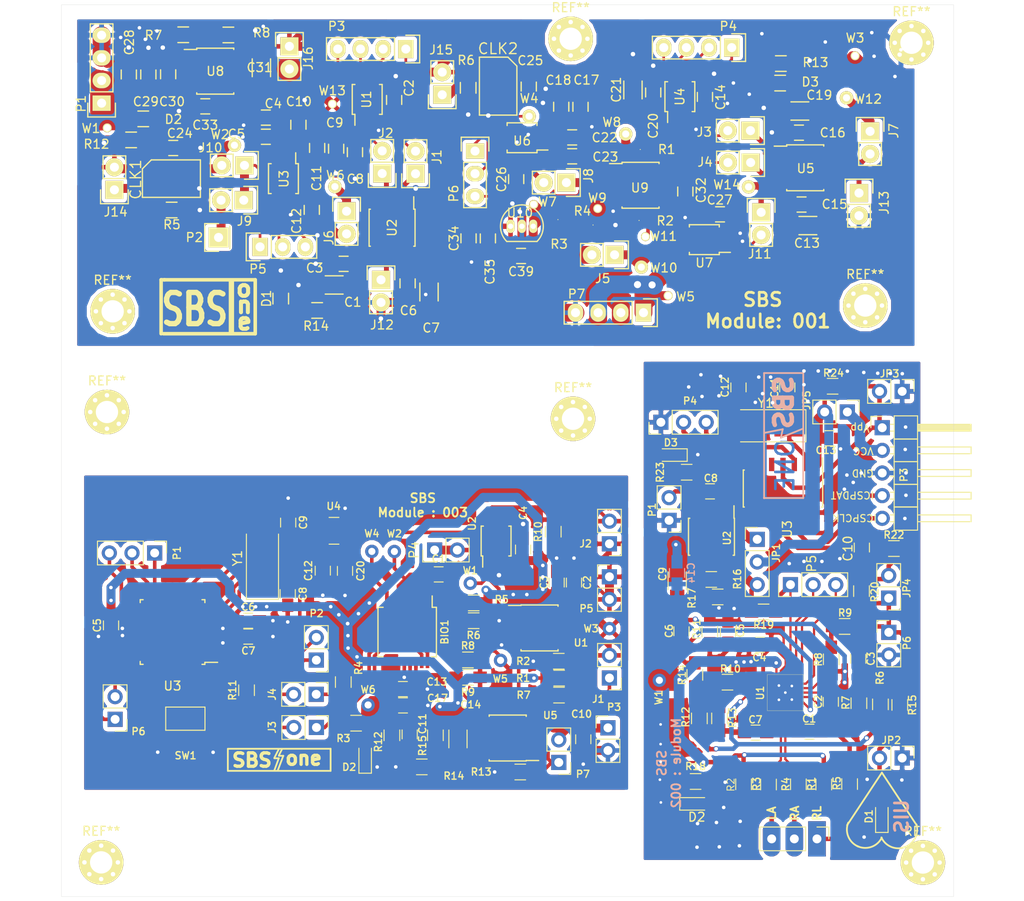
<source format=kicad_pcb>
(kicad_pcb (version 4) (host pcbnew 4.0.6)
  (layers (0 F.Cu signal) (31 B.Cu signal) (34 B.Paste user) (35 F.Paste user) (36 B.SilkS user) (37 F.SilkS user) (38 B.Mask user) (39 F.Mask user) (44 Edge.Cuts user))
  (net 0 "")
  (net 1 /GND)
  (net 2 "Net-(C2-Pad1)")
  (net 3 "Net-(C4-Pad1)")
  (net 4 /VDD)
  (net 5 "Net-(C11-Pad2)")
  (net 6 "Net-(C12-Pad1)")
  (net 7 "Net-(C14-Pad1)")
  (net 8 "Net-(C17-Pad1)")
  (net 9 "Net-(C23-Pad2)")
  (net 10 "Net-(C26-Pad1)")
  (net 11 /MCLK_DDS_1)
  (net 12 /MCLK_DDS_2)
  (net 13 "Net-(D1-Pad1)")
  (net 14 "Net-(D2-Pad1)")
  (net 15 "Net-(D3-Pad1)")
  (net 16 /SDO_AD5270_1)
  (net 17 /DIN_AD5270_1)
  (net 18 /SCLK_AD5270_1)
  (net 19 /_SYNC_AD5270_1)
  (net 20 /SDO_AD5270_2)
  (net 21 /DIN_AD5270_2)
  (net 22 /SCLK_AD5270_2)
  (net 23 /_SYNC_AD5270_2)
  (net 24 /SCLK_DDS_1)
  (net 25 /SDATA_DDS_1)
  (net 26 /FSYNK_DDS_1)
  (net 27 /SCLK_DDS_2)
  (net 28 /SDATA_DDS_2)
  (net 29 /FSYNK_DDS_2)
  (net 30 /A_AD5270_1)
  (net 31 /W_AD5270_1)
  (net 32 /WAVE_DDS_1)
  (net 33 /A_AD5270_2)
  (net 34 /W_AD5270_2)
  (net 35 /WAVE_DDS_2)
  (net 36 /MODULATED_WAVE)
  (net 37 "Net-(J1-Pad1)")
  (net 38 "Net-(J2-Pad1)")
  (net 39 "Net-(J3-Pad1)")
  (net 40 "Net-(J4-Pad1)")
  (net 41 "Net-(J5-Pad2)")
  (net 42 "Net-(J7-Pad2)")
  (net 43 "Net-(J10-Pad1)")
  (net 44 "Net-(J11-Pad2)")
  (net 45 /-12V)
  (net 46 /+12V)
  (net 47 /+5V)
  (net 48 /REF_2.5V)
  (net 49 "Net-(CLK1-Pad1)")
  (net 50 "Net-(CLK2-Pad1)")
  (net 51 "Net-(J12-Pad1)")
  (net 52 "Net-(J13-Pad1)")
  (net 53 "Net-(R1-Pad1)")
  (net 54 /MODULATING_WAVE)
  (net 55 /REF_0.25V)
  (net 56 "Net-(C31-Pad1)")
  (net 57 /BASE_WAVE)
  (net 58 /FINAL_WAVE)
  (net 59 "Net-(J9-Pad2)")
  (net 60 "Net-(C31-Pad2)")
  (net 61 /RFB_AD5933)
  (net 62 /VIN_AD5933)
  (net 63 /VOUT_AD5933)
  (net 64 /MCLK)
  (net 65 /3V3)
  (net 66 /AGND)
  (net 67 /SDA)
  (net 68 /SCL)
  (net 69 "Net-(C1-Pad2)")
  (net 70 /CLK1)
  (net 71 /CLK2)
  (net 72 /V_FUENTE)
  (net 73 /FEEDBACK_A2)
  (net 74 /SIGNAL_A2)
  (net 75 "Net-(J2-Pad2)")
  (net 76 "Net-(J3-Pad2)")
  (net 77 "Net-(J4-Pad2)")
  (net 78 /RXD)
  (net 79 /TXD)
  (net 80 /MOSI)
  (net 81 /MISO)
  (net 82 /SCK)
  (net 83 /ADC0)
  (net 84 /ADC1)
  (net 85 /Z_UK)
  (net 86 "Net-(R1-Pad2)")
  (net 87 /RESET)
  (net 88 /SIGNAL_A1)
  (net 89 /CTRL_SWITCH)
  (net 90 /CTRL_MCLK)
  (net 91 "Net-(D2-Pad2)")
  (net 92 /D_REG)
  (net 93 "Net-(U5-Pad8)")
  (net 94 /REFOUT)
  (net 95 /SW)
  (net 96 "Net-(C7-Pad1)")
  (net 97 "Net-(C7-Pad2)")
  (net 98 "Net-(D1-Pad2)")
  (net 99 "Net-(R3-Pad2)")
  (net 100 "Net-(R4-Pad2)")
  (net 101 /IAOUT)
  (net 102 /OPAMP+)
  (net 103 /SDN)
  (net 104 /LOD+)
  (net 105 /LOD-)
  (net 106 +vs)
  (net 107 RL)
  (net 108 RA)
  (net 109 LA)
  (net 110 /RLDFB)
  (net 111 /RLD)
  (net 112 /OUT_ANALOG)
  (net 113 "Net-(C3-Pad2)")
  (net 114 /REFIN)
  (net 115 ADC)
  (net 116 "Net-(D3-Pad2)")
  (net 117 "Net-(JP4-Pad2)")
  (net 118 /ICSPCLK)
  (net 119 /ICSPDAT)
  (net 120 /MCLR/Vpp)
  (net 121 /O_DIG1)
  (net 122 /O_DIG2)
  (net 123 "Net-(R8-Pad2)")
  (net 124 "Net-(R12-Pad2)")
  (net 125 /VCC_PIC)
  (net 126 /VCC)
  (net 127 "Net-(C11-Pad1)")
  (net 128 "Net-(C9-Pad2)")
  (module Mounting_Holes:MountingHole_2.5mm_Pad_Via (layer F.Cu) (at 91.6903 42.4686)
    (fp_text reference REF** (at 0 -3.5) (layer F.SilkS))
    (fp_text value MountingHole_2.5mm_Pad_Via)
    (pad 1 thru_hole circle (at 0 0) (size 5 5) (drill 2.5) (layers *.Cu *.Mask F.SilkS))
    (pad "" thru_hole circle (at 1.875 0) (size 0.6 0.6) (drill 0.5) (layers *.Cu *.Mask))
    (pad "" thru_hole circle (at 1.325825 1.325825) (size 0.6 0.6) (drill 0.5) (layers *.Cu *.Mask))
    (pad "" thru_hole circle (at 0 1.875) (size 0.6 0.6) (drill 0.5) (layers *.Cu *.Mask))
    (pad "" thru_hole circle (at -1.325825 1.325825) (size 0.6 0.6) (drill 0.5) (layers *.Cu *.Mask))
    (pad "" thru_hole circle (at -1.875 0) (size 0.6 0.6) (drill 0.5) (layers *.Cu *.Mask))
    (pad "" thru_hole circle (at -1.325825 -1.325825) (size 0.6 0.6) (drill 0.5) (layers *.Cu *.Mask))
    (pad "" thru_hole circle (at 0 -1.875) (size 0.6 0.6) (drill 0.5) (layers *.Cu *.Mask))
    (pad "" thru_hole circle (at 1.325825 -1.325825) (size 0.6 0.6) (drill 0.5) (layers *.Cu *.Mask))
  )
  (module Pin_Headers:Pin_Header_Straight_1x02 (layer F.Cu) (at 70.56 57.58 180)
    (fp_text reference J2 (at -0.41 4.52 360) (layer F.SilkS))
    (fp_text value Jumper)
    (pad 1 thru_hole rect (at 0 0 180) (size 2.032 2.032) (drill 1.016) (layers *.Cu *.Mask F.SilkS) (net 38 "Net-(J2-Pad1)"))
    (pad 2 thru_hole oval (at 0 2.54 180) (size 2.032 2.032) (drill 1.016) (layers *.Cu *.Mask F.SilkS) (net 31 /W_AD5270_1))
  )
  (module Housings_SOIC:SOIC-8_3.9x4.9mm_Pitch1.27mm (layer F.Cu) (at 51.85 46.1)
    (fp_text reference U8 (at 0 0.01) (layer F.SilkS))
    (fp_text value ADP3334)
    (pad 1 smd rect (at -2.7 -1.905) (size 1.55 0.6) (layers F.Cu F.Paste F.Mask) (net 1 /GND))
    (pad 2 smd rect (at -2.7 -0.635) (size 1.55 0.6) (layers F.Cu F.Paste F.Mask) (net 1 /GND))
    (pad 3 smd rect (at -2.7 0.635) (size 1.55 0.6) (layers F.Cu F.Paste F.Mask) (net 47 /+5V))
    (pad 4 smd rect (at -2.7 1.905) (size 1.55 0.6) (layers F.Cu F.Paste F.Mask) (net 47 /+5V))
    (pad 5 smd rect (at 2.7 1.905) (size 1.55 0.6) (layers F.Cu F.Paste F.Mask) (net 56 "Net-(C31-Pad1)"))
    (pad 6 smd rect (at 2.7 0.635) (size 1.55 0.6) (layers F.Cu F.Paste F.Mask) (net 56 "Net-(C31-Pad1)"))
    (pad 7 smd rect (at 2.7 -0.635) (size 1.55 0.6) (layers F.Cu F.Paste F.Mask) (net 60 "Net-(C31-Pad2)"))
    (pad 8 smd rect (at 2.7 -1.905) (size 1.55 0.6) (layers F.Cu F.Paste F.Mask))
  )
  (module Capacitors_SMD:C_0805_HandSoldering (layer F.Cu) (at 104.54 59.6 90)
    (fp_text reference C32 (at 0.15 1.77 270) (layer F.SilkS))
    (fp_text value 0.1uF)
    (pad 1 smd rect (at -1.25 0 90) (size 1.5 1.25) (layers F.Cu F.Paste F.Mask) (net 1 /GND))
    (pad 2 smd rect (at 1.25 0 90) (size 1.5 1.25) (layers F.Cu F.Paste F.Mask) (net 4 /VDD))
  )
  (module Foot_Prints_PCB_OSCILLATOR:KC5032A_Foot_Print (layer F.Cu) (at 46.93456 58.15352)
    (fp_text reference CLK1 (at -4.00456 0.09648 90) (layer F.SilkS) (effects (font (size 1.2 1.2))))
    (fp_text value KC5032A)
    (pad 4 smd rect (at -1.25 -1.1) (size 1.6 1.4) (layers F.Cu F.Paste F.Mask) (net 4 /VDD))
    (pad 1 smd rect (at -1.25 1.1) (size 1.6 1.4) (layers F.Cu F.Paste F.Mask) (net 49 "Net-(CLK1-Pad1)"))
    (pad 3 smd rect (at 1.25 -1.1) (size 1.6 1.4) (layers F.Cu F.Paste F.Mask) (net 11 /MCLK_DDS_1))
    (pad 2 smd rect (at 1.25 1.1) (size 1.6 1.4) (layers F.Cu F.Paste F.Mask) (net 1 /GND))
  )
  (module Foot_Prints_PCB_OSCILLATOR:KC5032A_Foot_Print (layer F.Cu) (at 83.56 47.78 270)
    (fp_text reference CLK2 (at -4.2 0.02 360) (layer F.SilkS) (effects (font (size 1.2 1.2))))
    (fp_text value KC5032A)
    (pad 4 smd rect (at -1.25 -1.1 270) (size 1.6 1.4) (layers F.Cu F.Paste F.Mask) (net 4 /VDD))
    (pad 1 smd rect (at -1.25 1.1 270) (size 1.6 1.4) (layers F.Cu F.Paste F.Mask) (net 50 "Net-(CLK2-Pad1)"))
    (pad 3 smd rect (at 1.25 -1.1 270) (size 1.6 1.4) (layers F.Cu F.Paste F.Mask) (net 12 /MCLK_DDS_2))
    (pad 2 smd rect (at 1.25 1.1 270) (size 1.6 1.4) (layers F.Cu F.Paste F.Mask) (net 1 /GND))
  )
  (module Resistors_SMD:R_0805_HandSoldering (layer F.Cu) (at 59.19 71.61 90)
    (fp_text reference D1 (at 0.01 -1.6 90) (layer F.SilkS))
    (fp_text value Led_0805)
    (pad 1 smd rect (at -1.35 0 90) (size 1.5 1.3) (layers F.Cu F.Paste F.Mask) (net 13 "Net-(D1-Pad1)"))
    (pad 2 smd rect (at 1.35 0 90) (size 1.5 1.3) (layers F.Cu F.Paste F.Mask) (net 1 /GND))
  )
  (module Resistors_SMD:R_0805_HandSoldering (layer F.Cu) (at 43.78 51.45 180)
    (fp_text reference D2 (at -3.38 -0.05 180) (layer F.SilkS))
    (fp_text value Led_0805)
    (pad 1 smd rect (at -1.35 0 180) (size 1.5 1.3) (layers F.Cu F.Paste F.Mask) (net 14 "Net-(D2-Pad1)"))
    (pad 2 smd rect (at 1.35 0 180) (size 1.5 1.3) (layers F.Cu F.Paste F.Mask) (net 47 /+5V))
  )
  (module Resistors_SMD:R_0805_HandSoldering (layer F.Cu) (at 115.17 47.44)
    (fp_text reference D3 (at 3.38 -0.13) (layer F.SilkS))
    (fp_text value Led_0805)
    (pad 1 smd rect (at -1.35 0) (size 1.5 1.3) (layers F.Cu F.Paste F.Mask) (net 15 "Net-(D3-Pad1)"))
    (pad 2 smd rect (at 1.35 0) (size 1.5 1.3) (layers F.Cu F.Paste F.Mask) (net 46 /+12V))
  )
  (module Resistors_SMD:R_0805_HandSoldering (layer F.Cu) (at 42.42 53.81)
    (fp_text reference R12 (at -3.88 0.48) (layer F.SilkS))
    (fp_text value 1K)
    (pad 1 smd rect (at -1.35 0) (size 1.5 1.3) (layers F.Cu F.Paste F.Mask) (net 1 /GND))
    (pad 2 smd rect (at 1.35 0) (size 1.5 1.3) (layers F.Cu F.Paste F.Mask) (net 14 "Net-(D2-Pad1)"))
  )
  (module Resistors_SMD:R_0805_HandSoldering (layer F.Cu) (at 115.25 45.25 180)
    (fp_text reference R13 (at -3.88 0.12 180) (layer F.SilkS))
    (fp_text value 1K)
    (pad 1 smd rect (at -1.35 0 180) (size 1.5 1.3) (layers F.Cu F.Paste F.Mask) (net 1 /GND))
    (pad 2 smd rect (at 1.35 0 180) (size 1.5 1.3) (layers F.Cu F.Paste F.Mask) (net 15 "Net-(D3-Pad1)"))
  )
  (module Resistors_SMD:R_0805_HandSoldering (layer F.Cu) (at 63.27 72.94 180)
    (fp_text reference R14 (at 0.12 -1.75 180) (layer F.SilkS))
    (fp_text value 1K)
    (pad 1 smd rect (at -1.35 0 180) (size 1.5 1.3) (layers F.Cu F.Paste F.Mask) (net 45 /-12V))
    (pad 2 smd rect (at 1.35 0 180) (size 1.5 1.3) (layers F.Cu F.Paste F.Mask) (net 13 "Net-(D1-Pad1)"))
  )
  (module Housings_SOIC:SOIC-8_3.9x4.9mm_Pitch1.27mm (layer F.Cu) (at 71.67 63.66 270)
    (fp_text reference U2 (at 0 0 270) (layer F.SilkS))
    (fp_text value AD8421)
    (pad 1 smd rect (at -2.7 -1.905 270) (size 1.55 0.6) (layers F.Cu F.Paste F.Mask) (net 1 /GND))
    (pad 2 smd rect (at -2.7 -0.635 270) (size 1.55 0.6) (layers F.Cu F.Paste F.Mask) (net 37 "Net-(J1-Pad1)"))
    (pad 3 smd rect (at -2.7 0.635 270) (size 1.55 0.6) (layers F.Cu F.Paste F.Mask) (net 38 "Net-(J2-Pad1)"))
    (pad 4 smd rect (at -2.7 1.905 270) (size 1.55 0.6) (layers F.Cu F.Paste F.Mask) (net 32 /WAVE_DDS_1))
    (pad 5 smd rect (at 2.7 1.905 270) (size 1.55 0.6) (layers F.Cu F.Paste F.Mask) (net 45 /-12V))
    (pad 6 smd rect (at 2.7 0.635 270) (size 1.55 0.6) (layers F.Cu F.Paste F.Mask) (net 51 "Net-(J12-Pad1)"))
    (pad 7 smd rect (at 2.7 -0.635 270) (size 1.55 0.6) (layers F.Cu F.Paste F.Mask) (net 41 "Net-(J5-Pad2)"))
    (pad 8 smd rect (at 2.7 -1.905 270) (size 1.55 0.6) (layers F.Cu F.Paste F.Mask) (net 46 /+12V))
  )
  (module Housings_SOIC:SOIC-8_3.9x4.9mm_Pitch1.27mm (layer F.Cu) (at 117.98 56.94)
    (fp_text reference U5 (at 0.05 0.08) (layer F.SilkS))
    (fp_text value AD8421)
    (pad 1 smd rect (at -2.7 -1.905) (size 1.55 0.6) (layers F.Cu F.Paste F.Mask) (net 1 /GND))
    (pad 2 smd rect (at -2.7 -0.635) (size 1.55 0.6) (layers F.Cu F.Paste F.Mask) (net 39 "Net-(J3-Pad1)"))
    (pad 3 smd rect (at -2.7 0.635) (size 1.55 0.6) (layers F.Cu F.Paste F.Mask) (net 40 "Net-(J4-Pad1)"))
    (pad 4 smd rect (at -2.7 1.905) (size 1.55 0.6) (layers F.Cu F.Paste F.Mask) (net 36 /MODULATED_WAVE))
    (pad 5 smd rect (at 2.7 1.905) (size 1.55 0.6) (layers F.Cu F.Paste F.Mask) (net 45 /-12V))
    (pad 6 smd rect (at 2.7 0.635) (size 1.55 0.6) (layers F.Cu F.Paste F.Mask) (net 52 "Net-(J13-Pad1)"))
    (pad 7 smd rect (at 2.7 -0.635) (size 1.55 0.6) (layers F.Cu F.Paste F.Mask) (net 42 "Net-(J7-Pad2)"))
    (pad 8 smd rect (at 2.7 -1.905) (size 1.55 0.6) (layers F.Cu F.Paste F.Mask) (net 46 /+12V))
  )
  (module Housings_SSOP:MSOP-8_3x3mm_Pitch0.65mm (layer F.Cu) (at 106.67 65 180)
    (fp_text reference U7 (at 0 -2.6 180) (layer F.SilkS))
    (fp_text value ADG819)
    (pad 1 smd rect (at -2.2 -0.975 180) (size 1.45 0.45) (layers F.Cu F.Paste F.Mask) (net 44 "Net-(J11-Pad2)"))
    (pad 2 smd rect (at -2.2 -0.325 180) (size 1.45 0.45) (layers F.Cu F.Paste F.Mask) (net 1 /GND))
    (pad 3 smd rect (at -2.2 0.325 180) (size 1.45 0.45) (layers F.Cu F.Paste F.Mask) (net 1 /GND))
    (pad 4 smd rect (at -2.2 0.975 180) (size 1.45 0.45) (layers F.Cu F.Paste F.Mask) (net 4 /VDD))
    (pad 5 smd rect (at 2.2 0.975 180) (size 1.45 0.45) (layers F.Cu F.Paste F.Mask))
    (pad 6 smd rect (at 2.2 0.325 180) (size 1.45 0.45) (layers F.Cu F.Paste F.Mask) (net 54 /MODULATING_WAVE))
    (pad 7 smd rect (at 2.2 -0.325 180) (size 1.45 0.45) (layers F.Cu F.Paste F.Mask))
    (pad 8 smd rect (at 2.2 -0.975 180) (size 1.45 0.45) (layers F.Cu F.Paste F.Mask) (net 57 /BASE_WAVE))
  )
  (module Measurement_Points:Measurement_Point_Round-TH_Small (layer F.Cu) (at 54 54.41)
    (fp_text reference W2 (at -1.62 -1.2) (layer F.SilkS))
    (fp_text value TEST_1)
    (pad 1 thru_hole circle (at 0 0) (size 1.5 1.5) (drill 0.8) (layers *.Cu *.Mask F.SilkS) (net 11 /MCLK_DDS_1))
  )
  (module Measurement_Points:Measurement_Point_Round-TH_Small (layer F.Cu) (at 87.03 51.16)
    (fp_text reference W4 (at 0 -2) (layer F.SilkS))
    (fp_text value TEST_2)
    (pad 1 thru_hole circle (at 0 0) (size 1.5 1.5) (drill 0.8) (layers *.Cu *.Mask F.SilkS) (net 12 /MCLK_DDS_2))
  )
  (module Measurement_Points:Measurement_Point_Round-TH_Small (layer F.Cu) (at 65.26 59.05)
    (fp_text reference W6 (at 0.06 -1.26) (layer F.SilkS))
    (fp_text value TEST_3)
    (pad 1 thru_hole circle (at 0 0) (size 1.5 1.5) (drill 0.8) (layers *.Cu *.Mask F.SilkS) (net 32 /WAVE_DDS_1))
  )
  (module Measurement_Points:Measurement_Point_Round-TH_Small (layer F.Cu) (at 97.86 53.15)
    (fp_text reference W8 (at -1.56 -1.32) (layer F.SilkS))
    (fp_text value TEST_4)
    (pad 1 thru_hole circle (at 0 0) (size 1.5 1.5) (drill 0.8) (layers *.Cu *.Mask F.SilkS) (net 35 /WAVE_DDS_2))
  )
  (module Measurement_Points:Measurement_Point_Round-TH_Small (layer F.Cu) (at 99.61 68.08)
    (fp_text reference W10 (at 2.53 0.08 180) (layer F.SilkS))
    (fp_text value TEST_5)
    (pad 1 thru_hole circle (at 0 0) (size 1.5 1.5) (drill 0.8) (layers *.Cu *.Mask F.SilkS) (net 57 /BASE_WAVE))
  )
  (module Measurement_Points:Measurement_Point_Round-TH_Small (layer F.Cu) (at 122.61 49.09)
    (fp_text reference W12 (at 2.45 0.14) (layer F.SilkS))
    (fp_text value TEST_6)
    (pad 1 thru_hole circle (at 0 0) (size 1.5 1.5) (drill 0.8) (layers *.Cu *.Mask F.SilkS) (net 58 /FINAL_WAVE))
  )
  (module Measurement_Points:Measurement_Point_Round-TH_Small (layer F.Cu) (at 111.63 59.08)
    (fp_text reference W14 (at -2.43 -0.24) (layer F.SilkS))
    (fp_text value TEST_7)
    (pad 1 thru_hole circle (at 0 0) (size 1.5 1.5) (drill 0.8) (layers *.Cu *.Mask F.SilkS) (net 36 /MODULATED_WAVE))
  )
  (module Housings_SSOP:MSOP-10_3x3mm_Pitch0.5mm (layer F.Cu) (at 68.88 49.27 90)
    (fp_text reference U1 (at 0 -0.07 90) (layer F.SilkS))
    (fp_text value AD5270)
    (pad 1 smd rect (at -2.2 -1 90) (size 1.4 0.3) (layers F.Cu F.Paste F.Mask) (net 4 /VDD))
    (pad 2 smd rect (at -2.2 -0.5 90) (size 1.4 0.3) (layers F.Cu F.Paste F.Mask) (net 31 /W_AD5270_1))
    (pad 3 smd rect (at -2.2 0 90) (size 1.4 0.3) (layers F.Cu F.Paste F.Mask) (net 30 /A_AD5270_1))
    (pad 4 smd rect (at -2.2 0.5 90) (size 1.4 0.3) (layers F.Cu F.Paste F.Mask) (net 1 /GND))
    (pad 5 smd rect (at -2.2 1 90) (size 1.4 0.3) (layers F.Cu F.Paste F.Mask) (net 2 "Net-(C2-Pad1)"))
    (pad 6 smd rect (at 2.2 1 90) (size 1.4 0.3) (layers F.Cu F.Paste F.Mask) (net 1 /GND))
    (pad 7 smd rect (at 2.2 0.5 90) (size 1.4 0.3) (layers F.Cu F.Paste F.Mask) (net 16 /SDO_AD5270_1))
    (pad 8 smd rect (at 2.2 0 90) (size 1.4 0.3) (layers F.Cu F.Paste F.Mask) (net 17 /DIN_AD5270_1))
    (pad 9 smd rect (at 2.2 -0.5 90) (size 1.4 0.3) (layers F.Cu F.Paste F.Mask) (net 18 /SCLK_AD5270_1))
    (pad 10 smd rect (at 2.2 -1 90) (size 1.4 0.3) (layers F.Cu F.Paste F.Mask) (net 19 /_SYNC_AD5270_1))
  )
  (module Housings_SSOP:MSOP-10_3x3mm_Pitch0.5mm (layer F.Cu) (at 59.49232 58.15352 270)
    (fp_text reference U3 (at 0.03648 -0.05768 450) (layer F.SilkS))
    (fp_text value AD9833)
    (pad 1 smd rect (at -2.2 -1 270) (size 1.4 0.3) (layers F.Cu F.Paste F.Mask) (net 5 "Net-(C11-Pad2)"))
    (pad 2 smd rect (at -2.2 -0.5 270) (size 1.4 0.3) (layers F.Cu F.Paste F.Mask) (net 4 /VDD))
    (pad 3 smd rect (at -2.2 0 270) (size 1.4 0.3) (layers F.Cu F.Paste F.Mask) (net 3 "Net-(C4-Pad1)"))
    (pad 4 smd rect (at -2.2 0.5 270) (size 1.4 0.3) (layers F.Cu F.Paste F.Mask) (net 1 /GND))
    (pad 5 smd rect (at -2.2 1 270) (size 1.4 0.3) (layers F.Cu F.Paste F.Mask) (net 43 "Net-(J10-Pad1)"))
    (pad 6 smd rect (at 2.2 1 270) (size 1.4 0.3) (layers F.Cu F.Paste F.Mask) (net 25 /SDATA_DDS_1))
    (pad 7 smd rect (at 2.2 0.5 270) (size 1.4 0.3) (layers F.Cu F.Paste F.Mask) (net 24 /SCLK_DDS_1))
    (pad 8 smd rect (at 2.2 0 270) (size 1.4 0.3) (layers F.Cu F.Paste F.Mask) (net 26 /FSYNK_DDS_1))
    (pad 9 smd rect (at 2.2 -0.5 270) (size 1.4 0.3) (layers F.Cu F.Paste F.Mask) (net 1 /GND))
    (pad 10 smd rect (at 2.2 -1 270) (size 1.4 0.3) (layers F.Cu F.Paste F.Mask) (net 6 "Net-(C12-Pad1)"))
  )
  (module Housings_SSOP:MSOP-10_3x3mm_Pitch0.5mm (layer F.Cu) (at 103.93 48.96 90)
    (fp_text reference U4 (at -0.01 0 90) (layer F.SilkS))
    (fp_text value AD5270)
    (pad 1 smd rect (at -2.2 -1 90) (size 1.4 0.3) (layers F.Cu F.Paste F.Mask) (net 4 /VDD))
    (pad 2 smd rect (at -2.2 -0.5 90) (size 1.4 0.3) (layers F.Cu F.Paste F.Mask) (net 34 /W_AD5270_2))
    (pad 3 smd rect (at -2.2 0 90) (size 1.4 0.3) (layers F.Cu F.Paste F.Mask) (net 33 /A_AD5270_2))
    (pad 4 smd rect (at -2.2 0.5 90) (size 1.4 0.3) (layers F.Cu F.Paste F.Mask) (net 1 /GND))
    (pad 5 smd rect (at -2.2 1 90) (size 1.4 0.3) (layers F.Cu F.Paste F.Mask) (net 7 "Net-(C14-Pad1)"))
    (pad 6 smd rect (at 2.2 1 90) (size 1.4 0.3) (layers F.Cu F.Paste F.Mask) (net 1 /GND))
    (pad 7 smd rect (at 2.2 0.5 90) (size 1.4 0.3) (layers F.Cu F.Paste F.Mask) (net 20 /SDO_AD5270_2))
    (pad 8 smd rect (at 2.2 0 90) (size 1.4 0.3) (layers F.Cu F.Paste F.Mask) (net 21 /DIN_AD5270_2))
    (pad 9 smd rect (at 2.2 -0.5 90) (size 1.4 0.3) (layers F.Cu F.Paste F.Mask) (net 22 /SCLK_AD5270_2))
    (pad 10 smd rect (at 2.2 -1 90) (size 1.4 0.3) (layers F.Cu F.Paste F.Mask) (net 23 /_SYNC_AD5270_2))
  )
  (module Housings_SSOP:MSOP-10_3x3mm_Pitch0.5mm (layer F.Cu) (at 86.24 53.57 180)
    (fp_text reference U6 (at 0 -0.35 180) (layer F.SilkS))
    (fp_text value AD9833)
    (pad 1 smd rect (at -2.2 -1 180) (size 1.4 0.3) (layers F.Cu F.Paste F.Mask) (net 9 "Net-(C23-Pad2)"))
    (pad 2 smd rect (at -2.2 -0.5 180) (size 1.4 0.3) (layers F.Cu F.Paste F.Mask) (net 4 /VDD))
    (pad 3 smd rect (at -2.2 0 180) (size 1.4 0.3) (layers F.Cu F.Paste F.Mask) (net 8 "Net-(C17-Pad1)"))
    (pad 4 smd rect (at -2.2 0.5 180) (size 1.4 0.3) (layers F.Cu F.Paste F.Mask) (net 1 /GND))
    (pad 5 smd rect (at -2.2 1 180) (size 1.4 0.3) (layers F.Cu F.Paste F.Mask) (net 12 /MCLK_DDS_2))
    (pad 6 smd rect (at 2.2 1 180) (size 1.4 0.3) (layers F.Cu F.Paste F.Mask) (net 28 /SDATA_DDS_2))
    (pad 7 smd rect (at 2.2 0.5 180) (size 1.4 0.3) (layers F.Cu F.Paste F.Mask) (net 27 /SCLK_DDS_2))
    (pad 8 smd rect (at 2.2 0 180) (size 1.4 0.3) (layers F.Cu F.Paste F.Mask) (net 29 /FSYNK_DDS_2))
    (pad 9 smd rect (at 2.2 -0.5 180) (size 1.4 0.3) (layers F.Cu F.Paste F.Mask) (net 1 /GND))
    (pad 10 smd rect (at 2.2 -1 180) (size 1.4 0.3) (layers F.Cu F.Paste F.Mask) (net 10 "Net-(C26-Pad1)"))
  )
  (module Resistors_SMD:R_0805_HandSoldering (layer F.Cu) (at 99.49 54.89 180)
    (fp_text reference R1 (at -2.96 0.01 360) (layer F.SilkS))
    (fp_text value 1K)
    (pad 1 smd rect (at -1 0 180) (size 1 1) (layers F.Cu F.Paste F.Mask) (net 53 "Net-(R1-Pad1)"))
    (pad 2 smd rect (at 1 0 180) (size 1 1) (layers F.Cu F.Paste F.Mask) (net 35 /WAVE_DDS_2))
  )
  (module Resistors_SMD:R_0805_HandSoldering (layer F.Cu) (at 99.36 62.85 180)
    (fp_text reference R2 (at -2.93 -0.04 360) (layer F.SilkS))
    (fp_text value 100K)
    (pad 1 smd rect (at -1 0 180) (size 1 1) (layers F.Cu F.Paste F.Mask) (net 54 /MODULATING_WAVE))
    (pad 2 smd rect (at 1 0 180) (size 1 1) (layers F.Cu F.Paste F.Mask) (net 53 "Net-(R1-Pad1)"))
  )
  (module Resistors_SMD:R_0805_HandSoldering (layer F.Cu) (at 90.26 62.75 270)
    (fp_text reference R3 (at 2.75 -0.13 360) (layer F.SilkS))
    (fp_text value 1K)
    (pad 1 smd rect (at -1 0 270) (size 1 1) (layers F.Cu F.Paste F.Mask) (net 48 /REF_2.5V))
    (pad 2 smd rect (at 1 0 270) (size 1 1) (layers F.Cu F.Paste F.Mask) (net 55 /REF_0.25V))
  )
  (module Housings_SOIC:SOIC-8_3.9x4.9mm_Pitch1.27mm (layer F.Cu) (at 99.52 58.9)
    (fp_text reference U9 (at -0.08 0.29) (layer F.SilkS))
    (fp_text value AD8651)
    (pad 1 smd rect (at -2.7 -1.905) (size 1.55 0.6) (layers F.Cu F.Paste F.Mask))
    (pad 2 smd rect (at -2.7 -0.635) (size 1.55 0.6) (layers F.Cu F.Paste F.Mask) (net 53 "Net-(R1-Pad1)"))
    (pad 3 smd rect (at -2.7 0.635) (size 1.55 0.6) (layers F.Cu F.Paste F.Mask) (net 55 /REF_0.25V))
    (pad 4 smd rect (at -2.7 1.905) (size 1.55 0.6) (layers F.Cu F.Paste F.Mask) (net 1 /GND))
    (pad 5 smd rect (at 2.7 1.905) (size 1.55 0.6) (layers F.Cu F.Paste F.Mask))
    (pad 6 smd rect (at 2.7 0.635) (size 1.55 0.6) (layers F.Cu F.Paste F.Mask) (net 54 /MODULATING_WAVE))
    (pad 7 smd rect (at 2.7 -0.635) (size 1.55 0.6) (layers F.Cu F.Paste F.Mask) (net 4 /VDD))
    (pad 8 smd rect (at 2.7 -1.905) (size 1.55 0.6) (layers F.Cu F.Paste F.Mask))
  )
  (module TO_SOT_Packages_THT:TO-92_Inline_Narrow_Oval (layer F.Cu) (at 84.95 63.5)
    (fp_text reference U10 (at 1.05 -1.5) (layer F.SilkS))
    (fp_text value ADR291)
    (pad 2 thru_hole oval (at 1.27 0 180) (size 0.89916 1.50114) (drill 0.6) (layers *.Cu *.Mask F.SilkS) (net 1 /GND))
    (pad 3 thru_hole oval (at 2.54 0 180) (size 0.89916 1.50114) (drill 0.6) (layers *.Cu *.Mask F.SilkS) (net 48 /REF_2.5V))
    (pad 1 thru_hole oval (at 0 0 180) (size 0.89916 1.50114) (drill 0.6) (layers *.Cu *.Mask F.SilkS) (net 4 /VDD))
  )
  (module Resistors_SMD:R_0805_HandSoldering (layer F.Cu) (at 94.2 63.36)
    (fp_text reference R4 (at -1.19 -1.57) (layer F.SilkS))
    (fp_text value 10K)
    (pad 1 smd rect (at -1 0) (size 1 1) (layers F.Cu F.Paste F.Mask) (net 55 /REF_0.25V))
    (pad 2 smd rect (at 1 0) (size 1 1) (layers F.Cu F.Paste F.Mask) (net 1 /GND))
  )
  (module Measurement_Points:Measurement_Point_Round-TH_Small (layer F.Cu) (at 39.74 52.46)
    (fp_text reference W1 (at -1.82 0.06) (layer F.SilkS))
    (fp_text value TEST_8)
    (pad 1 thru_hole circle (at 0 0) (size 1 1) (drill 0.762) (layers *.Cu *.Mask F.SilkS) (net 47 /+5V))
  )
  (module Measurement_Points:Measurement_Point_Round-TH_Small (layer F.Cu) (at 123.57 44.38)
    (fp_text reference W3 (at 0 -2) (layer F.SilkS))
    (fp_text value TEST_9)
    (pad 1 thru_hole circle (at 0 0) (size 1 1) (drill 0.762) (layers *.Cu *.Mask F.SilkS) (net 46 /+12V))
  )
  (module Measurement_Points:Measurement_Point_Round-TH_Small (layer F.Cu) (at 102.61 71.28)
    (fp_text reference W5 (at 1.96 0.12) (layer F.SilkS))
    (fp_text value TEST_10)
    (pad 1 thru_hole circle (at 0 0) (size 1 1) (drill 0.762) (layers *.Cu *.Mask F.SilkS) (net 45 /-12V))
  )
  (module Measurement_Points:Measurement_Point_Round-TH_Small (layer F.Cu) (at 87.55 61.05)
    (fp_text reference W7 (at 1.53 -0.29) (layer F.SilkS))
    (fp_text value TEST_11)
    (pad 1 thru_hole circle (at 0 0) (size 1 1) (drill 0.762) (layers *.Cu *.Mask F.SilkS) (net 48 /REF_2.5V))
  )
  (module Measurement_Points:Measurement_Point_Round-TH_Small (layer F.Cu) (at 94.72 61.51)
    (fp_text reference W9 (at -0.04 -1.18) (layer F.SilkS))
    (fp_text value TEST_12)
    (pad 1 thru_hole circle (at 0 0) (size 1 1) (drill 0.762) (layers *.Cu *.Mask F.SilkS) (net 55 /REF_0.25V))
  )
  (module Measurement_Points:Measurement_Point_Round-TH_Small (layer F.Cu) (at 100.07 64.66)
    (fp_text reference W11 (at 2.02 -0.04 180) (layer F.SilkS))
    (fp_text value TEST_13)
    (pad 1 thru_hole circle (at 0 0) (size 1 1) (drill 0.762) (layers *.Cu *.Mask F.SilkS) (net 54 /MODULATING_WAVE))
  )
  (module Measurement_Points:Measurement_Point_Round-TH_Small (layer F.Cu) (at 64.98 49.78)
    (fp_text reference W13 (at -0.02 -1.49) (layer F.SilkS))
    (fp_text value TEST_14)
    (pad 1 thru_hole circle (at 0 0) (size 1 1) (drill 0.762) (layers *.Cu *.Mask F.SilkS) (net 4 /VDD))
  )
  (module Socket_Strips:Socket_Strip_Straight_1x01 (layer F.Cu) (at 52.2203 64.7499)
    (fp_text reference P2 (at -2.7051 0) (layer F.SilkS))
    (fp_text value MCLK_EXTERNAL)
    (pad 1 thru_hole rect (at 0 0) (size 2.2352 2.2352) (drill 1.016) (layers *.Cu *.Mask F.SilkS) (net 59 "Net-(J9-Pad2)"))
  )
  (module Socket_Strips:Socket_Strip_Straight_1x04 (layer F.Cu) (at 73.21 43.62 180)
    (fp_text reference P3 (at 7.75 2.55 180) (layer F.SilkS))
    (fp_text value SPI_AD5270_1)
    (pad 1 thru_hole rect (at 0 0 180) (size 1.7272 2.032) (drill 1.016) (layers *.Cu *.Mask F.SilkS) (net 16 /SDO_AD5270_1))
    (pad 2 thru_hole oval (at 2.54 0 180) (size 1.7272 2.032) (drill 1.016) (layers *.Cu *.Mask F.SilkS) (net 17 /DIN_AD5270_1))
    (pad 3 thru_hole oval (at 5.08 0 180) (size 1.7272 2.032) (drill 1.016) (layers *.Cu *.Mask F.SilkS) (net 18 /SCLK_AD5270_1))
    (pad 4 thru_hole oval (at 7.62 0 180) (size 1.7272 2.032) (drill 1.016) (layers *.Cu *.Mask F.SilkS) (net 19 /_SYNC_AD5270_1))
  )
  (module Socket_Strips:Socket_Strip_Straight_1x04 (layer F.Cu) (at 109.74 43.46 180)
    (fp_text reference P4 (at 0.38 2.39 180) (layer F.SilkS))
    (fp_text value SPI_AD5270_2)
    (pad 1 thru_hole rect (at 0 0 180) (size 1.7272 2.032) (drill 1.016) (layers *.Cu *.Mask F.SilkS) (net 20 /SDO_AD5270_2))
    (pad 2 thru_hole oval (at 2.54 0 180) (size 1.7272 2.032) (drill 1.016) (layers *.Cu *.Mask F.SilkS) (net 21 /DIN_AD5270_2))
    (pad 3 thru_hole oval (at 5.08 0 180) (size 1.7272 2.032) (drill 1.016) (layers *.Cu *.Mask F.SilkS) (net 22 /SCLK_AD5270_2))
    (pad 4 thru_hole oval (at 7.62 0 180) (size 1.7272 2.032) (drill 1.016) (layers *.Cu *.Mask F.SilkS) (net 23 /_SYNC_AD5270_2))
  )
  (module Socket_Strips:Socket_Strip_Straight_1x03 (layer F.Cu) (at 56.87 65.81)
    (fp_text reference P5 (at -0.24 2.48) (layer F.SilkS))
    (fp_text value SPI_AD9833_1)
    (pad 1 thru_hole rect (at 0 0) (size 1.7272 2.032) (drill 1.016) (layers *.Cu *.Mask F.SilkS) (net 25 /SDATA_DDS_1))
    (pad 2 thru_hole oval (at 2.54 0) (size 1.7272 2.032) (drill 1.016) (layers *.Cu *.Mask F.SilkS) (net 24 /SCLK_DDS_1))
    (pad 3 thru_hole oval (at 5.08 0) (size 1.7272 2.032) (drill 1.016) (layers *.Cu *.Mask F.SilkS) (net 26 /FSYNK_DDS_1))
  )
  (module Socket_Strips:Socket_Strip_Straight_1x03 (layer F.Cu) (at 80.97 55.06 270)
    (fp_text reference P6 (at 4.76 2.39 270) (layer F.SilkS))
    (fp_text value SPI_AD9833_2)
    (pad 1 thru_hole rect (at 0 0 270) (size 1.7272 2.032) (drill 1.016) (layers *.Cu *.Mask F.SilkS) (net 28 /SDATA_DDS_2))
    (pad 2 thru_hole oval (at 2.54 0 270) (size 1.7272 2.032) (drill 1.016) (layers *.Cu *.Mask F.SilkS) (net 27 /SCLK_DDS_2))
    (pad 3 thru_hole oval (at 5.08 0 270) (size 1.7272 2.032) (drill 1.016) (layers *.Cu *.Mask F.SilkS) (net 29 /FSYNK_DDS_2))
  )
  (module Resistors_SMD:R_0805_HandSoldering (layer F.Cu) (at 46.9625 61.67396 180)
    (fp_text reference R5 (at -0.0275 -1.64604 180) (layer F.SilkS))
    (fp_text value 10K)
    (pad 1 smd rect (at -1.35 0 180) (size 1.5 1.3) (layers F.Cu F.Paste F.Mask) (net 1 /GND))
    (pad 2 smd rect (at 1.35 0 180) (size 1.5 1.3) (layers F.Cu F.Paste F.Mask) (net 49 "Net-(CLK1-Pad1)"))
  )
  (module Resistors_SMD:R_0805_HandSoldering (layer F.Cu) (at 80.2 47.97 90)
    (fp_text reference R6 (at 3.09 -0.23 180) (layer F.SilkS))
    (fp_text value 10K)
    (pad 1 smd rect (at -1.35 0 90) (size 1.5 1.3) (layers F.Cu F.Paste F.Mask) (net 1 /GND))
    (pad 2 smd rect (at 1.35 0 90) (size 1.5 1.3) (layers F.Cu F.Paste F.Mask) (net 50 "Net-(CLK2-Pad1)"))
  )
  (module Capacitors_SMD:C_0805_HandSoldering (layer F.Cu) (at 71.9 49.33 90)
    (fp_text reference C2 (at 1.34 1.67 90) (layer F.SilkS))
    (fp_text value 1uF)
    (pad 1 smd rect (at -1.25 0 90) (size 1.5 1.25) (layers F.Cu F.Paste F.Mask) (net 2 "Net-(C2-Pad1)"))
    (pad 2 smd rect (at 1.25 0 90) (size 1.5 1.25) (layers F.Cu F.Paste F.Mask) (net 1 /GND))
  )
  (module Capacitors_SMD:C_0805_HandSoldering (layer F.Cu) (at 66.24 67.71 180)
    (fp_text reference C3 (at 3.25 -0.46 180) (layer F.SilkS))
    (fp_text value 0.1uF)
    (pad 1 smd rect (at -1.25 0 180) (size 1.5 1.25) (layers F.Cu F.Paste F.Mask) (net 45 /-12V))
    (pad 2 smd rect (at 1.25 0 180) (size 1.5 1.25) (layers F.Cu F.Paste F.Mask) (net 1 /GND))
  )
  (module Capacitors_SMD:C_0805_HandSoldering (layer F.Cu) (at 57.52 53.46 180)
    (fp_text reference C5 (at 3.29 0.31 180) (layer F.SilkS))
    (fp_text value 0.1uF)
    (pad 1 smd rect (at -1.25 0 180) (size 1.5 1.25) (layers F.Cu F.Paste F.Mask) (net 3 "Net-(C4-Pad1)"))
    (pad 2 smd rect (at 1.25 0 180) (size 1.5 1.25) (layers F.Cu F.Paste F.Mask) (net 1 /GND))
  )
  (module Capacitors_SMD:C_0805_HandSoldering (layer F.Cu) (at 73.41 69.9 90)
    (fp_text reference C6 (at -3.05 0.1 180) (layer F.SilkS))
    (fp_text value 0.1uF)
    (pad 1 smd rect (at -1.25 0 90) (size 1.5 1.25) (layers F.Cu F.Paste F.Mask) (net 1 /GND))
    (pad 2 smd rect (at 1.25 0 90) (size 1.5 1.25) (layers F.Cu F.Paste F.Mask) (net 46 /+12V))
  )
  (module Capacitors_SMD:C_0805_HandSoldering (layer F.Cu) (at 67.51 55.19 270)
    (fp_text reference C8 (at 3.01 -0.04 360) (layer F.SilkS))
    (fp_text value 0.1uF)
    (pad 1 smd rect (at -1.25 0 270) (size 1.5 1.25) (layers F.Cu F.Paste F.Mask) (net 4 /VDD))
    (pad 2 smd rect (at 1.25 0 270) (size 1.5 1.25) (layers F.Cu F.Paste F.Mask) (net 1 /GND))
  )
  (module Capacitors_SMD:C_0805_HandSoldering (layer F.Cu) (at 65.4 54.8 270)
    (fp_text reference C9 (at -2.91 0.16 360) (layer F.SilkS))
    (fp_text value 10uF)
    (pad 1 smd rect (at -1.25 0 270) (size 1.5 1.25) (layers F.Cu F.Paste F.Mask) (net 4 /VDD))
    (pad 2 smd rect (at 1.25 0 270) (size 1.5 1.25) (layers F.Cu F.Paste F.Mask) (net 1 /GND))
  )
  (module Capacitors_SMD:C_0805_HandSoldering (layer F.Cu) (at 61.17 52.11 90)
    (fp_text reference C10 (at 2.6 0.05 180) (layer F.SilkS))
    (fp_text value 0.1uF)
    (pad 1 smd rect (at -1.25 0 90) (size 1.5 1.25) (layers F.Cu F.Paste F.Mask) (net 4 /VDD))
    (pad 2 smd rect (at 1.25 0 90) (size 1.5 1.25) (layers F.Cu F.Paste F.Mask) (net 1 /GND))
  )
  (module Capacitors_SMD:C_0805_HandSoldering (layer F.Cu) (at 63.27 54.71 270)
    (fp_text reference C11 (at 3.4 0.06 450) (layer F.SilkS))
    (fp_text value 0.01uF)
    (pad 1 smd rect (at -1.25 0 270) (size 1.5 1.25) (layers F.Cu F.Paste F.Mask) (net 4 /VDD))
    (pad 2 smd rect (at 1.25 0 270) (size 1.5 1.25) (layers F.Cu F.Paste F.Mask) (net 5 "Net-(C11-Pad2)"))
  )
  (module Capacitors_SMD:C_0805_HandSoldering (layer F.Cu) (at 62.67 61.66 270)
    (fp_text reference C12 (at 1.25 1.71 450) (layer F.SilkS))
    (fp_text value 20pF)
    (pad 1 smd rect (at -1.25 0 270) (size 1.5 1.25) (layers F.Cu F.Paste F.Mask) (net 6 "Net-(C12-Pad1)"))
    (pad 2 smd rect (at 1.25 0 270) (size 1.5 1.25) (layers F.Cu F.Paste F.Mask) (net 1 /GND))
  )
  (module Capacitors_SMD:C_0805_HandSoldering (layer F.Cu) (at 106.74 48.99 90)
    (fp_text reference C14 (at -0.03 1.75 90) (layer F.SilkS))
    (fp_text value 1uF)
    (pad 1 smd rect (at -1.25 0 90) (size 1.5 1.25) (layers F.Cu F.Paste F.Mask) (net 7 "Net-(C14-Pad1)"))
    (pad 2 smd rect (at 1.25 0 90) (size 1.5 1.25) (layers F.Cu F.Paste F.Mask) (net 1 /GND))
  )
  (module Capacitors_SMD:C_0805_HandSoldering (layer F.Cu) (at 117.57 61.06 180)
    (fp_text reference C15 (at -3.71 0.03 180) (layer F.SilkS))
    (fp_text value 0.1uF)
    (pad 1 smd rect (at -1.25 0 180) (size 1.5 1.25) (layers F.Cu F.Paste F.Mask) (net 45 /-12V))
    (pad 2 smd rect (at 1.25 0 180) (size 1.5 1.25) (layers F.Cu F.Paste F.Mask) (net 1 /GND))
  )
  (module Capacitors_SMD:C_0805_HandSoldering (layer F.Cu) (at 117.28 53)
    (fp_text reference C16 (at 3.78 0.01) (layer F.SilkS))
    (fp_text value 0.1uF)
    (pad 1 smd rect (at -1.25 0) (size 1.5 1.25) (layers F.Cu F.Paste F.Mask) (net 1 /GND))
    (pad 2 smd rect (at 1.25 0) (size 1.5 1.25) (layers F.Cu F.Paste F.Mask) (net 46 /+12V))
  )
  (module Capacitors_SMD:C_0805_HandSoldering (layer F.Cu) (at 92.79 50.1 90)
    (fp_text reference C17 (at 3.01 0.66 360) (layer F.SilkS))
    (fp_text value 10uF)
    (pad 1 smd rect (at -1.25 0 90) (size 1.5 1.25) (layers F.Cu F.Paste F.Mask) (net 8 "Net-(C17-Pad1)"))
    (pad 2 smd rect (at 1.25 0 90) (size 1.5 1.25) (layers F.Cu F.Paste F.Mask) (net 1 /GND))
  )
  (module Capacitors_SMD:C_0805_HandSoldering (layer F.Cu) (at 90.63 50.09 90)
    (fp_text reference C18 (at 2.98 -0.31 180) (layer F.SilkS))
    (fp_text value 0.1uF)
    (pad 1 smd rect (at -1.25 0 90) (size 1.5 1.25) (layers F.Cu F.Paste F.Mask) (net 8 "Net-(C17-Pad1)"))
    (pad 2 smd rect (at 1.25 0 90) (size 1.5 1.25) (layers F.Cu F.Paste F.Mask) (net 1 /GND))
  )
  (module Capacitors_SMD:C_0805_HandSoldering (layer F.Cu) (at 100.94 48.49 90)
    (fp_text reference C20 (at -3.74 0 90) (layer F.SilkS))
    (fp_text value 0.1uF)
    (pad 1 smd rect (at -1.25 0 90) (size 1.5 1.25) (layers F.Cu F.Paste F.Mask) (net 4 /VDD))
    (pad 2 smd rect (at 1.25 0 90) (size 1.5 1.25) (layers F.Cu F.Paste F.Mask) (net 1 /GND))
  )
  (module Capacitors_SMD:C_1206_HandSoldering (layer F.Cu) (at 98.67 48.21 90)
    (fp_text reference C21 (at 0.03 -1.86 90) (layer F.SilkS))
    (fp_text value 10uF)
    (pad 1 smd rect (at -2 0 90) (size 2 1.6) (layers F.Cu F.Paste F.Mask) (net 4 /VDD))
    (pad 2 smd rect (at 2 0 90) (size 2 1.6) (layers F.Cu F.Paste F.Mask) (net 1 /GND))
  )
  (module Capacitors_SMD:C_0805_HandSoldering (layer F.Cu) (at 91.86 53.53)
    (fp_text reference C22 (at 3.64 0.03) (layer F.SilkS))
    (fp_text value 0.1uF)
    (pad 1 smd rect (at -1.25 0) (size 1.5 1.25) (layers F.Cu F.Paste F.Mask) (net 4 /VDD))
    (pad 2 smd rect (at 1.25 0) (size 1.5 1.25) (layers F.Cu F.Paste F.Mask) (net 1 /GND))
  )
  (module Capacitors_SMD:C_0805_HandSoldering (layer F.Cu) (at 91.86 55.65 180)
    (fp_text reference C23 (at -3.72 -0.07 180) (layer F.SilkS))
    (fp_text value 0.01uF)
    (pad 1 smd rect (at -1.25 0 180) (size 1.5 1.25) (layers F.Cu F.Paste F.Mask) (net 4 /VDD))
    (pad 2 smd rect (at 1.25 0 180) (size 1.5 1.25) (layers F.Cu F.Paste F.Mask) (net 9 "Net-(C23-Pad2)"))
  )
  (module Capacitors_SMD:C_0805_HandSoldering (layer F.Cu) (at 47.13776 54.71944)
    (fp_text reference C24 (at 0.74224 -1.64944) (layer F.SilkS))
    (fp_text value 0.1uF)
    (pad 1 smd rect (at -1.25 0) (size 1.5 1.25) (layers F.Cu F.Paste F.Mask) (net 4 /VDD))
    (pad 2 smd rect (at 1.25 0) (size 1.5 1.25) (layers F.Cu F.Paste F.Mask) (net 1 /GND))
  )
  (module Capacitors_SMD:C_0805_HandSoldering (layer F.Cu) (at 86.99 47.83 270)
    (fp_text reference C25 (at -2.92 -0.18 360) (layer F.SilkS))
    (fp_text value 0.1uF)
    (pad 1 smd rect (at -1.25 0 270) (size 1.5 1.25) (layers F.Cu F.Paste F.Mask) (net 4 /VDD))
    (pad 2 smd rect (at 1.25 0 270) (size 1.5 1.25) (layers F.Cu F.Paste F.Mask) (net 1 /GND))
  )
  (module Capacitors_SMD:C_0805_HandSoldering (layer F.Cu) (at 85.58 58.21 270)
    (fp_text reference C26 (at 0.02 1.64 270) (layer F.SilkS))
    (fp_text value 20pF)
    (pad 1 smd rect (at -1.25 0 270) (size 1.5 1.25) (layers F.Cu F.Paste F.Mask) (net 10 "Net-(C26-Pad1)"))
    (pad 2 smd rect (at 1.25 0 270) (size 1.5 1.25) (layers F.Cu F.Paste F.Mask) (net 1 /GND))
  )
  (module Capacitors_SMD:C_0805_HandSoldering (layer F.Cu) (at 108.43 62.16)
    (fp_text reference C27 (at -0.04 -1.62) (layer F.SilkS))
    (fp_text value 0.1uF)
    (pad 1 smd rect (at -1.25 0) (size 1.5 1.25) (layers F.Cu F.Paste F.Mask) (net 1 /GND))
    (pad 2 smd rect (at 1.25 0) (size 1.5 1.25) (layers F.Cu F.Paste F.Mask) (net 4 /VDD))
  )
  (module Capacitors_SMD:C_0805_HandSoldering (layer F.Cu) (at 42.16 46.47 90)
    (fp_text reference C28 (at 3.6 0.06 270) (layer F.SilkS))
    (fp_text value 0.1uF)
    (pad 1 smd rect (at -1.25 0 90) (size 1.5 1.25) (layers F.Cu F.Paste F.Mask) (net 47 /+5V))
    (pad 2 smd rect (at 1.25 0 90) (size 1.5 1.25) (layers F.Cu F.Paste F.Mask) (net 1 /GND))
  )
  (module Capacitors_SMD:C_0805_HandSoldering (layer F.Cu) (at 44.35 46.47 90)
    (fp_text reference C29 (at -3.05 -0.28 360) (layer F.SilkS))
    (fp_text value 10uF)
    (pad 1 smd rect (at -1.25 0 90) (size 1.5 1.25) (layers F.Cu F.Paste F.Mask) (net 47 /+5V))
    (pad 2 smd rect (at 1.25 0 90) (size 1.5 1.25) (layers F.Cu F.Paste F.Mask) (net 1 /GND))
  )
  (module Capacitors_SMD:C_0805_HandSoldering (layer F.Cu) (at 80.24 64.85 270)
    (fp_text reference C34 (at 0.01 1.63 270) (layer F.SilkS))
    (fp_text value 10uF)
    (pad 1 smd rect (at -1.25 0 270) (size 1.5 1.25) (layers F.Cu F.Paste F.Mask) (net 4 /VDD))
    (pad 2 smd rect (at 1.25 0 270) (size 1.5 1.25) (layers F.Cu F.Paste F.Mask) (net 1 /GND))
  )
  (module Capacitors_SMD:C_0805_HandSoldering (layer F.Cu) (at 82.41 64.86 270)
    (fp_text reference C35 (at 3.74 -0.23 270) (layer F.SilkS))
    (fp_text value 0.1uF)
    (pad 1 smd rect (at -1.25 0 270) (size 1.5 1.25) (layers F.Cu F.Paste F.Mask) (net 4 /VDD))
    (pad 2 smd rect (at 1.25 0 270) (size 1.5 1.25) (layers F.Cu F.Paste F.Mask) (net 1 /GND))
  )
  (module Capacitors_SMD:C_0805_HandSoldering (layer F.Cu) (at 86.13 66.83 180)
    (fp_text reference C39 (at 0 -1.75 180) (layer F.SilkS))
    (fp_text value 0.1uF)
    (pad 1 smd rect (at -1.25 0 180) (size 1.5 1.25) (layers F.Cu F.Paste F.Mask) (net 48 /REF_2.5V))
    (pad 2 smd rect (at 1.25 0 180) (size 1.5 1.25) (layers F.Cu F.Paste F.Mask) (net 1 /GND))
  )
  (module Pin_Headers:Pin_Header_Straight_1x02 (layer F.Cu) (at 74.3 57.61 180)
    (fp_text reference J1 (at -2.39 1.88 270) (layer F.SilkS))
    (fp_text value Jumper)
    (pad 1 thru_hole rect (at 0 0 180) (size 2.032 2.032) (drill 1.016) (layers *.Cu *.Mask F.SilkS) (net 37 "Net-(J1-Pad1)"))
    (pad 2 thru_hole oval (at 0 2.54 180) (size 2.032 2.032) (drill 1.016) (layers *.Cu *.Mask F.SilkS) (net 30 /A_AD5270_1))
  )
  (module Pin_Headers:Pin_Header_Straight_1x02 (layer F.Cu) (at 111.84 52.77 270)
    (fp_text reference J3 (at 0.16 5.17 360) (layer F.SilkS))
    (fp_text value Jumper)
    (pad 1 thru_hole rect (at 0 0 270) (size 2.032 2.032) (drill 1.016) (layers *.Cu *.Mask F.SilkS) (net 39 "Net-(J3-Pad1)"))
    (pad 2 thru_hole oval (at 0 2.54 270) (size 2.032 2.032) (drill 1.016) (layers *.Cu *.Mask F.SilkS) (net 33 /A_AD5270_2))
  )
  (module Pin_Headers:Pin_Header_Straight_1x02 (layer F.Cu) (at 111.86 56.35 270)
    (fp_text reference J4 (at -0.05 5.1 360) (layer F.SilkS))
    (fp_text value Jumper)
    (pad 1 thru_hole rect (at 0 0 270) (size 2.032 2.032) (drill 1.016) (layers *.Cu *.Mask F.SilkS) (net 40 "Net-(J4-Pad1)"))
    (pad 2 thru_hole oval (at 0 2.54 270) (size 2.032 2.032) (drill 1.016) (layers *.Cu *.Mask F.SilkS) (net 34 /W_AD5270_2))
  )
  (module Pin_Headers:Pin_Header_Straight_1x02 (layer F.Cu) (at 96.61 66.7 270)
    (fp_text reference J5 (at 2.66 1.33 360) (layer F.SilkS))
    (fp_text value Jumper)
    (pad 1 thru_hole rect (at 0 0 270) (size 2.032 2.032) (drill 1.016) (layers *.Cu *.Mask F.SilkS) (net 57 /BASE_WAVE))
    (pad 2 thru_hole oval (at 0 2.54 270) (size 2.032 2.032) (drill 1.016) (layers *.Cu *.Mask F.SilkS) (net 41 "Net-(J5-Pad2)"))
  )
  (module Pin_Headers:Pin_Header_Straight_1x02 (layer F.Cu) (at 66.57 61.81)
    (fp_text reference J6 (at -1.98 2.97 270) (layer F.SilkS))
    (fp_text value Jumper)
    (pad 1 thru_hole rect (at 0 0) (size 2.032 2.032) (drill 1.016) (layers *.Cu *.Mask F.SilkS) (net 32 /WAVE_DDS_1))
    (pad 2 thru_hole oval (at 0 2.54) (size 2.032 2.032) (drill 1.016) (layers *.Cu *.Mask F.SilkS) (net 6 "Net-(C12-Pad1)"))
  )
  (module Pin_Headers:Pin_Header_Straight_1x02 (layer F.Cu) (at 125.25 52.85)
    (fp_text reference J7 (at 2.65 -0.06 90) (layer F.SilkS))
    (fp_text value Jumper)
    (pad 1 thru_hole rect (at 0 0) (size 2.032 2.032) (drill 1.016) (layers *.Cu *.Mask F.SilkS) (net 58 /FINAL_WAVE))
    (pad 2 thru_hole oval (at 0 2.54) (size 2.032 2.032) (drill 1.016) (layers *.Cu *.Mask F.SilkS) (net 42 "Net-(J7-Pad2)"))
  )
  (module Pin_Headers:Pin_Header_Straight_1x02 (layer F.Cu) (at 91.21 58.6 270)
    (fp_text reference J8 (at -0.76 -2.47 270) (layer F.SilkS))
    (fp_text value Jumper)
    (pad 1 thru_hole rect (at 0 0 270) (size 2.032 2.032) (drill 1.016) (layers *.Cu *.Mask F.SilkS) (net 35 /WAVE_DDS_2))
    (pad 2 thru_hole oval (at 0 2.54 270) (size 2.032 2.032) (drill 1.016) (layers *.Cu *.Mask F.SilkS) (net 10 "Net-(C26-Pad1)"))
  )
  (module Pin_Headers:Pin_Header_Straight_1x02 (layer F.Cu) (at 55.04224 60.5716 270)
    (fp_text reference J9 (at 2.3484 -0.07776 540) (layer F.SilkS))
    (fp_text value Jumper)
    (pad 1 thru_hole rect (at 0 0 270) (size 2.032 2.032) (drill 1.016) (layers *.Cu *.Mask F.SilkS) (net 43 "Net-(J10-Pad1)"))
    (pad 2 thru_hole oval (at 0 2.54 270) (size 2.032 2.032) (drill 1.016) (layers *.Cu *.Mask F.SilkS) (net 59 "Net-(J9-Pad2)"))
  )
  (module Pin_Headers:Pin_Header_Straight_1x02 (layer F.Cu) (at 55.12352 56.67016 270)
    (fp_text reference J10 (at -1.98016 3.80352 540) (layer F.SilkS))
    (fp_text value Jumper)
    (pad 1 thru_hole rect (at 0 0 270) (size 2.032 2.032) (drill 1.016) (layers *.Cu *.Mask F.SilkS) (net 43 "Net-(J10-Pad1)"))
    (pad 2 thru_hole oval (at 0 2.54 270) (size 2.032 2.032) (drill 1.016) (layers *.Cu *.Mask F.SilkS) (net 11 /MCLK_DDS_1))
  )
  (module Pin_Headers:Pin_Header_Straight_1x02 (layer F.Cu) (at 113.04 61.93)
    (fp_text reference J11 (at -0.16 4.67 180) (layer F.SilkS))
    (fp_text value Jumper)
    (pad 1 thru_hole rect (at 0 0) (size 2.032 2.032) (drill 1.016) (layers *.Cu *.Mask F.SilkS) (net 36 /MODULATED_WAVE))
    (pad 2 thru_hole oval (at 0 2.54) (size 2.032 2.032) (drill 1.016) (layers *.Cu *.Mask F.SilkS) (net 44 "Net-(J11-Pad2)"))
  )
  (module Pin_Headers:Pin_Header_Straight_1x02 (layer F.Cu) (at 70.43 69.5)
    (fp_text reference J12 (at 0.1 5.06 180) (layer F.SilkS))
    (fp_text value Jumper)
    (pad 1 thru_hole rect (at 0 0) (size 2.032 2.032) (drill 1.016) (layers *.Cu *.Mask F.SilkS) (net 51 "Net-(J12-Pad1)"))
    (pad 2 thru_hole oval (at 0 2.54) (size 2.032 2.032) (drill 1.016) (layers *.Cu *.Mask F.SilkS) (net 1 /GND))
  )
  (module Pin_Headers:Pin_Header_Straight_1x02 (layer F.Cu) (at 124.01 59.77)
    (fp_text reference J13 (at 2.81 1.09 90) (layer F.SilkS))
    (fp_text value Jumper)
    (pad 1 thru_hole rect (at 0 0) (size 2.032 2.032) (drill 1.016) (layers *.Cu *.Mask F.SilkS) (net 52 "Net-(J13-Pad1)"))
    (pad 2 thru_hole oval (at 0 2.54) (size 2.032 2.032) (drill 1.016) (layers *.Cu *.Mask F.SilkS) (net 1 /GND))
  )
  (module Pin_Headers:Pin_Header_Straight_1x02 (layer F.Cu) (at 40.54392 59.41336 180)
    (fp_text reference J14 (at -0.13608 -2.47664 180) (layer F.SilkS))
    (fp_text value Jumper)
    (pad 1 thru_hole rect (at 0 0 180) (size 2.032 2.032) (drill 1.016) (layers *.Cu *.Mask F.SilkS) (net 49 "Net-(CLK1-Pad1)"))
    (pad 2 thru_hole oval (at 0 2.54 180) (size 2.032 2.032) (drill 1.016) (layers *.Cu *.Mask F.SilkS) (net 4 /VDD))
  )
  (module Pin_Headers:Pin_Header_Straight_1x02 (layer F.Cu) (at 77.29 48.75 180)
    (fp_text reference J15 (at 0.12 5.04 180) (layer F.SilkS))
    (fp_text value Jumper)
    (pad 1 thru_hole rect (at 0 0 180) (size 2.032 2.032) (drill 1.016) (layers *.Cu *.Mask F.SilkS) (net 50 "Net-(CLK2-Pad1)"))
    (pad 2 thru_hole oval (at 0 2.54 180) (size 2.032 2.032) (drill 1.016) (layers *.Cu *.Mask F.SilkS) (net 4 /VDD))
  )
  (module Pin_Headers:Pin_Header_Straight_1x02 (layer F.Cu) (at 60.16 43.32)
    (fp_text reference J16 (at 2.11 1.34 270) (layer F.SilkS))
    (fp_text value Jumper)
    (pad 1 thru_hole rect (at 0 0) (size 2.032 2.032) (drill 1.016) (layers *.Cu *.Mask F.SilkS) (net 4 /VDD))
    (pad 2 thru_hole oval (at 0 2.54) (size 2.032 2.032) (drill 1.016) (layers *.Cu *.Mask F.SilkS) (net 56 "Net-(C31-Pad1)"))
  )
  (module Socket_Strips:Socket_Strip_Straight_1x04 (layer F.Cu) (at 39.11 49.69 90)
    (fp_text reference P1 (at -0.06 -2.29 90) (layer F.SilkS))
    (fp_text value CONN_01X04)
    (pad 1 thru_hole rect (at 0 0 90) (size 1.7272 2.032) (drill 1.016) (layers *.Cu *.Mask F.SilkS) (net 47 /+5V))
    (pad 2 thru_hole oval (at 2.54 0 90) (size 1.7272 2.032) (drill 1.016) (layers *.Cu *.Mask F.SilkS) (net 47 /+5V))
    (pad 3 thru_hole oval (at 5.08 0 90) (size 1.7272 2.032) (drill 1.016) (layers *.Cu *.Mask F.SilkS) (net 1 /GND))
    (pad 4 thru_hole oval (at 7.62 0 90) (size 1.7272 2.032) (drill 1.016) (layers *.Cu *.Mask F.SilkS) (net 1 /GND))
  )
  (module Capacitors_SMD:C_0805_HandSoldering (layer F.Cu) (at 46.57 46.45 90)
    (fp_text reference C30 (at -3.07 0.43 180) (layer F.SilkS))
    (fp_text value 1uF)
    (pad 1 smd rect (at -1.25 0 90) (size 1.5 1.25) (layers F.Cu F.Paste F.Mask) (net 47 /+5V))
    (pad 2 smd rect (at 1.25 0 90) (size 1.5 1.25) (layers F.Cu F.Paste F.Mask) (net 1 /GND))
  )
  (module Capacitors_SMD:C_1206_HandSoldering (layer F.Cu) (at 65.18 70.08)
    (fp_text reference C1 (at 2.09 1.93) (layer F.SilkS))
    (fp_text value 10uF)
    (pad 1 smd rect (at -2 0) (size 2 1.6) (layers F.Cu F.Paste F.Mask) (net 1 /GND))
    (pad 2 smd rect (at 2 0) (size 2 1.6) (layers F.Cu F.Paste F.Mask) (net 45 /-12V))
  )
  (module Capacitors_SMD:C_1206_HandSoldering (layer F.Cu) (at 75.81 70.87 90)
    (fp_text reference C7 (at -4.03 0.24 180) (layer F.SilkS))
    (fp_text value 10uF)
    (pad 1 smd rect (at -2 0 90) (size 2 1.6) (layers F.Cu F.Paste F.Mask) (net 1 /GND))
    (pad 2 smd rect (at 2 0 90) (size 2 1.6) (layers F.Cu F.Paste F.Mask) (net 46 /+12V))
  )
  (module Capacitors_SMD:C_0805_HandSoldering (layer F.Cu) (at 57.52 51.31 180)
    (fp_text reference C4 (at -0.84 1.57 180) (layer F.SilkS))
    (fp_text value 10uF)
    (pad 1 smd rect (at -1.25 0 180) (size 1.5 1.25) (layers F.Cu F.Paste F.Mask) (net 3 "Net-(C4-Pad1)"))
    (pad 2 smd rect (at 1.25 0 180) (size 1.5 1.25) (layers F.Cu F.Paste F.Mask) (net 1 /GND))
  )
  (module Capacitors_SMD:C_1206_HandSoldering (layer F.Cu) (at 57.02 45.72 90)
    (fp_text reference C31 (at 0.03 -0.2 180) (layer F.SilkS))
    (fp_text value CNR)
    (pad 1 smd rect (at -2 0 90) (size 2 1.6) (layers F.Cu F.Paste F.Mask) (net 56 "Net-(C31-Pad1)"))
    (pad 2 smd rect (at 2 0 90) (size 2 1.6) (layers F.Cu F.Paste F.Mask) (net 60 "Net-(C31-Pad2)"))
  )
  (module Capacitors_SMD:C_1206_HandSoldering (layer F.Cu) (at 118.28 63.42)
    (fp_text reference C13 (at -0.1 1.97) (layer F.SilkS))
    (fp_text value 10uF)
    (pad 1 smd rect (at -2 0) (size 2 1.6) (layers F.Cu F.Paste F.Mask) (net 1 /GND))
    (pad 2 smd rect (at 2 0) (size 2 1.6) (layers F.Cu F.Paste F.Mask) (net 45 /-12V))
  )
  (module Capacitors_SMD:C_1206_HandSoldering (layer F.Cu) (at 117.38 50.57)
    (fp_text reference C19 (at 2.18 -1.78) (layer F.SilkS))
    (fp_text value 10uF)
    (pad 1 smd rect (at -2 0) (size 2 1.6) (layers F.Cu F.Paste F.Mask) (net 1 /GND))
    (pad 2 smd rect (at 2 0) (size 2 1.6) (layers F.Cu F.Paste F.Mask) (net 46 /+12V))
  )
  (module Socket_Strips:Socket_Strip_Straight_1x04 (layer F.Cu) (at 99.85 73.19 180)
    (fp_text reference P7 (at 7.5 2.09 180) (layer F.SilkS))
    (fp_text value CONN_01X04)
    (pad 1 thru_hole rect (at 0 0 180) (size 1.7272 2.032) (drill 1.016) (layers *.Cu *.Mask F.SilkS) (net 45 /-12V))
    (pad 2 thru_hole oval (at 2.54 0 180) (size 1.7272 2.032) (drill 1.016) (layers *.Cu *.Mask F.SilkS) (net 46 /+12V))
    (pad 3 thru_hole oval (at 5.08 0 180) (size 1.7272 2.032) (drill 1.016) (layers *.Cu *.Mask F.SilkS) (net 45 /-12V))
    (pad 4 thru_hole oval (at 7.62 0 180) (size 1.7272 2.032) (drill 1.016) (layers *.Cu *.Mask F.SilkS) (net 1 /GND))
  )
  (module Capacitors_SMD:C_0805_HandSoldering (layer F.Cu) (at 50.73 50.05 180)
    (fp_text reference C33 (at 0 -2.1 180) (layer F.SilkS))
    (fp_text value 1uF)
    (pad 1 smd rect (at -1.25 0 180) (size 1.5 1.25) (layers F.Cu F.Paste F.Mask) (net 56 "Net-(C31-Pad1)"))
    (pad 2 smd rect (at 1.25 0 180) (size 1.5 1.25) (layers F.Cu F.Paste F.Mask) (net 1 /GND))
  )
  (module Resistors_SMD:R_0805_HandSoldering (layer F.Cu) (at 48.26 42.02)
    (fp_text reference R7 (at -3.34 0.05) (layer F.SilkS))
    (fp_text value 140K)
    (pad 1 smd rect (at -1.35 0) (size 1.5 1.3) (layers F.Cu F.Paste F.Mask) (net 56 "Net-(C31-Pad1)"))
    (pad 2 smd rect (at 1.35 0) (size 1.5 1.3) (layers F.Cu F.Paste F.Mask) (net 60 "Net-(C31-Pad2)"))
  )
  (module Resistors_SMD:R_0805_HandSoldering (layer F.Cu) (at 53.32 42.04)
    (fp_text reference R8 (at 3.73 -0.24) (layer F.SilkS))
    (fp_text value 78.7K)
    (pad 1 smd rect (at -1.35 0) (size 1.5 1.3) (layers F.Cu F.Paste F.Mask) (net 60 "Net-(C31-Pad2)"))
    (pad 2 smd rect (at 1.35 0) (size 1.5 1.3) (layers F.Cu F.Paste F.Mask) (net 1 /GND))
  )
  (module Housings_SSOP:SSOP-16_5.3x6.2mm_Pitch0.65mm (layer F.Cu) (at 73.3648 109.0052 270)
    (fp_text reference BIO1 (at 0 -4.2 270) (layer F.SilkS) (effects (font (size 0.8 0.8))))
    (fp_text value AD5933)
    (pad 1 smd rect (at -3.45 -2.275 270) (size 1.2 0.4) (layers F.Cu F.Paste F.Mask))
    (pad 2 smd rect (at -3.45 -1.625 270) (size 1.2 0.4) (layers F.Cu F.Paste F.Mask))
    (pad 3 smd rect (at -3.45 -0.975 270) (size 1.2 0.4) (layers F.Cu F.Paste F.Mask))
    (pad 4 smd rect (at -3.45 -0.325 270) (size 1.2 0.4) (layers F.Cu F.Paste F.Mask) (net 61 /RFB_AD5933))
    (pad 5 smd rect (at -3.45 0.325 270) (size 1.2 0.4) (layers F.Cu F.Paste F.Mask) (net 62 /VIN_AD5933))
    (pad 6 smd rect (at -3.45 0.975 270) (size 1.2 0.4) (layers F.Cu F.Paste F.Mask) (net 63 /VOUT_AD5933))
    (pad 7 smd rect (at -3.45 1.625 270) (size 1.2 0.4) (layers F.Cu F.Paste F.Mask))
    (pad 8 smd rect (at -3.45 2.275 270) (size 1.2 0.4) (layers F.Cu F.Paste F.Mask) (net 64 /MCLK))
    (pad 9 smd rect (at 3.45 2.275 270) (size 1.2 0.4) (layers F.Cu F.Paste F.Mask) (net 65 /3V3))
    (pad 10 smd rect (at 3.45 1.625 270) (size 1.2 0.4) (layers F.Cu F.Paste F.Mask) (net 65 /3V3))
    (pad 11 smd rect (at 3.45 0.975 270) (size 1.2 0.4) (layers F.Cu F.Paste F.Mask) (net 65 /3V3))
    (pad 12 smd rect (at 3.45 0.325 270) (size 1.2 0.4) (layers F.Cu F.Paste F.Mask) (net 66 /AGND))
    (pad 13 smd rect (at 3.45 -0.325 270) (size 1.2 0.4) (layers F.Cu F.Paste F.Mask) (net 66 /AGND))
    (pad 14 smd rect (at 3.45 -0.975 270) (size 1.2 0.4) (layers F.Cu F.Paste F.Mask) (net 66 /AGND))
    (pad 15 smd rect (at 3.45 -1.625 270) (size 1.2 0.4) (layers F.Cu F.Paste F.Mask) (net 67 /SDA))
    (pad 16 smd rect (at 3.45 -2.275 270) (size 1.2 0.4) (layers F.Cu F.Paste F.Mask) (net 68 /SCL))
  )
  (module Capacitors_SMD:C_0805_HandSoldering (layer F.Cu) (at 76.8954 102.5409)
    (fp_text reference C1 (at 0 -1.75) (layer F.SilkS) (effects (font (size 0.8 0.8))))
    (fp_text value 47nF)
    (pad 1 smd rect (at -1.25 0) (size 1.5 1.25) (layers F.Cu F.Paste F.Mask) (net 63 /VOUT_AD5933))
    (pad 2 smd rect (at 1.25 0) (size 1.5 1.25) (layers F.Cu F.Paste F.Mask) (net 69 "Net-(C1-Pad2)"))
  )
  (module Capacitors_SMD:C_0805_HandSoldering (layer F.Cu) (at 92.0592 103.4553 90)
    (fp_text reference C2 (at 0 1.4859 90) (layer F.SilkS) (effects (font (size 0.8 0.8))))
    (fp_text value 10uF)
    (pad 1 smd rect (at -1.25 0 90) (size 1.5 1.25) (layers F.Cu F.Paste F.Mask) (net 65 /3V3))
    (pad 2 smd rect (at 1.25 0 90) (size 1.5 1.25) (layers F.Cu F.Paste F.Mask) (net 66 /AGND))
  )
  (module Capacitors_SMD:C_0805_HandSoldering (layer F.Cu) (at 90.1161 103.4553 90)
    (fp_text reference C3 (at 0 -1.4224 90) (layer F.SilkS) (effects (font (size 0.8 0.8))))
    (fp_text value 0,1uF)
    (pad 1 smd rect (at -1.25 0 90) (size 1.5 1.25) (layers F.Cu F.Paste F.Mask) (net 65 /3V3))
    (pad 2 smd rect (at 1.25 0 90) (size 1.5 1.25) (layers F.Cu F.Paste F.Mask) (net 66 /AGND))
  )
  (module Capacitors_SMD:C_0805_HandSoldering (layer F.Cu) (at 86.3569 99.7469 90)
    (fp_text reference C4 (at 4.1021 0.0127 90) (layer F.SilkS) (effects (font (size 0.8 0.8))))
    (fp_text value 0,1uF)
    (pad 1 smd rect (at -1.25 0 90) (size 1.5 1.25) (layers F.Cu F.Paste F.Mask) (net 65 /3V3))
    (pad 2 smd rect (at 1.25 0 90) (size 1.5 1.25) (layers F.Cu F.Paste F.Mask) (net 66 /AGND))
  )
  (module Capacitors_SMD:C_0805_HandSoldering (layer F.Cu) (at 40.167 108.2559 90)
    (fp_text reference C5 (at 0 -1.5494 90) (layer F.SilkS) (effects (font (size 0.8 0.8))))
    (fp_text value 0,1uF)
    (pad 1 smd rect (at -1.25 0 90) (size 1.5 1.25) (layers F.Cu F.Paste F.Mask) (net 66 /AGND))
    (pad 2 smd rect (at 1.25 0 90) (size 1.5 1.25) (layers F.Cu F.Paste F.Mask) (net 65 /3V3))
  )
  (module Capacitors_SMD:C_0805_HandSoldering (layer F.Cu) (at 55.5467 107.7352)
    (fp_text reference C6 (at 0 -1.5367) (layer F.SilkS) (effects (font (size 0.8 0.8))))
    (fp_text value 0,1uF)
    (pad 1 smd rect (at -1.25 0) (size 1.5 1.25) (layers F.Cu F.Paste F.Mask) (net 65 /3V3))
    (pad 2 smd rect (at 1.25 0) (size 1.5 1.25) (layers F.Cu F.Paste F.Mask) (net 66 /AGND))
  )
  (module Capacitors_SMD:C_0805_HandSoldering (layer F.Cu) (at 55.5467 109.5132)
    (fp_text reference C7 (at 0.0127 1.6002) (layer F.SilkS) (effects (font (size 0.8 0.8))))
    (fp_text value 0,1uF)
    (pad 1 smd rect (at -1.25 0) (size 1.5 1.25) (layers F.Cu F.Paste F.Mask) (net 65 /3V3))
    (pad 2 smd rect (at 1.25 0) (size 1.5 1.25) (layers F.Cu F.Paste F.Mask) (net 66 /AGND))
  )
  (module Capacitors_SMD:C_0805_HandSoldering (layer F.Cu) (at 59.97265 104.74435 270)
    (fp_text reference C8 (at -0.01905 -1.70815 270) (layer F.SilkS) (effects (font (size 0.8 0.8))))
    (fp_text value 18pF)
    (pad 1 smd rect (at -1.25 0 270) (size 1.5 1.25) (layers F.Cu F.Paste F.Mask) (net 70 /CLK1))
    (pad 2 smd rect (at 1.25 0 270) (size 1.5 1.25) (layers F.Cu F.Paste F.Mask) (net 66 /AGND))
  )
  (module Capacitors_SMD:C_0805_HandSoldering (layer F.Cu) (at 60.02345 96.73065 90)
    (fp_text reference C9 (at 0.01905 1.69545 90) (layer F.SilkS) (effects (font (size 0.8 0.8))))
    (fp_text value 18pF)
    (pad 1 smd rect (at -1.25 0 90) (size 1.5 1.25) (layers F.Cu F.Paste F.Mask) (net 71 /CLK2))
    (pad 2 smd rect (at 1.25 0 90) (size 1.5 1.25) (layers F.Cu F.Paste F.Mask) (net 66 /AGND))
  )
  (module Capacitors_SMD:C_0805_HandSoldering (layer F.Cu) (at 93.1006 121.0321 270)
    (fp_text reference C10 (at -2.8321 0.1905 360) (layer F.SilkS) (effects (font (size 0.8 0.8))))
    (fp_text value 1uF)
    (pad 1 smd rect (at -1.25 0 270) (size 1.5 1.25) (layers F.Cu F.Paste F.Mask) (net 72 /V_FUENTE))
    (pad 2 smd rect (at 1.25 0 270) (size 1.5 1.25) (layers F.Cu F.Paste F.Mask) (net 66 /AGND))
  )
  (module Capacitors_SMD:C_0805_HandSoldering (layer F.Cu) (at 73.6442 120.486 270)
    (fp_text reference C11 (at -1.1938 -1.4351 270) (layer F.SilkS) (effects (font (size 0.8 0.8))))
    (fp_text value 1uF)
    (pad 1 smd rect (at -1.25 0 270) (size 1.5 1.25) (layers F.Cu F.Paste F.Mask) (net 65 /3V3))
    (pad 2 smd rect (at 1.25 0 270) (size 1.5 1.25) (layers F.Cu F.Paste F.Mask) (net 66 /AGND))
  )
  (module Capacitors_SMD:C_0805_HandSoldering (layer F.Cu) (at 63.9033 102.1218 90)
    (fp_text reference C12 (at 0 -1.6129 90) (layer F.SilkS) (effects (font (size 0.8 0.8))))
    (fp_text value 0,01uF)
    (pad 1 smd rect (at -1.25 0 90) (size 1.5 1.25) (layers F.Cu F.Paste F.Mask) (net 66 /AGND))
    (pad 2 smd rect (at 1.25 0 90) (size 1.5 1.25) (layers F.Cu F.Paste F.Mask) (net 65 /3V3))
  )
  (module Capacitors_SMD:C_0805_HandSoldering (layer F.Cu) (at 72.8822 115.406 180)
    (fp_text reference C13 (at -3.81 0.8128 180) (layer F.SilkS) (effects (font (size 0.8 0.8))))
    (fp_text value 0,1uF)
    (pad 1 smd rect (at -1.25 0 180) (size 1.5 1.25) (layers F.Cu F.Paste F.Mask) (net 66 /AGND))
    (pad 2 smd rect (at 1.25 0 180) (size 1.5 1.25) (layers F.Cu F.Paste F.Mask) (net 65 /3V3))
  )
  (module Pin_Headers:Pin_Header_Straight_1x02_Pitch2.54mm (layer F.Cu) (at 96.0343 114.1614 180)
    (fp_text reference J1 (at 1.2446 -2.3622 180) (layer F.SilkS) (effects (font (size 0.8 0.8))))
    (fp_text value Jumper_Calibration)
    (pad 1 thru_hole rect (at 0 0 180) (size 1.7 1.7) (drill 1) (layers *.Cu *.Mask) (net 73 /FEEDBACK_A2))
    (pad 2 thru_hole oval (at 0 2.54 180) (size 1.7 1.7) (drill 1) (layers *.Cu *.Mask) (net 74 /SIGNAL_A2))
  )
  (module Pin_Headers:Pin_Header_Straight_1x02_Pitch2.54mm (layer F.Cu) (at 96.0343 99.1119 180)
    (fp_text reference J2 (at 2.667 0.0127 180) (layer F.SilkS) (effects (font (size 0.8 0.8))))
    (fp_text value Jumper)
    (pad 1 thru_hole rect (at 0 0 180) (size 1.7 1.7) (drill 1) (layers *.Cu *.Mask) (net 74 /SIGNAL_A2))
    (pad 2 thru_hole oval (at 0 2.54 180) (size 1.7 1.7) (drill 1) (layers *.Cu *.Mask) (net 75 "Net-(J2-Pad2)"))
  )
  (module Pin_Headers:Pin_Header_Straight_1x02_Pitch2.54mm (layer F.Cu) (at 63.1921 119.7113 270)
    (fp_text reference J3 (at -0.0254 4.9657 270) (layer F.SilkS) (effects (font (size 0.8 0.8))))
    (fp_text value Jumper)
    (pad 1 thru_hole rect (at 0 0 270) (size 1.7 1.7) (drill 1) (layers *.Cu *.Mask) (net 67 /SDA))
    (pad 2 thru_hole oval (at 0 2.54 270) (size 1.7 1.7) (drill 1) (layers *.Cu *.Mask) (net 76 "Net-(J3-Pad2)"))
  )
  (module Pin_Headers:Pin_Header_Straight_1x02_Pitch2.54mm (layer F.Cu) (at 63.1667 115.9902 270)
    (fp_text reference J4 (at 0 4.9403 270) (layer F.SilkS) (effects (font (size 0.8 0.8))))
    (fp_text value Jumper)
    (pad 1 thru_hole rect (at 0 0 270) (size 1.7 1.7) (drill 1) (layers *.Cu *.Mask) (net 68 /SCL))
    (pad 2 thru_hole oval (at 0 2.54 270) (size 1.7 1.7) (drill 1) (layers *.Cu *.Mask) (net 77 "Net-(J4-Pad2)"))
  )
  (module Socket_Strips:Socket_Strip_Straight_1x02_Pitch2.54mm (layer F.Cu) (at 95.8692 119.7494)
    (fp_text reference P3 (at 0.6858 -2.3241) (layer F.SilkS) (effects (font (size 0.8 0.8))))
    (fp_text value CONN_01X02)
    (pad 1 thru_hole rect (at 0 0) (size 1.7 1.7) (drill 1) (layers *.Cu *.Mask) (net 72 /V_FUENTE))
    (pad 2 thru_hole oval (at 0 2.54) (size 1.7 1.7) (drill 1) (layers *.Cu *.Mask) (net 66 /AGND))
  )
  (module Resistors_SMD:R_0805_HandSoldering (layer F.Cu) (at 90.3955 114.1741)
    (fp_text reference R1 (at -4.0386 0) (layer F.SilkS) (effects (font (size 0.8 0.8))))
    (fp_text value 50K)
    (pad 1 smd rect (at -1.35 0) (size 1.5 1.3) (layers F.Cu F.Paste F.Mask) (net 65 /3V3))
    (pad 2 smd rect (at 1.35 0) (size 1.5 1.3) (layers F.Cu F.Paste F.Mask) (net 86 "Net-(R1-Pad2)"))
  )
  (module Resistors_SMD:R_0805_HandSoldering (layer F.Cu) (at 90.3574 112.2818 180)
    (fp_text reference R2 (at 3.9878 0 180) (layer F.SilkS) (effects (font (size 0.8 0.8))))
    (fp_text value 50K)
    (pad 1 smd rect (at -1.35 0 180) (size 1.5 1.3) (layers F.Cu F.Paste F.Mask) (net 86 "Net-(R1-Pad2)"))
    (pad 2 smd rect (at 1.35 0 180) (size 1.5 1.3) (layers F.Cu F.Paste F.Mask) (net 66 /AGND))
  )
  (module Resistors_SMD:R_0805_HandSoldering (layer F.Cu) (at 67.6371 119.2287 180)
    (fp_text reference R3 (at 1.4224 -1.7018 180) (layer F.SilkS) (effects (font (size 0.8 0.8))))
    (fp_text value 10K)
    (pad 1 smd rect (at -1.35 0 180) (size 1.5 1.3) (layers F.Cu F.Paste F.Mask) (net 65 /3V3))
    (pad 2 smd rect (at 1.35 0 180) (size 1.5 1.3) (layers F.Cu F.Paste F.Mask) (net 67 /SDA))
  )
  (module Resistors_SMD:R_0805_HandSoldering (layer F.Cu) (at 66.202 114.6186 270)
    (fp_text reference R4 (at -1.5875 -1.7145 270) (layer F.SilkS) (effects (font (size 0.8 0.8))))
    (fp_text value 10K)
    (pad 1 smd rect (at -1.35 0 270) (size 1.5 1.3) (layers F.Cu F.Paste F.Mask) (net 65 /3V3))
    (pad 2 smd rect (at 1.35 0 270) (size 1.5 1.3) (layers F.Cu F.Paste F.Mask) (net 68 /SCL))
  )
  (module Resistors_SMD:R_0805_HandSoldering (layer F.Cu) (at 80.8197 105.7413 180)
    (fp_text reference R5 (at -3.1369 0.3937 180) (layer F.SilkS) (effects (font (size 0.8 0.8))))
    (fp_text value 50K)
    (pad 1 smd rect (at -1.35 0 180) (size 1.5 1.3) (layers F.Cu F.Paste F.Mask) (net 65 /3V3))
    (pad 2 smd rect (at 1.35 0 180) (size 1.5 1.3) (layers F.Cu F.Paste F.Mask) (net 69 "Net-(C1-Pad2)"))
  )
  (module Resistors_SMD:R_0805_HandSoldering (layer F.Cu) (at 80.8197 107.7352)
    (fp_text reference R6 (at -0.0127 1.6383) (layer F.SilkS) (effects (font (size 0.8 0.8))))
    (fp_text value 50K)
    (pad 1 smd rect (at -1.35 0) (size 1.5 1.3) (layers F.Cu F.Paste F.Mask) (net 69 "Net-(C1-Pad2)"))
    (pad 2 smd rect (at 1.35 0) (size 1.5 1.3) (layers F.Cu F.Paste F.Mask) (net 66 /AGND))
  )
  (module Resistors_SMD:R_0805_HandSoldering (layer F.Cu) (at 90.3828 116.0791)
    (fp_text reference R7 (at -3.9751 0) (layer F.SilkS) (effects (font (size 0.8 0.8))))
    (fp_text value R_GAIN)
    (pad 1 smd rect (at -1.35 0) (size 1.5 1.3) (layers F.Cu F.Paste F.Mask) (net 73 /FEEDBACK_A2))
    (pad 2 smd rect (at 1.35 0) (size 1.5 1.3) (layers F.Cu F.Paste F.Mask) (net 74 /SIGNAL_A2))
  )
  (module Resistors_SMD:R_0805_HandSoldering (layer F.Cu) (at 80.1847 114.0852)
    (fp_text reference R8 (at -0.0127 -3.5433) (layer F.SilkS) (effects (font (size 0.8 0.8))))
    (fp_text value 20K)
    (pad 1 smd rect (at -1.35 0) (size 1.5 1.3) (layers F.Cu F.Paste F.Mask) (net 73 /FEEDBACK_A2))
    (pad 2 smd rect (at 1.35 0) (size 1.5 1.3) (layers F.Cu F.Paste F.Mask) (net 62 /VIN_AD5933))
  )
  (module Resistors_SMD:R_0805_HandSoldering (layer F.Cu) (at 80.172 112.1294 180)
    (fp_text reference R9 (at 0 -3.6068 180) (layer F.SilkS) (effects (font (size 0.8 0.8))))
    (fp_text value 20K)
    (pad 1 smd rect (at -1.35 0 180) (size 1.5 1.3) (layers F.Cu F.Paste F.Mask) (net 62 /VIN_AD5933))
    (pad 2 smd rect (at 1.35 0 180) (size 1.5 1.3) (layers F.Cu F.Paste F.Mask) (net 61 /RFB_AD5933))
  )
  (module Resistors_SMD:R_0805_HandSoldering (layer F.Cu) (at 89.7351 97.753 90)
    (fp_text reference R10 (at 0 -1.7 90) (layer F.SilkS) (effects (font (size 0.8 0.8))))
    (fp_text value RCAL)
    (pad 1 smd rect (at -1.35 0 90) (size 1.5 1.3) (layers F.Cu F.Paste F.Mask) (net 74 /SIGNAL_A2))
    (pad 2 smd rect (at 1.35 0 90) (size 1.5 1.3) (layers F.Cu F.Paste F.Mask) (net 75 "Net-(J2-Pad2)"))
  )
  (module Resistors_SMD:R_0805_HandSoldering (layer F.Cu) (at 55.3562 115.533 270)
    (fp_text reference R11 (at -0.0127 1.5748 270) (layer F.SilkS) (effects (font (size 0.8 0.8))))
    (fp_text value 10K)
    (pad 1 smd rect (at -1.35 0 270) (size 1.5 1.3) (layers F.Cu F.Paste F.Mask) (net 65 /3V3))
    (pad 2 smd rect (at 1.35 0 270) (size 1.5 1.3) (layers F.Cu F.Paste F.Mask) (net 87 /RESET))
  )
  (module Huellas:KPT_1187B (layer F.Cu) (at 48.4982 118.7207)
    (fp_text reference SW1 (at 0.0254 4.1402) (layer F.SilkS) (effects (font (size 0.8 0.8))))
    (fp_text value SW_PUSH)
    (pad 1 smd rect (at 3.1 -1.85) (size 1.8 1.1) (layers F.Cu F.Paste F.Mask) (net 87 /RESET))
    (pad 1 smd rect (at -3.1 -1.85) (size 1.8 1.1) (layers F.Cu F.Paste F.Mask) (net 87 /RESET))
    (pad 2 smd rect (at -3.1 1.85) (size 1.8 1.1) (layers F.Cu F.Paste F.Mask) (net 66 /AGND))
    (pad 2 smd rect (at 3.1 1.85) (size 1.8 1.1) (layers F.Cu F.Paste F.Mask) (net 66 /AGND))
  )
  (module Housings_SOIC:SOIC-8_3.9x4.9mm_Pitch1.27mm (layer F.Cu) (at 88.1984 108.548)
    (fp_text reference U1 (at 4.6482 1.6637) (layer F.SilkS) (effects (font (size 0.8 0.8))))
    (fp_text value AD8606)
    (pad 1 smd rect (at -2.7 -1.905) (size 1.55 0.6) (layers F.Cu F.Paste F.Mask) (net 88 /SIGNAL_A1))
    (pad 2 smd rect (at -2.7 -0.635) (size 1.55 0.6) (layers F.Cu F.Paste F.Mask) (net 88 /SIGNAL_A1))
    (pad 3 smd rect (at -2.7 0.635) (size 1.55 0.6) (layers F.Cu F.Paste F.Mask) (net 69 "Net-(C1-Pad2)"))
    (pad 4 smd rect (at -2.7 1.905) (size 1.55 0.6) (layers F.Cu F.Paste F.Mask) (net 66 /AGND))
    (pad 5 smd rect (at 2.7 1.905) (size 1.55 0.6) (layers F.Cu F.Paste F.Mask) (net 86 "Net-(R1-Pad2)"))
    (pad 6 smd rect (at 2.7 0.635) (size 1.55 0.6) (layers F.Cu F.Paste F.Mask) (net 74 /SIGNAL_A2))
    (pad 7 smd rect (at 2.7 -0.635) (size 1.55 0.6) (layers F.Cu F.Paste F.Mask) (net 73 /FEEDBACK_A2))
    (pad 8 smd rect (at 2.7 -1.905) (size 1.55 0.6) (layers F.Cu F.Paste F.Mask) (net 65 /3V3))
  )
  (module Housings_SSOP:MSOP-8_3x3mm_Pitch0.65mm (layer F.Cu) (at 83.32795 98.80075 90)
    (fp_text reference U2 (at 1.96215 -2.68605 90) (layer F.SilkS) (effects (font (size 0.8 0.8))))
    (fp_text value ADG819)
    (pad 1 smd rect (at -2.2 -0.975 90) (size 1.45 0.45) (layers F.Cu F.Paste F.Mask) (net 88 /SIGNAL_A1))
    (pad 2 smd rect (at -2.2 -0.325 90) (size 1.45 0.45) (layers F.Cu F.Paste F.Mask) (net 85 /Z_UK))
    (pad 3 smd rect (at -2.2 0.325 90) (size 1.45 0.45) (layers F.Cu F.Paste F.Mask) (net 66 /AGND))
    (pad 4 smd rect (at -2.2 0.975 90) (size 1.45 0.45) (layers F.Cu F.Paste F.Mask) (net 65 /3V3))
    (pad 5 smd rect (at 2.2 0.975 90) (size 1.45 0.45) (layers F.Cu F.Paste F.Mask))
    (pad 6 smd rect (at 2.2 0.325 90) (size 1.45 0.45) (layers F.Cu F.Paste F.Mask) (net 89 /CTRL_SWITCH))
    (pad 7 smd rect (at 2.2 -0.325 90) (size 1.45 0.45) (layers F.Cu F.Paste F.Mask))
    (pad 8 smd rect (at 2.2 -0.975 90) (size 1.45 0.45) (layers F.Cu F.Paste F.Mask) (net 75 "Net-(J2-Pad2)"))
  )
  (module Huellas:KC5032A_CM (layer F.Cu) (at 65.1606 97.6514)
    (fp_text reference U4 (at -0.0381 -2.7559) (layer F.SilkS) (effects (font (size 0.8 0.8))))
    (fp_text value KC5032A_CM)
    (pad 2 smd rect (at 1.25 -1.1) (size 1.6 1.4) (layers F.Cu F.Paste F.Mask) (net 66 /AGND))
    (pad 1 smd rect (at -1.25 -1.1) (size 1.6 1.4) (layers F.Cu F.Paste F.Mask) (net 90 /CTRL_MCLK))
    (pad 3 smd rect (at 1.25 1.1) (size 1.6 1.4) (layers F.Cu F.Paste F.Mask) (net 64 /MCLK))
    (pad 4 smd rect (at -1.25 1.1) (size 1.6 1.4) (layers F.Cu F.Paste F.Mask) (net 65 /3V3))
  )
  (module Measurement_Points:Measurement_Point_Round-TH_Small (layer F.Cu) (at 80.4387 103.5315)
    (fp_text reference W1 (at 0 -1.4224) (layer F.SilkS) (effects (font (size 0.8 0.8))))
    (fp_text value TEST_1P)
    (pad 1 thru_hole circle (at 0 0) (size 1.5 1.5) (drill 0.8) (layers *.Cu *.Mask) (net 88 /SIGNAL_A1))
  )
  (module Measurement_Points:Measurement_Point_Round-TH_Small (layer F.Cu) (at 71.9297 99.9755)
    (fp_text reference W2 (at 0 -2) (layer F.SilkS) (effects (font (size 0.8 0.8))))
    (fp_text value TEST_1P)
    (pad 1 thru_hole circle (at 0 0) (size 1.5 1.5) (drill 0.8) (layers *.Cu *.Mask) (net 63 /VOUT_AD5933))
  )
  (module Measurement_Points:Measurement_Point_Round-TH_Small (layer F.Cu) (at 96.0343 108.6242)
    (fp_text reference W3 (at -2.0574 0) (layer F.SilkS) (effects (font (size 0.8 0.8))))
    (fp_text value TEST_1P)
    (pad 1 thru_hole circle (at 0 0) (size 1.5 1.5) (drill 0.8) (layers *.Cu *.Mask) (net 74 /SIGNAL_A2))
  )
  (module Measurement_Points:Measurement_Point_Round-TH_Small (layer F.Cu) (at 69.4024 99.9628)
    (fp_text reference W4 (at 0 -2) (layer F.SilkS) (effects (font (size 0.8 0.8))))
    (fp_text value TEST_1P)
    (pad 1 thru_hole circle (at 0 0) (size 1.5 1.5) (drill 0.8) (layers *.Cu *.Mask) (net 64 /MCLK))
  )
  (module Measurement_Points:Measurement_Point_Round-TH_Small (layer F.Cu) (at 83.8296 112.1802)
    (fp_text reference W5 (at -0.0254 2.0828) (layer F.SilkS) (effects (font (size 0.8 0.8))))
    (fp_text value TEST_1P)
    (pad 1 thru_hole circle (at 0 0) (size 1.5 1.5) (drill 0.8) (layers *.Cu *.Mask) (net 62 /VIN_AD5933))
  )
  (module Measurement_Points:Measurement_Point_Round-TH_Small (layer F.Cu) (at 68.9833 117.184 180)
    (fp_text reference W6 (at 0 1.7272 180) (layer F.SilkS) (effects (font (size 0.8 0.8))))
    (fp_text value TEST_1P)
    (pad 1 thru_hole circle (at 0 0 180) (size 1.5 1.5) (drill 0.8) (layers *.Cu *.Mask) (net 65 /3V3))
  )
  (module Crystals:Crystal_SMD_Abracon_ABM3-2pin_5.0x3.2mm_HandSoldering (layer F.Cu) (at 57.14055 100.71845 90)
    (fp_text reference Y1 (at 0 -2.8 90) (layer F.SilkS))
    (fp_text value AMB3_16M)
    (pad 1 smd rect (at -2.7625 0 90) (size 3.325 2.4) (layers F.Cu F.Paste F.Mask) (net 70 /CLK1))
    (pad 2 smd rect (at 2.7625 0 90) (size 3.325 2.4) (layers F.Cu F.Paste F.Mask) (net 71 /CLK2))
  )
  (module Capacitors_SMD:C_0805_HandSoldering (layer F.Cu) (at 72.8949 117.2348)
    (fp_text reference C17 (at 3.8735 -0.8128) (layer F.SilkS) (effects (font (size 0.8 0.8))))
    (fp_text value 10uF)
    (pad 1 smd rect (at -1.25 0) (size 1.5 1.25) (layers F.Cu F.Paste F.Mask) (net 65 /3V3))
    (pad 2 smd rect (at 1.25 0) (size 1.5 1.25) (layers F.Cu F.Paste F.Mask) (net 66 /AGND))
  )
  (module Socket_Strips:Socket_Strip_Straight_1x02_Pitch2.54mm (layer F.Cu) (at 63.1794 112.1548 180)
    (fp_text reference P2 (at -0.0254 5.2324 180) (layer F.SilkS) (effects (font (size 0.8 0.8))))
    (fp_text value CONN_01X02)
    (pad 1 thru_hole rect (at 0 0 180) (size 1.7 1.7) (drill 1) (layers *.Cu *.Mask) (net 78 /RXD))
    (pad 2 thru_hole oval (at 0 2.54 180) (size 1.7 1.7) (drill 1) (layers *.Cu *.Mask) (net 79 /TXD))
  )
  (module Capacitors_SMD:C_0805_HandSoldering (layer F.Cu) (at 66.3925 102.1472 270)
    (fp_text reference C20 (at 0 -1.7526 270) (layer F.SilkS) (effects (font (size 0.8 0.8))))
    (fp_text value 20pF)
    (pad 1 smd rect (at -1.25 0 270) (size 1.5 1.25) (layers F.Cu F.Paste F.Mask) (net 64 /MCLK))
    (pad 2 smd rect (at 1.25 0 270) (size 1.5 1.25) (layers F.Cu F.Paste F.Mask) (net 66 /AGND))
  )
  (module Resistors_SMD:R_0805_HandSoldering (layer F.Cu) (at 71.6503 120.5876 270)
    (fp_text reference R12 (at 0.7366 1.524 270) (layer F.SilkS) (effects (font (size 0.8 0.8))))
    (fp_text value 1K)
    (pad 1 smd rect (at -1.35 0 270) (size 1.5 1.3) (layers F.Cu F.Paste F.Mask) (net 65 /3V3))
    (pad 2 smd rect (at 1.35 0 270) (size 1.5 1.3) (layers F.Cu F.Paste F.Mask) (net 91 "Net-(D2-Pad2)"))
  )
  (module Housings_SOIC:SOIC-8_3.9x4.9mm_Pitch1.27mm (layer F.Cu) (at 84.6297 120.8924 180)
    (fp_text reference U5 (at -4.7752 2.54 180) (layer F.SilkS) (effects (font (size 0.8 0.8))))
    (fp_text value ADP3334)
    (pad 1 smd rect (at -2.7 -1.905 180) (size 1.55 0.6) (layers F.Cu F.Paste F.Mask) (net 66 /AGND))
    (pad 2 smd rect (at -2.7 -0.635 180) (size 1.55 0.6) (layers F.Cu F.Paste F.Mask) (net 92 /D_REG))
    (pad 3 smd rect (at -2.7 0.635 180) (size 1.55 0.6) (layers F.Cu F.Paste F.Mask) (net 72 /V_FUENTE))
    (pad 4 smd rect (at -2.7 1.905 180) (size 1.55 0.6) (layers F.Cu F.Paste F.Mask) (net 72 /V_FUENTE))
    (pad 5 smd rect (at 2.7 1.905 180) (size 1.55 0.6) (layers F.Cu F.Paste F.Mask) (net 65 /3V3))
    (pad 6 smd rect (at 2.7 0.635 180) (size 1.55 0.6) (layers F.Cu F.Paste F.Mask) (net 65 /3V3))
    (pad 7 smd rect (at 2.7 -0.635 180) (size 1.55 0.6) (layers F.Cu F.Paste F.Mask) (net 7 "Net-(C14-Pad1)"))
    (pad 8 smd rect (at 2.7 -1.905 180) (size 1.55 0.6) (layers F.Cu F.Paste F.Mask) (net 93 "Net-(U5-Pad8)"))
  )
  (module Socket_Strips:Socket_Strip_Straight_1x03_Pitch2.54mm (layer F.Cu) (at 45.0565 100.1406 270)
    (fp_text reference P1 (at 0 -2.5019 270) (layer F.SilkS) (effects (font (size 0.8 0.8))))
    (fp_text value CONN_01X03)
    (pad 1 thru_hole rect (at 0 0 270) (size 1.7 1.7) (drill 1) (layers *.Cu *.Mask) (net 80 /MOSI))
    (pad 2 thru_hole oval (at 0 2.54 270) (size 1.7 1.7) (drill 1) (layers *.Cu *.Mask) (net 81 /MISO))
    (pad 3 thru_hole oval (at 0 5.08 270) (size 1.7 1.7) (drill 1) (layers *.Cu *.Mask) (net 82 /SCK))
  )
  (module Socket_Strips:Socket_Strip_Straight_1x02_Pitch2.54mm (layer F.Cu) (at 40.6242 118.7969 180)
    (fp_text reference P6 (at -2.6162 -1.3589 180) (layer F.SilkS) (effects (font (size 0.8 0.8))))
    (fp_text value CONN_01X02)
    (pad 1 thru_hole rect (at 0 0 180) (size 1.7 1.7) (drill 1) (layers *.Cu *.Mask) (net 83 /ADC0))
    (pad 2 thru_hole oval (at 0 2.54 180) (size 1.7 1.7) (drill 1) (layers *.Cu *.Mask) (net 84 /ADC1))
  )
  (module LEDs:LED_0805 (layer F.Cu) (at 68.6531 123.0387 90)
    (fp_text reference D2 (at -1.1176 -1.7907 180) (layer F.SilkS) (effects (font (size 0.8 0.8))))
    (fp_text value Led_Small_Reg)
    (pad 2 smd rect (at 1.1 0 270) (size 1.2 1.2) (layers F.Cu F.Paste F.Mask) (net 91 "Net-(D2-Pad2)"))
    (pad 1 smd rect (at -1.1 0 270) (size 1.2 1.2) (layers F.Cu F.Paste F.Mask) (net 66 /AGND))
  )
  (module Housings_QFP:TQFP-32_7x7mm_Pitch0.8mm (layer F.Cu) (at 47.0631 109.0052 180)
    (fp_text reference U3 (at 0 -6.05 180) (layer F.SilkS))
    (fp_text value Atmega328PA)
    (pad 1 smd rect (at -4.25 -2.8 180) (size 1.6 0.55) (layers F.Cu F.Paste F.Mask) (net 90 /CTRL_MCLK))
    (pad 2 smd rect (at -4.25 -2 180) (size 1.6 0.55) (layers F.Cu F.Paste F.Mask))
    (pad 3 smd rect (at -4.25 -1.2 180) (size 1.6 0.55) (layers F.Cu F.Paste F.Mask) (net 66 /AGND))
    (pad 4 smd rect (at -4.25 -0.4 180) (size 1.6 0.55) (layers F.Cu F.Paste F.Mask) (net 65 /3V3))
    (pad 5 smd rect (at -4.25 0.4 180) (size 1.6 0.55) (layers F.Cu F.Paste F.Mask) (net 66 /AGND))
    (pad 6 smd rect (at -4.25 1.2 180) (size 1.6 0.55) (layers F.Cu F.Paste F.Mask) (net 65 /3V3))
    (pad 7 smd rect (at -4.25 2 180) (size 1.6 0.55) (layers F.Cu F.Paste F.Mask) (net 70 /CLK1))
    (pad 8 smd rect (at -4.25 2.8 180) (size 1.6 0.55) (layers F.Cu F.Paste F.Mask) (net 71 /CLK2))
    (pad 9 smd rect (at -2.8 4.25 270) (size 1.6 0.55) (layers F.Cu F.Paste F.Mask))
    (pad 10 smd rect (at -2 4.25 270) (size 1.6 0.55) (layers F.Cu F.Paste F.Mask) (net 89 /CTRL_SWITCH))
    (pad 11 smd rect (at -1.2 4.25 270) (size 1.6 0.55) (layers F.Cu F.Paste F.Mask))
    (pad 12 smd rect (at -0.4 4.25 270) (size 1.6 0.55) (layers F.Cu F.Paste F.Mask))
    (pad 13 smd rect (at 0.4 4.25 270) (size 1.6 0.55) (layers F.Cu F.Paste F.Mask))
    (pad 14 smd rect (at 1.2 4.25 270) (size 1.6 0.55) (layers F.Cu F.Paste F.Mask))
    (pad 15 smd rect (at 2 4.25 270) (size 1.6 0.55) (layers F.Cu F.Paste F.Mask) (net 80 /MOSI))
    (pad 16 smd rect (at 2.8 4.25 270) (size 1.6 0.55) (layers F.Cu F.Paste F.Mask) (net 81 /MISO))
    (pad 17 smd rect (at 4.25 2.8 180) (size 1.6 0.55) (layers F.Cu F.Paste F.Mask) (net 82 /SCK))
    (pad 18 smd rect (at 4.25 2 180) (size 1.6 0.55) (layers F.Cu F.Paste F.Mask) (net 65 /3V3))
    (pad 19 smd rect (at 4.25 1.2 180) (size 1.6 0.55) (layers F.Cu F.Paste F.Mask))
    (pad 20 smd rect (at 4.25 0.4 180) (size 1.6 0.55) (layers F.Cu F.Paste F.Mask) (net 66 /AGND))
    (pad 21 smd rect (at 4.25 -0.4 180) (size 1.6 0.55) (layers F.Cu F.Paste F.Mask) (net 66 /AGND))
    (pad 22 smd rect (at 4.25 -1.2 180) (size 1.6 0.55) (layers F.Cu F.Paste F.Mask))
    (pad 23 smd rect (at 4.25 -2 180) (size 1.6 0.55) (layers F.Cu F.Paste F.Mask) (net 83 /ADC0))
    (pad 24 smd rect (at 4.25 -2.8 180) (size 1.6 0.55) (layers F.Cu F.Paste F.Mask) (net 84 /ADC1))
    (pad 25 smd rect (at 2.8 -4.25 270) (size 1.6 0.55) (layers F.Cu F.Paste F.Mask))
    (pad 26 smd rect (at 2 -4.25 270) (size 1.6 0.55) (layers F.Cu F.Paste F.Mask))
    (pad 27 smd rect (at 1.2 -4.25 270) (size 1.6 0.55) (layers F.Cu F.Paste F.Mask) (net 76 "Net-(J3-Pad2)"))
    (pad 28 smd rect (at 0.4 -4.25 270) (size 1.6 0.55) (layers F.Cu F.Paste F.Mask) (net 77 "Net-(J4-Pad2)"))
    (pad 29 smd rect (at -0.4 -4.25 270) (size 1.6 0.55) (layers F.Cu F.Paste F.Mask) (net 87 /RESET))
    (pad 30 smd rect (at -1.2 -4.25 270) (size 1.6 0.55) (layers F.Cu F.Paste F.Mask) (net 78 /RXD))
    (pad 31 smd rect (at -2 -4.25 270) (size 1.6 0.55) (layers F.Cu F.Paste F.Mask) (net 79 /TXD))
    (pad 32 smd rect (at -2.8 -4.25 270) (size 1.6 0.55) (layers F.Cu F.Paste F.Mask))
  )
  (module Socket_Strips:Socket_Strip_Straight_1x02_Pitch2.54mm (layer F.Cu) (at 76.4382 99.8104 90)
    (fp_text reference P4 (at 0 -2.33 90) (layer F.SilkS))
    (fp_text value CONN_01X02)
    (pad 1 thru_hole rect (at 0 0 90) (size 1.7 1.7) (drill 1) (layers *.Cu *.Mask) (net 85 /Z_UK))
    (pad 2 thru_hole oval (at 0 2.54 90) (size 1.7 1.7) (drill 1) (layers *.Cu *.Mask) (net 85 /Z_UK))
  )
  (module Socket_Strips:Socket_Strip_Straight_1x02_Pitch2.54mm (layer F.Cu) (at 96.0343 102.8076)
    (fp_text reference P5 (at -2.5781 3.5687) (layer F.SilkS) (effects (font (size 0.8 0.8))))
    (fp_text value CONN_01X02)
    (pad 1 thru_hole rect (at 0 0) (size 1.7 1.7) (drill 1) (layers *.Cu *.Mask) (net 74 /SIGNAL_A2))
    (pad 2 thru_hole oval (at 0 2.54) (size 1.7 1.7) (drill 1) (layers *.Cu *.Mask) (net 74 /SIGNAL_A2))
  )
  (module Capacitors_SMD:C_1206_HandSoldering (layer F.Cu) (at 79.0544 120.994 90)
    (fp_text reference C14 (at 3.8481 1.4351 180) (layer F.SilkS) (effects (font (size 0.8 0.8))))
    (fp_text value 1nF)
    (pad 1 smd rect (at -2 0 90) (size 2 1.6) (layers F.Cu F.Paste F.Mask) (net 7 "Net-(C14-Pad1)"))
    (pad 2 smd rect (at 2 0 90) (size 2 1.6) (layers F.Cu F.Paste F.Mask) (net 65 /3V3))
  )
  (module Resistors_SMD:R_0805_HandSoldering (layer F.Cu) (at 86.0394 124.7024)
    (fp_text reference R13 (at -4.3815 -0.0127) (layer F.SilkS) (effects (font (size 0.8 0.8))))
    (fp_text value 10K)
    (pad 1 smd rect (at -1.35 0) (size 1.5 1.3) (layers F.Cu F.Paste F.Mask) (net 66 /AGND))
    (pad 2 smd rect (at 1.35 0) (size 1.5 1.3) (layers F.Cu F.Paste F.Mask) (net 92 /D_REG))
  )
  (module Resistors_SMD:R_0805_HandSoldering (layer F.Cu) (at 75.0031 124.1309)
    (fp_text reference R14 (at 3.5941 1.016) (layer F.SilkS) (effects (font (size 0.8 0.8))))
    (fp_text value 78,7K)
    (pad 1 smd rect (at -1.35 0) (size 1.5 1.3) (layers F.Cu F.Paste F.Mask) (net 66 /AGND))
    (pad 2 smd rect (at 1.35 0) (size 1.5 1.3) (layers F.Cu F.Paste F.Mask) (net 7 "Net-(C14-Pad1)"))
  )
  (module Resistors_SMD:R_0805_HandSoldering (layer F.Cu) (at 76.5271 120.5876 90)
    (fp_text reference R15 (at -1.1557 -1.4478 90) (layer F.SilkS) (effects (font (size 0.8 0.8))))
    (fp_text value 140K)
    (pad 1 smd rect (at -1.35 0 90) (size 1.5 1.3) (layers F.Cu F.Paste F.Mask) (net 7 "Net-(C14-Pad1)"))
    (pad 2 smd rect (at 1.35 0 90) (size 1.5 1.3) (layers F.Cu F.Paste F.Mask) (net 65 /3V3))
  )
  (module Socket_Strips:Socket_Strip_Straight_1x02_Pitch2.54mm (layer F.Cu) (at 90.3574 123.6356 180)
    (fp_text reference P7 (at -2.7051 -1.3081 180) (layer F.SilkS) (effects (font (size 0.8 0.8))))
    (fp_text value CONN_01X02)
    (pad 1 thru_hole rect (at 0 0 180) (size 1.7 1.7) (drill 1) (layers *.Cu *.Mask) (net 92 /D_REG))
    (pad 2 thru_hole oval (at 0 2.54 180) (size 1.7 1.7) (drill 1) (layers *.Cu *.Mask) (net 72 /V_FUENTE))
  )
  (module Housings_SOIC:SOIC-14_3.9x8.7mm_Pitch1.27mm (layer F.Cu) (at 115.4883 92.9109 270)
    (fp_text reference U3 (at 4.5577 -0.482 270) (layer F.SilkS))
    (fp_text value PIC16F688)
    (pad 1 smd rect (at -2.7 -3.81 270) (size 1.5 0.6) (layers F.Cu F.Paste F.Mask) (net 125 /VCC_PIC))
    (pad 2 smd rect (at -2.7 -2.54 270) (size 1.5 0.6) (layers F.Cu F.Paste F.Mask) (net 127 "Net-(C11-Pad1)"))
    (pad 3 smd rect (at -2.7 -1.27 270) (size 1.5 0.6) (layers F.Cu F.Paste F.Mask) (net 6 "Net-(C12-Pad1)"))
    (pad 4 smd rect (at -2.7 0 270) (size 1.5 0.6) (layers F.Cu F.Paste F.Mask) (net 120 /MCLR/Vpp))
    (pad 5 smd rect (at -2.7 1.27 270) (size 1.5 0.6) (layers F.Cu F.Paste F.Mask))
    (pad 6 smd rect (at -2.7 2.54 270) (size 1.5 0.6) (layers F.Cu F.Paste F.Mask))
    (pad 7 smd rect (at -2.7 3.81 270) (size 1.5 0.6) (layers F.Cu F.Paste F.Mask) (net 122 /O_DIG2))
    (pad 8 smd rect (at 2.7 3.81 270) (size 1.5 0.6) (layers F.Cu F.Paste F.Mask) (net 121 /O_DIG1))
    (pad 9 smd rect (at 2.7 2.54 270) (size 1.5 0.6) (layers F.Cu F.Paste F.Mask))
    (pad 10 smd rect (at 2.7 1.27 270) (size 1.5 0.6) (layers F.Cu F.Paste F.Mask))
    (pad 11 smd rect (at 2.7 0 270) (size 1.5 0.6) (layers F.Cu F.Paste F.Mask) (net 115 ADC))
    (pad 12 smd rect (at 2.7 -1.27 270) (size 1.5 0.6) (layers F.Cu F.Paste F.Mask) (net 118 /ICSPCLK))
    (pad 13 smd rect (at 2.7 -2.54 270) (size 1.5 0.6) (layers F.Cu F.Paste F.Mask) (net 119 /ICSPDAT))
    (pad 14 smd rect (at 2.7 -3.81 270) (size 1.5 0.6) (layers F.Cu F.Paste F.Mask) (net 1 /GND))
  )
  (module Resistors_SMD:R_0805_HandSoldering (layer F.Cu) (at 109.2653 114.6279 180)
    (fp_text reference R10 (at -0.3302 1.4859 180) (layer F.SilkS) (effects (font (size 0.8 0.8))))
    (fp_text value 10M)
    (pad 1 smd rect (at -1.35 0 180) (size 1.5 1.3) (layers F.Cu F.Paste F.Mask) (net 106 +vs))
    (pad 2 smd rect (at 1.35 0 180) (size 1.5 1.3) (layers F.Cu F.Paste F.Mask) (net 114 /REFIN))
  )
  (module Huellas:AD8232_ECG (layer F.Cu) (at 114.7517 117.5489 90)
    (fp_text reference U1 (at 1.7103 -1.8114 90) (layer F.SilkS) (effects (font (size 0.8 0.8))))
    (fp_text value AD8232_A)
    (pad 1 smd rect (at 0 0 90) (size 0.5 0.25) (layers F.Cu F.Paste F.Mask) (net 97 "Net-(C7-Pad2)"))
    (pad 2 smd rect (at 0 0.5 90) (size 0.5 0.25) (layers F.Cu F.Paste F.Mask) (net 99 "Net-(R3-Pad2)"))
    (pad 3 smd rect (at 0 1 90) (size 0.5 0.25) (layers F.Cu F.Paste F.Mask) (net 100 "Net-(R4-Pad2)"))
    (pad 4 smd rect (at 0 1.5 90) (size 0.5 0.25) (layers F.Cu F.Paste F.Mask) (net 110 /RLDFB))
    (pad 5 smd rect (at 0 2 90) (size 0.5 0.25) (layers F.Cu F.Paste F.Mask) (net 111 /RLD))
    (pad 6 smd rect (at 0.75 2.75 90) (size 0.25 0.5) (layers F.Cu F.Paste F.Mask) (net 95 /SW))
    (pad 21 smd rect (at 1.75 1 90) (size 2.5 2.5) (layers F.Cu F.Paste F.Mask) (net 1 /GND))
    (pad 7 smd rect (at 1.25 2.75 90) (size 0.25 0.5) (layers F.Cu F.Paste F.Mask) (net 102 /OPAMP+))
    (pad 8 smd rect (at 1.75 2.75 90) (size 0.25 0.5) (layers F.Cu F.Paste F.Mask) (net 94 /REFOUT))
    (pad 9 smd rect (at 2.25 2.75 90) (size 0.25 0.5) (layers F.Cu F.Paste F.Mask) (net 123 "Net-(R8-Pad2)"))
    (pad 10 smd rect (at 2.75 2.75 90) (size 0.25 0.5) (layers F.Cu F.Paste F.Mask) (net 112 /OUT_ANALOG))
    (pad 11 smd rect (at 3.5 2 90) (size 0.5 0.25) (layers F.Cu F.Paste F.Mask) (net 105 /LOD-))
    (pad 12 smd rect (at 3.5 1.5 90) (size 0.5 0.25) (layers F.Cu F.Paste F.Mask) (net 104 /LOD+))
    (pad 13 smd rect (at 3.5 1 90) (size 0.5 0.25) (layers F.Cu F.Paste F.Mask) (net 103 /SDN))
    (pad 14 smd rect (at 3.5 0.5 90) (size 0.5 0.25) (layers F.Cu F.Paste F.Mask) (net 1 /GND))
    (pad 15 smd rect (at 3.5 0 90) (size 0.5 0.25) (layers F.Cu F.Paste F.Mask) (net 106 +vs))
    (pad 16 smd rect (at 2.75 -0.75 90) (size 0.25 0.5) (layers F.Cu F.Paste F.Mask) (net 1 /GND))
    (pad 17 smd rect (at 2.25 -0.75 90) (size 0.25 0.5) (layers F.Cu F.Paste F.Mask) (net 106 +vs))
    (pad 18 smd rect (at 1.75 -0.75 90) (size 0.25 0.5) (layers F.Cu F.Paste F.Mask) (net 114 /REFIN))
    (pad 19 smd rect (at 1.25 -0.75 90) (size 0.25 0.5) (layers F.Cu F.Paste F.Mask) (net 101 /IAOUT))
    (pad 20 smd rect (at 0.75 -0.75 90) (size 0.25 0.5) (layers F.Cu F.Paste F.Mask) (net 96 "Net-(C7-Pad1)"))
  )
  (module LEDs:LED_0805 (layer F.Cu) (at 126.56905 129.68375 90)
    (fp_text reference D1 (at 0 -1.45 90) (layer F.SilkS) (effects (font (size 0.8 0.8))))
    (fp_text value LED)
    (pad 2 smd rect (at 1.1 0 270) (size 1.2 1.2) (layers F.Cu F.Paste F.Mask) (net 98 "Net-(D1-Pad2)"))
    (pad 1 smd rect (at -1.1 0 270) (size 1.2 1.2) (layers F.Cu F.Paste F.Mask) (net 1 /GND))
  )
  (module Capacitors_SMD:C_0805_HandSoldering (layer F.Cu) (at 118.4601 120.1905)
    (fp_text reference C1 (at -0.0381 -1.4478) (layer F.SilkS) (effects (font (size 0.8 0.8))))
    (fp_text value 1nF)
    (pad 1 smd rect (at -1.25 0) (size 1.5 1.25) (layers F.Cu F.Paste F.Mask) (net 110 /RLDFB))
    (pad 2 smd rect (at 1.25 0) (size 1.5 1.25) (layers F.Cu F.Paste F.Mask) (net 111 /RLD))
  )
  (module Capacitors_SMD:C_0805_HandSoldering (layer F.Cu) (at 120.8477 116.8377 270)
    (fp_text reference C2 (at -0.0127 1.4097 270) (layer F.SilkS) (effects (font (size 0.8 0.8))))
    (fp_text value 10nF)
    (pad 1 smd rect (at -1.25 0 270) (size 1.5 1.25) (layers F.Cu F.Paste F.Mask) (net 94 /REFOUT))
    (pad 2 smd rect (at 1.25 0 270) (size 1.5 1.25) (layers F.Cu F.Paste F.Mask) (net 102 /OPAMP+))
  )
  (module Capacitors_SMD:C_0805_HandSoldering (layer F.Cu) (at 123.9211 112.0117 270)
    (fp_text reference C3 (at -0.0127 -1.4224 270) (layer F.SilkS) (effects (font (size 0.8 0.8))))
    (fp_text value 1.5nF)
    (pad 1 smd rect (at -1.25 0 270) (size 1.5 1.25) (layers F.Cu F.Paste F.Mask) (net 112 /OUT_ANALOG))
    (pad 2 smd rect (at 1.25 0 270) (size 1.5 1.25) (layers F.Cu F.Paste F.Mask) (net 113 "Net-(C3-Pad2)"))
  )
  (module Capacitors_SMD:C_0805_HandSoldering (layer F.Cu) (at 112.9229 110.4369 180)
    (fp_text reference C4 (at 0.0762 -1.4224 180) (layer F.SilkS) (effects (font (size 0.8 0.8))))
    (fp_text value 0.1uF)
    (pad 1 smd rect (at -1.25 0 180) (size 1.5 1.25) (layers F.Cu F.Paste F.Mask) (net 1 /GND))
    (pad 2 smd rect (at 1.25 0 180) (size 1.5 1.25) (layers F.Cu F.Paste F.Mask) (net 106 +vs))
  )
  (module Capacitors_SMD:C_0805_HandSoldering (layer F.Cu) (at 109.3161 109.0145 90)
    (fp_text reference C5 (at 0.1651 1.397 90) (layer F.SilkS) (effects (font (size 0.8 0.8))))
    (fp_text value 0.1uF)
    (pad 1 smd rect (at -1.25 0 90) (size 1.5 1.25) (layers F.Cu F.Paste F.Mask) (net 114 /REFIN))
    (pad 2 smd rect (at 1.25 0 90) (size 1.5 1.25) (layers F.Cu F.Paste F.Mask) (net 1 /GND))
  )
  (module Capacitors_SMD:C_0805_HandSoldering (layer F.Cu) (at 104.1091 108.9129 270)
    (fp_text reference C6 (at -0.0254 1.3843 270) (layer F.SilkS) (effects (font (size 0.8 0.8))))
    (fp_text value 0.33uF)
    (pad 1 smd rect (at -1.25 0 270) (size 1.5 1.25) (layers F.Cu F.Paste F.Mask) (net 94 /REFOUT))
    (pad 2 smd rect (at 1.25 0 270) (size 1.5 1.25) (layers F.Cu F.Paste F.Mask) (net 95 /SW))
  )
  (module Capacitors_SMD:C_0805_HandSoldering (layer F.Cu) (at 112.4149 120.2921)
    (fp_text reference C7 (at -0.0127 -1.4605) (layer F.SilkS) (effects (font (size 0.8 0.8))))
    (fp_text value 0.33uF)
    (pad 1 smd rect (at -1.25 0) (size 1.5 1.25) (layers F.Cu F.Paste F.Mask) (net 96 "Net-(C7-Pad1)"))
    (pad 2 smd rect (at 1.25 0) (size 1.5 1.25) (layers F.Cu F.Paste F.Mask) (net 97 "Net-(C7-Pad2)"))
  )
  (module Resistors_SMD:R_0805_HandSoldering (layer F.Cu) (at 120.0603 126.1087 270)
    (fp_text reference R1 (at -0.0762 1.3716 270) (layer F.SilkS) (effects (font (size 0.8 0.8))))
    (fp_text value 10M)
    (pad 1 smd rect (at -1.35 0 270) (size 1.5 1.3) (layers F.Cu F.Paste F.Mask) (net 106 +vs))
    (pad 2 smd rect (at 1.35 0 270) (size 1.5 1.3) (layers F.Cu F.Paste F.Mask) (net 108 RA))
  )
  (module Resistors_SMD:R_0805_HandSoldering (layer F.Cu) (at 111.0687 126.0833 270)
    (fp_text reference R2 (at 0.0508 1.4224 270) (layer F.SilkS) (effects (font (size 0.8 0.8) (thickness 0.1))))
    (fp_text value 10M)
    (pad 1 smd rect (at -1.35 0 270) (size 1.5 1.3) (layers F.Cu F.Paste F.Mask) (net 106 +vs))
    (pad 2 smd rect (at 1.35 0 270) (size 1.5 1.3) (layers F.Cu F.Paste F.Mask) (net 109 LA))
  )
  (module Resistors_SMD:R_0805_HandSoldering (layer F.Cu) (at 113.8627 126.1087 90)
    (fp_text reference R3 (at 0.0635 -1.3208 90) (layer F.SilkS) (effects (font (size 0.8 0.8))))
    (fp_text value 180K)
    (pad 1 smd rect (at -1.35 0 90) (size 1.5 1.3) (layers F.Cu F.Paste F.Mask) (net 109 LA))
    (pad 2 smd rect (at 1.35 0 90) (size 1.5 1.3) (layers F.Cu F.Paste F.Mask) (net 99 "Net-(R3-Pad2)"))
  )
  (module Resistors_SMD:R_0805_HandSoldering (layer F.Cu) (at 117.2155 126.0833 90)
    (fp_text reference R4 (at 0.0127 -1.4097 90) (layer F.SilkS) (effects (font (size 0.8 0.8))))
    (fp_text value 180K)
    (pad 1 smd rect (at -1.35 0 90) (size 1.5 1.3) (layers F.Cu F.Paste F.Mask) (net 108 RA))
    (pad 2 smd rect (at 1.35 0 90) (size 1.5 1.3) (layers F.Cu F.Paste F.Mask) (net 100 "Net-(R4-Pad2)"))
  )
  (module Resistors_SMD:R_0805_HandSoldering (layer F.Cu) (at 122.9559 126.0579 90)
    (fp_text reference R5 (at 0.0889 -1.4224 90) (layer F.SilkS) (effects (font (size 0.8 0.8))))
    (fp_text value 360K)
    (pad 1 smd rect (at -1.35 0 90) (size 1.5 1.3) (layers F.Cu F.Paste F.Mask) (net 107 RL))
    (pad 2 smd rect (at 1.35 0 90) (size 1.5 1.3) (layers F.Cu F.Paste F.Mask) (net 111 /RLD))
  )
  (module Resistors_SMD:R_0805_HandSoldering (layer F.Cu) (at 126.4103 117.1171 90)
    (fp_text reference R6 (at 2.9718 -0.0508 90) (layer F.SilkS) (effects (font (size 0.8 0.8))))
    (fp_text value 1M)
    (pad 1 smd rect (at -1.35 0 90) (size 1.5 1.3) (layers F.Cu F.Paste F.Mask) (net 101 /IAOUT))
    (pad 2 smd rect (at 1.35 0 90) (size 1.5 1.3) (layers F.Cu F.Paste F.Mask) (net 113 "Net-(C3-Pad2)"))
  )
  (module Resistors_SMD:R_0805_HandSoldering (layer F.Cu) (at 123.9973 116.9901 90)
    (fp_text reference R7 (at 0.0508 -1.4605 90) (layer F.SilkS) (effects (font (size 0.8 0.8))))
    (fp_text value 1M)
    (pad 1 smd rect (at -1.35 0 90) (size 1.5 1.3) (layers F.Cu F.Paste F.Mask) (net 102 /OPAMP+))
    (pad 2 smd rect (at 1.35 0 90) (size 1.5 1.3) (layers F.Cu F.Paste F.Mask) (net 113 "Net-(C3-Pad2)"))
  )
  (module Resistors_SMD:R_0805_HandSoldering (layer F.Cu) (at 120.8985 112.0625 90)
    (fp_text reference R8 (at -0.0254 -1.4478 90) (layer F.SilkS) (effects (font (size 0.8 0.8))))
    (fp_text value 100K)
    (pad 1 smd rect (at -1.35 0 90) (size 1.5 1.3) (layers F.Cu F.Paste F.Mask) (net 94 /REFOUT))
    (pad 2 smd rect (at 1.35 0 90) (size 1.5 1.3) (layers F.Cu F.Paste F.Mask) (net 123 "Net-(R8-Pad2)"))
  )
  (module Resistors_SMD:R_0805_HandSoldering (layer F.Cu) (at 122.3971 108.3795)
    (fp_text reference R9 (at 0.0508 -1.524) (layer F.SilkS) (effects (font (size 0.8 0.8))))
    (fp_text value 1M)
    (pad 1 smd rect (at -1.35 0) (size 1.5 1.3) (layers F.Cu F.Paste F.Mask) (net 123 "Net-(R8-Pad2)"))
    (pad 2 smd rect (at 1.35 0) (size 1.5 1.3) (layers F.Cu F.Paste F.Mask) (net 112 /OUT_ANALOG))
  )
  (module Resistors_SMD:R_0805_HandSoldering (layer F.Cu) (at 107.2841 108.9637 90)
    (fp_text reference R11 (at 0.2667 -1.4732 90) (layer F.SilkS) (effects (font (size 0.8 0.8))))
    (fp_text value 10M)
    (pad 1 smd rect (at -1.35 0 90) (size 1.5 1.3) (layers F.Cu F.Paste F.Mask) (net 114 /REFIN))
    (pad 2 smd rect (at 1.35 0 90) (size 1.5 1.3) (layers F.Cu F.Paste F.Mask) (net 1 /GND))
  )
  (module Resistors_SMD:R_0805_HandSoldering (layer F.Cu) (at 106.1157 118.6919 90)
    (fp_text reference R12 (at 0.1524 -1.524 90) (layer F.SilkS) (effects (font (size 0.8 0.8))))
    (fp_text value 10M)
    (pad 1 smd rect (at -1.35 0 90) (size 1.5 1.3) (layers F.Cu F.Paste F.Mask) (net 101 /IAOUT))
    (pad 2 smd rect (at 1.35 0 90) (size 1.5 1.3) (layers F.Cu F.Paste F.Mask) (net 124 "Net-(R12-Pad2)"))
  )
  (module Resistors_SMD:R_0805_HandSoldering (layer F.Cu) (at 108.3763 118.6919 270)
    (fp_text reference R13 (at -0.0762 -1.4478 270) (layer F.SilkS) (effects (font (size 0.8 0.8))))
    (fp_text value 10M)
    (pad 1 smd rect (at -1.35 0 270) (size 1.5 1.3) (layers F.Cu F.Paste F.Mask) (net 124 "Net-(R12-Pad2)"))
    (pad 2 smd rect (at 1.35 0 270) (size 1.5 1.3) (layers F.Cu F.Paste F.Mask) (net 96 "Net-(C7-Pad1)"))
  )
  (module Resistors_SMD:R_0805_HandSoldering (layer F.Cu) (at 105.6077 113.8151 90)
    (fp_text reference R14 (at 0.0127 -1.4224 90) (layer F.SilkS) (effects (font (size 0.8 0.8))))
    (fp_text value 1.4M)
    (pad 1 smd rect (at -1.35 0 90) (size 1.5 1.3) (layers F.Cu F.Paste F.Mask) (net 124 "Net-(R12-Pad2)"))
    (pad 2 smd rect (at 1.35 0 90) (size 1.5 1.3) (layers F.Cu F.Paste F.Mask) (net 95 /SW))
  )
  (module Resistors_SMD:R_0805_HandSoldering (layer F.Cu) (at 128.582 117.1806 270)
    (fp_text reference R15 (at 0.0127 -1.4097 270) (layer F.SilkS) (effects (font (size 0.8 0.8))))
    (fp_text value 1K)
    (pad 1 smd rect (at -1.35 0 270) (size 1.5 1.3) (layers F.Cu F.Paste F.Mask) (net 112 /OUT_ANALOG))
    (pad 2 smd rect (at 1.35 0 270) (size 1.5 1.3) (layers F.Cu F.Paste F.Mask) (net 98 "Net-(D1-Pad2)"))
  )
  (module Huellas:Pin_Header_Straight_1x03_Pitch2.54mm (layer F.Cu) (at 119.2983 132.2047 270)
    (fp_text reference P2 hide)
    (fp_text value CONN_01X03 hide)
    (pad 1 thru_hole rect (at 0 0 270) (size 3.96 1.98) (drill 1) (layers *.Cu *.Mask) (net 107 RL))
    (pad 2 thru_hole oval (at 0 2.54 270) (size 3.96 1.98) (drill 1) (layers *.Cu *.Mask) (net 108 RA))
    (pad 3 thru_hole oval (at 0 5.08 270) (size 3.96 1.98) (drill 1) (layers *.Cu *.Mask) (net 109 LA))
  )
  (module Resistors_SMD:R_0805_HandSoldering (layer F.Cu) (at 105.6903 125.7686)
    (fp_text reference R18 (at 0 -1.7) (layer F.SilkS) (effects (font (size 0.8 0.8))))
    (fp_text value 1K)
    (pad 1 smd rect (at -1.35 0) (size 1.5 1.3) (layers F.Cu F.Paste F.Mask) (net 106 +vs))
    (pad 2 smd rect (at 1.35 0) (size 1.5 1.3) (layers F.Cu F.Paste F.Mask) (net 91 "Net-(D2-Pad2)"))
  )
  (module Capacitors_SMD:C_0805_HandSoldering (layer F.Cu) (at 107.3103 93.2286)
    (fp_text reference C8 (at 0.0889 -1.4732) (layer F.SilkS) (effects (font (size 0.8 0.8))))
    (fp_text value 1uF)
    (pad 1 smd rect (at -1.25 0) (size 1.5 1.25) (layers F.Cu F.Paste F.Mask) (net 47 /+5V))
    (pad 2 smd rect (at 1.25 0) (size 1.5 1.25) (layers F.Cu F.Paste F.Mask) (net 1 /GND))
  )
  (module Capacitors_SMD:C_0805_HandSoldering (layer F.Cu) (at 124.3275 99.5276 270)
    (fp_text reference C10 (at 0.111 1.5672 270) (layer F.SilkS))
    (fp_text value 0.1uF)
    (pad 1 smd rect (at -1.25 0 270) (size 1.5 1.25) (layers F.Cu F.Paste F.Mask) (net 115 ADC))
    (pad 2 smd rect (at 1.25 0 270) (size 1.5 1.25) (layers F.Cu F.Paste F.Mask) (net 1 /GND))
  )
  (module Capacitors_SMD:C_0805_HandSoldering (layer F.Cu) (at 115.9709 81.5698 90)
    (fp_text reference C11 (at -0.0381 -1.4224 90) (layer F.SilkS) (effects (font (size 0.8 0.8))))
    (fp_text value 22pF)
    (pad 1 smd rect (at -1.25 0 90) (size 1.5 1.25) (layers F.Cu F.Paste F.Mask) (net 127 "Net-(C11-Pad1)"))
    (pad 2 smd rect (at 1.25 0 90) (size 1.5 1.25) (layers F.Cu F.Paste F.Mask) (net 1 /GND))
  )
  (module Capacitors_SMD:C_0805_HandSoldering (layer F.Cu) (at 110.4972 81.5698 90)
    (fp_text reference C12 (at 0.0381 -1.5113 90) (layer F.SilkS) (effects (font (size 0.8 0.8))))
    (fp_text value 22pF)
    (pad 1 smd rect (at -1.25 0 90) (size 1.5 1.25) (layers F.Cu F.Paste F.Mask) (net 6 "Net-(C12-Pad1)"))
    (pad 2 smd rect (at 1.25 0 90) (size 1.5 1.25) (layers F.Cu F.Paste F.Mask) (net 1 /GND))
  )
  (module Capacitors_SMD:C_0805_HandSoldering (layer F.Cu) (at 120.6953 87.2721)
    (fp_text reference C13 (at -0.381 1.3462) (layer F.SilkS) (effects (font (size 0.8 0.8))))
    (fp_text value 0.1uF)
    (pad 1 smd rect (at -1.25 0) (size 1.5 1.25) (layers F.Cu F.Paste F.Mask) (net 125 /VCC_PIC))
    (pad 2 smd rect (at 1.25 0) (size 1.5 1.25) (layers F.Cu F.Paste F.Mask) (net 1 /GND))
  )
  (module LEDs:LED_0805 (layer F.Cu) (at 105.7103 128.2786)
    (fp_text reference D2 (at 0.11 1.48) (layer F.SilkS))
    (fp_text value LED)
    (pad 2 smd rect (at 1.1 0 180) (size 1.2 1.2) (layers F.Cu F.Paste F.Mask) (net 91 "Net-(D2-Pad2)"))
    (pad 1 smd rect (at -1.1 0 180) (size 1.2 1.2) (layers F.Cu F.Paste F.Mask) (net 1 /GND))
  )
  (module LEDs:LED_0805 (layer F.Cu) (at 102.9503 89.1586 180)
    (fp_text reference D3 (at 0.0381 1.397 180) (layer F.SilkS) (effects (font (size 0.8 0.8))))
    (fp_text value LED)
    (pad 2 smd rect (at 1.1 0) (size 1.2 1.2) (layers F.Cu F.Paste F.Mask) (net 116 "Net-(D3-Pad2)"))
    (pad 1 smd rect (at -1.1 0) (size 1.2 1.2) (layers F.Cu F.Paste F.Mask) (net 1 /GND))
  )
  (module Pin_Headers:Pin_Header_Straight_1x02_Pitch2.54mm (layer F.Cu) (at 128.8487 123.1369 270)
    (fp_text reference JP2 (at -1.9939 1.2192 360) (layer F.SilkS) (effects (font (size 0.8 0.8))))
    (fp_text value LATIDOS_ECG)
    (pad 1 thru_hole rect (at 0 0 270) (size 1.7 1.7) (drill 1) (layers *.Cu *.Mask) (net 1 /GND))
    (pad 2 thru_hole oval (at 0 2.54 270) (size 1.7 1.7) (drill 1) (layers *.Cu *.Mask) (net 98 "Net-(D1-Pad2)"))
  )
  (module Pin_Headers:Pin_Header_Straight_1x02_Pitch2.54mm (layer F.Cu) (at 128.8487 82.0143 270)
    (fp_text reference JP3 (at -1.9812 1.4097 360) (layer F.SilkS) (effects (font (size 0.8 0.8))))
    (fp_text value RESET_PIC)
    (pad 1 thru_hole rect (at 0 0 270) (size 1.7 1.7) (drill 1) (layers *.Cu *.Mask) (net 1 /GND))
    (pad 2 thru_hole oval (at 0 2.54 270) (size 1.7 1.7) (drill 1) (layers *.Cu *.Mask) (net 120 /MCLR/Vpp))
  )
  (module Pin_Headers:Pin_Header_Straight_1x02_Pitch2.54mm (layer F.Cu) (at 127.3374 105.2045 180)
    (fp_text reference JP4 (at -2.0193 1.1176 270) (layer F.SilkS) (effects (font (size 0.8 0.8))))
    (fp_text value PASO_A/D)
    (pad 1 thru_hole rect (at 0 0 180) (size 1.7 1.7) (drill 1) (layers *.Cu *.Mask) (net 112 /OUT_ANALOG))
    (pad 2 thru_hole oval (at 0 2.54 180) (size 1.7 1.7) (drill 1) (layers *.Cu *.Mask) (net 117 "Net-(JP4-Pad2)"))
  )
  (module Pin_Headers:Pin_Header_Angled_1x05_Pitch2.54mm (layer F.Cu) (at 126.6135 86.091)
    (fp_text reference P3 (at 2.4257 5.2959 90) (layer F.SilkS) (effects (font (size 0.8 0.8))))
    (fp_text value CONN_01X05)
    (pad 1 thru_hole rect (at 0 0) (size 1.7 1.7) (drill 1) (layers *.Cu *.Mask) (net 120 /MCLR/Vpp))
    (pad 2 thru_hole oval (at 0 2.54) (size 1.7 1.7) (drill 1) (layers *.Cu *.Mask) (net 126 /VCC))
    (pad 3 thru_hole oval (at 0 5.08) (size 1.7 1.7) (drill 1) (layers *.Cu *.Mask) (net 1 /GND))
    (pad 4 thru_hole oval (at 0 7.62) (size 1.7 1.7) (drill 1) (layers *.Cu *.Mask) (net 119 /ICSPDAT))
    (pad 5 thru_hole oval (at 0 10.16) (size 1.7 1.7) (drill 1) (layers *.Cu *.Mask) (net 118 /ICSPCLK))
  )
  (module Resistors_SMD:R_0805_HandSoldering (layer F.Cu) (at 113.3166 106.7539 180)
    (fp_text reference R19 (at 0 -1.4732 180) (layer F.SilkS) (effects (font (size 0.8 0.8))))
    (fp_text value 10K hide)
    (pad 1 smd rect (at -1.35 0 180) (size 1.5 1.3) (layers F.Cu F.Paste F.Mask) (net 103 /SDN))
    (pad 2 smd rect (at 1.35 0 180) (size 1.5 1.3) (layers F.Cu F.Paste F.Mask) (net 106 +vs))
  )
  (module Resistors_SMD:R_0805_HandSoldering (layer F.Cu) (at 124.2894 104.4171 270)
    (fp_text reference R20 (at 0.0889 -1.4859 270) (layer F.SilkS) (effects (font (size 0.8 0.8))))
    (fp_text value 000)
    (pad 1 smd rect (at -1.35 0 270) (size 1.5 1.3) (layers F.Cu F.Paste F.Mask) (net 117 "Net-(JP4-Pad2)"))
    (pad 2 smd rect (at 1.35 0 270) (size 1.5 1.3) (layers F.Cu F.Paste F.Mask) (net 112 /OUT_ANALOG))
  )
  (module Resistors_SMD:R_0805_HandSoldering (layer F.Cu) (at 127.9216 99.6419)
    (fp_text reference R22 (at 0 -1.524) (layer F.SilkS) (effects (font (size 0.8 0.8))))
    (fp_text value 1K)
    (pad 1 smd rect (at -1.35 0) (size 1.5 1.3) (layers F.Cu F.Paste F.Mask) (net 115 ADC))
    (pad 2 smd rect (at 1.35 0) (size 1.5 1.3) (layers F.Cu F.Paste F.Mask) (net 117 "Net-(JP4-Pad2)"))
  )
  (module Resistors_SMD:R_0805_HandSoldering (layer F.Cu) (at 104.6933 91.0821 180)
    (fp_text reference R23 (at 2.9718 -0.0127 270) (layer F.SilkS) (effects (font (size 0.8 0.8))))
    (fp_text value 470R)
    (pad 1 smd rect (at -1.35 0 180) (size 1.5 1.3) (layers F.Cu F.Paste F.Mask) (net 47 /+5V))
    (pad 2 smd rect (at 1.35 0 180) (size 1.5 1.3) (layers F.Cu F.Paste F.Mask) (net 116 "Net-(D3-Pad2)"))
  )
  (module Resistors_SMD:R_0805_HandSoldering (layer F.Cu) (at 121.0509 81.4428)
    (fp_text reference R24 (at 0.1016 -1.4859) (layer F.SilkS) (effects (font (size 0.8 0.8))))
    (fp_text value 10K)
    (pad 1 smd rect (at -1.35 0) (size 1.5 1.3) (layers F.Cu F.Paste F.Mask) (net 125 /VCC_PIC))
    (pad 2 smd rect (at 1.35 0) (size 1.5 1.3) (layers F.Cu F.Paste F.Mask) (net 120 /MCLR/Vpp))
  )
  (module Crystals:Crystal_SMD_Abracon_ABM3-2pin_5.0x3.2mm_HandSoldering (layer F.Cu) (at 113.4309 85.8751 180)
    (fp_text reference Y1 (at -0.127 2.54 180) (layer F.SilkS))
    (fp_text value Crystal_8MHz)
    (pad 1 smd rect (at -2.7625 0 180) (size 3.325 2.4) (layers F.Cu F.Paste F.Mask) (net 127 "Net-(C11-Pad1)"))
    (pad 2 smd rect (at 2.7625 0 180) (size 3.325 2.4) (layers F.Cu F.Paste F.Mask) (net 6 "Net-(C12-Pad1)"))
  )
  (module Capacitors_SMD:C_0805_HandSoldering (layer B.Cu) (at 103.6103 102.3786 270)
    (fp_text reference C14 (at -0.01 -1.57 270) (layer B.SilkS) (effects (font (size 0.8 0.8)) (justify mirror)))
    (fp_text value 1uF)
    (pad 1 smd rect (at -1.25 0 270) (size 1.5 1.25) (layers B.Cu B.Paste B.Mask) (net 106 +vs))
    (pad 2 smd rect (at 1.25 0 270) (size 1.5 1.25) (layers B.Cu B.Paste B.Mask) (net 1 /GND))
  )
  (module Pin_Headers:Pin_Header_Straight_1x03_Pitch2.54mm (layer F.Cu) (at 112.6003 98.6086)
    (fp_text reference JP1 (at 2.13 1.5279 90) (layer F.SilkS) (effects (font (size 0.8 0.8))))
    (fp_text value ALIMEN_PIC)
    (pad 1 thru_hole rect (at 0 0) (size 1.7 1.7) (drill 1) (layers *.Cu *.Mask) (net 47 /+5V))
    (pad 2 thru_hole oval (at 0 2.54) (size 1.7 1.7) (drill 1) (layers *.Cu *.Mask) (net 125 /VCC_PIC))
    (pad 3 thru_hole oval (at 0 5.08) (size 1.7 1.7) (drill 1) (layers *.Cu *.Mask) (net 106 +vs))
  )
  (module Housings_SOIC:SOIC-8_3.9x4.9mm_Pitch1.27mm (layer F.Cu) (at 107.4703 98.3186 270)
    (fp_text reference U2 (at 0.1524 -1.7526 270) (layer F.SilkS) (effects (font (size 0.8 0.8))))
    (fp_text value ADP3334)
    (pad 1 smd rect (at -2.7 -1.905 270) (size 1.55 0.6) (layers F.Cu F.Paste F.Mask) (net 1 /GND))
    (pad 2 smd rect (at -2.7 -0.635 270) (size 1.55 0.6) (layers F.Cu F.Paste F.Mask) (net 1 /GND))
    (pad 3 smd rect (at -2.7 0.635 270) (size 1.55 0.6) (layers F.Cu F.Paste F.Mask) (net 47 /+5V))
    (pad 4 smd rect (at -2.7 1.905 270) (size 1.55 0.6) (layers F.Cu F.Paste F.Mask) (net 47 /+5V))
    (pad 5 smd rect (at 2.7 1.905 270) (size 1.55 0.6) (layers F.Cu F.Paste F.Mask) (net 106 +vs))
    (pad 6 smd rect (at 2.7 0.635 270) (size 1.55 0.6) (layers F.Cu F.Paste F.Mask) (net 106 +vs))
    (pad 7 smd rect (at 2.7 -0.635 270) (size 1.55 0.6) (layers F.Cu F.Paste F.Mask) (net 128 "Net-(C9-Pad2)"))
    (pad 8 smd rect (at 2.7 -1.905 270) (size 1.55 0.6) (layers F.Cu F.Paste F.Mask))
  )
  (module Pin_Headers:Pin_Header_Straight_1x02_Pitch2.54mm (layer F.Cu) (at 122.7019 84.3257 270)
    (fp_text reference JP5 (at -1.3171 4.5616 450) (layer F.SilkS) (effects (font (size 0.8 0.8))))
    (fp_text value ALIMENT_PIC-KIT)
    (pad 1 thru_hole rect (at 0 0 270) (size 1.7 1.7) (drill 1) (layers *.Cu *.Mask) (net 126 /VCC))
    (pad 2 thru_hole oval (at 0 2.54 270) (size 1.7 1.7) (drill 1) (layers *.Cu *.Mask) (net 125 /VCC_PIC))
  )
  (module Pin_Headers:Pin_Header_Straight_1x02_Pitch2.54mm (layer F.Cu) (at 102.7203 96.4786 180)
    (fp_text reference P1 (at 1.905 1.1811 270) (layer F.SilkS) (effects (font (size 0.8 0.8))))
    (fp_text value CONN_01X02)
    (pad 1 thru_hole rect (at 0 0 180) (size 1.7 1.7) (drill 1) (layers *.Cu *.Mask) (net 1 /GND))
    (pad 2 thru_hole oval (at 0 2.54 180) (size 1.7 1.7) (drill 1) (layers *.Cu *.Mask) (net 47 /+5V))
  )
  (module Pin_Headers:Pin_Header_Straight_1x02_Pitch2.54mm (layer F.Cu) (at 127.3501 109.0399)
    (fp_text reference P6 (at 2.032 1.1938 90) (layer F.SilkS) (effects (font (size 0.8 0.8))))
    (fp_text value CONN_01X02)
    (pad 1 thru_hole rect (at 0 0) (size 1.7 1.7) (drill 1) (layers *.Cu *.Mask) (net 112 /OUT_ANALOG))
    (pad 2 thru_hole oval (at 0 2.54) (size 1.7 1.7) (drill 1) (layers *.Cu *.Mask) (net 1 /GND))
  )
  (module Pin_Headers:Pin_Header_Straight_1x03_Pitch2.54mm (layer F.Cu) (at 101.8003 85.4786 90)
    (fp_text reference P4 (at 2.39 3.27 180) (layer F.SilkS) (effects (font (size 0.8 0.8))))
    (fp_text value CONN_01X03)
    (pad 1 thru_hole rect (at 0 0 90) (size 1.7 1.7) (drill 1) (layers *.Cu *.Mask) (net 1 /GND))
    (pad 2 thru_hole oval (at 0 2.54 90) (size 1.7 1.7) (drill 1) (layers *.Cu *.Mask) (net 121 /O_DIG1))
    (pad 3 thru_hole oval (at 0 5.08 90) (size 1.7 1.7) (drill 1) (layers *.Cu *.Mask) (net 122 /O_DIG2))
  )
  (module Pin_Headers:Pin_Header_Straight_1x03_Pitch2.54mm (layer F.Cu) (at 116.3265 103.6932 90)
    (fp_text reference P5 (at 2.3646 2.3638 90) (layer F.SilkS))
    (fp_text value CONN_01X03)
    (pad 1 thru_hole rect (at 0 0 90) (size 1.7 1.7) (drill 1) (layers *.Cu *.Mask) (net 103 /SDN))
    (pad 2 thru_hole oval (at 0 2.54 90) (size 1.7 1.7) (drill 1) (layers *.Cu *.Mask) (net 104 /LOD+))
    (pad 3 thru_hole oval (at 0 5.08 90) (size 1.7 1.7) (drill 1) (layers *.Cu *.Mask) (net 105 /LOD-))
  )
  (module Resistors_SMD:R_0805_HandSoldering (layer F.Cu) (at 107.4503 103.1086)
    (fp_text reference R16 (at 2.93 -0.05 90) (layer F.SilkS) (effects (font (size 0.8 0.8))))
    (fp_text value 140K)
    (pad 1 smd rect (at -1.35 0) (size 1.5 1.3) (layers F.Cu F.Paste F.Mask) (net 106 +vs))
    (pad 2 smd rect (at 1.35 0) (size 1.5 1.3) (layers F.Cu F.Paste F.Mask) (net 128 "Net-(C9-Pad2)"))
  )
  (module Resistors_SMD:R_0805_HandSoldering (layer F.Cu) (at 108.1703 105.0686)
    (fp_text reference R17 (at -2.9 0.14 90) (layer F.SilkS) (effects (font (size 0.8 0.8))))
    (fp_text value 78.7K)
    (pad 1 smd rect (at -1.35 0) (size 1.5 1.3) (layers F.Cu F.Paste F.Mask) (net 128 "Net-(C9-Pad2)"))
    (pad 2 smd rect (at 1.35 0) (size 1.5 1.3) (layers F.Cu F.Paste F.Mask) (net 1 /GND))
  )
  (module Measurement_Points:Measurement_Point_Round-TH_Small (layer F.Cu) (at 101.6303 114.4186 90)
    (fp_text reference W1 (at -1.93 -0.07 90) (layer F.SilkS) (effects (font (size 0.8 0.8))))
    (fp_text value TEST_1P)
    (pad 1 thru_hole circle (at 0 0 90) (size 1.5 1.5) (drill 0.8) (layers *.Cu *.Mask) (net 106 +vs))
  )
  (module Capacitors_SMD:C_1206_HandSoldering (layer F.Cu) (at 103.6303 103.2586 270)
    (fp_text reference C9 (at -0.76 1.63 270) (layer F.SilkS) (effects (font (size 0.8 0.8))))
    (fp_text value 1nF_1208)
    (pad 1 smd rect (at -2 0 270) (size 2 1.6) (layers F.Cu F.Paste F.Mask) (net 106 +vs))
    (pad 2 smd rect (at 2 0 270) (size 2 1.6) (layers F.Cu F.Paste F.Mask) (net 128 "Net-(C9-Pad2)"))
  )
  (module Mounting_Holes:MountingHole_2.5mm_Pad_Via (layer F.Cu) (at 129.8903 42.9186)
    (fp_text reference REF** (at 0 -3.5) (layer F.SilkS))
    (fp_text value MountingHole_2.5mm_Pad_Via)
    (pad 1 thru_hole circle (at 0 0) (size 5 5) (drill 2.5) (layers *.Cu *.Mask F.SilkS))
    (pad "" thru_hole circle (at 1.875 0) (size 0.6 0.6) (drill 0.5) (layers *.Cu *.Mask))
    (pad "" thru_hole circle (at 1.325825 1.325825) (size 0.6 0.6) (drill 0.5) (layers *.Cu *.Mask))
    (pad "" thru_hole circle (at 0 1.875) (size 0.6 0.6) (drill 0.5) (layers *.Cu *.Mask))
    (pad "" thru_hole circle (at -1.325825 1.325825) (size 0.6 0.6) (drill 0.5) (layers *.Cu *.Mask))
    (pad "" thru_hole circle (at -1.875 0) (size 0.6 0.6) (drill 0.5) (layers *.Cu *.Mask))
    (pad "" thru_hole circle (at -1.325825 -1.325825) (size 0.6 0.6) (drill 0.5) (layers *.Cu *.Mask))
    (pad "" thru_hole circle (at 0 -1.875) (size 0.6 0.6) (drill 0.5) (layers *.Cu *.Mask))
    (pad "" thru_hole circle (at 1.325825 -1.325825) (size 0.6 0.6) (drill 0.5) (layers *.Cu *.Mask))
  )
  (module Mounting_Holes:MountingHole_2.5mm_Pad_Via (layer F.Cu) (at 40.3503 73.0386)
    (fp_text reference REF** (at 0 -3.5) (layer F.SilkS))
    (fp_text value MountingHole_2.5mm_Pad_Via)
    (pad 1 thru_hole circle (at 0 0) (size 5 5) (drill 2.5) (layers *.Cu *.Mask F.SilkS))
    (pad "" thru_hole circle (at 1.875 0) (size 0.6 0.6) (drill 0.5) (layers *.Cu *.Mask))
    (pad "" thru_hole circle (at 1.325825 1.325825) (size 0.6 0.6) (drill 0.5) (layers *.Cu *.Mask))
    (pad "" thru_hole circle (at 0 1.875) (size 0.6 0.6) (drill 0.5) (layers *.Cu *.Mask))
    (pad "" thru_hole circle (at -1.325825 1.325825) (size 0.6 0.6) (drill 0.5) (layers *.Cu *.Mask))
    (pad "" thru_hole circle (at -1.875 0) (size 0.6 0.6) (drill 0.5) (layers *.Cu *.Mask))
    (pad "" thru_hole circle (at -1.325825 -1.325825) (size 0.6 0.6) (drill 0.5) (layers *.Cu *.Mask))
    (pad "" thru_hole circle (at 0 -1.875) (size 0.6 0.6) (drill 0.5) (layers *.Cu *.Mask))
    (pad "" thru_hole circle (at 1.325825 -1.325825) (size 0.6 0.6) (drill 0.5) (layers *.Cu *.Mask))
  )
  (module Mounting_Holes:MountingHole_2.5mm_Pad_Via (layer F.Cu) (at 39.0603 134.8386)
    (fp_text reference REF** (at 0 -3.5) (layer F.SilkS))
    (fp_text value MountingHole_2.5mm_Pad_Via)
    (pad 1 thru_hole circle (at 0 0) (size 5 5) (drill 2.5) (layers *.Cu *.Mask F.SilkS))
    (pad "" thru_hole circle (at 1.875 0) (size 0.6 0.6) (drill 0.5) (layers *.Cu *.Mask))
    (pad "" thru_hole circle (at 1.325825 1.325825) (size 0.6 0.6) (drill 0.5) (layers *.Cu *.Mask))
    (pad "" thru_hole circle (at 0 1.875) (size 0.6 0.6) (drill 0.5) (layers *.Cu *.Mask))
    (pad "" thru_hole circle (at -1.325825 1.325825) (size 0.6 0.6) (drill 0.5) (layers *.Cu *.Mask))
    (pad "" thru_hole circle (at -1.875 0) (size 0.6 0.6) (drill 0.5) (layers *.Cu *.Mask))
    (pad "" thru_hole circle (at -1.325825 -1.325825) (size 0.6 0.6) (drill 0.5) (layers *.Cu *.Mask))
    (pad "" thru_hole circle (at 0 -1.875) (size 0.6 0.6) (drill 0.5) (layers *.Cu *.Mask))
    (pad "" thru_hole circle (at 1.325825 -1.325825) (size 0.6 0.6) (drill 0.5) (layers *.Cu *.Mask))
  )
  (module Mounting_Holes:MountingHole_2.5mm_Pad_Via (layer F.Cu) (at 124.7103 72.3886)
    (fp_text reference REF** (at 0 -3.5) (layer F.SilkS))
    (fp_text value MountingHole_2.5mm_Pad_Via)
    (pad 1 thru_hole circle (at 0 0) (size 5 5) (drill 2.5) (layers *.Cu *.Mask F.SilkS))
    (pad "" thru_hole circle (at 1.875 0) (size 0.6 0.6) (drill 0.5) (layers *.Cu *.Mask))
    (pad "" thru_hole circle (at 1.325825 1.325825) (size 0.6 0.6) (drill 0.5) (layers *.Cu *.Mask))
    (pad "" thru_hole circle (at 0 1.875) (size 0.6 0.6) (drill 0.5) (layers *.Cu *.Mask))
    (pad "" thru_hole circle (at -1.325825 1.325825) (size 0.6 0.6) (drill 0.5) (layers *.Cu *.Mask))
    (pad "" thru_hole circle (at -1.875 0) (size 0.6 0.6) (drill 0.5) (layers *.Cu *.Mask))
    (pad "" thru_hole circle (at -1.325825 -1.325825) (size 0.6 0.6) (drill 0.5) (layers *.Cu *.Mask))
    (pad "" thru_hole circle (at 0 -1.875) (size 0.6 0.6) (drill 0.5) (layers *.Cu *.Mask))
    (pad "" thru_hole circle (at 1.325825 -1.325825) (size 0.6 0.6) (drill 0.5) (layers *.Cu *.Mask))
  )
  (module Mounting_Holes:MountingHole_2.5mm_Pad_Via (layer F.Cu) (at 91.9503 85.0886)
    (fp_text reference REF** (at 0 -3.5) (layer F.SilkS))
    (fp_text value MountingHole_2.5mm_Pad_Via)
    (pad 1 thru_hole circle (at 0 0) (size 5 5) (drill 2.5) (layers *.Cu *.Mask F.SilkS))
    (pad "" thru_hole circle (at 1.875 0) (size 0.6 0.6) (drill 0.5) (layers *.Cu *.Mask))
    (pad "" thru_hole circle (at 1.325825 1.325825) (size 0.6 0.6) (drill 0.5) (layers *.Cu *.Mask))
    (pad "" thru_hole circle (at 0 1.875) (size 0.6 0.6) (drill 0.5) (layers *.Cu *.Mask))
    (pad "" thru_hole circle (at -1.325825 1.325825) (size 0.6 0.6) (drill 0.5) (layers *.Cu *.Mask))
    (pad "" thru_hole circle (at -1.875 0) (size 0.6 0.6) (drill 0.5) (layers *.Cu *.Mask))
    (pad "" thru_hole circle (at -1.325825 -1.325825) (size 0.6 0.6) (drill 0.5) (layers *.Cu *.Mask))
    (pad "" thru_hole circle (at 0 -1.875) (size 0.6 0.6) (drill 0.5) (layers *.Cu *.Mask))
    (pad "" thru_hole circle (at 1.325825 -1.325825) (size 0.6 0.6) (drill 0.5) (layers *.Cu *.Mask))
  )
  (module Mounting_Holes:MountingHole_2.5mm_Pad_Via (layer F.Cu) (at 39.7103 84.3286)
    (fp_text reference REF** (at 0 -3.5) (layer F.SilkS))
    (fp_text value MountingHole_2.5mm_Pad_Via)
    (pad 1 thru_hole circle (at 0 0) (size 5 5) (drill 2.5) (layers *.Cu *.Mask F.SilkS))
    (pad "" thru_hole circle (at 1.875 0) (size 0.6 0.6) (drill 0.5) (layers *.Cu *.Mask))
    (pad "" thru_hole circle (at 1.325825 1.325825) (size 0.6 0.6) (drill 0.5) (layers *.Cu *.Mask))
    (pad "" thru_hole circle (at 0 1.875) (size 0.6 0.6) (drill 0.5) (layers *.Cu *.Mask))
    (pad "" thru_hole circle (at -1.325825 1.325825) (size 0.6 0.6) (drill 0.5) (layers *.Cu *.Mask))
    (pad "" thru_hole circle (at -1.875 0) (size 0.6 0.6) (drill 0.5) (layers *.Cu *.Mask))
    (pad "" thru_hole circle (at -1.325825 -1.325825) (size 0.6 0.6) (drill 0.5) (layers *.Cu *.Mask))
    (pad "" thru_hole circle (at 0 -1.875) (size 0.6 0.6) (drill 0.5) (layers *.Cu *.Mask))
    (pad "" thru_hole circle (at 1.325825 -1.325825) (size 0.6 0.6) (drill 0.5) (layers *.Cu *.Mask))
  )
  (module Mounting_Holes:MountingHole_2.5mm_Pad_Via (layer F.Cu) (at 131.1703 134.8586)
    (fp_text reference REF** (at 0 -3.5) (layer F.SilkS))
    (fp_text value MountingHole_2.5mm_Pad_Via)
    (pad 1 thru_hole circle (at 0 0) (size 5 5) (drill 2.5) (layers *.Cu *.Mask F.SilkS))
    (pad "" thru_hole circle (at 1.875 0) (size 0.6 0.6) (drill 0.5) (layers *.Cu *.Mask))
    (pad "" thru_hole circle (at 1.325825 1.325825) (size 0.6 0.6) (drill 0.5) (layers *.Cu *.Mask))
    (pad "" thru_hole circle (at 0 1.875) (size 0.6 0.6) (drill 0.5) (layers *.Cu *.Mask))
    (pad "" thru_hole circle (at -1.325825 1.325825) (size 0.6 0.6) (drill 0.5) (layers *.Cu *.Mask))
    (pad "" thru_hole circle (at -1.875 0) (size 0.6 0.6) (drill 0.5) (layers *.Cu *.Mask))
    (pad "" thru_hole circle (at -1.325825 -1.325825) (size 0.6 0.6) (drill 0.5) (layers *.Cu *.Mask))
    (pad "" thru_hole circle (at 0 -1.875) (size 0.6 0.6) (drill 0.5) (layers *.Cu *.Mask))
    (pad "" thru_hole circle (at 1.325825 -1.325825) (size 0.6 0.6) (drill 0.5) (layers *.Cu *.Mask))
  )
  (gr_line (start 34.6103 138.6686) (end 34.6103 38.6686) (angle 90) (layer Edge.Cuts) (width 0.0254))
  (gr_line (start 134.6103 138.6686) (end 34.6103 138.6686) (angle 90) (layer Edge.Cuts) (width 0.0254))
  (gr_line (start 134.6103 38.6686) (end 134.6103 138.6686) (angle 90) (layer Edge.Cuts) (width 0.0254))
  (gr_line (start 34.6103 38.6686) (end 134.6103 38.6686) (angle 90) (layer Edge.Cuts) (width 0.0254))
  (gr_text "SBS \nModule: 001" (at 113.79 72.93) (layer F.SilkS) (effects (font (size 1.5 1.5) (thickness 0.3))))
  (gr_text e (at 55.12 74.19) (layer F.SilkS) (effects (font (size 1.8 1.8) (thickness 0.45))))
  (gr_text n (at 55.12 72.33) (layer F.SilkS) (effects (font (size 1.8 1.8) (thickness 0.45))))
  (gr_line (start 53.66 69.68) (end 53.66 75.33) (angle 90) (layer F.SilkS) (width 0.6))
  (gr_line (start 45.78 69.5) (end 46.17 69.5) (angle 90) (layer F.SilkS) (width 0.4))
  (gr_line (start 45.78 75.55) (end 45.78 69.5) (angle 90) (layer F.SilkS) (width 0.4))
  (gr_line (start 46.04 75.55) (end 45.78 75.55) (angle 90) (layer F.SilkS) (width 0.3))
  (gr_line (start 56.33 75.55) (end 46.04 75.55) (angle 90) (layer F.SilkS) (width 0.4))
  (gr_line (start 56.33 69.5) (end 56.33 75.55) (angle 90) (layer F.SilkS) (width 0.4))
  (gr_line (start 46.15 69.5) (end 56.33 69.5) (angle 90) (layer F.SilkS) (width 0.4))
  (gr_text o (at 55.06 70.49) (layer F.SilkS) (effects (font (size 1.8 1.8) (thickness 0.45))))
  (gr_text SBS (at 49.55 72.83) (layer F.SilkS) (effects (font (size 3.5 2.5) (thickness 0.6))))
  (gr_text "SBS\nModule : 003" (at 75.1174 94.7939) (layer F.SilkS) (effects (font (size 1 1) (thickness 0.2))))
  (gr_line (start 59.3313 122.137) (end 58.978 122.8482) (angle 90) (layer F.SilkS) (width 0.2))
  (gr_line (start 58.978 122.8863) (end 59.478 122.8863) (angle 90) (layer F.SilkS) (width 0.2))
  (gr_line (start 59.478 122.8863) (end 58.8741 124.48) (angle 90) (layer F.SilkS) (width 0.2))
  (gr_line (start 58.97 123.1657) (end 58.47 124.5373) (angle 90) (layer F.SilkS) (width 0.2))
  (gr_line (start 58.47 123.1657) (end 58.97 123.1657) (angle 90) (layer F.SilkS) (width 0.2))
  (gr_line (start 58.97 122.137) (end 58.47 123.1276) (angle 90) (layer F.SilkS) (width 0.2))
  (gr_line (start 64.7796 122.0989) (end 53.2607 122.0989) (angle 90) (layer F.SilkS) (width 0.2))
  (gr_line (start 64.7796 122.2386) (end 64.7796 122.0989) (angle 90) (layer F.SilkS) (width 0.2))
  (gr_line (start 64.7796 124.5754) (end 64.7796 122.2386) (angle 90) (layer F.SilkS) (width 0.2))
  (gr_line (start 53.2607 124.5754) (end 64.7796 124.5754) (angle 90) (layer F.SilkS) (width 0.2))
  (gr_line (start 53.2607 122.1243) (end 53.2607 124.5754) (angle 90) (layer F.SilkS) (width 0.2))
  (gr_text one (at 61.757 123.1657) (layer F.SilkS) (effects (font (size 1.5 1.5) (thickness 0.375))))
  (gr_text SBS (at 55.9658 123.3816) (layer F.SilkS) (effects (font (size 1.5 1.5) (thickness 0.375))))
  (gr_text "SBS\nModule : 002" (at 102.7103 123.6986 90) (layer B.SilkS) (effects (font (size 1 1) (thickness 0.2)) (justify mirror)))
  (gr_line (start 113.3703 93.9786) (end 113.3703 93.9386) (angle 90) (layer B.SilkS) (width 0.2))
  (gr_line (start 117.7603 93.9786) (end 113.3703 93.9786) (angle 90) (layer B.SilkS) (width 0.2))
  (gr_line (start 117.7603 79.9586) (end 117.7603 93.9786) (angle 90) (layer B.SilkS) (width 0.2))
  (gr_line (start 113.3703 79.9586) (end 117.7603 79.9586) (angle 90) (layer B.SilkS) (width 0.2))
  (gr_line (start 113.3703 93.9986) (end 113.3703 79.9586) (angle 90) (layer B.SilkS) (width 0.2))
  (gr_line (start 117.7103 87.6686) (end 117.7103 87.6886) (angle 90) (layer B.SilkS) (width 0.2))
  (gr_line (start 115.2403 87.2086) (end 117.7003 86.2086) (angle 90) (layer B.SilkS) (width 0.2))
  (gr_line (start 115.4603 86.2586) (end 115.2603 87.1786) (angle 90) (layer B.SilkS) (width 0.2))
  (gr_line (start 113.4403 86.6586) (end 115.4703 86.2586) (angle 90) (layer B.SilkS) (width 0.2))
  (gr_text ONE (at 115.7203 90.3386 90) (layer B.Cu) (effects (font (size 2 2) (thickness 0.3)) (justify mirror)))
  (gr_text SBS (at 115.5803 83.2486 90) (layer B.SilkS) (effects (font (size 2 2) (thickness 0.5)) (justify mirror)))
  (gr_text Vpp (at 124.1203 86.1686 180) (layer F.SilkS) (effects (font (size 0.8 0.8) (thickness 0.125))))
  (gr_text VCC (at 124.4926 88.6945 180) (layer F.SilkS) (effects (font (size 0.8 0.8) (thickness 0.125))))
  (gr_text GND (at 124.4291 91.1837 180) (layer F.SilkS) (effects (font (size 0.8 0.8) (thickness 0.125))))
  (gr_text ICSPDAT (at 123.2734 93.6475 180) (layer F.SilkS) (effects (font (size 0.8 0.8) (thickness 0.125))))
  (gr_text ICSPCLK (at 123.5147 96.2002 180) (layer F.SilkS) (effects (font (size 0.8 0.8) (thickness 0.125))))
  (gr_text UIS (at 128.7903 129.6786 90) (layer B.SilkS) (effects (font (size 1.5 1.5) (thickness 0.3)) (justify mirror)))
  (gr_text RA (at 116.8091 129.3345 90) (layer F.SilkS) (effects (font (size 0.9 0.9) (thickness 0.2))))
  (gr_text RL (at 119.2983 129.3345 90) (layer F.SilkS) (effects (font (size 0.9 0.9) (thickness 0.2))))
  (gr_text LA (at 114.2183 129.3345 90) (layer F.SilkS) (effects (font (size 0.9 0.9) (thickness 0.2))))
  (gr_arc (start 124.71739 131.15441) (end 123.95031 133.07211) (angle 90) (layer F.SilkS) (width 0.2))
  (gr_arc (start 124.71485 131.15949) (end 126.56143 132.06881) (angle 90) (layer F.SilkS) (width 0.2))
  (gr_arc (start 128.42325 131.15695) (end 129.31225 133.06449) (angle 90) (layer F.SilkS) (width 0.2))
  (gr_arc (start 128.42325 131.15695) (end 130.44509 130.57275) (angle 90) (layer F.SilkS) (width 0.2))
  (gr_line (start 126.57305 124.77315) (end 122.67305 130.67315) (angle 90) (layer F.SilkS) (width 0.2))
  (gr_line (start 126.57305 124.77315) (end 130.47305 130.67315) (angle 90) (layer F.SilkS) (width 0.2))
  (segment (start 104.43 51.16) (end 104.43 52.02) (width 0.3) (layer F.Cu) (net 1))
  (via (at 105.74 52.63) (size 0.6) (drill 0.4) (layers F.Cu B.Cu) (net 1))
  (segment (start 105.04 52.63) (end 105.74 52.63) (width 0.3) (layer F.Cu) (net 1))
  (segment (start 104.43 52.02) (end 105.04 52.63) (width 0.3) (layer F.Cu) (net 1))
  (segment (start 56.33 41.54) (end 56.77 41.54) (width 0.55) (layer B.Cu) (net 1))
  (segment (start 55.83 42.04) (end 56.33 41.54) (width 0.55) (layer F.Cu) (net 1))
  (via (at 56.33 41.54) (size 0.7) (drill 0.5) (layers F.Cu B.Cu) (net 1))
  (segment (start 54.67 42.04) (end 55.83 42.04) (width 0.55) (layer F.Cu) (net 1))
  (via (at 57.23 41.08) (size 0.6) (drill 0.4) (layers F.Cu B.Cu) (net 1))
  (segment (start 56.77 41.54) (end 57.23 41.08) (width 0.55) (layer B.Cu) (net 1))
  (segment (start 43.35 41.24) (end 44.96 41.24) (width 0.55) (layer B.Cu) (net 1))
  (via (at 43.35 41.24) (size 0.6) (drill 0.4) (layers F.Cu B.Cu) (net 1))
  (via (at 45.32 41.6) (size 0.6) (drill 0.4) (layers F.Cu B.Cu) (net 1))
  (segment (start 44.96 41.24) (end 45.32 41.6) (width 0.55) (layer B.Cu) (net 1))
  (segment (start 43.35 41.24) (end 43.35 41.87) (width 0.55) (layer B.Cu) (net 1))
  (segment (start 41.25 41.89) (end 41.9 41.24) (width 0.55) (layer B.Cu) (net 1))
  (segment (start 41.9 41.24) (end 43.35 41.24) (width 0.55) (layer B.Cu) (net 1))
  (segment (start 42.15 43.44) (end 42.15 43.22) (width 0.55) (layer B.Cu) (net 1))
  (segment (start 42.16 43.45) (end 42.15 43.44) (width 1) (layer F.Cu) (net 1))
  (via (at 42.15 43.44) (size 0.7) (drill 0.5) (layers F.Cu B.Cu) (net 1))
  (segment (start 42.16 45.22) (end 42.16 43.45) (width 1) (layer F.Cu) (net 1))
  (via (at 41.25 42.32) (size 0.6) (drill 0.4) (layers F.Cu B.Cu) (net 1))
  (segment (start 42.15 43.22) (end 41.25 42.32) (width 0.55) (layer B.Cu) (net 1))
  (segment (start 41.25 42.32) (end 41.25 41.89) (width 0.55) (layer B.Cu) (net 1))
  (via (at 44.01 42.53) (size 0.6) (drill 0.4) (layers F.Cu B.Cu) (net 1))
  (segment (start 43.35 41.87) (end 44.01 42.53) (width 0.55) (layer B.Cu) (net 1))
  (segment (start 128.04 46.7) (end 127.97 46.7) (width 0.55) (layer B.Cu) (net 1))
  (segment (start 128.71 46.03) (end 128.04 46.7) (width 0.55) (layer B.Cu) (net 1))
  (via (at 128.04 46.7) (size 0.6) (drill 0.4) (layers F.Cu B.Cu) (net 1))
  (segment (start 125.44 41.78) (end 126.78 41.78) (width 0.55) (layer B.Cu) (net 1))
  (segment (start 124.39 42.83) (end 125.44 41.78) (width 0.55) (layer B.Cu) (net 1))
  (via (at 125.44 41.78) (size 0.6) (drill 0.4) (layers F.Cu B.Cu) (net 1))
  (segment (start 117.63 41.9) (end 119.3 41.9) (width 0.55) (layer B.Cu) (net 1))
  (via (at 120.23 42.83) (size 0.6) (drill 0.4) (layers F.Cu B.Cu) (net 1))
  (segment (start 119.3 41.9) (end 120.23 42.83) (width 0.55) (layer B.Cu) (net 1))
  (segment (start 120.23 42.83) (end 124.39 42.83) (width 0.55) (layer B.Cu) (net 1))
  (via (at 128.71 43.71) (size 0.6) (drill 0.4) (layers F.Cu B.Cu) (net 1))
  (segment (start 126.78 41.78) (end 128.71 43.71) (width 0.55) (layer B.Cu) (net 1))
  (segment (start 128.71 43.71) (end 128.71 46.03) (width 0.55) (layer B.Cu) (net 1))
  (via (at 125.7 44.43) (size 0.6) (drill 0.4) (layers F.Cu B.Cu) (net 1))
  (segment (start 127.97 46.7) (end 125.7 44.43) (width 0.55) (layer B.Cu) (net 1))
  (segment (start 118.48 44.91) (end 118.48 42.75) (width 0.55) (layer B.Cu) (net 1))
  (segment (start 118.14 45.25) (end 118.48 44.91) (width 1) (layer F.Cu) (net 1))
  (via (at 118.48 44.91) (size 0.8) (drill 0.5) (layers F.Cu B.Cu) (net 1))
  (segment (start 116.6 45.25) (end 118.14 45.25) (width 1) (layer F.Cu) (net 1))
  (via (at 113.12 41.9) (size 0.6) (drill 0.4) (layers F.Cu B.Cu) (net 1))
  (segment (start 117.63 41.9) (end 113.12 41.9) (width 0.55) (layer B.Cu) (net 1))
  (segment (start 118.48 42.75) (end 117.63 41.9) (width 0.55) (layer B.Cu) (net 1))
  (segment (start 113.33 50.22) (end 113.24 50.22) (width 0.55) (layer B.Cu) (net 1))
  (segment (start 113.68 50.57) (end 113.33 50.22) (width 1) (layer F.Cu) (net 1))
  (via (at 113.33 50.22) (size 0.8) (drill 0.5) (layers F.Cu B.Cu) (net 1))
  (segment (start 115.38 50.57) (end 113.68 50.57) (width 1) (layer F.Cu) (net 1))
  (via (at 111.71 48.69) (size 0.6) (drill 0.4) (layers F.Cu B.Cu) (net 1))
  (segment (start 113.24 50.22) (end 111.71 48.69) (width 0.55) (layer B.Cu) (net 1))
  (segment (start 109.93 47.43) (end 109.93 49.05) (width 0.55) (layer B.Cu) (net 1))
  (segment (start 108.89 46.39) (end 109.93 47.43) (width 0.55) (layer B.Cu) (net 1))
  (via (at 109.93 47.43) (size 0.6) (drill 0.4) (layers F.Cu B.Cu) (net 1))
  (via (at 107.76 46.39) (size 0.8) (drill 0.5) (layers F.Cu B.Cu) (net 1))
  (segment (start 106.74 47.41) (end 107.76 46.39) (width 1) (layer F.Cu) (net 1))
  (segment (start 107.76 46.39) (end 108.89 46.39) (width 0.55) (layer B.Cu) (net 1))
  (via (at 109.26 49.72) (size 0.6) (drill 0.4) (layers F.Cu B.Cu) (net 1))
  (segment (start 109.93 49.05) (end 109.26 49.72) (width 0.55) (layer B.Cu) (net 1))
  (segment (start 87.89 73.54) (end 87.89 73.74) (width 0.55) (layer F.Cu) (net 1))
  (segment (start 88.09 73.54) (end 87.89 73.74) (width 0.55) (layer F.Cu) (net 1))
  (segment (start 87.89 73.74) (end 88.09 73.54) (width 0.55) (layer F.Cu) (net 1))
  (segment (start 88.83 73.6) (end 88.83 73.64) (width 0.55) (layer F.Cu) (net 1))
  (segment (start 88.83 73.6) (end 88.83 73.54) (width 0.55) (layer F.Cu) (net 1))
  (segment (start 88.83 73.64) (end 88.83 73.54) (width 0.55) (layer F.Cu) (net 1))
  (via (at 75.44 71.15) (size 0.6) (drill 0.4) (layers F.Cu B.Cu) (net 1))
  (segment (start 75.44 71.15) (end 75.44 71.16) (width 0.55) (layer B.Cu) (net 1))
  (segment (start 78.42 73.66) (end 78.42 73.54) (width 0.55) (layer F.Cu) (net 1))
  (segment (start 78.42 73.66) (end 78.42 73.54) (width 0.55) (layer F.Cu) (net 1))
  (segment (start 77.67 73.58) (end 77.67 73.54) (width 0.55) (layer F.Cu) (net 1))
  (segment (start 77.67 73.58) (end 77.67 73.54) (width 0.55) (layer F.Cu) (net 1))
  (segment (start 46.57 45.2) (end 46.57 44.06) (width 1) (layer F.Cu) (net 1))
  (via (at 45.97 43.46) (size 0.7) (drill 0.5) (layers F.Cu B.Cu) (net 1))
  (segment (start 46.57 44.06) (end 45.97 43.46) (width 1) (layer F.Cu) (net 1))
  (segment (start 44.35 45.22) (end 44.35 43.49) (width 1) (layer F.Cu) (net 1))
  (via (at 44.36 43.48) (size 0.7) (drill 0.5) (layers F.Cu B.Cu) (net 1))
  (segment (start 44.35 43.49) (end 44.36 43.48) (width 1) (layer F.Cu) (net 1))
  (segment (start 49.15 44.195) (end 47.575 44.195) (width 0.55) (layer F.Cu) (net 1))
  (segment (start 47.575 44.195) (end 46.57 45.2) (width 0.55) (layer F.Cu) (net 1))
  (segment (start 49.15 45.465) (end 46.835 45.465) (width 0.55) (layer F.Cu) (net 1))
  (segment (start 46.835 45.465) (end 46.57 45.2) (width 0.55) (layer F.Cu) (net 1))
  (segment (start 39.11 44.61) (end 39.11 42.07) (width 2) (layer F.Cu) (net 1))
  (segment (start 42.16 45.22) (end 39.72 45.22) (width 1) (layer F.Cu) (net 1))
  (segment (start 39.72 45.22) (end 39.11 44.61) (width 1) (layer F.Cu) (net 1))
  (segment (start 44.35 45.22) (end 42.16 45.22) (width 1) (layer F.Cu) (net 1))
  (segment (start 46.57 45.2) (end 44.37 45.2) (width 1) (layer F.Cu) (net 1))
  (segment (start 44.37 45.2) (end 44.35 45.22) (width 1) (layer F.Cu) (net 1))
  (segment (start 49.48 50.05) (end 48.3 50.05) (width 1) (layer F.Cu) (net 1))
  (via (at 47.78 50.57) (size 0.7) (drill 0.5) (layers F.Cu B.Cu) (net 1))
  (segment (start 48.3 50.05) (end 47.78 50.57) (width 1) (layer F.Cu) (net 1))
  (segment (start 71.9 48.08) (end 71.9 46.84) (width 1) (layer F.Cu) (net 1))
  (via (at 72.08 46.66) (size 0.8) (drill 0.5) (layers F.Cu B.Cu) (net 1))
  (segment (start 71.9 46.84) (end 72.08 46.66) (width 1) (layer F.Cu) (net 1))
  (segment (start 62.67 62.91) (end 62.67 63.88) (width 1) (layer F.Cu) (net 1))
  (via (at 63.3 64.51) (size 0.8) (drill 0.5) (layers F.Cu B.Cu) (net 1))
  (segment (start 62.67 63.88) (end 63.3 64.51) (width 1) (layer F.Cu) (net 1))
  (segment (start 85.58 59.46) (end 85.58 60.52) (width 1) (layer F.Cu) (net 1))
  (via (at 85.15 60.95) (size 0.8) (drill 0.5) (layers F.Cu B.Cu) (net 1))
  (segment (start 85.58 60.52) (end 85.15 60.95) (width 1) (layer F.Cu) (net 1))
  (segment (start 86.22 63.5) (end 86.22 62.1) (width 1) (layer F.Cu) (net 1))
  (via (at 86 61.88) (size 0.8) (drill 0.5) (layers F.Cu B.Cu) (net 1))
  (segment (start 86.22 62.1) (end 86 61.88) (width 1) (layer F.Cu) (net 1))
  (segment (start 106.74 47.74) (end 106.74 47.41) (width 1) (layer F.Cu) (net 1))
  (segment (start 108.87 65.325) (end 110.805 65.325) (width 0.45) (layer F.Cu) (net 1))
  (via (at 110.95 65.18) (size 0.6) (drill 0.4) (layers F.Cu B.Cu) (net 1))
  (segment (start 110.805 65.325) (end 110.95 65.18) (width 0.45) (layer F.Cu) (net 1))
  (segment (start 108.87 64.675) (end 110.295 64.675) (width 0.45) (layer F.Cu) (net 1))
  (via (at 110.69 64.28) (size 0.6) (drill 0.4) (layers F.Cu B.Cu) (net 1))
  (segment (start 110.295 64.675) (end 110.69 64.28) (width 0.45) (layer F.Cu) (net 1))
  (segment (start 107.18 62.16) (end 104.88 62.16) (width 1) (layer F.Cu) (net 1))
  (segment (start 104.54 62.5) (end 104.52 62.52) (width 1) (layer F.Cu) (net 1))
  (via (at 104.52 62.52) (size 0.6) (drill 0.4) (layers F.Cu B.Cu) (net 1))
  (segment (start 104.54 62.5) (end 104.54 60.85) (width 1) (layer F.Cu) (net 1))
  (segment (start 104.88 62.16) (end 104.52 62.52) (width 1) (layer F.Cu) (net 1))
  (segment (start 96.82 60.805) (end 96.82 61.44) (width 0.3) (layer F.Cu) (net 1))
  (via (at 96.45 61.81) (size 0.6) (drill 0.4) (layers F.Cu B.Cu) (net 1))
  (segment (start 96.82 61.44) (end 96.45 61.81) (width 0.3) (layer F.Cu) (net 1))
  (segment (start 95.2 63.36) (end 96.71 63.36) (width 1) (layer F.Cu) (net 1))
  (via (at 96.71 63.36) (size 0.8) (drill 0.5) (layers F.Cu B.Cu) (net 1))
  (segment (start 116.03 53) (end 114.27 53) (width 1) (layer F.Cu) (net 1))
  (via (at 114.24 52.97) (size 0.8) (drill 0.5) (layers F.Cu B.Cu) (net 1))
  (segment (start 114.27 53) (end 114.24 52.97) (width 1) (layer F.Cu) (net 1))
  (segment (start 93.11 53.53) (end 93.61 53.53) (width 0.3) (layer F.Cu) (net 1))
  (segment (start 93.61 53.53) (end 94.06 53.08) (width 0.3) (layer F.Cu) (net 1))
  (segment (start 94.06 53.08) (end 94.06 52.34) (width 0.3) (layer F.Cu) (net 1))
  (via (at 94.06 52.34) (size 0.6) (drill 0.4) (layers F.Cu B.Cu) (net 1))
  (segment (start 104.93 46.76) (end 104.93 47.61) (width 0.3) (layer F.Cu) (net 1))
  (segment (start 105.24 47.92) (end 106.56 47.92) (width 0.3) (layer F.Cu) (net 1))
  (segment (start 104.93 47.61) (end 105.24 47.92) (width 0.3) (layer F.Cu) (net 1))
  (segment (start 106.56 47.92) (end 106.74 47.74) (width 0.3) (layer F.Cu) (net 1))
  (segment (start 100.94 47.24) (end 100.94 45.49) (width 1) (layer F.Cu) (net 1))
  (via (at 100.94 45.49) (size 0.8) (drill 0.5) (layers F.Cu B.Cu) (net 1))
  (segment (start 98.67 46.21) (end 98.67 44.19) (width 1) (layer F.Cu) (net 1))
  (via (at 98.67 44.19) (size 0.8) (drill 0.5) (layers F.Cu B.Cu) (net 1))
  (segment (start 86.99 49.08) (end 88 49.08) (width 1) (layer F.Cu) (net 1))
  (via (at 88.58 49.66) (size 0.8) (drill 0.5) (layers F.Cu B.Cu) (net 1))
  (segment (start 88 49.08) (end 88.58 49.66) (width 1) (layer F.Cu) (net 1))
  (segment (start 89.65 48.84) (end 88.89 48.08) (width 1) (layer F.Cu) (net 1))
  (via (at 88.89 48.08) (size 0.8) (drill 0.5) (layers F.Cu B.Cu) (net 1))
  (segment (start 89.65 48.84) (end 90.63 48.84) (width 1) (layer F.Cu) (net 1))
  (segment (start 82.46 49.03) (end 82.46 51.07) (width 1) (layer F.Cu) (net 1))
  (via (at 82.45 51.08) (size 0.8) (drill 0.5) (layers F.Cu B.Cu) (net 1))
  (segment (start 82.46 51.07) (end 82.45 51.08) (width 1) (layer F.Cu) (net 1))
  (segment (start 80.2 49.32) (end 80.2 50.97) (width 1) (layer F.Cu) (net 1))
  (via (at 80.2 50.97) (size 0.8) (drill 0.5) (layers F.Cu B.Cu) (net 1))
  (segment (start 88.44 53.07) (end 87.08 53.07) (width 0.3) (layer F.Cu) (net 1))
  (via (at 86.94 53.21) (size 0.6) (drill 0.4) (layers F.Cu B.Cu) (net 1))
  (segment (start 87.08 53.07) (end 86.94 53.21) (width 0.3) (layer F.Cu) (net 1))
  (segment (start 84.04 54.07) (end 85.68 54.07) (width 0.3) (layer F.Cu) (net 1))
  (via (at 85.68 54.07) (size 0.6) (drill 0.4) (layers F.Cu B.Cu) (net 1))
  (segment (start 71.9 48.08) (end 70 48.08) (width 0.3) (layer F.Cu) (net 1))
  (segment (start 69.88 47.96) (end 69.88 47.07) (width 0.3) (layer F.Cu) (net 1))
  (segment (start 70 48.08) (end 69.88 47.96) (width 0.3) (layer F.Cu) (net 1))
  (segment (start 64.99 67.71) (end 63.12 67.71) (width 1) (layer F.Cu) (net 1))
  (via (at 63.11 67.7) (size 0.8) (drill 0.5) (layers F.Cu B.Cu) (net 1))
  (segment (start 63.12 67.71) (end 63.11 67.7) (width 1) (layer F.Cu) (net 1))
  (segment (start 63.18 70.08) (end 61.19 70.08) (width 1) (layer F.Cu) (net 1))
  (via (at 61.18 70.09) (size 0.8) (drill 0.5) (layers F.Cu B.Cu) (net 1))
  (segment (start 61.19 70.08) (end 61.18 70.09) (width 1) (layer F.Cu) (net 1))
  (segment (start 59.19 70.26) (end 59.19 68.47) (width 1) (layer F.Cu) (net 1))
  (via (at 59.2 68.46) (size 0.8) (drill 0.5) (layers F.Cu B.Cu) (net 1))
  (segment (start 59.19 68.47) (end 59.2 68.46) (width 1) (layer F.Cu) (net 1))
  (segment (start 48.3125 61.67396) (end 50.11396 61.67396) (width 1) (layer F.Cu) (net 1))
  (via (at 50.12 61.68) (size 0.8) (drill 0.5) (layers F.Cu B.Cu) (net 1))
  (segment (start 50.11396 61.67396) (end 50.12 61.68) (width 1) (layer F.Cu) (net 1))
  (segment (start 48.18456 59.25352) (end 50.05648 59.25352) (width 1) (layer F.Cu) (net 1))
  (via (at 50.06 59.25) (size 0.8) (drill 0.5) (layers F.Cu B.Cu) (net 1))
  (segment (start 50.05648 59.25352) (end 50.06 59.25) (width 1) (layer F.Cu) (net 1))
  (segment (start 48.38776 54.71944) (end 50.18056 54.71944) (width 1) (layer F.Cu) (net 1))
  (via (at 50.19 54.71) (size 0.8) (drill 0.5) (layers F.Cu B.Cu) (net 1))
  (segment (start 50.18056 54.71944) (end 50.19 54.71) (width 1) (layer F.Cu) (net 1))
  (segment (start 41.07 53.81) (end 39.7 53.81) (width 1) (layer F.Cu) (net 1))
  (via (at 39.37 54.14) (size 0.7) (drill 0.5) (layers F.Cu B.Cu) (net 1))
  (segment (start 39.7 53.81) (end 39.37 54.14) (width 1) (layer F.Cu) (net 1))
  (segment (start 56.27 53.46) (end 54.97 53.46) (width 0.4) (layer F.Cu) (net 1))
  (via (at 54.95 53.48) (size 0.6) (drill 0.4) (layers F.Cu B.Cu) (net 1))
  (segment (start 54.97 53.46) (end 54.95 53.48) (width 0.4) (layer F.Cu) (net 1))
  (segment (start 56.27 51.31) (end 55.88 51.31) (width 0.4) (layer F.Cu) (net 1))
  (segment (start 55.88 51.31) (end 55.03 52.16) (width 0.4) (layer F.Cu) (net 1))
  (via (at 55.03 52.16) (size 0.6) (drill 0.4) (layers F.Cu B.Cu) (net 1))
  (segment (start 67.51 56.44) (end 67.51 58.16) (width 1) (layer F.Cu) (net 1))
  (via (at 67.51 58.16) (size 0.7) (drill 0.5) (layers F.Cu B.Cu) (net 1))
  (segment (start 69.38 51.47) (end 69.38 52.32) (width 0.3) (layer F.Cu) (net 1))
  (via (at 70.16 52.74) (size 0.6) (drill 0.4) (layers F.Cu B.Cu) (net 1))
  (segment (start 69.8 52.74) (end 70.16 52.74) (width 0.3) (layer F.Cu) (net 1))
  (segment (start 69.38 52.32) (end 69.8 52.74) (width 0.3) (layer F.Cu) (net 1))
  (segment (start 65.4 56.05) (end 65.4 57.52) (width 1) (layer F.Cu) (net 1))
  (via (at 65.37 57.55) (size 0.8) (drill 0.5) (layers F.Cu B.Cu) (net 1))
  (segment (start 65.4 57.52) (end 65.37 57.55) (width 1) (layer F.Cu) (net 1))
  (segment (start 59.99232 60.35352) (end 59.99232 61.90232) (width 0.3) (layer F.Cu) (net 1))
  (via (at 60.29 62.2) (size 0.6) (drill 0.4) (layers F.Cu B.Cu) (net 1))
  (segment (start 59.99232 61.90232) (end 60.29 62.2) (width 0.3) (layer F.Cu) (net 1))
  (segment (start 61.17 50.86) (end 61.17 50.04) (width 0.5) (layer F.Cu) (net 1))
  (via (at 61.87 49.34) (size 0.8) (drill 0.5) (layers F.Cu B.Cu) (net 1))
  (segment (start 61.17 50.04) (end 61.87 49.34) (width 0.5) (layer F.Cu) (net 1))
  (segment (start 70.43 72.04) (end 70.43 73.84) (width 1) (layer F.Cu) (net 1))
  (via (at 70.42 73.85) (size 0.8) (drill 0.5) (layers F.Cu B.Cu) (net 1))
  (segment (start 70.43 73.84) (end 70.42 73.85) (width 1) (layer F.Cu) (net 1))
  (segment (start 73.575 60.96) (end 73.575 60.015) (width 0.55) (layer F.Cu) (net 1))
  (via (at 74.32 59.27) (size 0.8) (drill 0.5) (layers F.Cu B.Cu) (net 1))
  (segment (start 73.575 60.015) (end 74.32 59.27) (width 0.55) (layer F.Cu) (net 1))
  (segment (start 80.24 66.1) (end 80.24 67.18) (width 0.55) (layer F.Cu) (net 1))
  (via (at 80.57 67.51) (size 0.6) (drill 0.4) (layers F.Cu B.Cu) (net 1))
  (segment (start 80.24 67.18) (end 80.57 67.51) (width 0.55) (layer F.Cu) (net 1))
  (segment (start 82.41 66.11) (end 82.41 67.5) (width 0.55) (layer F.Cu) (net 1))
  (via (at 82.42 67.51) (size 0.6) (drill 0.4) (layers F.Cu B.Cu) (net 1))
  (segment (start 82.41 67.5) (end 82.42 67.51) (width 0.55) (layer F.Cu) (net 1))
  (segment (start 80.25 66.11) (end 80.24 66.1) (width 1) (layer F.Cu) (net 1))
  (segment (start 86.22 63.5) (end 86.22 65.49) (width 1) (layer F.Cu) (net 1))
  (segment (start 86.22 65.49) (end 84.88 66.83) (width 1) (layer F.Cu) (net 1))
  (segment (start 70.43 72.04) (end 72.52 72.04) (width 1) (layer F.Cu) (net 1))
  (segment (start 72.52 72.04) (end 73.41 71.15) (width 1) (layer F.Cu) (net 1))
  (segment (start 56.27 51.31) (end 56.27 53.46) (width 1) (layer F.Cu) (net 1))
  (segment (start 92.79 48.85) (end 90.64 48.85) (width 1) (layer F.Cu) (net 1))
  (segment (start 59.37 70.08) (end 59.19 70.26) (width 1) (layer F.Cu) (net 1))
  (segment (start 92.23 73.19) (end 90.81 73.19) (width 2) (layer F.Cu) (net 1))
  (segment (start 90.46 73.54) (end 87.89 73.54) (width 2) (layer F.Cu) (net 1))
  (segment (start 87.89 73.54) (end 88.83 73.54) (width 2) (layer F.Cu) (net 1))
  (segment (start 88.83 73.54) (end 85.6 73.54) (width 2) (layer F.Cu) (net 1))
  (segment (start 85.6 73.54) (end 81.47 73.54) (width 2) (layer F.Cu) (net 1))
  (segment (start 81.47 73.54) (end 78.42 73.54) (width 2) (layer F.Cu) (net 1))
  (segment (start 78.42 73.54) (end 77.67 73.54) (width 2) (layer F.Cu) (net 1))
  (segment (start 77.67 73.54) (end 76.48 73.54) (width 2) (layer F.Cu) (net 1))
  (segment (start 90.81 73.19) (end 90.46 73.54) (width 2) (layer F.Cu) (net 1))
  (segment (start 76.48 73.54) (end 75.81 72.87) (width 2) (layer F.Cu) (net 1))
  (segment (start 73.41 71.15) (end 75.44 71.15) (width 1) (layer F.Cu) (net 1))
  (segment (start 75.44 71.15) (end 75.72 71.15) (width 1) (layer F.Cu) (net 1))
  (segment (start 75.81 71.24) (end 75.81 72.87) (width 1) (layer F.Cu) (net 1))
  (segment (start 75.72 71.15) (end 75.81 71.24) (width 1) (layer F.Cu) (net 1))
  (segment (start 90.64 48.85) (end 90.63 48.84) (width 1) (layer F.Cu) (net 1))
  (segment (start 116.32 61.06) (end 116.32 63.38) (width 1) (layer F.Cu) (net 1))
  (segment (start 116.32 63.38) (end 116.28 63.42) (width 1) (layer F.Cu) (net 1))
  (segment (start 48.18456 59.25352) (end 48.18456 61.54602) (width 1) (layer F.Cu) (net 1))
  (segment (start 48.18456 61.54602) (end 48.3125 61.67396) (width 1) (layer F.Cu) (net 1))
  (segment (start 115.28 55.035) (end 116.835 55.035) (width 0.55) (layer F.Cu) (net 1))
  (segment (start 117.26 60.12) (end 116.32 61.06) (width 0.55) (layer F.Cu) (net 1))
  (segment (start 117.26 55.46) (end 117.26 60.12) (width 0.55) (layer F.Cu) (net 1))
  (segment (start 116.835 55.035) (end 117.26 55.46) (width 0.55) (layer F.Cu) (net 1))
  (segment (start 116.03 53) (end 116.03 53.76) (width 0.55) (layer F.Cu) (net 1))
  (segment (start 116.685 55.035) (end 115.28 55.035) (width 0.55) (layer F.Cu) (net 1))
  (segment (start 116.78 54.94) (end 116.685 55.035) (width 0.55) (layer F.Cu) (net 1))
  (segment (start 116.78 54.51) (end 116.78 54.94) (width 0.55) (layer F.Cu) (net 1))
  (segment (start 116.03 53.76) (end 116.78 54.51) (width 0.55) (layer F.Cu) (net 1))
  (segment (start 108.87 65.325) (end 108.87 64.675) (width 0.45) (layer F.Cu) (net 1))
  (segment (start 80.49 49.03) (end 80.2 49.32) (width 0.6) (layer F.Cu) (net 1))
  (segment (start 59.99232 60.35352) (end 59.99232 59.03232) (width 0.3) (layer F.Cu) (net 1))
  (segment (start 58.99232 58.03232) (end 58.99232 55.95352) (width 0.3) (layer F.Cu) (net 1))
  (segment (start 59.99232 59.03232) (end 58.99232 58.03232) (width 0.3) (layer F.Cu) (net 1))
  (segment (start 58.99232 55.95352) (end 58.99232 54.88232) (width 0.25) (layer F.Cu) (net 1))
  (segment (start 56.27 54.26) (end 56.27 53.46) (width 0.25) (layer F.Cu) (net 1))
  (segment (start 56.5339 54.5239) (end 56.27 54.26) (width 0.25) (layer F.Cu) (net 1))
  (segment (start 58.6339 54.5239) (end 56.5339 54.5239) (width 0.25) (layer F.Cu) (net 1))
  (segment (start 58.99232 54.88232) (end 58.6339 54.5239) (width 0.25) (layer F.Cu) (net 1))
  (segment (start 61.17 50.86) (end 60.97 50.86) (width 0.1778) (layer F.Cu) (net 1))
  (segment (start 48.18456 59.25352) (end 47.71198 59.25352) (width 0.25) (layer F.Cu) (net 1))
  (segment (start 48.26044 54.71944) (end 48.48776 54.71944) (width 0.25) (layer F.Cu) (net 1))
  (segment (start 48.3125 59.38146) (end 48.18456 59.25352) (width 0.25) (layer F.Cu) (net 1))
  (segment (start 128.8487 82.0143) (end 128.8487 85.637) (width 0.1778) (layer B.Cu) (net 1))
  (via (at 129.1503 96.2686) (size 0.6) (drill 0.4) (layers F.Cu B.Cu) (net 1))
  (segment (start 129.1503 93.7886) (end 129.1503 96.2686) (width 0.1778) (layer B.Cu) (net 1))
  (segment (start 129.2703 93.6686) (end 129.1503 93.7886) (width 0.1778) (layer B.Cu) (net 1))
  (via (at 129.2703 93.6686) (size 0.6) (drill 0.4) (layers F.Cu B.Cu) (net 1))
  (segment (start 129.2703 91.1586) (end 129.2703 93.6686) (width 0.1778) (layer F.Cu) (net 1))
  (via (at 129.2703 91.1586) (size 0.6) (drill 0.4) (layers F.Cu B.Cu) (net 1))
  (segment (start 129.2703 88.6086) (end 129.2703 91.1586) (width 0.1778) (layer B.Cu) (net 1))
  (segment (start 129.1903 88.5286) (end 129.2703 88.6086) (width 0.1778) (layer B.Cu) (net 1))
  (via (at 129.1903 88.5286) (size 0.6) (drill 0.4) (layers F.Cu B.Cu) (net 1))
  (segment (start 129.1903 86.0586) (end 129.1903 88.5286) (width 0.1778) (layer F.Cu) (net 1))
  (segment (start 129.2303 86.0186) (end 129.1903 86.0586) (width 0.1778) (layer F.Cu) (net 1))
  (via (at 129.2303 86.0186) (size 0.6) (drill 0.4) (layers F.Cu B.Cu) (net 1))
  (segment (start 128.8487 85.637) (end 129.2303 86.0186) (width 0.1778) (layer B.Cu) (net 1))
  (segment (start 121.8603 100.7786) (end 120.1603 100.7786) (width 0.1778) (layer F.Cu) (net 1))
  (segment (start 121.8613 100.7776) (end 121.8603 100.7786) (width 0.5) (layer F.Cu) (net 1))
  (via (at 121.8603 100.7786) (size 0.6) (drill 0.4) (layers F.Cu B.Cu) (net 1))
  (segment (start 124.3275 100.7776) (end 121.8613 100.7776) (width 0.5) (layer F.Cu) (net 1))
  (via (at 116.1903 101.3286) (size 0.6) (drill 0.4) (layers F.Cu B.Cu) (net 1))
  (segment (start 117.6003 101.3286) (end 116.1903 101.3286) (width 0.1778) (layer F.Cu) (net 1))
  (segment (start 117.8403 101.0886) (end 117.6003 101.3286) (width 0.1778) (layer F.Cu) (net 1))
  (via (at 117.8403 101.0886) (size 0.6) (drill 0.4) (layers F.Cu B.Cu) (net 1))
  (segment (start 119.8503 101.0886) (end 117.8403 101.0886) (width 0.1778) (layer B.Cu) (net 1))
  (via (at 119.8503 101.0886) (size 0.6) (drill 0.4) (layers F.Cu B.Cu) (net 1))
  (segment (start 120.1603 100.7786) (end 119.8503 101.0886) (width 0.1778) (layer F.Cu) (net 1))
  (segment (start 104.6103 128.2786) (end 101.9603 128.2786) (width 0.5) (layer F.Cu) (net 1))
  (via (at 101.7703 119.3686) (size 0.5) (drill 0.3) (layers F.Cu B.Cu) (net 1))
  (segment (start 101.7703 121.5786) (end 101.7703 119.3686) (width 0.5) (layer F.Cu) (net 1))
  (via (at 101.7703 121.5786) (size 0.5) (drill 0.3) (layers F.Cu B.Cu) (net 1))
  (segment (start 101.7703 123.5586) (end 101.7703 121.5786) (width 0.5) (layer B.Cu) (net 1))
  (via (at 101.7703 123.5586) (size 0.5) (drill 0.3) (layers F.Cu B.Cu) (net 1))
  (segment (start 101.7703 125.4886) (end 101.7703 123.5586) (width 0.5) (layer F.Cu) (net 1))
  (segment (start 101.6903 125.5686) (end 101.7703 125.4886) (width 0.5) (layer F.Cu) (net 1))
  (via (at 101.6903 125.5686) (size 0.5) (drill 0.3) (layers F.Cu B.Cu) (net 1))
  (segment (start 101.6903 128.0086) (end 101.6903 125.5686) (width 0.5) (layer B.Cu) (net 1))
  (segment (start 101.8003 128.1186) (end 101.6903 128.0086) (width 0.5) (layer B.Cu) (net 1))
  (via (at 101.8003 128.1186) (size 0.5) (drill 0.3) (layers F.Cu B.Cu) (net 1))
  (segment (start 101.9603 128.2786) (end 101.8003 128.1186) (width 0.5) (layer F.Cu) (net 1))
  (segment (start 104.0503 89.1586) (end 105.8903 89.1586) (width 0.5) (layer F.Cu) (net 1))
  (via (at 105.9403 89.1086) (size 0.6) (drill 0.4) (layers F.Cu B.Cu) (net 1))
  (segment (start 105.8903 89.1586) (end 105.9403 89.1086) (width 0.5) (layer F.Cu) (net 1))
  (segment (start 107.2841 107.6137) (end 107.2841 107.3248) (width 0.5) (layer F.Cu) (net 1))
  (segment (start 107.2841 107.3248) (end 108.3103 106.2986) (width 0.5) (layer F.Cu) (net 1))
  (segment (start 109.5203 105.8786) (end 109.5203 105.0686) (width 0.5) (layer F.Cu) (net 1))
  (segment (start 110.0103 106.3686) (end 109.5203 105.8786) (width 0.5) (layer F.Cu) (net 1))
  (via (at 110.0103 106.3686) (size 0.6) (drill 0.4) (layers F.Cu B.Cu) (net 1))
  (segment (start 108.3803 106.3686) (end 110.0103 106.3686) (width 0.5) (layer B.Cu) (net 1))
  (segment (start 108.3103 106.2986) (end 108.3803 106.3686) (width 0.5) (layer B.Cu) (net 1))
  (via (at 108.3103 106.2986) (size 0.6) (drill 0.4) (layers F.Cu B.Cu) (net 1))
  (segment (start 104.7703 82.5086) (end 101.8003 85.4786) (width 0.5) (layer B.Cu) (net 1))
  (segment (start 104.7703 81.6686) (end 104.7703 82.5086) (width 0.5) (layer B.Cu) (net 1))
  (segment (start 104.9203 81.5186) (end 104.7703 81.6686) (width 0.5) (layer B.Cu) (net 1))
  (via (at 104.9203 81.5186) (size 0.6) (drill 0.4) (layers F.Cu B.Cu) (net 1))
  (segment (start 106.2903 80.1486) (end 104.9203 81.5186) (width 0.5) (layer F.Cu) (net 1))
  (via (at 106.2903 80.1486) (size 0.6) (drill 0.4) (layers F.Cu B.Cu) (net 1))
  (segment (start 106.2903 82.4686) (end 106.2903 80.1486) (width 0.5) (layer B.Cu) (net 1))
  (segment (start 106.4103 82.5886) (end 106.2903 82.4686) (width 0.5) (layer B.Cu) (net 1))
  (via (at 106.4103 82.5886) (size 0.6) (drill 0.4) (layers F.Cu B.Cu) (net 1))
  (segment (start 108.2303 82.5886) (end 106.4103 82.5886) (width 0.5) (layer F.Cu) (net 1))
  (segment (start 108.3103 82.5086) (end 108.2303 82.5886) (width 0.5) (layer F.Cu) (net 1))
  (via (at 108.3103 82.5086) (size 0.6) (drill 0.4) (layers F.Cu B.Cu) (net 1))
  (segment (start 108.3103 80.501) (end 108.3103 82.5086) (width 0.5) (layer B.Cu) (net 1))
  (segment (start 108.4915 80.3198) (end 108.3103 80.501) (width 0.5) (layer B.Cu) (net 1))
  (segment (start 104.6103 128.2786) (end 104.6103 131.8986) (width 0.5) (layer F.Cu) (net 1))
  (via (at 109.0103 125.8486) (size 0.6) (drill 0.4) (layers F.Cu B.Cu) (net 1))
  (segment (start 109.0103 128.5086) (end 109.0103 125.8486) (width 0.5) (layer B.Cu) (net 1))
  (segment (start 108.8403 128.6786) (end 109.0103 128.5086) (width 0.5) (layer B.Cu) (net 1))
  (via (at 108.8403 128.6786) (size 0.6) (drill 0.4) (layers F.Cu B.Cu) (net 1))
  (segment (start 109.1303 128.6786) (end 108.8403 128.6786) (width 0.5) (layer F.Cu) (net 1))
  (segment (start 110.6903 130.2386) (end 109.1303 128.6786) (width 0.5) (layer F.Cu) (net 1))
  (via (at 110.6903 130.2386) (size 0.6) (drill 0.4) (layers F.Cu B.Cu) (net 1))
  (segment (start 110.6903 132.8886) (end 110.6903 130.2386) (width 0.5) (layer B.Cu) (net 1))
  (segment (start 110.6003 132.9786) (end 110.6903 132.8886) (width 0.5) (layer B.Cu) (net 1))
  (via (at 110.6003 132.9786) (size 0.6) (drill 0.4) (layers F.Cu B.Cu) (net 1))
  (segment (start 108.4703 132.9786) (end 110.6003 132.9786) (width 0.5) (layer F.Cu) (net 1))
  (segment (start 108.3503 133.0986) (end 108.4703 132.9786) (width 0.5) (layer F.Cu) (net 1))
  (via (at 108.3503 133.0986) (size 0.6) (drill 0.4) (layers F.Cu B.Cu) (net 1))
  (segment (start 108.3503 130.6886) (end 108.3503 133.0986) (width 0.5) (layer B.Cu) (net 1))
  (segment (start 108.0303 130.3686) (end 108.3503 130.6886) (width 0.5) (layer B.Cu) (net 1))
  (via (at 108.0303 130.3686) (size 0.6) (drill 0.4) (layers F.Cu B.Cu) (net 1))
  (segment (start 106.0303 130.3686) (end 108.0303 130.3686) (width 0.5) (layer F.Cu) (net 1))
  (segment (start 105.9103 130.4886) (end 106.0303 130.3686) (width 0.5) (layer F.Cu) (net 1))
  (via (at 105.9103 130.4886) (size 0.6) (drill 0.4) (layers F.Cu B.Cu) (net 1))
  (segment (start 105.9103 133.0786) (end 105.9103 130.4886) (width 0.5) (layer B.Cu) (net 1))
  (segment (start 105.8503 133.1386) (end 105.9103 133.0786) (width 0.5) (layer B.Cu) (net 1))
  (via (at 105.8503 133.1386) (size 0.6) (drill 0.4) (layers F.Cu B.Cu) (net 1))
  (segment (start 104.6103 131.8986) (end 105.8503 133.1386) (width 0.5) (layer F.Cu) (net 1))
  (segment (start 128.8487 123.1369) (end 128.8487 125.5626) (width 0.1778) (layer F.Cu) (net 1))
  (segment (start 124.3275 124.9276) (end 124.3275 122.4257) (width 0.1778) (layer F.Cu) (net 1))
  (segment (start 124.9244 125.5245) (end 124.3275 124.9276) (width 0.1778) (layer F.Cu) (net 1))
  (via (at 124.9244 125.5245) (size 0.6) (drill 0.4) (layers F.Cu B.Cu) (net 1))
  (segment (start 124.9244 128.9154) (end 124.9244 125.5245) (width 0.1778) (layer B.Cu) (net 1))
  (segment (start 124.5815 129.2583) (end 124.9244 128.9154) (width 0.1778) (layer B.Cu) (net 1))
  (segment (start 124.5815 132.0015) (end 124.5815 129.2583) (width 0.1778) (layer B.Cu) (net 1))
  (via (at 124.5815 132.0015) (size 0.6) (drill 0.4) (layers F.Cu B.Cu) (net 1))
  (segment (start 124.5815 132.8016) (end 124.5815 132.0015) (width 0.1778) (layer F.Cu) (net 1))
  (segment (start 125.0006 133.2207) (end 124.5815 132.8016) (width 0.1778) (layer F.Cu) (net 1))
  (segment (start 127.7819 133.2207) (end 125.0006 133.2207) (width 0.1778) (layer F.Cu) (net 1))
  (segment (start 129.4202 131.5824) (end 127.7819 133.2207) (width 0.1778) (layer F.Cu) (net 1))
  (via (at 129.4202 131.5824) (size 0.6) (drill 0.4) (layers F.Cu B.Cu) (net 1))
  (segment (start 129.4202 126.2103) (end 129.4202 131.5824) (width 0.1778) (layer B.Cu) (net 1))
  (segment (start 128.8106 125.6007) (end 129.4202 126.2103) (width 0.1778) (layer B.Cu) (net 1))
  (via (at 128.8106 125.6007) (size 0.6) (drill 0.4) (layers F.Cu B.Cu) (net 1))
  (segment (start 128.8487 125.5626) (end 128.8106 125.6007) (width 0.1778) (layer F.Cu) (net 1))
  (segment (start 128.8487 82.0143) (end 128.8487 80.0458) (width 0.1778) (layer F.Cu) (net 1))
  (via (at 128.8614 80.0331) (size 0.6) (drill 0.4) (layers F.Cu B.Cu) (net 1))
  (segment (start 128.8487 80.0458) (end 128.8614 80.0331) (width 0.1778) (layer F.Cu) (net 1))
  (via (at 122.3717 92.9871) (size 0.6) (drill 0.4) (layers F.Cu B.Cu) (net 1))
  (segment (start 122.6511 92.9871) (end 122.3717 92.9871) (width 0.5) (layer F.Cu) (net 1))
  (segment (start 122.5114 93.1268) (end 122.3717 92.9871) (width 0.5) (layer F.Cu) (net 1))
  (segment (start 122.3717 92.9871) (end 122.5114 93.1268) (width 0.5) (layer F.Cu) (net 1))
  (via (at 124.264 91.171) (size 0.6) (drill 0.4) (layers F.Cu B.Cu) (net 1))
  (segment (start 124.264 91.171) (end 124.4672 91.171) (width 0.5) (layer F.Cu) (net 1))
  (segment (start 123.3623 92.2251) (end 123.3623 92.1108) (width 0.5) (layer F.Cu) (net 1))
  (via (at 122.6511 91.3996) (size 0.6) (drill 0.4) (layers F.Cu B.Cu) (net 1))
  (segment (start 123.3623 92.1108) (end 122.6511 91.3996) (width 0.5) (layer F.Cu) (net 1))
  (segment (start 126.6135 91.171) (end 124.264 91.171) (width 0.5) (layer B.Cu) (net 1))
  (segment (start 124.264 91.171) (end 124.4164 91.171) (width 0.5) (layer B.Cu) (net 1))
  (via (at 123.3623 92.2251) (size 0.6) (drill 0.4) (layers F.Cu B.Cu) (net 1))
  (segment (start 124.4164 91.171) (end 123.3623 92.2251) (width 0.5) (layer B.Cu) (net 1))
  (segment (start 123.3623 92.2251) (end 123.3877 92.2505) (width 0.5) (layer F.Cu) (net 1))
  (segment (start 123.3877 92.2505) (end 123.3623 92.2251) (width 0.5) (layer F.Cu) (net 1))
  (segment (start 123.3623 92.2251) (end 123.4131 92.2251) (width 0.5) (layer F.Cu) (net 1))
  (segment (start 109.3161 107.7645) (end 109.3161 107.6556) (width 0.5) (layer F.Cu) (net 1))
  (segment (start 109.3161 107.7645) (end 107.4349 107.7645) (width 0.5) (layer F.Cu) (net 1))
  (segment (start 107.4349 107.7645) (end 107.2841 107.6137) (width 0.5) (layer F.Cu) (net 1))
  (segment (start 121.9453 87.2721) (end 121.9453 88.4605) (width 0.5) (layer F.Cu) (net 1))
  (via (at 121.9399 88.4659) (size 0.6) (drill 0.4) (layers F.Cu B.Cu) (net 1))
  (segment (start 121.9453 88.4605) (end 121.9399 88.4659) (width 0.5) (layer F.Cu) (net 1))
  (segment (start 119.2983 95.6109) (end 120.0273 95.6109) (width 0.5) (layer F.Cu) (net 1))
  (segment (start 124.4672 91.171) (end 126.6135 91.171) (width 0.5) (layer F.Cu) (net 1))
  (segment (start 120.0273 95.6109) (end 122.6511 92.9871) (width 0.5) (layer F.Cu) (net 1))
  (segment (start 122.6511 92.9871) (end 123.4131 92.2251) (width 0.5) (layer F.Cu) (net 1))
  (segment (start 123.4131 92.2251) (end 124.4672 91.171) (width 0.5) (layer F.Cu) (net 1))
  (segment (start 126.67445 130.88915) (end 126.56905 130.78375) (width 0.5) (layer F.Cu) (net 1))
  (segment (start 126.67445 130.88915) (end 126.56905 130.78375) (width 0.25) (layer F.Cu) (net 1))
  (segment (start 114.0017 114.7989) (end 113.1583 114.7989) (width 0.25) (layer F.Cu) (net 1))
  (segment (start 113.1769 114.7803) (end 113.1769 114.5517) (width 0.25) (layer F.Cu) (net 1))
  (segment (start 113.1583 114.7989) (end 113.1769 114.7803) (width 0.25) (layer F.Cu) (net 1))
  (segment (start 113.1769 111.5799) (end 113.2531 111.5799) (width 0.25) (layer F.Cu) (net 1))
  (segment (start 113.2531 111.5799) (end 114.1729 110.6601) (width 0.25) (layer F.Cu) (net 1))
  (segment (start 114.1729 110.6601) (end 114.1729 110.4369) (width 0.25) (layer F.Cu) (net 1))
  (segment (start 114.1729 110.4369) (end 114.1729 110.8379) (width 0.25) (layer F.Cu) (net 1))
  (segment (start 114.1729 110.8379) (end 113.3547 111.6561) (width 0.25) (layer F.Cu) (net 1))
  (segment (start 113.3547 114.7295) (end 113.4241 114.7989) (width 0.25) (layer F.Cu) (net 1))
  (segment (start 113.3547 111.6561) (end 113.3547 114.7295) (width 0.25) (layer F.Cu) (net 1))
  (segment (start 115.2517 114.0489) (end 115.2517 113.3405) (width 0.25) (layer F.Cu) (net 1))
  (segment (start 115.7931 112.0571) (end 114.1729 110.4369) (width 0.25) (layer F.Cu) (net 1))
  (segment (start 115.7931 112.7991) (end 115.7931 112.0571) (width 0.25) (layer F.Cu) (net 1))
  (segment (start 115.2517 113.3405) (end 115.7931 112.7991) (width 0.25) (layer F.Cu) (net 1))
  (segment (start 114.0017 114.7989) (end 113.4241 114.7989) (width 0.25) (layer F.Cu) (net 1))
  (segment (start 113.4241 114.7989) (end 113.1769 114.5517) (width 0.25) (layer F.Cu) (net 1))
  (segment (start 113.1769 114.5517) (end 113.1769 111.5799) (width 0.25) (layer F.Cu) (net 1))
  (segment (start 113.1769 111.5799) (end 113.1769 111.4329) (width 0.25) (layer F.Cu) (net 1))
  (segment (start 113.1769 111.4329) (end 114.1729 110.4369) (width 0.25) (layer F.Cu) (net 1))
  (segment (start 115.2517 114.0489) (end 115.2517 115.2989) (width 0.25) (layer F.Cu) (net 1))
  (segment (start 115.2517 115.2989) (end 115.7517 115.7989) (width 0.25) (layer F.Cu) (net 1))
  (via (at 115.0311 116.6091) (size 0.5) (drill 0.3) (layers F.Cu B.Cu) (net 1))
  (segment (start 115.0311 116.6091) (end 115.7517 115.8885) (width 0.5) (layer F.Cu) (net 1))
  (segment (start 115.7517 115.8885) (end 115.7517 115.7989) (width 0.5) (layer F.Cu) (net 1))
  (via (at 116.4789 115.0597) (size 0.5) (drill 0.3) (layers F.Cu B.Cu) (net 1))
  (segment (start 116.4789 115.0597) (end 115.7517 115.7869) (width 0.5) (layer F.Cu) (net 1))
  (segment (start 115.7517 115.7869) (end 115.7517 115.7989) (width 0.5) (layer F.Cu) (net 1))
  (via (at 115.0311 115.0089) (size 0.5) (drill 0.3) (layers F.Cu B.Cu) (net 1))
  (segment (start 115.0311 115.0089) (end 115.7517 115.7295) (width 0.5) (layer F.Cu) (net 1))
  (segment (start 115.7517 115.7295) (end 115.7517 115.7989) (width 0.5) (layer F.Cu) (net 1))
  (via (at 116.4789 116.5837) (size 0.5) (drill 0.3) (layers F.Cu B.Cu) (net 1))
  (segment (start 116.4789 116.5837) (end 115.7517 115.8565) (width 0.5) (layer F.Cu) (net 1))
  (segment (start 115.7517 115.8565) (end 115.7517 115.7989) (width 0.5) (layer F.Cu) (net 1))
  (via (at 115.7517 115.7989) (size 0.5) (drill 0.3) (layers F.Cu B.Cu) (net 1))
  (segment (start 115.7423 115.7963) (end 115.7491 115.7963) (width 0.5) (layer B.Cu) (net 1))
  (segment (start 115.7491 115.7963) (end 115.7517 115.7989) (width 0.5) (layer B.Cu) (net 1))
  (segment (start 115.7703 115.7989) (end 115.7517 115.7989) (width 0.25) (layer F.Cu) (net 1))
  (segment (start 115.7677 115.7963) (end 115.7651 115.7989) (width 0.25) (layer F.Cu) (net 1))
  (segment (start 115.7651 115.7989) (end 115.7517 115.7989) (width 0.25) (layer F.Cu) (net 1))
  (segment (start 114.0017 114.7989) (end 114.7517 114.7989) (width 0.25) (layer F.Cu) (net 1))
  (segment (start 117.0704 80.3198) (end 115.9709 80.3198) (width 0.1778) (layer F.Cu) (net 1))
  (segment (start 117.3044 80.5538) (end 117.0704 80.3198) (width 0.1778) (layer F.Cu) (net 1))
  (segment (start 117.3044 82.154) (end 117.3044 80.5538) (width 0.1778) (layer F.Cu) (net 1))
  (segment (start 118.2823 83.1319) (end 117.3044 82.154) (width 0.1778) (layer F.Cu) (net 1))
  (via (at 118.2823 83.1319) (size 0.6) (drill 0.4) (layers F.Cu B.Cu) (net 1))
  (segment (start 118.2823 81.7095) (end 118.2823 83.1319) (width 0.1778) (layer B.Cu) (net 1))
  (segment (start 117.8378 81.265) (end 118.2823 81.7095) (width 0.1778) (layer B.Cu) (net 1))
  (via (at 117.8378 81.265) (size 0.6) (drill 0.4) (layers F.Cu B.Cu) (net 1))
  (segment (start 117.8378 79.7283) (end 117.8378 81.265) (width 0.1778) (layer F.Cu) (net 1))
  (via (at 117.8378 79.7283) (size 0.6) (drill 0.4) (layers F.Cu B.Cu) (net 1))
  (segment (start 119.438 79.7283) (end 117.8378 79.7283) (width 0.1778) (layer B.Cu) (net 1))
  (via (at 119.438 79.7283) (size 0.6) (drill 0.4) (layers F.Cu B.Cu) (net 1))
  (segment (start 120.7461 79.7283) (end 119.438 79.7283) (width 0.1778) (layer F.Cu) (net 1))
  (via (at 120.7461 79.7283) (size 0.6) (drill 0.4) (layers F.Cu B.Cu) (net 1))
  (segment (start 122.6765 79.7283) (end 120.7461 79.7283) (width 0.1778) (layer B.Cu) (net 1))
  (segment (start 122.7019 79.7537) (end 122.6765 79.7283) (width 0.1778) (layer B.Cu) (net 1))
  (via (at 122.7019 79.7537) (size 0.6) (drill 0.4) (layers F.Cu B.Cu) (net 1))
  (segment (start 124.4037 79.7537) (end 122.7019 79.7537) (width 0.1778) (layer F.Cu) (net 1))
  (segment (start 124.5434 79.8934) (end 124.4037 79.7537) (width 0.1778) (layer F.Cu) (net 1))
  (via (at 124.5434 79.8934) (size 0.6) (drill 0.4) (layers F.Cu B.Cu) (net 1))
  (segment (start 126.0166 79.8934) (end 124.5434 79.8934) (width 0.1778) (layer B.Cu) (net 1))
  (segment (start 126.1055 79.9823) (end 126.0166 79.8934) (width 0.1778) (layer B.Cu) (net 1))
  (via (at 126.1055 79.9823) (size 0.6) (drill 0.4) (layers F.Cu B.Cu) (net 1))
  (segment (start 127.5025 79.9823) (end 126.1055 79.9823) (width 0.1778) (layer F.Cu) (net 1))
  (segment (start 127.5279 80.0077) (end 127.5025 79.9823) (width 0.1778) (layer F.Cu) (net 1))
  (via (at 127.5279 80.0077) (size 0.6) (drill 0.4) (layers F.Cu B.Cu) (net 1))
  (segment (start 128.836 80.0077) (end 127.5279 80.0077) (width 0.1778) (layer B.Cu) (net 1))
  (segment (start 128.8614 80.0331) (end 128.836 80.0077) (width 0.1778) (layer B.Cu) (net 1))
  (segment (start 115.9709 80.3198) (end 114.1983 80.3198) (width 0.5) (layer F.Cu) (net 1))
  (via (at 114.104 80.4141) (size 0.6) (drill 0.4) (layers F.Cu B.Cu) (net 1))
  (segment (start 114.1983 80.3198) (end 114.104 80.4141) (width 0.5) (layer F.Cu) (net 1))
  (segment (start 113.2023 82.2683) (end 113.3039 82.2683) (width 0.5) (layer F.Cu) (net 1))
  (segment (start 112.3895 83.0811) (end 113.2023 82.2683) (width 0.5) (layer F.Cu) (net 1))
  (segment (start 114.2183 83.2843) (end 114.3199 83.2843) (width 0.5) (layer F.Cu) (net 1))
  (via (at 112.3895 83.2462) (size 0.6) (drill 0.4) (layers F.Cu B.Cu) (net 1))
  (via (at 114.3199 83.2843) (size 0.6) (drill 0.4) (layers F.Cu B.Cu) (net 1))
  (segment (start 114.1802 83.2462) (end 112.3895 83.2462) (width 0.5) (layer F.Cu) (net 1))
  (segment (start 114.2183 83.2843) (end 114.1802 83.2462) (width 0.5) (layer F.Cu) (net 1))
  (segment (start 115.9709 80.3198) (end 115.1508 80.3198) (width 0.5) (layer F.Cu) (net 1))
  (via (at 113.2023 82.2683) (size 0.6) (drill 0.4) (layers F.Cu B.Cu) (net 1))
  (segment (start 115.1508 80.3198) (end 113.2023 82.2683) (width 0.5) (layer F.Cu) (net 1))
  (segment (start 112.3895 83.2462) (end 112.3895 83.0811) (width 0.5) (layer F.Cu) (net 1))
  (segment (start 113.3039 82.2683) (end 114.3199 83.2843) (width 0.5) (layer F.Cu) (net 1))
  (via (at 108.4915 80.3198) (size 0.6) (drill 0.4) (layers F.Cu B.Cu) (net 1))
  (segment (start 114.104 80.4141) (end 112.7705 80.4141) (width 0.5) (layer B.Cu) (net 1))
  (via (at 112.7705 80.4141) (size 0.6) (drill 0.4) (layers F.Cu B.Cu) (net 1))
  (segment (start 110.4972 80.3198) (end 108.4915 80.3198) (width 0.5) (layer F.Cu) (net 1))
  (segment (start 112.6762 80.3198) (end 110.4972 80.3198) (width 0.5) (layer F.Cu) (net 1))
  (segment (start 112.7705 80.4141) (end 112.6762 80.3198) (width 0.5) (layer F.Cu) (net 1))
  (segment (start 71.9 50.58) (end 69.95 50.58) (width 0.3) (layer F.Cu) (net 2))
  (segment (start 69.88 50.65) (end 69.88 51.47) (width 0.3) (layer F.Cu) (net 2))
  (segment (start 69.95 50.58) (end 69.88 50.65) (width 0.3) (layer F.Cu) (net 2))
  (segment (start 59.49232 55.95352) (end 59.49232 54.78232) (width 0.1778) (layer F.Cu) (net 3))
  (segment (start 59.49232 54.78232) (end 58.77 54.06) (width 0.1778) (layer F.Cu) (net 3))
  (segment (start 58.77 54.06) (end 58.77 53.46) (width 0.1778) (layer F.Cu) (net 3))
  (segment (start 58.77 51.31) (end 58.77 53.46) (width 0.1778) (layer F.Cu) (net 3))
  (segment (start 64.98 49.78) (end 64.9 49.78) (width 1) (layer F.Cu) (net 4))
  (segment (start 64.9 49.78) (end 63.27 48.15) (width 1) (layer F.Cu) (net 4))
  (segment (start 65.4 53.55) (end 67.12 53.55) (width 1) (layer F.Cu) (net 4))
  (segment (start 67.12 53.55) (end 67.51 53.94) (width 1) (layer F.Cu) (net 4))
  (segment (start 90.61 53.53) (end 90.83 53.53) (width 0.8) (layer F.Cu) (net 4))
  (segment (start 90.83 53.53) (end 92.95 55.65) (width 0.8) (layer F.Cu) (net 4))
  (segment (start 92.95 55.65) (end 93.11 55.65) (width 0.8) (layer F.Cu) (net 4))
  (segment (start 98.67 50.21) (end 98.67 51.23) (width 1) (layer F.Cu) (net 4))
  (segment (start 104.54 55.04) (end 104.54 58.35) (width 1) (layer F.Cu) (net 4))
  (segment (start 102.8 53.3) (end 104.54 55.04) (width 1) (layer F.Cu) (net 4))
  (segment (start 100.74 53.3) (end 102.8 53.3) (width 1) (layer F.Cu) (net 4))
  (segment (start 98.67 51.23) (end 100.74 53.3) (width 1) (layer F.Cu) (net 4))
  (segment (start 77.29 46.21) (end 75.74 46.21) (width 1) (layer F.Cu) (net 4))
  (segment (start 80.24 62.16) (end 80.24 63.6) (width 1) (layer F.Cu) (net 4))
  (segment (start 78.01 59.93) (end 80.24 62.16) (width 1) (layer F.Cu) (net 4))
  (segment (start 78.01 53.56) (end 78.01 59.93) (width 1) (layer F.Cu) (net 4))
  (segment (start 75 50.55) (end 78.01 53.56) (width 1) (layer F.Cu) (net 4))
  (segment (start 75 46.95) (end 75 50.55) (width 1) (layer F.Cu) (net 4))
  (segment (start 75.74 46.21) (end 75 46.95) (width 1) (layer F.Cu) (net 4))
  (segment (start 67.88 51.47) (end 67.88 53.22) (width 0.3) (layer F.Cu) (net 4))
  (segment (start 67.88 53.22) (end 67.55 53.55) (width 0.3) (layer F.Cu) (net 4))
  (segment (start 67.63 53.47) (end 67.55 53.55) (width 0.3) (layer F.Cu) (net 4))
  (segment (start 65.4 53.55) (end 63.17 53.55) (width 1) (layer F.Cu) (net 4))
  (segment (start 63.42 53.61) (end 63.27 53.46) (width 1) (layer F.Cu) (net 4))
  (segment (start 78.68 44.62) (end 78.02 44.62) (width 1) (layer F.Cu) (net 4))
  (segment (start 78.02 44.62) (end 77.29 45.35) (width 1) (layer F.Cu) (net 4))
  (segment (start 77.29 45.35) (end 77.29 46.21) (width 1) (layer F.Cu) (net 4))
  (segment (start 77.29 46.21) (end 77.29 44.19) (width 1) (layer F.Cu) (net 4))
  (segment (start 77.29 44.19) (end 77.77 43.71) (width 1) (layer F.Cu) (net 4))
  (segment (start 104.54 58.35) (end 107.3 58.35) (width 1) (layer F.Cu) (net 4))
  (segment (start 107.3 58.35) (end 109.68 60.73) (width 1) (layer F.Cu) (net 4))
  (segment (start 109.68 60.73) (end 109.68 62.16) (width 1) (layer F.Cu) (net 4))
  (segment (start 102.22 58.265) (end 104.455 58.265) (width 0.55) (layer F.Cu) (net 4))
  (segment (start 104.455 58.265) (end 104.54 58.35) (width 0.55) (layer F.Cu) (net 4))
  (segment (start 95.885 49.405) (end 95.885 50.585) (width 1) (layer F.Cu) (net 4))
  (segment (start 95.885 50.585) (end 95.64 50.83) (width 1) (layer F.Cu) (net 4))
  (segment (start 98.67 50.21) (end 96.69 50.21) (width 1) (layer F.Cu) (net 4))
  (segment (start 96.69 50.21) (end 95.885 49.405) (width 1) (layer F.Cu) (net 4))
  (segment (start 95.885 49.405) (end 95.1 48.62) (width 1) (layer F.Cu) (net 4))
  (segment (start 98.67 50.21) (end 97 50.21) (width 1) (layer F.Cu) (net 4))
  (segment (start 97 50.21) (end 95.1 52.11) (width 1) (layer F.Cu) (net 4))
  (segment (start 93.11 55.65) (end 94.24 55.65) (width 1) (layer F.Cu) (net 4))
  (segment (start 94.24 55.65) (end 95.1 54.79) (width 1) (layer F.Cu) (net 4))
  (segment (start 95.1 54.79) (end 95.1 52.11) (width 1) (layer F.Cu) (net 4))
  (segment (start 94.31 46.58) (end 86.99 46.58) (width 1) (layer F.Cu) (net 4))
  (segment (start 95.1 47.37) (end 94.31 46.58) (width 1) (layer F.Cu) (net 4))
  (segment (start 95.1 48.62) (end 95.1 47.37) (width 1) (layer F.Cu) (net 4))
  (segment (start 95.1 52.11) (end 95.1 48.62) (width 1) (layer F.Cu) (net 4))
  (segment (start 63.27 53.46) (end 61.27 53.46) (width 1) (layer F.Cu) (net 4))
  (segment (start 61.27 53.46) (end 61.17 53.36) (width 1) (layer F.Cu) (net 4))
  (segment (start 86.99 46.58) (end 86.99 45.07) (width 1) (layer F.Cu) (net 4))
  (segment (start 86.99 45.07) (end 86.54 44.62) (width 1) (layer F.Cu) (net 4))
  (segment (start 86.54 44.62) (end 78.68 44.62) (width 1) (layer F.Cu) (net 4))
  (segment (start 78.68 44.62) (end 77.77 43.71) (width 1) (layer F.Cu) (net 4))
  (segment (start 77.77 43.71) (end 76.18 42.12) (width 1) (layer F.Cu) (net 4))
  (segment (start 76.18 42.12) (end 76.18 42.19) (width 1) (layer F.Cu) (net 4))
  (segment (start 61.87 41.61) (end 60.16 43.32) (width 1) (layer F.Cu) (net 4))
  (segment (start 76.18 42.19) (end 75.6 41.61) (width 1) (layer F.Cu) (net 4))
  (segment (start 75.6 41.61) (end 61.87 41.61) (width 1) (layer F.Cu) (net 4))
  (segment (start 63.42 53.61) (end 63.27 53.46) (width 1) (layer F.Cu) (net 4))
  (segment (start 45.88776 54.71944) (end 45.88776 53.92224) (width 1) (layer F.Cu) (net 4))
  (segment (start 60.76 48.7) (end 63.27 46.29) (width 1) (layer F.Cu) (net 4))
  (segment (start 59.8 49.66) (end 60.76 48.7) (width 1) (layer F.Cu) (net 4))
  (segment (start 54.72 49.66) (end 59.8 49.66) (width 1) (layer F.Cu) (net 4))
  (segment (start 54.23 50.15) (end 54.72 49.66) (width 1) (layer F.Cu) (net 4))
  (segment (start 54.23 51.55) (end 54.23 50.15) (width 1) (layer F.Cu) (net 4))
  (segment (start 52.69 53.09) (end 54.23 51.55) (width 1) (layer F.Cu) (net 4))
  (segment (start 46.72 53.09) (end 52.69 53.09) (width 1) (layer F.Cu) (net 4))
  (segment (start 45.88776 53.92224) (end 46.72 53.09) (width 1) (layer F.Cu) (net 4))
  (segment (start 60.16 43.32) (end 62.09 43.32) (width 1) (layer F.Cu) (net 4))
  (segment (start 62.09 43.32) (end 63.27 44.5) (width 1) (layer F.Cu) (net 4))
  (segment (start 63.27 44.5) (end 63.27 46.29) (width 1) (layer F.Cu) (net 4))
  (segment (start 63.27 46.29) (end 63.27 48.15) (width 1) (layer F.Cu) (net 4))
  (segment (start 63.27 48.15) (end 63.27 53.46) (width 1) (layer F.Cu) (net 4))
  (segment (start 45.68456 57.05352) (end 45.68456 54.92264) (width 1) (layer F.Cu) (net 4))
  (segment (start 45.68456 54.92264) (end 45.88776 54.71944) (width 1) (layer F.Cu) (net 4))
  (segment (start 45.68456 57.05352) (end 40.72408 57.05352) (width 1) (layer F.Cu) (net 4))
  (segment (start 40.72408 57.05352) (end 40.54392 56.87336) (width 1) (layer F.Cu) (net 4))
  (segment (start 100.94 49.74) (end 99.14 49.74) (width 1.5) (layer F.Cu) (net 4))
  (segment (start 99.14 49.74) (end 98.67 50.21) (width 1.5) (layer F.Cu) (net 4))
  (segment (start 102.93 51.16) (end 102.93 50.18) (width 0.3) (layer F.Cu) (net 4))
  (segment (start 102.49 49.74) (end 100.94 49.74) (width 0.3) (layer F.Cu) (net 4))
  (segment (start 102.93 50.18) (end 102.49 49.74) (width 0.3) (layer F.Cu) (net 4))
  (segment (start 108.87 64.025) (end 109.825 64.025) (width 0.45) (layer F.Cu) (net 4))
  (segment (start 110.12 63.73) (end 110.12 62.6) (width 0.45) (layer F.Cu) (net 4))
  (segment (start 109.825 64.025) (end 110.12 63.73) (width 0.45) (layer F.Cu) (net 4))
  (segment (start 110.12 62.6) (end 109.68 62.16) (width 0.45) (layer F.Cu) (net 4))
  (segment (start 84.95 63.5) (end 82.52 63.5) (width 0.6) (layer F.Cu) (net 4))
  (segment (start 82.52 63.5) (end 82.41 63.61) (width 0.6) (layer F.Cu) (net 4))
  (segment (start 80.24 63.6) (end 82.4 63.6) (width 0.6) (layer F.Cu) (net 4))
  (segment (start 82.4 63.6) (end 82.41 63.61) (width 0.6) (layer F.Cu) (net 4))
  (segment (start 90.61 53.53) (end 90.99 53.53) (width 0.6) (layer F.Cu) (net 4))
  (segment (start 88.44 54.07) (end 90.07 54.07) (width 0.3) (layer F.Cu) (net 4))
  (segment (start 90.07 54.07) (end 90.61 53.53) (width 0.3) (layer F.Cu) (net 4))
  (segment (start 93.11 55.65) (end 92.73 55.65) (width 0.3) (layer F.Cu) (net 4))
  (segment (start 86.99 46.58) (end 84.71 46.58) (width 0.6) (layer F.Cu) (net 4))
  (segment (start 84.71 46.58) (end 84.66 46.53) (width 0.6) (layer F.Cu) (net 4))
  (segment (start 65.25 53.4) (end 65.4 53.55) (width 0.6) (layer F.Cu) (net 4))
  (segment (start 67.2 54.15) (end 67.25 54.1) (width 0.3) (layer F.Cu) (net 4))
  (segment (start 65.1 54.1) (end 65.05 54.15) (width 0.25) (layer F.Cu) (net 4))
  (segment (start 61.27 53.46) (end 61.17 53.36) (width 0.25) (layer F.Cu) (net 4))
  (segment (start 59.99232 55.95352) (end 59.99232 54.68768) (width 0.1778) (layer F.Cu) (net 4))
  (segment (start 61.17 54.26) (end 61.17 53.36) (width 0.1778) (layer F.Cu) (net 4))
  (segment (start 61.02 54.41) (end 61.17 54.26) (width 0.1778) (layer F.Cu) (net 4))
  (segment (start 60.27 54.41) (end 61.02 54.41) (width 0.1778) (layer F.Cu) (net 4))
  (segment (start 59.99232 54.68768) (end 60.27 54.41) (width 0.1778) (layer F.Cu) (net 4))
  (segment (start 61.17 53.46) (end 61.17 53.66) (width 0.25) (layer F.Cu) (net 4))
  (segment (start 45.78776 56.95032) (end 45.32472 57.41336) (width 0.25) (layer F.Cu) (net 4))
  (segment (start 60.49232 55.95352) (end 60.49232 55.13768) (width 0.25) (layer F.Cu) (net 5))
  (segment (start 63.27 55.11) (end 63.27 55.96) (width 0.25) (layer F.Cu) (net 5))
  (segment (start 63.02 54.86) (end 63.27 55.11) (width 0.25) (layer F.Cu) (net 5))
  (segment (start 60.77 54.86) (end 63.02 54.86) (width 0.25) (layer F.Cu) (net 5))
  (segment (start 60.49232 55.13768) (end 60.77 54.86) (width 0.25) (layer F.Cu) (net 5))
  (segment (start 62.67 60.41) (end 63.9 60.41) (width 1) (layer F.Cu) (net 6))
  (segment (start 65.43 64.35) (end 66.57 64.35) (width 1) (layer F.Cu) (net 6))
  (segment (start 64.4 63.32) (end 65.43 64.35) (width 1) (layer F.Cu) (net 6))
  (segment (start 64.4 60.91) (end 64.4 63.32) (width 1) (layer F.Cu) (net 6))
  (segment (start 63.9 60.41) (end 64.4 60.91) (width 1) (layer F.Cu) (net 6))
  (segment (start 62.67 60.41) (end 62.82 60.41) (width 0.45) (layer F.Cu) (net 6))
  (segment (start 62.97 60.71) (end 62.67 60.41) (width 0.45) (layer F.Cu) (net 6))
  (segment (start 62.67 60.41) (end 62.67 60.36) (width 0.25) (layer F.Cu) (net 6))
  (segment (start 63.01 60.07) (end 62.67 60.41) (width 0.25) (layer F.Cu) (net 6))
  (segment (start 60.49232 60.35352) (end 60.49232 61.33232) (width 0.3) (layer F.Cu) (net 6))
  (segment (start 61.62 61.46) (end 62.67 60.41) (width 0.3) (layer F.Cu) (net 6))
  (segment (start 60.62 61.46) (end 61.62 61.46) (width 0.3) (layer F.Cu) (net 6))
  (segment (start 60.49232 61.33232) (end 60.62 61.46) (width 0.3) (layer F.Cu) (net 6))
  (segment (start 60.49232 60.35352) (end 60.49232 60.93232) (width 0.25) (layer F.Cu) (net 6))
  (segment (start 110.6684 82.991) (end 110.4972 82.8198) (width 0.5) (layer F.Cu) (net 6))
  (segment (start 110.4972 82.8198) (end 110.4972 85.7039) (width 0.5) (layer F.Cu) (net 6))
  (segment (start 110.4972 85.7039) (end 110.6684 85.8751) (width 0.5) (layer F.Cu) (net 6))
  (segment (start 110.6684 85.8751) (end 110.6684 82.991) (width 0.5) (layer F.Cu) (net 6))
  (segment (start 116.7583 90.2109) (end 116.7583 89.6597) (width 0.5) (layer F.Cu) (net 6))
  (segment (start 116.7583 89.6597) (end 115.374 88.2754) (width 0.5) (layer F.Cu) (net 6))
  (segment (start 115.374 88.2754) (end 113.0687 88.2754) (width 0.5) (layer F.Cu) (net 6))
  (segment (start 113.0687 88.2754) (end 110.6684 85.8751) (width 0.5) (layer F.Cu) (net 6))
  (segment (start 104.93 51.16) (end 104.93 50.38) (width 0.3) (layer F.Cu) (net 7))
  (segment (start 105.38 49.93) (end 106.43 49.93) (width 0.3) (layer F.Cu) (net 7))
  (segment (start 104.93 50.38) (end 105.38 49.93) (width 0.3) (layer F.Cu) (net 7))
  (segment (start 106.43 49.93) (end 106.74 50.24) (width 0.3) (layer F.Cu) (net 7))
  (segment (start 76.5271 121.9376) (end 76.5271 123.9569) (width 0.4) (layer F.Cu) (net 7))
  (segment (start 76.5271 123.9569) (end 76.3531 124.1309) (width 0.4) (layer F.Cu) (net 7))
  (segment (start 76.5271 121.9376) (end 77.0516 121.9376) (width 0.4) (layer F.Cu) (net 7))
  (segment (start 77.0516 121.9376) (end 78.108 122.994) (width 0.4) (layer F.Cu) (net 7))
  (segment (start 78.108 122.994) (end 79.0544 122.994) (width 0.4) (layer F.Cu) (net 7))
  (segment (start 76.5271 123.7791) (end 76.3531 123.9531) (width 0.4) (layer F.Cu) (net 7))
  (segment (start 79.0544 122.994) (end 79.442 122.994) (width 0.4) (layer F.Cu) (net 7))
  (segment (start 79.442 122.994) (end 80.9086 121.5274) (width 0.4) (layer F.Cu) (net 7))
  (segment (start 80.9086 121.5274) (end 81.9297 121.5274) (width 0.4) (layer F.Cu) (net 7))
  (segment (start 92.79 51.35) (end 90.64 51.35) (width 0.6) (layer F.Cu) (net 8))
  (segment (start 90.64 51.35) (end 90.63 51.34) (width 0.6) (layer F.Cu) (net 8))
  (segment (start 88.44 53.57) (end 89.44 53.57) (width 0.25) (layer F.Cu) (net 8))
  (segment (start 90.63 52.19) (end 90.63 51.34) (width 0.25) (layer F.Cu) (net 8))
  (segment (start 90.53 52.29) (end 90.63 52.19) (width 0.25) (layer F.Cu) (net 8))
  (segment (start 90 52.29) (end 90.53 52.29) (width 0.25) (layer F.Cu) (net 8))
  (segment (start 89.51 52.78) (end 90 52.29) (width 0.25) (layer F.Cu) (net 8))
  (segment (start 89.51 53.5) (end 89.51 52.78) (width 0.25) (layer F.Cu) (net 8))
  (segment (start 89.44 53.57) (end 89.51 53.5) (width 0.25) (layer F.Cu) (net 8))
  (segment (start 88.44 54.57) (end 89.8 54.57) (width 0.3) (layer F.Cu) (net 9))
  (segment (start 89.8 54.57) (end 90.61 55.38) (width 0.3) (layer F.Cu) (net 9))
  (segment (start 90.61 55.38) (end 90.61 55.65) (width 0.3) (layer F.Cu) (net 9))
  (segment (start 85.58 56.96) (end 87.03 56.96) (width 0.6) (layer F.Cu) (net 10))
  (segment (start 87.03 56.96) (end 88.67 58.6) (width 0.6) (layer F.Cu) (net 10))
  (segment (start 84.04 54.57) (end 84.97 54.57) (width 0.3) (layer F.Cu) (net 10))
  (segment (start 85.58 55.18) (end 85.58 56.96) (width 0.3) (layer F.Cu) (net 10))
  (segment (start 84.97 54.57) (end 85.58 55.18) (width 0.3) (layer F.Cu) (net 10))
  (segment (start 52.58352 56.67016) (end 52.58352 55.10352) (width 1) (layer F.Cu) (net 11))
  (segment (start 52.58352 55.10352) (end 53.27704 54.41) (width 1) (layer F.Cu) (net 11))
  (segment (start 53.27704 54.41) (end 54 54.41) (width 1) (layer F.Cu) (net 11))
  (segment (start 48.18456 57.05352) (end 52.20016 57.05352) (width 1) (layer F.Cu) (net 11))
  (segment (start 52.20016 57.05352) (end 52.58352 56.67016) (width 1) (layer F.Cu) (net 11))
  (segment (start 84.66 49.03) (end 84.66 50.57) (width 0.3) (layer F.Cu) (net 12))
  (segment (start 85.25 51.16) (end 87.03 51.16) (width 0.3) (layer F.Cu) (net 12))
  (segment (start 84.66 50.57) (end 85.25 51.16) (width 0.3) (layer F.Cu) (net 12))
  (segment (start 88.44 52.57) (end 86.62 52.57) (width 0.3) (layer F.Cu) (net 12))
  (segment (start 84.66 50.61) (end 84.66 49.03) (width 0.3) (layer F.Cu) (net 12))
  (segment (start 86.62 52.57) (end 84.66 50.61) (width 0.3) (layer F.Cu) (net 12))
  (segment (start 61.92 72.94) (end 59.21 72.94) (width 1) (layer F.Cu) (net 13))
  (segment (start 59.21 72.94) (end 59.19 72.96) (width 1) (layer F.Cu) (net 13))
  (segment (start 43.77 53.81) (end 43.77 52.81) (width 1) (layer F.Cu) (net 14))
  (segment (start 43.77 52.81) (end 45.13 51.45) (width 1) (layer F.Cu) (net 14))
  (segment (start 113.82 47.44) (end 113.82 45.33) (width 1) (layer F.Cu) (net 15))
  (segment (start 113.82 45.33) (end 113.9 45.25) (width 1) (layer F.Cu) (net 15))
  (segment (start 69.38 47.07) (end 69.38 46.17) (width 0.3) (layer F.Cu) (net 16))
  (segment (start 73.21 45.1) (end 73.21 43.62) (width 0.3) (layer F.Cu) (net 16))
  (segment (start 72.56 45.75) (end 73.21 45.1) (width 0.3) (layer F.Cu) (net 16))
  (segment (start 69.8 45.75) (end 72.56 45.75) (width 0.3) (layer F.Cu) (net 16))
  (segment (start 69.38 46.17) (end 69.8 45.75) (width 0.3) (layer F.Cu) (net 16))
  (segment (start 68.88 47.07) (end 68.88 45.47) (width 0.3) (layer F.Cu) (net 17))
  (segment (start 70.67 44.72) (end 70.67 43.62) (width 0.3) (layer F.Cu) (net 17))
  (segment (start 70.19 45.2) (end 70.67 44.72) (width 0.3) (layer F.Cu) (net 17))
  (segment (start 69.15 45.2) (end 70.19 45.2) (width 0.3) (layer F.Cu) (net 17))
  (segment (start 68.88 45.47) (end 69.15 45.2) (width 0.3) (layer F.Cu) (net 17))
  (segment (start 68.38 47.07) (end 68.38 45.42) (width 0.3) (layer F.Cu) (net 18))
  (segment (start 68.13 45.17) (end 68.13 43.62) (width 0.3) (layer F.Cu) (net 18))
  (segment (start 68.38 45.42) (end 68.13 45.17) (width 0.3) (layer F.Cu) (net 18))
  (segment (start 67.88 47.07) (end 67.88 46.09) (width 0.3) (layer F.Cu) (net 19))
  (segment (start 65.59 45.07) (end 65.59 43.62) (width 0.3) (layer F.Cu) (net 19))
  (segment (start 66.03 45.51) (end 65.59 45.07) (width 0.3) (layer F.Cu) (net 19))
  (segment (start 67.3 45.51) (end 66.03 45.51) (width 0.3) (layer F.Cu) (net 19))
  (segment (start 67.88 46.09) (end 67.3 45.51) (width 0.3) (layer F.Cu) (net 19))
  (segment (start 104.43 46.76) (end 104.43 45.770002) (width 0.3) (layer F.Cu) (net 20))
  (segment (start 109.74 44.79) (end 109.74 43.46) (width 0.3) (layer F.Cu) (net 20))
  (segment (start 109.2 45.33) (end 109.74 44.79) (width 0.3) (layer F.Cu) (net 20))
  (segment (start 104.870002 45.33) (end 109.2 45.33) (width 0.3) (layer F.Cu) (net 20))
  (segment (start 104.43 45.770002) (end 104.870002 45.33) (width 0.3) (layer F.Cu) (net 20))
  (segment (start 103.93 46.76) (end 103.93 45.45) (width 0.3) (layer F.Cu) (net 21))
  (segment (start 105.84 44.82) (end 107.2 43.46) (width 0.3) (layer F.Cu) (net 21))
  (segment (start 104.56 44.82) (end 105.84 44.82) (width 0.3) (layer F.Cu) (net 21))
  (segment (start 103.93 45.45) (end 104.56 44.82) (width 0.3) (layer F.Cu) (net 21))
  (segment (start 103.43 46.76) (end 103.43 45.18) (width 0.3) (layer F.Cu) (net 22))
  (segment (start 103.43 45.18) (end 104.66 43.95) (width 0.3) (layer F.Cu) (net 22))
  (segment (start 104.66 43.95) (end 104.66 43.46) (width 0.3) (layer F.Cu) (net 22))
  (segment (start 102.93 46.76) (end 102.93 45.76) (width 0.3) (layer F.Cu) (net 23))
  (segment (start 102.12 44.95) (end 102.12 43.46) (width 0.3) (layer F.Cu) (net 23))
  (segment (start 102.93 45.76) (end 102.12 44.95) (width 0.3) (layer F.Cu) (net 23))
  (segment (start 58.99232 60.35352) (end 58.99232 65.39232) (width 0.3) (layer F.Cu) (net 24))
  (segment (start 58.99232 65.39232) (end 59.41 65.81) (width 0.3) (layer F.Cu) (net 24))
  (segment (start 58.99232 65.39232) (end 59.41 65.81) (width 0.25) (layer F.Cu) (net 24))
  (segment (start 58.49232 60.35352) (end 58.49232 61.78768) (width 0.3) (layer F.Cu) (net 25))
  (segment (start 56.87 63.41) (end 56.87 65.81) (width 0.3) (layer F.Cu) (net 25))
  (segment (start 58.49232 61.78768) (end 56.87 63.41) (width 0.3) (layer F.Cu) (net 25))
  (segment (start 59.49232 60.35352) (end 59.49232 62.43232) (width 0.3) (layer F.Cu) (net 26))
  (segment (start 59.49232 62.43232) (end 61.95 64.89) (width 0.3) (layer F.Cu) (net 26))
  (segment (start 61.95 64.89) (end 61.95 65.81) (width 0.3) (layer F.Cu) (net 26))
  (segment (start 61.95 65.81) (end 61.95 65.09) (width 0.25) (layer F.Cu) (net 26))
  (segment (start 80.97 57.6) (end 81.389998 57.6) (width 0.3) (layer F.Cu) (net 27))
  (segment (start 81.389998 57.6) (end 82.41 56.579998) (width 0.3) (layer F.Cu) (net 27))
  (segment (start 82.41 56.579998) (end 82.41 53.47) (width 0.3) (layer F.Cu) (net 27))
  (segment (start 82.41 53.47) (end 82.790002 53.089998) (width 0.3) (layer F.Cu) (net 27))
  (segment (start 82.790002 53.089998) (end 84.04 53.089998) (width 0.3) (layer F.Cu) (net 27))
  (segment (start 84.04 53.089998) (end 84.04 53.07) (width 0.3) (layer F.Cu) (net 27))
  (segment (start 84.04 52.57) (end 82.631174 52.57) (width 0.3) (layer F.Cu) (net 28))
  (segment (start 82.631174 52.57) (end 80.97 54.231174) (width 0.3) (layer F.Cu) (net 28))
  (segment (start 80.97 54.231174) (end 80.97 55.06) (width 0.3) (layer F.Cu) (net 28))
  (segment (start 84.04 53.57) (end 83.18 53.57) (width 0.3) (layer F.Cu) (net 29))
  (segment (start 82.87 60.14) (end 80.97 60.14) (width 0.3) (layer F.Cu) (net 29))
  (segment (start 82.96 60.05) (end 82.87 60.14) (width 0.3) (layer F.Cu) (net 29))
  (segment (start 82.96 53.79) (end 82.96 60.05) (width 0.3) (layer F.Cu) (net 29))
  (segment (start 83.18 53.57) (end 82.96 53.79) (width 0.3) (layer F.Cu) (net 29))
  (segment (start 74.3 55.07) (end 74.05 55.07) (width 0.3) (layer F.Cu) (net 30))
  (segment (start 74.05 55.07) (end 72.42 53.44) (width 0.3) (layer F.Cu) (net 30))
  (segment (start 72.42 53.44) (end 69.798826 53.44) (width 0.3) (layer F.Cu) (net 30))
  (segment (start 69.798826 53.44) (end 68.860002 52.501176) (width 0.3) (layer F.Cu) (net 30))
  (segment (start 68.860002 52.501176) (end 68.860002 51.47) (width 0.3) (layer F.Cu) (net 30))
  (segment (start 68.860002 51.47) (end 68.88 51.47) (width 0.3) (layer F.Cu) (net 30))
  (segment (start 68.38 51.47) (end 68.38 52.7) (width 0.3) (layer F.Cu) (net 31))
  (segment (start 68.38 52.7) (end 70.56 54.88) (width 0.3) (layer F.Cu) (net 31))
  (segment (start 70.56 54.88) (end 70.56 55.04) (width 0.3) (layer F.Cu) (net 31))
  (segment (start 66.57 61.81) (end 66.57 60.36) (width 1) (layer F.Cu) (net 32))
  (segment (start 66.57 60.36) (end 65.26 59.05) (width 1) (layer F.Cu) (net 32))
  (segment (start 69.765 60.96) (end 69.765 59.705) (width 0.6) (layer F.Cu) (net 32))
  (segment (start 69.765 59.705) (end 69.27 59.21) (width 0.6) (layer F.Cu) (net 32))
  (segment (start 69.27 59.21) (end 67.62 59.21) (width 0.6) (layer F.Cu) (net 32))
  (segment (start 67.62 59.21) (end 66.57 60.26) (width 0.6) (layer F.Cu) (net 32))
  (segment (start 66.57 60.26) (end 66.57 61.81) (width 0.6) (layer F.Cu) (net 32))
  (segment (start 103.93 51.16) (end 103.93 52.35) (width 0.3) (layer F.Cu) (net 33))
  (segment (start 104.92 53.34) (end 108.73 53.34) (width 0.3) (layer F.Cu) (net 33))
  (segment (start 103.93 52.35) (end 104.92 53.34) (width 0.3) (layer F.Cu) (net 33))
  (segment (start 108.73 53.34) (end 109.3 52.77) (width 0.3) (layer F.Cu) (net 33))
  (segment (start 109.05 52.52) (end 109.3 52.77) (width 0.3) (layer F.Cu) (net 33))
  (segment (start 103.43 51.16) (end 103.43 52.65) (width 0.3) (layer F.Cu) (net 34))
  (segment (start 107.13 56.35) (end 109.32 56.35) (width 0.3) (layer F.Cu) (net 34))
  (segment (start 103.43 52.65) (end 107.13 56.35) (width 0.3) (layer F.Cu) (net 34))
  (segment (start 97.86 53.15) (end 97.86 54.26) (width 1) (layer F.Cu) (net 35))
  (segment (start 97.86 54.26) (end 98.49 54.89) (width 1) (layer F.Cu) (net 35))
  (segment (start 98.49 54.89) (end 98.42 54.89) (width 1) (layer F.Cu) (net 35))
  (segment (start 98.49 54.89) (end 96.81 54.89) (width 1) (layer F.Cu) (net 35))
  (segment (start 93.55 58.6) (end 91.21 58.6) (width 1) (layer F.Cu) (net 35))
  (segment (start 95.19 56.96) (end 93.55 58.6) (width 1) (layer F.Cu) (net 35))
  (segment (start 95.19 56.51) (end 95.19 56.96) (width 1) (layer F.Cu) (net 35))
  (segment (start 96.81 54.89) (end 95.19 56.51) (width 1) (layer F.Cu) (net 35))
  (segment (start 91.21 58.6) (end 91.59 58.6) (width 1) (layer F.Cu) (net 35))
  (segment (start 113.8 58.845) (end 111.865 58.845) (width 0.6) (layer F.Cu) (net 36))
  (segment (start 111.865 58.845) (end 111.63 59.08) (width 0.6) (layer F.Cu) (net 36))
  (segment (start 113.04 59.87) (end 113.04 59.4) (width 0.6) (layer F.Cu) (net 36))
  (segment (start 112.72 59.08) (end 111.63 59.08) (width 0.6) (layer F.Cu) (net 36))
  (segment (start 113.04 59.4) (end 112.72 59.08) (width 0.6) (layer F.Cu) (net 36))
  (segment (start 113.04 61.93) (end 113.04 59.87) (width 0.6) (layer F.Cu) (net 36))
  (segment (start 113.04 59.87) (end 113.04 59.22) (width 0.6) (layer F.Cu) (net 36))
  (segment (start 113.415 58.845) (end 113.8 58.845) (width 0.6) (layer F.Cu) (net 36))
  (segment (start 113.8 58.845) (end 115.28 58.845) (width 0.6) (layer F.Cu) (net 36))
  (segment (start 113.04 59.22) (end 113.415 58.845) (width 0.6) (layer F.Cu) (net 36))
  (segment (start 72.305 60.96) (end 72.305 59.605) (width 0.55) (layer F.Cu) (net 37))
  (segment (start 72.305 59.605) (end 74.3 57.61) (width 0.55) (layer F.Cu) (net 37))
  (segment (start 71.035 60.96) (end 71.035 58.055) (width 0.55) (layer F.Cu) (net 38))
  (segment (start 71.035 58.055) (end 70.56 57.58) (width 0.55) (layer F.Cu) (net 38))
  (segment (start 115.28 56.305) (end 114.485 56.305) (width 0.55) (layer F.Cu) (net 39))
  (segment (start 113.51 54.44) (end 111.84 52.77) (width 0.55) (layer F.Cu) (net 39))
  (segment (start 113.51 55.33) (end 113.51 54.44) (width 0.55) (layer F.Cu) (net 39))
  (segment (start 114.485 56.305) (end 113.51 55.33) (width 0.55) (layer F.Cu) (net 39))
  (segment (start 115.28 57.575) (end 113.085 57.575) (width 0.55) (layer F.Cu) (net 40))
  (segment (start 113.085 57.575) (end 111.86 56.35) (width 0.55) (layer F.Cu) (net 40))
  (segment (start 94.07 66.7) (end 91.08 66.7) (width 2) (layer F.Cu) (net 41))
  (segment (start 72.305 65.385) (end 72.7 64.99) (width 0.55) (layer F.Cu) (net 41))
  (segment (start 72.7 64.99) (end 76.48 64.99) (width 0.55) (layer F.Cu) (net 41))
  (segment (start 76.48 64.99) (end 76.8 65.31) (width 0.55) (layer F.Cu) (net 41))
  (segment (start 72.305 65.385) (end 72.305 66.36) (width 0.55) (layer F.Cu) (net 41))
  (segment (start 76.8 65.97) (end 76.8 65.31) (width 2) (layer F.Cu) (net 41))
  (segment (start 79.88 69.05) (end 79.615 68.785) (width 2) (layer F.Cu) (net 41))
  (segment (start 79.615 68.785) (end 76.8 65.97) (width 2) (layer F.Cu) (net 41))
  (segment (start 88.73 69.05) (end 79.88 69.05) (width 2) (layer F.Cu) (net 41))
  (segment (start 91.08 66.7) (end 88.73 69.05) (width 2) (layer F.Cu) (net 41))
  (segment (start 94.07 66.7) (end 94.05 66.7) (width 1) (layer F.Cu) (net 41))
  (segment (start 120.68 56.305) (end 124.335 56.305) (width 0.55) (layer F.Cu) (net 42))
  (segment (start 124.335 56.305) (end 125.25 55.39) (width 0.55) (layer F.Cu) (net 42))
  (segment (start 55.12352 56.67016) (end 56.34016 56.67016) (width 0.3) (layer F.Cu) (net 43))
  (segment (start 58.49232 57.01768) (end 58.49232 55.95352) (width 0.3) (layer F.Cu) (net 43))
  (segment (start 58.06 57.45) (end 58.49232 57.01768) (width 0.3) (layer F.Cu) (net 43))
  (segment (start 57.12 57.45) (end 58.06 57.45) (width 0.3) (layer F.Cu) (net 43))
  (segment (start 56.34016 56.67016) (end 57.12 57.45) (width 0.3) (layer F.Cu) (net 43))
  (segment (start 55.12352 56.67016) (end 55.12352 60.49032) (width 1) (layer F.Cu) (net 43))
  (segment (start 55.12352 60.49032) (end 55.04224 60.5716) (width 1) (layer F.Cu) (net 43))
  (segment (start 55.12352 60.49032) (end 55.04224 60.5716) (width 0.25) (layer F.Cu) (net 43))
  (segment (start 108.87 65.975) (end 111.535 65.975) (width 0.3) (layer F.Cu) (net 44))
  (segment (start 111.535 65.975) (end 113.04 64.47) (width 0.3) (layer F.Cu) (net 44))
  (via (at 100.815 70.075) (size 1) (drill 0.8) (layers F.Cu B.Cu) (net 45))
  (segment (start 100.81 70.04) (end 100.81 70.07) (width 2) (layer B.Cu) (net 45))
  (segment (start 100.81 70.07) (end 100.815 70.075) (width 2) (layer B.Cu) (net 45))
  (segment (start 99.18 70.04) (end 100.81 70.04) (width 2) (layer B.Cu) (net 45))
  (segment (start 100.81 70.04) (end 100.93 70.04) (width 2) (layer B.Cu) (net 45))
  (segment (start 100.93 70.04) (end 101.06 70.17) (width 2) (layer B.Cu) (net 45))
  (segment (start 100.815 70.075) (end 99.215 70.075) (width 2) (layer F.Cu) (net 45))
  (segment (start 99.215 70.075) (end 99.18 70.04) (width 2) (layer F.Cu) (net 45))
  (via (at 99.18 70.04) (size 1) (drill 0.8) (layers F.Cu B.Cu) (net 45))
  (segment (start 94.77 71.14) (end 94.77 73.19) (width 2) (layer B.Cu) (net 45))
  (segment (start 95.89 70.02) (end 94.77 71.14) (width 2) (layer B.Cu) (net 45))
  (segment (start 99.16 70.02) (end 95.89 70.02) (width 2) (layer B.Cu) (net 45))
  (segment (start 99.18 70.04) (end 99.16 70.02) (width 2) (layer B.Cu) (net 45))
  (segment (start 102.61 71.28) (end 101.43 71.28) (width 1) (layer F.Cu) (net 45))
  (segment (start 101.43 71.28) (end 99.85 72.86) (width 1) (layer F.Cu) (net 45))
  (segment (start 99.85 72.86) (end 99.85 73.19) (width 1) (layer F.Cu) (net 45))
  (segment (start 64.62 72.94) (end 65.7 72.94) (width 1) (layer F.Cu) (net 45))
  (segment (start 68.17 75.41) (end 68.17 74.68) (width 1) (layer F.Cu) (net 45))
  (segment (start 65.7 72.94) (end 68.17 75.41) (width 1) (layer F.Cu) (net 45))
  (segment (start 67.18 71.56) (end 66.73 71.56) (width 1) (layer F.Cu) (net 45))
  (segment (start 66.73 71.56) (end 65.35 72.94) (width 1) (layer F.Cu) (net 45))
  (segment (start 65.35 72.94) (end 64.62 72.94) (width 1) (layer F.Cu) (net 45))
  (segment (start 64.62 72.94) (end 66.43 72.94) (width 1) (layer F.Cu) (net 45))
  (segment (start 66.43 72.94) (end 67.18 73.69) (width 1) (layer F.Cu) (net 45))
  (segment (start 99.85 73.19) (end 99.85 71.04) (width 2) (layer F.Cu) (net 45))
  (segment (start 99.85 71.04) (end 100.815 70.075) (width 2) (layer F.Cu) (net 45))
  (segment (start 120.28 65.56) (end 120.28 63.42) (width 2) (layer F.Cu) (net 45))
  (segment (start 100.815 70.075) (end 102.59 68.3) (width 2) (layer F.Cu) (net 45))
  (segment (start 102.59 68.3) (end 113.82 68.3) (width 2) (layer F.Cu) (net 45))
  (segment (start 113.82 68.3) (end 116 66.12) (width 2) (layer F.Cu) (net 45))
  (segment (start 116 66.12) (end 119.72 66.12) (width 2) (layer F.Cu) (net 45))
  (segment (start 119.72 66.12) (end 120.28 65.56) (width 2) (layer F.Cu) (net 45))
  (segment (start 94.77 73.19) (end 94.77 74.2) (width 2) (layer F.Cu) (net 45))
  (segment (start 94.77 74.2) (end 93.22 75.75) (width 2) (layer F.Cu) (net 45))
  (segment (start 69.24 75.75) (end 68.17 74.68) (width 2) (layer F.Cu) (net 45))
  (segment (start 93.22 75.75) (end 69.24 75.75) (width 2) (layer F.Cu) (net 45))
  (segment (start 68.17 74.68) (end 67.18 73.69) (width 2) (layer F.Cu) (net 45))
  (segment (start 67.18 73.69) (end 67.18 71.56) (width 2) (layer F.Cu) (net 45))
  (segment (start 67.18 71.56) (end 67.18 70.08) (width 2) (layer F.Cu) (net 45))
  (segment (start 67.49 67.71) (end 67.49 69.77) (width 2) (layer F.Cu) (net 45))
  (segment (start 67.49 69.77) (end 67.18 70.08) (width 2) (layer F.Cu) (net 45))
  (segment (start 69.765 66.36) (end 69.765 67.445) (width 0.55) (layer F.Cu) (net 45))
  (segment (start 69.5 67.71) (end 67.49 67.71) (width 0.55) (layer F.Cu) (net 45))
  (segment (start 69.765 67.445) (end 69.5 67.71) (width 0.55) (layer F.Cu) (net 45))
  (segment (start 118.82 61.06) (end 118.82 61.96) (width 1) (layer F.Cu) (net 45))
  (segment (start 118.82 61.96) (end 120.28 63.42) (width 1) (layer F.Cu) (net 45))
  (segment (start 120.68 58.845) (end 119.215 58.845) (width 0.55) (layer F.Cu) (net 45))
  (segment (start 118.82 59.24) (end 118.82 61.06) (width 0.55) (layer F.Cu) (net 45))
  (segment (start 119.215 58.845) (end 118.82 59.24) (width 0.55) (layer F.Cu) (net 45))
  (segment (start 123.57 44.38) (end 123.26 44.38) (width 1) (layer F.Cu) (net 46))
  (segment (start 123.26 44.38) (end 121.09 46.55) (width 1) (layer F.Cu) (net 46))
  (segment (start 123.57 44.38) (end 123.57 45.44) (width 1) (layer F.Cu) (net 46))
  (segment (start 123.57 45.44) (end 122.46 46.55) (width 1) (layer F.Cu) (net 46))
  (segment (start 124.525 46.635) (end 124.525 45.335) (width 1) (layer F.Cu) (net 46))
  (segment (start 124.525 45.335) (end 123.57 44.38) (width 1) (layer F.Cu) (net 46))
  (segment (start 120.16 47.48) (end 117.99 47.48) (width 1) (layer F.Cu) (net 46))
  (segment (start 117.99 47.48) (end 117.95 47.44) (width 1) (layer F.Cu) (net 46))
  (segment (start 116.52 47.44) (end 117.95 47.44) (width 1) (layer F.Cu) (net 46))
  (segment (start 117.95 47.44) (end 119.38 48.87) (width 1) (layer F.Cu) (net 46))
  (segment (start 116.52 47.44) (end 117.03 47.44) (width 1) (layer F.Cu) (net 46))
  (segment (start 117.03 47.44) (end 119.38 49.79) (width 1) (layer F.Cu) (net 46))
  (segment (start 119.38 49.79) (end 119.38 50.57) (width 1) (layer F.Cu) (net 46))
  (segment (start 97.31 73.19) (end 97.31 75.32) (width 2) (layer F.Cu) (net 46))
  (segment (start 97.31 75.32) (end 97.71 75.72) (width 2) (layer F.Cu) (net 46))
  (segment (start 97.71 75.72) (end 101.11 75.72) (width 2) (layer F.Cu) (net 46))
  (segment (start 101.11 75.72) (end 106.29 70.54) (width 2) (layer F.Cu) (net 46))
  (segment (start 106.29 70.54) (end 114.95 70.54) (width 2) (layer F.Cu) (net 46))
  (segment (start 114.95 70.54) (end 117.04 68.45) (width 2) (layer F.Cu) (net 46))
  (segment (start 117.04 68.45) (end 123.58 68.45) (width 2) (layer F.Cu) (net 46))
  (segment (start 123.58 68.45) (end 128.48 63.55) (width 2) (layer F.Cu) (net 46))
  (segment (start 128.48 63.55) (end 128.48 50.59) (width 2) (layer F.Cu) (net 46))
  (segment (start 128.48 50.59) (end 124.525 46.635) (width 2) (layer F.Cu) (net 46))
  (segment (start 124.525 46.635) (end 124.44 46.55) (width 2) (layer F.Cu) (net 46))
  (segment (start 124.44 46.55) (end 122.46 46.55) (width 2) (layer F.Cu) (net 46))
  (segment (start 122.46 46.55) (end 121.09 46.55) (width 2) (layer F.Cu) (net 46))
  (segment (start 121.09 46.55) (end 120.16 47.48) (width 2) (layer F.Cu) (net 46))
  (segment (start 120.16 47.48) (end 119.38 48.26) (width 2) (layer F.Cu) (net 46))
  (segment (start 119.38 48.26) (end 119.38 48.87) (width 2) (layer F.Cu) (net 46))
  (segment (start 119.38 48.87) (end 119.38 50.57) (width 2) (layer F.Cu) (net 46))
  (segment (start 97.31 73.19) (end 97.31 72.39) (width 2) (layer F.Cu) (net 46))
  (segment (start 97.31 72.39) (end 95.35 70.43) (width 2) (layer F.Cu) (net 46))
  (segment (start 95.35 70.43) (end 90.55 70.43) (width 2) (layer F.Cu) (net 46))
  (segment (start 90.55 70.43) (end 89.68 71.3) (width 2) (layer F.Cu) (net 46))
  (segment (start 89.68 71.3) (end 79.047012 71.3) (width 2) (layer F.Cu) (net 46))
  (segment (start 79.047012 71.3) (end 76.617012 68.87) (width 2) (layer F.Cu) (net 46))
  (segment (start 76.617012 68.87) (end 75.81 68.87) (width 2) (layer F.Cu) (net 46))
  (segment (start 76.53 68.87) (end 75.81 68.87) (width 2) (layer F.Cu) (net 46))
  (segment (start 73.41 68.65) (end 75.59 68.65) (width 1) (layer F.Cu) (net 46))
  (segment (start 75.59 68.65) (end 75.81 68.87) (width 1) (layer F.Cu) (net 46))
  (segment (start 73.575 66.36) (end 73.575 68.485) (width 0.5) (layer F.Cu) (net 46))
  (segment (start 73.575 68.485) (end 73.41 68.65) (width 0.5) (layer F.Cu) (net 46))
  (segment (start 119.38 50.57) (end 119.38 52.15) (width 1) (layer F.Cu) (net 46))
  (segment (start 119.38 52.15) (end 118.53 53) (width 1) (layer F.Cu) (net 46))
  (segment (start 120.68 55.035) (end 119.385 55.035) (width 0.55) (layer F.Cu) (net 46))
  (segment (start 119.385 55.035) (end 118.53 54.18) (width 0.55) (layer F.Cu) (net 46))
  (segment (start 118.53 54.18) (end 118.53 53) (width 0.55) (layer F.Cu) (net 46))
  (segment (start 39.11 47.15) (end 39.11 49.69) (width 2) (layer F.Cu) (net 47))
  (segment (start 42.16 47.72) (end 39.68 47.72) (width 1) (layer F.Cu) (net 47))
  (segment (start 39.68 47.72) (end 39.11 47.15) (width 1) (layer F.Cu) (net 47))
  (segment (start 44.35 47.72) (end 42.16 47.72) (width 1) (layer F.Cu) (net 47))
  (segment (start 46.57 47.7) (end 44.37 47.7) (width 1) (layer F.Cu) (net 47))
  (segment (start 44.37 47.7) (end 44.35 47.72) (width 1) (layer F.Cu) (net 47))
  (segment (start 49.15 46.735) (end 47.535 46.735) (width 0.55) (layer F.Cu) (net 47))
  (segment (start 47.535 46.735) (end 46.57 47.7) (width 0.55) (layer F.Cu) (net 47))
  (segment (start 49.15 48.005) (end 46.875 48.005) (width 0.55) (layer F.Cu) (net 47))
  (segment (start 46.875 48.005) (end 46.57 47.7) (width 0.55) (layer F.Cu) (net 47))
  (segment (start 42.43 51.45) (end 40.75 51.45) (width 1) (layer F.Cu) (net 47))
  (segment (start 40.75 51.45) (end 39.74 52.46) (width 1) (layer F.Cu) (net 47))
  (segment (start 42.43 51.45) (end 39.7 51.45) (width 1) (layer F.Cu) (net 47))
  (segment (start 39.7 51.45) (end 39.11 50.86) (width 1) (layer F.Cu) (net 47))
  (segment (start 39.11 49.69) (end 39.11 49.47) (width 1) (layer F.Cu) (net 47))
  (segment (start 39.3 46.96) (end 39.11 47.15) (width 1) (layer F.Cu) (net 47))
  (segment (start 39.11 49.69) (end 39.11 50.86) (width 1) (layer F.Cu) (net 47))
  (segment (start 39.11 50.86) (end 39.11 51.83) (width 1) (layer F.Cu) (net 47))
  (segment (start 39.11 51.83) (end 39.74 52.46) (width 1) (layer F.Cu) (net 47))
  (segment (start 112.6003 98.6086) (end 111.8103 98.6086) (width 1) (layer F.Cu) (net 47))
  (segment (start 111.8103 98.6086) (end 110.7203 97.5186) (width 1) (layer F.Cu) (net 47))
  (segment (start 110.7203 97.5186) (end 107.4653 97.5186) (width 1) (layer F.Cu) (net 47))
  (segment (start 107.4653 97.5186) (end 105.5653 95.6186) (width 1) (layer F.Cu) (net 47))
  (segment (start 106.8353 95.6186) (end 105.5653 95.6186) (width 0.5) (layer F.Cu) (net 47))
  (segment (start 106.0603 93.2286) (end 106.0603 94.8436) (width 0.5) (layer F.Cu) (net 47))
  (segment (start 106.0603 94.8436) (end 106.8353 95.6186) (width 0.5) (layer F.Cu) (net 47))
  (segment (start 106.0603 93.2286) (end 106.0603 95.1236) (width 0.5) (layer F.Cu) (net 47))
  (segment (start 106.0603 95.1236) (end 105.5653 95.6186) (width 0.5) (layer F.Cu) (net 47))
  (segment (start 106.0603 93.2286) (end 103.4303 93.2286) (width 0.5) (layer F.Cu) (net 47))
  (segment (start 103.4303 93.2286) (end 102.7203 93.9386) (width 0.5) (layer F.Cu) (net 47))
  (segment (start 106.0603 93.2286) (end 106.0603 91.0991) (width 0.5) (layer F.Cu) (net 47))
  (segment (start 106.0603 91.0991) (end 106.0433 91.0821) (width 0.5) (layer F.Cu) (net 47))
  (segment (start 106.4659 91.5047) (end 106.0433 91.0821) (width 0.5) (layer F.Cu) (net 47))
  (segment (start 88.26 61.75) (end 88.26 62.21) (width 1) (layer F.Cu) (net 48))
  (segment (start 88.26 62.21) (end 87.55 62.92) (width 1) (layer F.Cu) (net 48))
  (segment (start 87.55 62.92) (end 87.49 63.5) (width 1) (layer F.Cu) (net 48))
  (segment (start 87.55 61.05) (end 87.55 63.44) (width 1) (layer F.Cu) (net 48))
  (segment (start 87.55 63.44) (end 87.49 63.5) (width 1) (layer F.Cu) (net 48))
  (segment (start 90.26 61.75) (end 88.26 61.75) (width 1) (layer F.Cu) (net 48))
  (segment (start 88.26 61.75) (end 88.25 61.75) (width 1) (layer F.Cu) (net 48))
  (segment (start 88.25 61.75) (end 87.55 61.05) (width 1) (layer F.Cu) (net 48))
  (segment (start 90.26 61.75) (end 89.24 61.75) (width 1) (layer F.Cu) (net 48))
  (segment (start 89.24 61.75) (end 87.49 63.5) (width 1) (layer F.Cu) (net 48))
  (segment (start 87.49 63.5) (end 87.49 66.72) (width 1) (layer F.Cu) (net 48))
  (segment (start 87.49 66.72) (end 87.38 66.83) (width 1) (layer F.Cu) (net 48))
  (segment (start 45.68456 59.25352) (end 45.68456 61.6019) (width 1) (layer F.Cu) (net 49))
  (segment (start 45.68456 61.6019) (end 45.6125 61.67396) (width 1) (layer F.Cu) (net 49))
  (segment (start 45.68456 59.25352) (end 40.70376 59.25352) (width 1) (layer F.Cu) (net 49))
  (segment (start 40.70376 59.25352) (end 40.54392 59.41336) (width 1) (layer F.Cu) (net 49))
  (segment (start 45.68456 61.6019) (end 45.6125 61.67396) (width 0.25) (layer F.Cu) (net 49))
  (segment (start 40.70376 59.25352) (end 40.54392 59.41336) (width 0.25) (layer F.Cu) (net 49))
  (segment (start 77.29 48.75) (end 78.07 48.75) (width 1) (layer F.Cu) (net 50))
  (segment (start 78.07 48.75) (end 80.2 46.62) (width 1) (layer F.Cu) (net 50))
  (segment (start 82.46 46.53) (end 80.29 46.53) (width 0.6) (layer F.Cu) (net 50))
  (segment (start 80.29 46.53) (end 80.2 46.62) (width 0.6) (layer F.Cu) (net 50))
  (segment (start 71.035 66.36) (end 71.035 68.895) (width 0.55) (layer F.Cu) (net 51))
  (segment (start 71.035 68.895) (end 70.43 69.5) (width 0.55) (layer F.Cu) (net 51))
  (segment (start 120.68 57.575) (end 123.325 57.575) (width 0.55) (layer F.Cu) (net 52))
  (segment (start 124.01 58.26) (end 124.01 59.77) (width 0.55) (layer F.Cu) (net 52))
  (segment (start 123.325 57.575) (end 124.01 58.26) (width 0.55) (layer F.Cu) (net 52))
  (segment (start 96.82 58.265) (end 98.155 58.265) (width 0.55) (layer F.Cu) (net 53))
  (segment (start 100.49 55.72) (end 100.49 54.89) (width 0.55) (layer F.Cu) (net 53))
  (segment (start 100.14 56.07) (end 100.49 55.72) (width 0.55) (layer F.Cu) (net 53))
  (segment (start 98.98 56.07) (end 100.14 56.07) (width 0.55) (layer F.Cu) (net 53))
  (segment (start 98.41 56.64) (end 98.98 56.07) (width 0.55) (layer F.Cu) (net 53))
  (segment (start 98.41 58.01) (end 98.41 56.64) (width 0.55) (layer F.Cu) (net 53))
  (segment (start 98.155 58.265) (end 98.41 58.01) (width 0.55) (layer F.Cu) (net 53))
  (segment (start 96.82 58.265) (end 97.885 58.265) (width 0.55) (layer F.Cu) (net 53))
  (segment (start 98.36 58.74) (end 98.36 62.85) (width 0.55) (layer F.Cu) (net 53))
  (segment (start 97.885 58.265) (end 98.36 58.74) (width 0.55) (layer F.Cu) (net 53))
  (segment (start 102.22 59.535) (end 101.175 59.535) (width 0.55) (layer F.Cu) (net 54))
  (segment (start 100.36 60.35) (end 100.36 62.85) (width 0.55) (layer F.Cu) (net 54))
  (segment (start 101.175 59.535) (end 100.36 60.35) (width 0.55) (layer F.Cu) (net 54))
  (segment (start 100.36 62.85) (end 100.36 64.37) (width 0.4) (layer F.Cu) (net 54))
  (segment (start 100.36 64.37) (end 100.07 64.66) (width 0.4) (layer F.Cu) (net 54))
  (segment (start 104.47 64.675) (end 102.185 64.675) (width 0.4) (layer F.Cu) (net 54))
  (segment (start 102.185 64.675) (end 100.36 62.85) (width 0.4) (layer F.Cu) (net 54))
  (segment (start 94.72 61.51) (end 94.72 61.84) (width 1) (layer F.Cu) (net 55))
  (segment (start 94.72 61.84) (end 93.2 63.36) (width 1) (layer F.Cu) (net 55))
  (segment (start 93.2 63.36) (end 91.45 63.36) (width 1) (layer F.Cu) (net 55))
  (segment (start 91.45 63.36) (end 91.06 63.75) (width 1) (layer F.Cu) (net 55))
  (segment (start 96.82 59.535) (end 94.615 59.535) (width 0.55) (layer F.Cu) (net 55))
  (segment (start 91.06 63.75) (end 91.46 63.35) (width 1) (layer F.Cu) (net 55))
  (segment (start 91.46 63.35) (end 92.13 62.68) (width 1) (layer F.Cu) (net 55))
  (segment (start 92.13 62.68) (end 92.13 60.93) (width 1) (layer F.Cu) (net 55))
  (segment (start 92.13 60.93) (end 92.64 60.42) (width 1) (layer F.Cu) (net 55))
  (segment (start 91.06 63.75) (end 90.26 63.75) (width 1) (layer F.Cu) (net 55))
  (segment (start 93.73 60.42) (end 92.64 60.42) (width 1) (layer F.Cu) (net 55))
  (segment (start 94.615 59.535) (end 93.73 60.42) (width 0.55) (layer F.Cu) (net 55))
  (segment (start 90.28 63.77) (end 90.26 63.75) (width 0.6) (layer F.Cu) (net 55))
  (segment (start 46.91 42.02) (end 46.91 42.58) (width 0.55) (layer F.Cu) (net 56))
  (segment (start 46.91 42.58) (end 47.64 43.31) (width 0.55) (layer F.Cu) (net 56))
  (segment (start 47.64 43.31) (end 50.32 43.31) (width 0.55) (layer F.Cu) (net 56))
  (segment (start 50.32 43.31) (end 52.36 45.35) (width 0.55) (layer F.Cu) (net 56))
  (segment (start 52.36 45.35) (end 52.36 46.25) (width 0.55) (layer F.Cu) (net 56))
  (segment (start 52.36 46.25) (end 52.845 46.735) (width 0.55) (layer F.Cu) (net 56))
  (segment (start 52.845 46.735) (end 54.55 46.735) (width 0.55) (layer F.Cu) (net 56))
  (segment (start 54.55 48.005) (end 53.215 48.005) (width 0.55) (layer F.Cu) (net 56))
  (segment (start 51.98 49.24) (end 51.98 50.05) (width 0.55) (layer F.Cu) (net 56))
  (segment (start 53.215 48.005) (end 51.98 49.24) (width 0.55) (layer F.Cu) (net 56))
  (segment (start 54.55 46.735) (end 56.035 46.735) (width 0.55) (layer F.Cu) (net 56))
  (segment (start 56.035 46.735) (end 57.02 47.72) (width 0.55) (layer F.Cu) (net 56))
  (segment (start 54.55 48.005) (end 56.735 48.005) (width 0.55) (layer F.Cu) (net 56))
  (segment (start 56.735 48.005) (end 57.02 47.72) (width 0.55) (layer F.Cu) (net 56))
  (segment (start 57.02 47.72) (end 58.3 47.72) (width 1) (layer F.Cu) (net 56))
  (segment (start 58.3 47.72) (end 60.16 45.86) (width 1) (layer F.Cu) (net 56))
  (segment (start 98.23 66.7) (end 100.55 66.7) (width 1) (layer F.Cu) (net 57))
  (segment (start 99.61 68.08) (end 99.61 67.64) (width 1) (layer F.Cu) (net 57))
  (segment (start 99.61 67.64) (end 101.275 65.975) (width 1) (layer F.Cu) (net 57))
  (segment (start 99.61 68.08) (end 99.61 67.23) (width 1) (layer F.Cu) (net 57))
  (segment (start 99.61 67.23) (end 99.44 67.06) (width 1) (layer F.Cu) (net 57))
  (segment (start 96.61 66.7) (end 98.23 66.7) (width 1) (layer F.Cu) (net 57))
  (segment (start 98.23 66.7) (end 99.61 68.08) (width 1) (layer F.Cu) (net 57))
  (segment (start 104.47 65.975) (end 101.275 65.975) (width 0.45) (layer F.Cu) (net 57))
  (segment (start 100.55 66.7) (end 96.61 66.7) (width 0.45) (layer F.Cu) (net 57))
  (segment (start 101.275 65.975) (end 100.55 66.7) (width 0.45) (layer F.Cu) (net 57))
  (segment (start 125.25 52.85) (end 125.25 51.73) (width 1) (layer F.Cu) (net 58))
  (segment (start 125.25 51.73) (end 122.61 49.09) (width 1) (layer F.Cu) (net 58))
  (segment (start 52.50224 60.5716) (end 52.50224 64.46796) (width 1) (layer F.Cu) (net 59))
  (segment (start 52.50224 64.46796) (end 52.2203 64.7499) (width 1) (layer F.Cu) (net 59))
  (segment (start 52.50224 64.46796) (end 52.2203 64.7499) (width 0.25) (layer F.Cu) (net 59))
  (segment (start 54.55 45.465) (end 53.745 45.465) (width 0.55) (layer F.Cu) (net 60))
  (segment (start 51.97 43.69) (end 51.97 42.04) (width 0.55) (layer F.Cu) (net 60))
  (segment (start 53.745 45.465) (end 51.97 43.69) (width 0.55) (layer F.Cu) (net 60))
  (segment (start 51.97 42.04) (end 49.63 42.04) (width 1) (layer F.Cu) (net 60))
  (segment (start 49.63 42.04) (end 49.61 42.02) (width 1) (layer F.Cu) (net 60))
  (segment (start 54.55 45.465) (end 56.005 45.465) (width 0.55) (layer F.Cu) (net 60))
  (segment (start 56.005 45.465) (end 57.02 44.45) (width 0.55) (layer F.Cu) (net 60))
  (segment (start 57.02 44.45) (end 57.02 43.72) (width 0.55) (layer F.Cu) (net 60))
  (segment (start 77.4034 108.7385) (end 77.4034 109.0814) (width 0.4) (layer F.Cu) (net 61))
  (segment (start 73.6898 105.5552) (end 73.6898 104.6289) (width 0.4) (layer F.Cu) (net 61))
  (segment (start 77.4034 104.8777) (end 77.4034 108.7385) (width 0.4) (layer F.Cu) (net 61))
  (segment (start 76.87 104.3443) (end 77.4034 104.8777) (width 0.4) (layer F.Cu) (net 61))
  (segment (start 73.9744 104.3443) (end 76.87 104.3443) (width 0.4) (layer F.Cu) (net 61))
  (segment (start 73.6898 104.6289) (end 73.9744 104.3443) (width 0.4) (layer F.Cu) (net 61))
  (segment (start 78.822 110.5) (end 78.822 112.1294) (width 0.4) (layer F.Cu) (net 61))
  (segment (start 77.4034 109.0814) (end 78.822 110.5) (width 0.4) (layer F.Cu) (net 61))
  (segment (start 83.8296 112.1802) (end 83.8296 111.7611) (width 0.4) (layer F.Cu) (net 62))
  (segment (start 83.8296 111.7611) (end 81.8611 109.7926) (width 0.4) (layer F.Cu) (net 62))
  (segment (start 80.6927 109.7926) (end 81.8611 109.7926) (width 0.4) (layer F.Cu) (net 62))
  (segment (start 81.8611 109.7926) (end 81.8865 109.818) (width 0.4) (layer F.Cu) (net 62))
  (segment (start 81.522 112.1294) (end 81.522 114.0725) (width 0.4) (layer F.Cu) (net 62))
  (segment (start 81.522 114.0725) (end 81.5347 114.0852) (width 0.4) (layer F.Cu) (net 62))
  (segment (start 78.8639 109.5767) (end 78.8639 109.5894) (width 0.4) (layer F.Cu) (net 62))
  (segment (start 81.522 110.6219) (end 81.522 112.1294) (width 0.4) (layer F.Cu) (net 62))
  (segment (start 80.6927 109.7926) (end 81.522 110.6219) (width 0.4) (layer F.Cu) (net 62))
  (segment (start 79.0671 109.7926) (end 80.6927 109.7926) (width 0.4) (layer F.Cu) (net 62))
  (segment (start 78.8639 109.5894) (end 79.0671 109.7926) (width 0.4) (layer F.Cu) (net 62))
  (segment (start 78.0638 108.7639) (end 78.0638 108.7766) (width 0.4) (layer F.Cu) (net 62))
  (segment (start 78.0638 108.7766) (end 78.8639 109.5767) (width 0.4) (layer F.Cu) (net 62))
  (segment (start 78.8639 109.5767) (end 78.8893 109.6021) (width 0.4) (layer F.Cu) (net 62))
  (segment (start 73.0398 104.428) (end 73.7585 103.7093) (width 0.4) (layer F.Cu) (net 62))
  (segment (start 73.7585 103.7093) (end 77.0986 103.7093) (width 0.4) (layer F.Cu) (net 62))
  (segment (start 77.0986 103.7093) (end 78.0638 104.6745) (width 0.4) (layer F.Cu) (net 62))
  (segment (start 78.0638 104.6745) (end 78.0638 108.7639) (width 0.4) (layer F.Cu) (net 62))
  (segment (start 73.0398 105.5552) (end 73.0398 104.428) (width 0.4) (layer F.Cu) (net 62))
  (segment (start 71.9297 99.9755) (end 71.9297 101.8551) (width 0.4) (layer F.Cu) (net 63))
  (segment (start 71.9297 101.8551) (end 73.14255 103.06795) (width 0.4) (layer F.Cu) (net 63))
  (segment (start 75.6454 102.5409) (end 73.6696 102.5409) (width 0.4) (layer F.Cu) (net 63))
  (segment (start 72.3898 103.8207) (end 72.3898 103.849) (width 0.4) (layer F.Cu) (net 63))
  (segment (start 73.6696 102.5409) (end 73.14255 103.06795) (width 0.4) (layer F.Cu) (net 63))
  (segment (start 73.14255 103.06795) (end 72.3898 103.8207) (width 0.4) (layer F.Cu) (net 63))
  (segment (start 72.3898 99.9853) (end 72.4123 99.9628) (width 0.4) (layer F.Cu) (net 63))
  (segment (start 72.3898 105.5552) (end 72.3898 103.849) (width 0.4) (layer F.Cu) (net 63))
  (segment (start 69.39605 102.81395) (end 69.39605 99.96915) (width 0.4) (layer F.Cu) (net 64))
  (segment (start 69.39605 99.96915) (end 69.4024 99.9628) (width 0.4) (layer F.Cu) (net 64))
  (segment (start 66.3925 100.8972) (end 67.4793 100.8972) (width 0.4) (layer F.Cu) (net 64))
  (segment (start 67.4793 100.8972) (end 69.39605 102.81395) (width 0.4) (layer F.Cu) (net 64))
  (segment (start 69.39605 102.81395) (end 69.7199 103.1378) (width 0.4) (layer F.Cu) (net 64))
  (segment (start 71.0898 104.5077) (end 71.0898 105.5552) (width 0.4) (layer F.Cu) (net 64))
  (segment (start 69.7199 103.1378) (end 71.0898 104.5077) (width 0.4) (layer F.Cu) (net 64))
  (segment (start 66.4106 98.7514) (end 66.4106 100.8791) (width 0.4) (layer F.Cu) (net 64))
  (segment (start 66.4106 100.8791) (end 66.3925 100.8972) (width 0.4) (layer F.Cu) (net 64))
  (segment (start 87.5761 114.1741) (end 80.1212 114.1741) (width 1) (layer B.Cu) (net 65))
  (via (at 87.5761 114.1741) (size 0.6) (drill 0.4) (layers F.Cu B.Cu) (net 65))
  (segment (start 89.0455 114.1741) (end 87.5761 114.1741) (width 0.4) (layer F.Cu) (net 65))
  (segment (start 80.1212 114.1741) (end 79.0544 115.2409) (width 1) (layer B.Cu) (net 65))
  (segment (start 79.0544 116.9554) (end 79.0417 116.9554) (width 1) (layer B.Cu) (net 65))
  (segment (start 76.5271 117.8698) (end 76.5271 119.2376) (width 1) (layer F.Cu) (net 65))
  (segment (start 77.0224 117.3745) (end 76.5271 117.8698) (width 1) (layer F.Cu) (net 65))
  (via (at 77.0224 117.3745) (size 0.6) (drill 0.4) (layers F.Cu B.Cu) (net 65))
  (segment (start 78.6226 117.3745) (end 77.0224 117.3745) (width 1) (layer B.Cu) (net 65))
  (segment (start 79.0417 116.9554) (end 78.6226 117.3745) (width 1) (layer B.Cu) (net 65))
  (segment (start 79.0544 116.9554) (end 79.0544 115.2409) (width 1) (layer B.Cu) (net 65))
  (segment (start 67.7387 111.8119) (end 68.2213 112.2945) (width 1) (layer B.Cu) (net 65))
  (via (at 67.7387 111.7865) (size 0.6) (drill 0.4) (layers F.Cu B.Cu) (net 65))
  (via (at 79.0544 116.9554) (size 0.6) (drill 0.4) (layers F.Cu B.Cu) (net 65))
  (segment (start 79.0544 116.9554) (end 79.0544 118.994) (width 1) (layer F.Cu) (net 65))
  (segment (start 76.108 112.2945) (end 68.2213 112.2945) (width 1) (layer B.Cu) (net 65))
  (segment (start 79.0544 115.2409) (end 76.108 112.2945) (width 1) (layer B.Cu) (net 65))
  (segment (start 68.9871 119.2287) (end 68.9871 117.1878) (width 0.4) (layer F.Cu) (net 65))
  (segment (start 68.9871 117.1878) (end 68.9833 117.184) (width 0.4) (layer F.Cu) (net 65))
  (segment (start 79.0544 118.994) (end 76.7707 118.994) (width 0.4) (layer F.Cu) (net 65))
  (segment (start 76.7707 118.994) (end 76.5271 119.2376) (width 0.4) (layer F.Cu) (net 65))
  (segment (start 79.0544 118.994) (end 79.7087 118.994) (width 0.4) (layer F.Cu) (net 65))
  (segment (start 79.7087 118.994) (end 80.5022 119.7875) (width 0.4) (layer F.Cu) (net 65))
  (segment (start 81.9297 120.2574) (end 80.7308 120.2574) (width 0.4) (layer F.Cu) (net 65))
  (segment (start 80.7181 118.9874) (end 81.9297 118.9874) (width 0.4) (layer F.Cu) (net 65))
  (segment (start 80.5022 119.2033) (end 80.7181 118.9874) (width 0.4) (layer F.Cu) (net 65))
  (segment (start 80.5022 120.0288) (end 80.5022 119.7875) (width 0.4) (layer F.Cu) (net 65))
  (segment (start 80.5022 119.7875) (end 80.5022 119.2033) (width 0.4) (layer F.Cu) (net 65))
  (segment (start 80.7308 120.2574) (end 80.5022 120.0288) (width 0.4) (layer F.Cu) (net 65))
  (segment (start 73.6442 119.236) (end 76.5255 119.236) (width 0.4) (layer F.Cu) (net 65))
  (segment (start 76.5255 119.236) (end 76.5271 119.2376) (width 0.4) (layer F.Cu) (net 65))
  (segment (start 71.6503 119.2376) (end 73.6426 119.2376) (width 0.4) (layer F.Cu) (net 65))
  (segment (start 73.6426 119.2376) (end 73.6442 119.236) (width 0.4) (layer F.Cu) (net 65))
  (segment (start 71.6503 119.2376) (end 68.996 119.2376) (width 0.4) (layer F.Cu) (net 65))
  (segment (start 68.996 119.2376) (end 68.9871 119.2287) (width 0.4) (layer F.Cu) (net 65))
  (segment (start 71.6449 117.2348) (end 71.6449 119.2322) (width 0.4) (layer F.Cu) (net 65))
  (segment (start 71.6449 119.2322) (end 71.6503 119.2376) (width 0.4) (layer F.Cu) (net 65))
  (segment (start 69.123 105.754) (end 69.1611 105.754) (width 1) (layer B.Cu) (net 65))
  (segment (start 81.8738 93.9049) (end 85.6711 93.9049) (width 1) (layer B.Cu) (net 65))
  (segment (start 80.1974 95.5813) (end 81.8738 93.9049) (width 1) (layer B.Cu) (net 65))
  (segment (start 87.9952 100.4454) (end 87.9952 101.055) (width 1) (layer B.Cu) (net 65))
  (segment (start 87.9952 96.229) (end 87.9952 100.4454) (width 1) (layer B.Cu) (net 65))
  (segment (start 85.6711 93.9049) (end 87.9952 96.229) (width 1) (layer B.Cu) (net 65))
  (segment (start 78.9655 96.8132) (end 80.1974 95.5813) (width 1) (layer B.Cu) (net 65))
  (segment (start 75.7016 96.8132) (end 78.9655 96.8132) (width 1) (layer B.Cu) (net 65))
  (segment (start 74.5459 97.9689) (end 75.7016 96.8132) (width 1) (layer B.Cu) (net 65))
  (segment (start 87.9952 101.055) (end 88.5667 101.6265) (width 1) (layer B.Cu) (net 65))
  (segment (start 73.7204 98.7944) (end 74.5459 97.9689) (width 1) (layer B.Cu) (net 65))
  (segment (start 73.7204 101.1947) (end 73.7204 98.7944) (width 1) (layer B.Cu) (net 65))
  (segment (start 69.1611 105.754) (end 73.7204 101.1947) (width 1) (layer B.Cu) (net 65))
  (via (at 85.252 104.8015) (size 0.6) (drill 0.4) (layers F.Cu B.Cu) (net 65))
  (via (at 86.776 104.8015) (size 0.6) (drill 0.4) (layers F.Cu B.Cu) (net 65))
  (segment (start 67.7387 111.8119) (end 67.7387 111.7865) (width 1) (layer B.Cu) (net 65))
  (segment (start 67.726 111.7992) (end 67.7387 111.7865) (width 1) (layer B.Cu) (net 65))
  (segment (start 67.7387 111.7865) (end 67.726 111.7992) (width 1) (layer B.Cu) (net 65))
  (segment (start 67.9038 106.9478) (end 67.9292 106.9478) (width 1) (layer B.Cu) (net 65))
  (via (at 67.9038 106.9478) (size 0.6) (drill 0.4) (layers F.Cu B.Cu) (net 65))
  (segment (start 67.9292 106.9478) (end 69.123 105.754) (width 1) (layer B.Cu) (net 65))
  (via (at 69.123 105.754) (size 0.6) (drill 0.4) (layers F.Cu B.Cu) (net 65))
  (segment (start 69.123 105.754) (end 69.1103 105.754) (width 1) (layer F.Cu) (net 65))
  (segment (start 68.4245 106.4525) (end 69.123 105.754) (width 1) (layer B.Cu) (net 65))
  (segment (start 66.8116 108.0654) (end 66.6846 108.0654) (width 1) (layer B.Cu) (net 65))
  (segment (start 66.8116 108.0654) (end 68.4245 106.4525) (width 1) (layer B.Cu) (net 65))
  (segment (start 82.1786 104.2935) (end 82.6866 104.8015) (width 1) (layer B.Cu) (net 65))
  (segment (start 88.5413 104.2173) (end 88.5667 104.2173) (width 1) (layer B.Cu) (net 65))
  (segment (start 87.9571 104.8015) (end 88.5413 104.2173) (width 1) (layer B.Cu) (net 65))
  (segment (start 87.3983 104.8015) (end 87.9571 104.8015) (width 1) (layer B.Cu) (net 65))
  (segment (start 82.6866 104.8015) (end 85.252 104.8015) (width 1) (layer B.Cu) (net 65))
  (segment (start 85.252 104.8015) (end 86.776 104.8015) (width 1) (layer B.Cu) (net 65))
  (segment (start 86.776 104.8015) (end 87.3983 104.8015) (width 1) (layer B.Cu) (net 65))
  (segment (start 62.5825 106.1604) (end 57.6168 106.1604) (width 1) (layer B.Cu) (net 65))
  (segment (start 82.1697 104.3024) (end 82.1697 105.7413) (width 0.5) (layer F.Cu) (net 65))
  (via (at 82.1786 104.2935) (size 0.8) (drill 0.5) (layers F.Cu B.Cu) (net 65))
  (segment (start 82.1697 104.3024) (end 82.1786 104.2935) (width 0.5) (layer F.Cu) (net 65))
  (segment (start 54.2967 107.7352) (end 54.2967 109.5132) (width 0.5) (layer F.Cu) (net 65))
  (segment (start 40.167 105.4619) (end 40.167 107.0059) (width 1) (layer F.Cu) (net 65))
  (segment (start 40.167 105.4619) (end 40.167 104.0268) (width 1) (layer F.Cu) (net 65))
  (segment (start 40.167 104.0268) (end 40.1543 104.0141) (width 1) (layer F.Cu) (net 65))
  (via (at 40.1543 104.0141) (size 0.6) (drill 0.4) (layers F.Cu B.Cu) (net 65))
  (segment (start 40.1543 104.0141) (end 40.167 104.0268) (width 1) (layer B.Cu) (net 65))
  (segment (start 40.167 104.0268) (end 40.167 104.1538) (width 1) (layer B.Cu) (net 65))
  (segment (start 40.167 105.4619) (end 40.167 104.1538) (width 1) (layer B.Cu) (net 65))
  (via (at 40.167 105.4619) (size 0.6) (drill 0.4) (layers F.Cu B.Cu) (net 65))
  (segment (start 40.167 104.1538) (end 40.167 104.0014) (width 0.5) (layer B.Cu) (net 65))
  (segment (start 54.8863 106.1604) (end 53.4512 104.7253) (width 1) (layer B.Cu) (net 65))
  (segment (start 53.4512 104.7253) (end 53.4512 103.6585) (width 1) (layer B.Cu) (net 65))
  (segment (start 53.4512 103.6585) (end 52.2193 102.4266) (width 1) (layer B.Cu) (net 65))
  (segment (start 52.2193 102.4266) (end 41.7418 102.4266) (width 1) (layer B.Cu) (net 65))
  (segment (start 41.7418 102.4266) (end 40.167 104.0014) (width 1) (layer B.Cu) (net 65))
  (segment (start 54.9371 106.1604) (end 54.8863 106.1604) (width 1) (layer B.Cu) (net 65))
  (segment (start 56.3722 106.1731) (end 57.6041 106.1731) (width 0.5) (layer F.Cu) (net 65))
  (via (at 57.6168 106.1604) (size 0.6) (drill 0.4) (layers F.Cu B.Cu) (net 65))
  (segment (start 57.6041 106.1731) (end 57.6168 106.1604) (width 0.5) (layer F.Cu) (net 65))
  (segment (start 54.9371 106.1604) (end 56.3595 106.1604) (width 0.5) (layer F.Cu) (net 65))
  (via (at 56.3722 106.1731) (size 0.6) (drill 0.4) (layers F.Cu B.Cu) (net 65))
  (segment (start 56.3595 106.1604) (end 56.3722 106.1731) (width 0.5) (layer F.Cu) (net 65))
  (segment (start 56.3722 106.1731) (end 56.3722 106.1604) (width 0.5) (layer B.Cu) (net 65))
  (segment (start 56.3722 106.1604) (end 56.3722 106.1731) (width 0.5) (layer B.Cu) (net 65))
  (segment (start 56.3722 106.1731) (end 56.3722 106.1604) (width 0.5) (layer B.Cu) (net 65))
  (segment (start 63.2429 106.1604) (end 62.5825 106.1604) (width 1) (layer B.Cu) (net 65))
  (segment (start 63.2429 106.135) (end 63.2429 106.1604) (width 1) (layer B.Cu) (net 65))
  (segment (start 63.2429 106.135) (end 63.2429 106.1604) (width 1) (layer B.Cu) (net 65))
  (segment (start 54.2967 106.8008) (end 54.2967 107.7352) (width 0.5) (layer F.Cu) (net 65))
  (via (at 54.9371 106.1604) (size 0.6) (drill 0.4) (layers F.Cu B.Cu) (net 65))
  (segment (start 54.2967 106.8008) (end 54.9371 106.1604) (width 0.5) (layer F.Cu) (net 65))
  (segment (start 64.7923 106.1604) (end 63.2429 106.1604) (width 1) (layer B.Cu) (net 65))
  (segment (start 57.6168 106.1604) (end 56.3722 106.1604) (width 1) (layer B.Cu) (net 65))
  (segment (start 56.3722 106.1604) (end 54.9371 106.1604) (width 1) (layer B.Cu) (net 65))
  (segment (start 54.2967 109.5132) (end 54.2967 109.925) (width 0.4) (layer F.Cu) (net 65))
  (segment (start 88.026 100.9969) (end 86.3569 100.9969) (width 1) (layer F.Cu) (net 65))
  (segment (start 90.1161 104.7053) (end 92.0592 104.7053) (width 0.4) (layer F.Cu) (net 65))
  (segment (start 90.8984 106.643) (end 92.4529 106.643) (width 0.4) (layer F.Cu) (net 65))
  (segment (start 92.4529 106.643) (end 92.999 106.0969) (width 0.4) (layer F.Cu) (net 65))
  (segment (start 92.999 106.0969) (end 92.999 105.1444) (width 0.4) (layer F.Cu) (net 65))
  (segment (start 92.999 105.1444) (end 92.5599 104.7053) (width 0.4) (layer F.Cu) (net 65))
  (segment (start 92.5599 104.7053) (end 92.0592 104.7053) (width 0.4) (layer F.Cu) (net 65))
  (segment (start 55.3562 114.183) (end 65.2876 114.183) (width 0.4) (layer F.Cu) (net 65))
  (segment (start 65.2876 114.183) (end 66.202 113.2686) (width 0.4) (layer F.Cu) (net 65))
  (segment (start 71.7398 112.4552) (end 71.0898 112.4552) (width 0.4) (layer F.Cu) (net 65))
  (segment (start 71.7398 112.4552) (end 72.3898 112.4552) (width 0.4) (layer F.Cu) (net 65))
  (segment (start 63.9033 100.8718) (end 62.9181 100.8718) (width 0.4) (layer F.Cu) (net 65))
  (segment (start 66.202 108.2686) (end 66.202 113.2686) (width 0.4) (layer F.Cu) (net 65))
  (segment (start 65.0971 107.1637) (end 66.202 108.2686) (width 0.4) (layer F.Cu) (net 65))
  (segment (start 63.1921 107.1637) (end 65.0971 107.1637) (width 0.4) (layer F.Cu) (net 65))
  (segment (start 62.0618 106.0334) (end 63.1921 107.1637) (width 0.4) (layer F.Cu) (net 65))
  (segment (start 62.0618 101.7281) (end 62.0618 106.0334) (width 0.4) (layer F.Cu) (net 65))
  (segment (start 62.9181 100.8718) (end 62.0618 101.7281) (width 0.4) (layer F.Cu) (net 65))
  (segment (start 42.8131 107.0052) (end 40.1677 107.0052) (width 0.4) (layer F.Cu) (net 65))
  (segment (start 40.1677 107.0052) (end 40.167 107.0059) (width 0.4) (layer F.Cu) (net 65))
  (segment (start 84.30295 101.00075) (end 86.35305 101.00075) (width 0.4) (layer F.Cu) (net 65))
  (segment (start 86.35305 101.00075) (end 86.3569 100.9969) (width 0.4) (layer F.Cu) (net 65))
  (segment (start 84.3191 101.0169) (end 84.30295 101.00075) (width 0.4) (layer F.Cu) (net 65))
  (segment (start 63.9106 98.7514) (end 63.9106 100.8645) (width 0.4) (layer F.Cu) (net 65))
  (segment (start 63.9106 100.8645) (end 63.9033 100.8718) (width 0.4) (layer F.Cu) (net 65))
  (segment (start 71.6322 115.406) (end 71.6322 117.2221) (width 0.4) (layer F.Cu) (net 65))
  (segment (start 71.6322 117.2221) (end 71.6449 117.2348) (width 0.4) (layer F.Cu) (net 65))
  (segment (start 71.7398 113.8439) (end 71.7398 115.2984) (width 0.4) (layer F.Cu) (net 65))
  (segment (start 71.7398 115.2984) (end 71.6322 115.406) (width 0.4) (layer F.Cu) (net 65))
  (segment (start 71.7398 112.4552) (end 71.7398 113.8439) (width 0.4) (layer F.Cu) (net 65))
  (segment (start 71.7398 113.8439) (end 71.7398 113.9328) (width 0.4) (layer F.Cu) (net 65))
  (segment (start 71.0898 112.4552) (end 71.0898 113.7152) (width 0.4) (layer F.Cu) (net 65))
  (segment (start 71.3074 113.9328) (end 71.7392 113.9328) (width 0.4) (layer F.Cu) (net 65))
  (segment (start 71.0898 113.7152) (end 71.3074 113.9328) (width 0.4) (layer F.Cu) (net 65))
  (segment (start 72.3898 113.7648) (end 72.2218 113.9328) (width 0.4) (layer F.Cu) (net 65))
  (segment (start 72.2218 113.9328) (end 71.7392 113.9328) (width 0.4) (layer F.Cu) (net 65))
  (segment (start 72.3898 113.7648) (end 72.3898 112.4552) (width 0.4) (layer F.Cu) (net 65))
  (segment (start 54.1887 109.4052) (end 54.2967 109.5132) (width 0.5) (layer F.Cu) (net 65))
  (segment (start 54.2267 107.8052) (end 54.2967 107.7352) (width 0.5) (layer F.Cu) (net 65))
  (segment (start 54.4299 107.8052) (end 54.4999 107.7352) (width 0.4) (layer F.Cu) (net 65))
  (segment (start 54.3919 109.4052) (end 54.4999 109.5132) (width 0.4) (layer F.Cu) (net 65))
  (segment (start 71.7398 113.9328) (end 71.7392 113.9328) (width 0.4) (layer F.Cu) (net 65))
  (segment (start 51.3131 109.4052) (end 54.1887 109.4052) (width 0.5) (layer F.Cu) (net 65))
  (segment (start 51.3131 107.8052) (end 54.2267 107.8052) (width 0.5) (layer F.Cu) (net 65))
  (via (at 88.5667 101.5376) (size 0.6) (drill 0.4) (layers F.Cu B.Cu) (net 65))
  (segment (start 88.5667 101.5376) (end 88.5667 101.6265) (width 1) (layer B.Cu) (net 65))
  (segment (start 88.5667 101.5376) (end 88.026 100.9969) (width 1) (layer F.Cu) (net 65))
  (segment (start 88.5667 101.6265) (end 88.5667 102.8203) (width 1) (layer B.Cu) (net 65))
  (segment (start 88.5667 102.8203) (end 88.5667 101.5376) (width 1) (layer F.Cu) (net 65))
  (via (at 88.5667 102.8203) (size 0.6) (drill 0.4) (layers F.Cu B.Cu) (net 65))
  (segment (start 90.1161 104.7053) (end 89.0674 104.7053) (width 1) (layer F.Cu) (net 65))
  (segment (start 88.5667 104.2173) (end 88.5667 104.2046) (width 1) (layer F.Cu) (net 65))
  (via (at 88.5667 104.2173) (size 0.6) (drill 0.4) (layers F.Cu B.Cu) (net 65))
  (segment (start 88.5667 102.8203) (end 88.5667 104.2173) (width 1) (layer B.Cu) (net 65))
  (segment (start 89.0674 104.7053) (end 88.5667 104.2046) (width 1) (layer F.Cu) (net 65))
  (segment (start 88.5667 104.2046) (end 88.5667 102.8203) (width 1) (layer F.Cu) (net 65))
  (segment (start 64.805 106.1731) (end 64.7923 106.1604) (width 1) (layer F.Cu) (net 65))
  (via (at 64.7923 106.1604) (size 0.6) (drill 0.4) (layers F.Cu B.Cu) (net 65))
  (segment (start 65.70035 107.06845) (end 64.7923 106.1604) (width 1) (layer B.Cu) (net 65))
  (segment (start 67.7387 111.8119) (end 66.7354 110.8086) (width 1) (layer B.Cu) (net 65))
  (segment (start 66.71 109.3989) (end 66.7227 109.4116) (width 1) (layer F.Cu) (net 65))
  (via (at 66.7227 109.4116) (size 0.6) (drill 0.4) (layers F.Cu B.Cu) (net 65))
  (segment (start 66.7227 109.4116) (end 66.7354 109.4116) (width 1) (layer B.Cu) (net 65))
  (segment (start 66.7354 109.4116) (end 66.7227 109.4116) (width 1) (layer B.Cu) (net 65))
  (segment (start 66.7227 109.4116) (end 66.7354 109.4116) (width 1) (layer B.Cu) (net 65))
  (via (at 65.70035 107.06845) (size 0.6) (drill 0.4) (layers F.Cu B.Cu) (net 65))
  (segment (start 65.70035 107.06845) (end 65.7067 107.0748) (width 1) (layer F.Cu) (net 65))
  (segment (start 66.71 108.0527) (end 66.6973 108.0527) (width 1) (layer F.Cu) (net 65))
  (segment (start 66.6973 108.0527) (end 66.6846 108.0654) (width 1) (layer F.Cu) (net 65))
  (via (at 66.6846 108.0654) (size 0.6) (drill 0.4) (layers F.Cu B.Cu) (net 65))
  (segment (start 66.6846 108.0654) (end 66.69095 108.05905) (width 1) (layer B.Cu) (net 65))
  (via (at 66.69095 108.05905) (size 0.6) (drill 0.4) (layers F.Cu B.Cu) (net 65))
  (segment (start 66.69095 108.05905) (end 66.6973 108.0654) (width 1) (layer F.Cu) (net 65))
  (segment (start 66.6973 108.0654) (end 66.6973 108.0781) (width 1) (layer F.Cu) (net 65))
  (segment (start 66.7354 110.7451) (end 66.7354 110.8086) (width 1) (layer B.Cu) (net 65))
  (via (at 66.7354 110.8086) (size 0.6) (drill 0.4) (layers F.Cu B.Cu) (net 65))
  (segment (start 66.7227 110.7959) (end 66.7227 110.7578) (width 1) (layer F.Cu) (net 65))
  (segment (start 66.7354 110.8086) (end 66.7227 110.7959) (width 1) (layer F.Cu) (net 65))
  (segment (start 66.7354 108.1035) (end 65.70035 107.06845) (width 1) (layer B.Cu) (net 65))
  (segment (start 66.7354 110.7451) (end 66.7354 109.4116) (width 1) (layer B.Cu) (net 65))
  (segment (start 66.7354 109.4116) (end 66.7354 108.1035) (width 1) (layer B.Cu) (net 65))
  (segment (start 93.1006 122.2821) (end 93.1006 123.8261) (width 0.4) (layer F.Cu) (net 66))
  (via (at 93.1006 123.8261) (size 0.6) (drill 0.4) (layers F.Cu B.Cu) (net 66))
  (segment (start 84.6894 124.7024) (end 83.1692 124.7024) (width 0.4) (layer F.Cu) (net 66))
  (via (at 83.1692 124.7024) (size 0.6) (drill 0.4) (layers F.Cu B.Cu) (net 66))
  (segment (start 84.6894 124.7024) (end 84.6894 123.7029) (width 0.4) (layer F.Cu) (net 66))
  (segment (start 85.5949 122.7974) (end 87.3297 122.7974) (width 0.4) (layer F.Cu) (net 66))
  (segment (start 84.6894 123.7029) (end 85.5949 122.7974) (width 0.4) (layer F.Cu) (net 66))
  (segment (start 93.1006 122.2821) (end 95.8619 122.2821) (width 1) (layer F.Cu) (net 66))
  (segment (start 95.8619 122.2821) (end 95.8692 122.2894) (width 1) (layer F.Cu) (net 66))
  (segment (start 73.6531 124.1309) (end 72.0821 124.1309) (width 0.4) (layer F.Cu) (net 66))
  (via (at 72.0821 124.1309) (size 0.6) (drill 0.4) (layers F.Cu B.Cu) (net 66))
  (segment (start 73.6442 121.736) (end 73.6442 124.122) (width 0.4) (layer F.Cu) (net 66))
  (segment (start 73.6442 124.122) (end 73.6531 124.1309) (width 0.4) (layer F.Cu) (net 66))
  (segment (start 68.6531 124.1387) (end 69.9944 124.1387) (width 0.4) (layer F.Cu) (net 66))
  (via (at 69.9993 124.1436) (size 0.6) (drill 0.4) (layers F.Cu B.Cu) (net 66))
  (segment (start 69.9944 124.1387) (end 69.9993 124.1436) (width 0.4) (layer F.Cu) (net 66))
  (segment (start 73.6442 123.9442) (end 73.6531 123.9531) (width 0.4) (layer F.Cu) (net 66))
  (segment (start 83.65295 101.00075) (end 83.65295 102.62865) (width 0.4) (layer F.Cu) (net 66))
  (via (at 83.6518 102.6298) (size 0.8) (drill 0.5) (layers F.Cu B.Cu) (net 66))
  (segment (start 83.65295 102.62865) (end 83.6518 102.6298) (width 0.4) (layer F.Cu) (net 66))
  (segment (start 42.8131 109.4052) (end 41.456 109.4052) (width 0.4) (layer F.Cu) (net 66))
  (via (at 41.4497 109.3989) (size 0.6) (drill 0.4) (layers F.Cu B.Cu) (net 66))
  (segment (start 41.456 109.4052) (end 41.4497 109.3989) (width 0.4) (layer F.Cu) (net 66))
  (segment (start 42.8131 108.6052) (end 41.4434 108.6052) (width 0.4) (layer F.Cu) (net 66))
  (via (at 41.437 108.5988) (size 0.6) (drill 0.4) (layers F.Cu B.Cu) (net 66))
  (segment (start 41.4434 108.6052) (end 41.437 108.5988) (width 0.4) (layer F.Cu) (net 66))
  (via (at 59.97265 107.8749) (size 0.6) (drill 0.4) (layers F.Cu B.Cu) (net 66))
  (segment (start 59.97265 107.8749) (end 59.979 107.8749) (width 0.4) (layer B.Cu) (net 66))
  (segment (start 59.97265 107.47485) (end 59.97265 107.8749) (width 0.4) (layer F.Cu) (net 66))
  (segment (start 59.97265 107.8749) (end 59.97265 107.88125) (width 0.4) (layer F.Cu) (net 66))
  (segment (start 59.97265 105.99435) (end 59.97265 107.47485) (width 0.4) (layer F.Cu) (net 66))
  (segment (start 59.97265 107.88125) (end 59.9663 107.8876) (width 0.4) (layer F.Cu) (net 66))
  (segment (start 86.3569 98.4969) (end 86.3569 96.8894) (width 0.4) (layer F.Cu) (net 66))
  (via (at 86.3569 96.8894) (size 0.8) (drill 0.5) (layers F.Cu B.Cu) (net 66))
  (segment (start 45.3982 120.5707) (end 45.3982 122.4787) (width 0.4) (layer F.Cu) (net 66))
  (via (at 45.3994 122.4799) (size 0.6) (drill 0.4) (layers F.Cu B.Cu) (net 66))
  (segment (start 45.3982 122.4787) (end 45.3994 122.4799) (width 0.4) (layer F.Cu) (net 66))
  (segment (start 51.5982 120.5707) (end 51.5982 122.4811) (width 0.4) (layer F.Cu) (net 66))
  (via (at 51.6097 122.4926) (size 0.6) (drill 0.4) (layers F.Cu B.Cu) (net 66))
  (segment (start 51.5982 122.4811) (end 51.6097 122.4926) (width 0.4) (layer F.Cu) (net 66))
  (via (at 73.0346 114.0852) (size 0.6) (drill 0.4) (layers F.Cu B.Cu) (net 66))
  (segment (start 73.0398 112.4552) (end 73.0398 114.08) (width 0.4) (layer F.Cu) (net 66))
  (segment (start 73.0398 114.08) (end 73.0346 114.0852) (width 0.4) (layer F.Cu) (net 66))
  (segment (start 73.9998 113.9328) (end 73.9998 115.2736) (width 0.4) (layer F.Cu) (net 66))
  (segment (start 73.8728 113.9328) (end 73.9998 113.9328) (width 0.4) (layer F.Cu) (net 66))
  (segment (start 73.6898 113.7498) (end 73.6898 113.6482) (width 0.4) (layer F.Cu) (net 66))
  (segment (start 74.3398 113.6436) (end 74.3398 113.7452) (width 0.4) (layer F.Cu) (net 66))
  (segment (start 73.6898 113.7498) (end 73.8728 113.9328) (width 0.4) (layer F.Cu) (net 66))
  (segment (start 74.3398 113.7452) (end 74.1522 113.9328) (width 0.4) (layer F.Cu) (net 66))
  (segment (start 73.9998 113.9328) (end 74.1522 113.9328) (width 0.4) (layer F.Cu) (net 66))
  (segment (start 74.3398 113.6436) (end 74.3398 112.4552) (width 0.4) (layer F.Cu) (net 66))
  (segment (start 74.3398 113.6436) (end 74.33 113.6534) (width 0.4) (layer F.Cu) (net 66))
  (segment (start 90.1161 102.2053) (end 90.1161 100.7121) (width 0.4) (layer F.Cu) (net 66))
  (via (at 90.1161 100.7121) (size 0.6) (drill 0.4) (layers F.Cu B.Cu) (net 66))
  (via (at 92.0592 100.7121) (size 0.6) (drill 0.4) (layers F.Cu B.Cu) (net 66))
  (segment (start 92.0592 102.2053) (end 92.0592 100.7121) (width 0.4) (layer F.Cu) (net 66))
  (segment (start 40.167 109.5059) (end 38.7627 109.5059) (width 0.4) (layer F.Cu) (net 66))
  (via (at 38.7573 109.5005) (size 0.6) (drill 0.4) (layers F.Cu B.Cu) (net 66))
  (segment (start 38.7627 109.5059) (end 38.7573 109.5005) (width 0.4) (layer F.Cu) (net 66))
  (segment (start 66.4106 96.5514) (end 66.4106 95.1295) (width 0.4) (layer F.Cu) (net 66))
  (via (at 66.4052 95.1241) (size 0.6) (drill 0.4) (layers F.Cu B.Cu) (net 66))
  (segment (start 66.4106 95.1295) (end 66.4052 95.1241) (width 0.4) (layer F.Cu) (net 66))
  (segment (start 63.9033 103.3718) (end 63.9033 104.8777) (width 0.4) (layer F.Cu) (net 66))
  (via (at 63.9033 104.8777) (size 0.6) (drill 0.4) (layers F.Cu B.Cu) (net 66))
  (segment (start 66.3925 103.3972) (end 66.3925 104.9031) (width 0.4) (layer F.Cu) (net 66))
  (via (at 66.3925 104.9031) (size 0.6) (drill 0.4) (layers F.Cu B.Cu) (net 66))
  (segment (start 51.3131 110.2052) (end 52.6827 110.2052) (width 0.5) (layer F.Cu) (net 66))
  (via (at 52.7019 110.2244) (size 0.6) (drill 0.4) (layers F.Cu B.Cu) (net 66))
  (segment (start 52.6827 110.2052) (end 52.7019 110.2244) (width 0.5) (layer F.Cu) (net 66))
  (segment (start 51.3131 108.6052) (end 52.6955 108.6052) (width 0.5) (layer F.Cu) (net 66))
  (via (at 52.7019 108.5988) (size 0.6) (drill 0.4) (layers F.Cu B.Cu) (net 66))
  (segment (start 52.6955 108.6052) (end 52.7019 108.5988) (width 0.4) (layer F.Cu) (net 66))
  (segment (start 89.0074 112.2818) (end 87.4999 112.2818) (width 0.4) (layer F.Cu) (net 66))
  (via (at 87.4999 112.2818) (size 0.6) (drill 0.4) (layers F.Cu B.Cu) (net 66))
  (segment (start 82.1697 107.7352) (end 83.6772 107.7352) (width 0.4) (layer F.Cu) (net 66))
  (via (at 83.6772 107.7352) (size 0.6) (drill 0.4) (layers F.Cu B.Cu) (net 66))
  (segment (start 85.4984 110.453) (end 83.9439 110.453) (width 0.4) (layer F.Cu) (net 66))
  (via (at 83.9439 110.453) (size 0.6) (drill 0.4) (layers F.Cu B.Cu) (net 66))
  (segment (start 45.3982 120.5707) (end 51.5982 120.5707) (width 0.4) (layer F.Cu) (net 66))
  (via (at 60.02345 93.98745) (size 0.6) (drill 0.4) (layers F.Cu B.Cu) (net 66))
  (segment (start 56.7967 109.5132) (end 58.3153 109.5132) (width 0.4) (layer F.Cu) (net 66))
  (via (at 58.3153 109.5132) (size 0.6) (drill 0.4) (layers F.Cu B.Cu) (net 66))
  (segment (start 56.7967 107.7352) (end 58.3153 107.7352) (width 0.4) (layer F.Cu) (net 66))
  (via (at 58.3153 107.7352) (size 0.6) (drill 0.4) (layers F.Cu B.Cu) (net 66))
  (segment (start 74.1449 117.2348) (end 75.6762 117.2348) (width 0.4) (layer F.Cu) (net 66))
  (via (at 75.6762 117.2348) (size 0.6) (drill 0.4) (layers F.Cu B.Cu) (net 66))
  (segment (start 74.1322 115.406) (end 75.6254 115.406) (width 0.4) (layer F.Cu) (net 66))
  (via (at 75.6254 115.406) (size 0.6) (drill 0.4) (layers F.Cu B.Cu) (net 66))
  (segment (start 60.02345 95.48065) (end 60.02345 93.98745) (width 0.4) (layer F.Cu) (net 66))
  (segment (start 74.1322 115.406) (end 74.1322 117.2221) (width 0.4) (layer F.Cu) (net 66))
  (segment (start 74.1322 117.2221) (end 74.1449 117.2348) (width 0.4) (layer F.Cu) (net 66))
  (segment (start 73.9998 115.2736) (end 74.1322 115.406) (width 0.4) (layer F.Cu) (net 66))
  (segment (start 73.6898 113.6482) (end 73.695 113.6534) (width 0.4) (layer F.Cu) (net 66))
  (segment (start 73.6898 112.4552) (end 73.6898 113.6482) (width 0.4) (layer F.Cu) (net 66))
  (segment (start 69.7072 111.6849) (end 69.7072 114.6821) (width 0.4) (layer F.Cu) (net 67))
  (segment (start 69.7072 111.6849) (end 70.6216 110.7705) (width 0.4) (layer F.Cu) (net 67))
  (segment (start 74.2284 110.7705) (end 74.9898 111.5319) (width 0.4) (layer F.Cu) (net 67))
  (segment (start 70.6216 110.7705) (end 74.2284 110.7705) (width 0.4) (layer F.Cu) (net 67))
  (segment (start 74.9898 112.4552) (end 74.9898 111.5319) (width 0.4) (layer F.Cu) (net 67))
  (segment (start 67.4974 118.0184) (end 66.2871 119.2287) (width 0.4) (layer F.Cu) (net 67))
  (segment (start 67.4974 116.8919) (end 67.4974 118.0184) (width 0.4) (layer F.Cu) (net 67))
  (segment (start 69.7072 114.6821) (end 67.4974 116.8919) (width 0.4) (layer F.Cu) (net 67))
  (segment (start 63.1921 119.7113) (end 64.1065 119.7113) (width 0.4) (layer F.Cu) (net 67))
  (segment (start 64.5891 119.2287) (end 66.2871 119.2287) (width 0.4) (layer F.Cu) (net 67))
  (segment (start 64.1065 119.7113) (end 64.5891 119.2287) (width 0.4) (layer F.Cu) (net 67))
  (segment (start 63.2302 119.7494) (end 63.1921 119.7113) (width 0.4) (layer F.Cu) (net 67))
  (segment (start 66.202 115.9686) (end 67.5317 115.9686) (width 0.4) (layer F.Cu) (net 68))
  (segment (start 69.0976 111.4309) (end 70.3549 110.1736) (width 0.4) (layer F.Cu) (net 68))
  (segment (start 70.3549 110.1736) (end 74.5078 110.1736) (width 0.4) (layer F.Cu) (net 68))
  (segment (start 74.5078 110.1736) (end 75.6398 111.3056) (width 0.4) (layer F.Cu) (net 68))
  (segment (start 75.6398 111.3056) (end 75.6398 112.4552) (width 0.4) (layer F.Cu) (net 68))
  (segment (start 69.0976 114.4027) (end 69.0976 111.4309) (width 0.4) (layer F.Cu) (net 68))
  (segment (start 67.5317 115.9686) (end 69.0976 114.4027) (width 0.4) (layer F.Cu) (net 68))
  (segment (start 63.1667 115.9902) (end 66.1804 115.9902) (width 0.4) (layer F.Cu) (net 68))
  (segment (start 66.1804 115.9902) (end 66.202 115.9686) (width 0.4) (layer F.Cu) (net 68))
  (segment (start 63.1921 116.0156) (end 63.1667 115.9902) (width 0.4) (layer F.Cu) (net 68))
  (segment (start 78.1454 102.5409) (end 78.1454 103.5242) (width 0.4) (layer F.Cu) (net 69))
  (segment (start 79.4697 104.8485) (end 78.1454 103.5242) (width 0.4) (layer F.Cu) (net 69))
  (segment (start 79.4697 104.8485) (end 79.4697 105.7413) (width 0.4) (layer F.Cu) (net 69))
  (segment (start 79.4697 107.7352) (end 79.4697 108.7093) (width 0.4) (layer F.Cu) (net 69))
  (segment (start 79.9434 109.183) (end 85.4984 109.183) (width 0.4) (layer F.Cu) (net 69))
  (segment (start 79.4697 108.7093) (end 79.9434 109.183) (width 0.4) (layer F.Cu) (net 69))
  (segment (start 79.4697 105.7413) (end 79.4697 107.7352) (width 0.4) (layer F.Cu) (net 69))
  (segment (start 79.4662 105.7378) (end 79.4697 105.7413) (width 0.4) (layer F.Cu) (net 69))
  (segment (start 79.4662 105.4076) (end 79.5078 105.4492) (width 0.4) (layer F.Cu) (net 69))
  (segment (start 51.3131 107.0052) (end 52.7588 107.0052) (width 0.4) (layer F.Cu) (net 70))
  (segment (start 52.7588 107.0052) (end 54.5307 105.2333) (width 0.4) (layer F.Cu) (net 70))
  (segment (start 55.47025 103.48095) (end 57.14055 103.48095) (width 0.4) (layer F.Cu) (net 70))
  (segment (start 54.5307 104.4205) (end 55.47025 103.48095) (width 0.4) (layer F.Cu) (net 70))
  (segment (start 54.5307 105.2333) (end 54.5307 104.4205) (width 0.4) (layer F.Cu) (net 70))
  (segment (start 57.14055 103.48095) (end 59.95925 103.48095) (width 0.4) (layer F.Cu) (net 70))
  (segment (start 59.95925 103.48095) (end 59.97265 103.49435) (width 0.4) (layer F.Cu) (net 70))
  (segment (start 51.3131 106.2052) (end 52.5936 106.2052) (width 0.4) (layer F.Cu) (net 71))
  (segment (start 52.5936 106.2052) (end 53.8957 104.9031) (width 0.4) (layer F.Cu) (net 71))
  (segment (start 54.8101 99.1373) (end 55.99145 97.95595) (width 0.4) (layer F.Cu) (net 71))
  (segment (start 54.8101 103.1505) (end 54.8101 99.1373) (width 0.4) (layer F.Cu) (net 71))
  (segment (start 53.8957 104.0649) (end 54.8101 103.1505) (width 0.4) (layer F.Cu) (net 71))
  (segment (start 53.8957 104.9031) (end 53.8957 104.0649) (width 0.4) (layer F.Cu) (net 71))
  (segment (start 55.99145 97.95595) (end 57.14055 97.95595) (width 0.4) (layer F.Cu) (net 71))
  (segment (start 57.14055 97.95595) (end 59.99875 97.95595) (width 0.4) (layer F.Cu) (net 71))
  (segment (start 59.99875 97.95595) (end 60.02345 97.98065) (width 0.4) (layer F.Cu) (net 71))
  (segment (start 90.3574 121.0956) (end 90.3574 120.6892) (width 1) (layer F.Cu) (net 72))
  (segment (start 90.3574 120.6892) (end 91.2718 119.7748) (width 1) (layer F.Cu) (net 72))
  (segment (start 93.0933 119.7748) (end 91.2718 119.7748) (width 1) (layer F.Cu) (net 72))
  (segment (start 91.2718 119.7748) (end 89.7859 119.7748) (width 1) (layer F.Cu) (net 72))
  (segment (start 89.4176 119.7621) (end 89.7732 119.7621) (width 0.4) (layer F.Cu) (net 72))
  (segment (start 89.7732 119.7621) (end 89.7859 119.7748) (width 0.4) (layer F.Cu) (net 72))
  (segment (start 89.4176 119.7621) (end 88.9731 119.3176) (width 0.4) (layer F.Cu) (net 72))
  (segment (start 93.0933 119.7748) (end 93.1006 119.7821) (width 1) (layer F.Cu) (net 72))
  (segment (start 87.3297 118.9874) (end 88.6429 118.9874) (width 0.4) (layer F.Cu) (net 72))
  (segment (start 88.6429 118.9874) (end 88.9731 119.3176) (width 0.4) (layer F.Cu) (net 72))
  (segment (start 88.6556 120.2955) (end 87.3678 120.2955) (width 0.4) (layer F.Cu) (net 72))
  (segment (start 88.9731 119.3176) (end 88.9731 119.978) (width 0.4) (layer F.Cu) (net 72))
  (segment (start 88.9731 119.978) (end 88.6556 120.2955) (width 0.4) (layer F.Cu) (net 72))
  (segment (start 87.3678 120.2955) (end 87.3297 120.2574) (width 0.4) (layer F.Cu) (net 72))
  (segment (start 93.1006 119.7821) (end 95.8365 119.7821) (width 1) (layer F.Cu) (net 72))
  (segment (start 95.8365 119.7821) (end 95.8692 119.7494) (width 1) (layer F.Cu) (net 72))
  (segment (start 96.0343 114.1614) (end 96.0343 115.533) (width 0.4) (layer F.Cu) (net 73))
  (segment (start 94.1674 117.3999) (end 95.8184 115.7489) (width 0.4) (layer F.Cu) (net 73))
  (segment (start 94.1674 117.3999) (end 88.4651 117.3999) (width 0.4) (layer F.Cu) (net 73))
  (segment (start 96.0343 115.533) (end 95.8184 115.7489) (width 0.4) (layer F.Cu) (net 73))
  (segment (start 87.411 117.3999) (end 81.0737 117.3999) (width 0.4) (layer F.Cu) (net 73))
  (segment (start 78.8347 115.1609) (end 78.8347 114.0852) (width 0.4) (layer F.Cu) (net 73))
  (segment (start 81.0737 117.3999) (end 78.8347 115.1609) (width 0.4) (layer F.Cu) (net 73))
  (segment (start 89.0328 116.0791) (end 89.0328 116.8322) (width 0.4) (layer F.Cu) (net 73))
  (segment (start 89.0328 116.8322) (end 88.4651 117.3999) (width 0.4) (layer F.Cu) (net 73))
  (segment (start 85.8616 112.4596) (end 85.8616 115.8505) (width 0.4) (layer F.Cu) (net 73))
  (segment (start 88.8461 107.913) (end 86.8776 109.8815) (width 0.4) (layer F.Cu) (net 73))
  (segment (start 86.8776 109.8815) (end 86.8776 111.4436) (width 0.4) (layer F.Cu) (net 73))
  (segment (start 86.8776 111.4436) (end 85.8616 112.4596) (width 0.4) (layer F.Cu) (net 73))
  (segment (start 90.8984 107.913) (end 88.8461 107.913) (width 0.4) (layer F.Cu) (net 73))
  (segment (start 87.411 117.3999) (end 88.4651 117.3999) (width 0.4) (layer F.Cu) (net 73))
  (segment (start 85.8616 115.8505) (end 87.411 117.3999) (width 0.4) (layer F.Cu) (net 73))
  (segment (start 96.0343 111.6214) (end 96.0343 110.7451) (width 0.4) (layer F.Cu) (net 74))
  (segment (start 94.4722 109.183) (end 95.8184 110.5292) (width 0.4) (layer F.Cu) (net 74))
  (segment (start 94.1801 109.183) (end 92.745 109.183) (width 0.4) (layer F.Cu) (net 74))
  (segment (start 94.1801 109.183) (end 94.4722 109.183) (width 0.4) (layer F.Cu) (net 74))
  (segment (start 96.0343 110.7451) (end 95.8184 110.5292) (width 0.4) (layer F.Cu) (net 74))
  (segment (start 96.0343 102.8076) (end 96.0343 105.3476) (width 1) (layer F.Cu) (net 74))
  (segment (start 93.6848 102.96) (end 93.6848 102.9981) (width 0.4) (layer F.Cu) (net 74))
  (segment (start 93.6848 102.9981) (end 96.0343 105.3476) (width 0.4) (layer F.Cu) (net 74))
  (segment (start 96.0343 108.6242) (end 95.3866 108.6242) (width 0.4) (layer F.Cu) (net 74))
  (segment (start 95.3866 108.6242) (end 93.6848 106.9224) (width 0.4) (layer F.Cu) (net 74))
  (segment (start 91.7328 116.0791) (end 92.1354 116.0791) (width 0.4) (layer F.Cu) (net 74))
  (segment (start 92.1354 116.0791) (end 93.6975 114.517) (width 0.4) (layer F.Cu) (net 74))
  (segment (start 93.6975 114.517) (end 93.6975 110.1355) (width 0.4) (layer F.Cu) (net 74))
  (segment (start 93.6975 110.1355) (end 92.745 109.183) (width 0.4) (layer F.Cu) (net 74))
  (segment (start 91.7455 116.0791) (end 91.7455 116.4817) (width 0.4) (layer F.Cu) (net 74))
  (segment (start 90.8984 109.183) (end 92.745 109.183) (width 0.4) (layer F.Cu) (net 74))
  (segment (start 92.745 109.183) (end 93.6848 108.2432) (width 0.4) (layer F.Cu) (net 74))
  (segment (start 93.6848 106.9224) (end 93.6848 108.2432) (width 0.4) (layer F.Cu) (net 74))
  (segment (start 96.0343 99.1119) (end 96.0343 99.8993) (width 0.4) (layer F.Cu) (net 74))
  (segment (start 96.0343 99.8993) (end 93.6848 102.2488) (width 0.4) (layer F.Cu) (net 74))
  (segment (start 89.7351 99.103) (end 91.5296 99.103) (width 0.4) (layer F.Cu) (net 74))
  (segment (start 93.6848 106.9224) (end 93.6848 105.7667) (width 0.4) (layer F.Cu) (net 74))
  (segment (start 93.6848 105.7667) (end 93.6848 105.8175) (width 0.4) (layer F.Cu) (net 74))
  (segment (start 93.6848 105.8175) (end 93.6848 102.96) (width 0.4) (layer F.Cu) (net 74))
  (segment (start 93.6848 102.96) (end 93.6848 102.2488) (width 0.4) (layer F.Cu) (net 74))
  (segment (start 93.6848 102.2488) (end 93.6848 101.2582) (width 0.4) (layer F.Cu) (net 74))
  (segment (start 93.6848 101.2582) (end 92.618 100.1914) (width 0.4) (layer F.Cu) (net 74))
  (segment (start 92.618 100.1914) (end 91.9449 99.5183) (width 0.4) (layer F.Cu) (net 74))
  (segment (start 91.5296 99.103) (end 91.9449 99.5183) (width 0.4) (layer F.Cu) (net 74))
  (segment (start 88.3254 94.9971) (end 94.4595 94.9971) (width 0.4) (layer F.Cu) (net 75))
  (segment (start 94.4595 94.9971) (end 96.0343 96.5719) (width 0.4) (layer F.Cu) (net 75))
  (segment (start 87.665 94.9971) (end 88.3254 94.9971) (width 0.4) (layer F.Cu) (net 75))
  (segment (start 88.3254 94.9971) (end 88.3292 94.9971) (width 0.4) (layer F.Cu) (net 75))
  (segment (start 88.3292 94.9971) (end 89.7351 96.403) (width 0.4) (layer F.Cu) (net 75))
  (segment (start 82.35295 96.60075) (end 82.35295 95.52125) (width 0.4) (layer F.Cu) (net 75))
  (segment (start 82.8771 94.9971) (end 87.665 94.9971) (width 0.4) (layer F.Cu) (net 75))
  (segment (start 82.35295 95.52125) (end 82.8771 94.9971) (width 0.4) (layer F.Cu) (net 75))
  (segment (start 45.8631 113.2552) (end 45.8631 114.2438) (width 0.4) (layer F.Cu) (net 76))
  (segment (start 44.216132 118.976868) (end 44.216132 118.997932) (width 0.4) (layer F.Cu) (net 76))
  (segment (start 43.0245 117.785236) (end 44.216132 118.976868) (width 0.4) (layer F.Cu) (net 76))
  (segment (start 43.0245 115.9013) (end 43.0245 117.785236) (width 0.4) (layer F.Cu) (net 76))
  (segment (start 44.0405 114.8853) (end 43.0245 115.9013) (width 0.4) (layer F.Cu) (net 76))
  (segment (start 45.2216 114.8853) (end 44.0405 114.8853) (width 0.4) (layer F.Cu) (net 76))
  (segment (start 45.8631 114.2438) (end 45.2216 114.8853) (width 0.4) (layer F.Cu) (net 76))
  (segment (start 44.1548 118.9366) (end 44.216132 118.997932) (width 0.4) (layer F.Cu) (net 76))
  (segment (start 44.216132 118.997932) (end 44.5739 119.3557) (width 0.4) (layer F.Cu) (net 76))
  (segment (start 56.5373 119.7113) (end 60.6521 119.7113) (width 0.4) (layer F.Cu) (net 76))
  (segment (start 56.1817 119.3557) (end 56.5373 119.7113) (width 0.4) (layer F.Cu) (net 76))
  (segment (start 44.5739 119.3557) (end 56.1817 119.3557) (width 0.4) (layer F.Cu) (net 76))
  (segment (start 44.1548 118.9366) (end 44.2056 118.9874) (width 0.4) (layer F.Cu) (net 76))
  (segment (start 46.6631 113.2552) (end 46.6631 114.5741) (width 0.4) (layer F.Cu) (net 77))
  (segment (start 57.5406 115.9902) (end 60.6267 115.9902) (width 0.4) (layer F.Cu) (net 77))
  (segment (start 56.7151 116.8157) (end 57.5406 115.9902) (width 0.4) (layer F.Cu) (net 77))
  (segment (start 56.7151 117.9079) (end 56.7151 116.8157) (width 0.4) (layer F.Cu) (net 77))
  (segment (start 56.0547 118.5683) (end 56.7151 117.9079) (width 0.4) (layer F.Cu) (net 77))
  (segment (start 44.6247 118.5683) (end 56.0547 118.5683) (width 0.4) (layer F.Cu) (net 77))
  (segment (start 44.2818 118.2254) (end 44.6247 118.5683) (width 0.4) (layer F.Cu) (net 77))
  (segment (start 43.7103 117.6539) (end 44.2818 118.2254) (width 0.4) (layer F.Cu) (net 77))
  (segment (start 43.7103 116.0918) (end 43.7103 117.6539) (width 0.4) (layer F.Cu) (net 77))
  (segment (start 44.2437 115.5584) (end 43.7103 116.0918) (width 0.4) (layer F.Cu) (net 77))
  (segment (start 45.6788 115.5584) (end 44.2437 115.5584) (width 0.4) (layer F.Cu) (net 77))
  (segment (start 46.6631 114.5741) (end 45.6788 115.5584) (width 0.4) (layer F.Cu) (net 77))
  (segment (start 54.4418 112.7136) (end 61.249 112.7136) (width 0.4) (layer F.Cu) (net 78))
  (segment (start 48.2631 115.0439) (end 48.7141 115.4949) (width 0.4) (layer F.Cu) (net 78))
  (segment (start 48.7141 115.4949) (end 53.3623 115.4949) (width 0.4) (layer F.Cu) (net 78))
  (segment (start 53.3623 115.4949) (end 53.9846 114.8726) (width 0.4) (layer F.Cu) (net 78))
  (segment (start 53.9846 114.8726) (end 53.9846 113.1708) (width 0.4) (layer F.Cu) (net 78))
  (segment (start 53.9846 113.1708) (end 54.4418 112.7136) (width 0.4) (layer F.Cu) (net 78))
  (segment (start 48.2631 113.2552) (end 48.2631 115.0439) (width 0.4) (layer F.Cu) (net 78))
  (segment (start 61.8078 112.1548) (end 63.1794 112.1548) (width 0.4) (layer F.Cu) (net 78))
  (segment (start 61.249 112.7136) (end 61.8078 112.1548) (width 0.4) (layer F.Cu) (net 78))
  (segment (start 59.9282 112.0786) (end 60.7156 112.0786) (width 0.4) (layer F.Cu) (net 79))
  (segment (start 49.0631 114.504098) (end 49.4761 114.917098) (width 0.4) (layer F.Cu) (net 79))
  (segment (start 49.4761 114.917098) (end 52.9178 114.917098) (width 0.4) (layer F.Cu) (net 79))
  (segment (start 52.9178 114.917098) (end 53.3115 114.523398) (width 0.4) (layer F.Cu) (net 79))
  (segment (start 53.3115 114.523398) (end 53.3115 112.866) (width 0.4) (layer F.Cu) (net 79))
  (segment (start 53.3115 112.866) (end 54.0989 112.0786) (width 0.4) (layer F.Cu) (net 79))
  (segment (start 54.0989 112.0786) (end 59.9282 112.0786) (width 0.4) (layer F.Cu) (net 79))
  (segment (start 49.0631 113.2552) (end 49.0631 114.504098) (width 0.4) (layer F.Cu) (net 79))
  (segment (start 60.7156 112.0786) (end 63.1794 109.6148) (width 0.4) (layer F.Cu) (net 79))
  (segment (start 45.0631 104.7552) (end 45.0631 100.1472) (width 0.4) (layer F.Cu) (net 80))
  (segment (start 45.0631 100.1472) (end 45.0565 100.1406) (width 0.4) (layer F.Cu) (net 80))
  (segment (start 42.5292 100.1533) (end 42.5292 101.7154) (width 0.4) (layer F.Cu) (net 81))
  (segment (start 44.2631 103.4493) (end 42.5292 101.7154) (width 0.4) (layer F.Cu) (net 81))
  (segment (start 44.2631 103.4493) (end 44.2631 104.7552) (width 0.4) (layer F.Cu) (net 81))
  (segment (start 42.5292 100.1533) (end 42.5165 100.1406) (width 0.4) (layer F.Cu) (net 81))
  (segment (start 39.9892 100.1533) (end 39.9892 102.1091) (width 0.4) (layer F.Cu) (net 82))
  (segment (start 41.3227 103.4426) (end 39.9892 102.1091) (width 0.4) (layer F.Cu) (net 82))
  (segment (start 41.3227 105.5) (end 42.0279 106.2052) (width 0.4) (layer F.Cu) (net 82))
  (segment (start 41.3227 104.4459) (end 41.3227 105.5) (width 0.4) (layer F.Cu) (net 82))
  (segment (start 41.3227 104.4459) (end 41.3227 103.4426) (width 0.4) (layer F.Cu) (net 82))
  (segment (start 39.9892 100.1533) (end 39.9765 100.1406) (width 0.4) (layer F.Cu) (net 82))
  (segment (start 42.0279 106.2052) (end 42.8131 106.2052) (width 0.4) (layer F.Cu) (net 82))
  (segment (start 40.6242 118.7969) (end 39.3669 118.7969) (width 0.4) (layer F.Cu) (net 83))
  (segment (start 40.2879 111.0052) (end 42.8131 111.0052) (width 0.4) (layer F.Cu) (net 83))
  (segment (start 38.4779 112.8152) (end 40.2879 111.0052) (width 0.4) (layer F.Cu) (net 83))
  (segment (start 38.4779 117.9079) (end 38.4779 112.8152) (width 0.4) (layer F.Cu) (net 83))
  (segment (start 39.3669 118.7969) (end 38.4779 117.9079) (width 0.4) (layer F.Cu) (net 83))
  (segment (start 42.8131 111.8052) (end 41.3675 111.8052) (width 0.4) (layer F.Cu) (net 84))
  (segment (start 40.6242 112.5485) (end 40.6242 116.2569) (width 0.4) (layer F.Cu) (net 84))
  (segment (start 41.3675 111.8052) (end 40.6242 112.5485) (width 0.4) (layer F.Cu) (net 84))
  (segment (start 78.9782 99.8104) (end 76.4382 99.8104) (width 1) (layer F.Cu) (net 85))
  (segment (start 78.9782 99.8104) (end 80.8197 99.8104) (width 0.4) (layer F.Cu) (net 85))
  (segment (start 80.8197 99.8104) (end 81.2769 99.3532) (width 0.4) (layer F.Cu) (net 85))
  (segment (start 81.2769 99.3532) (end 82.5342 99.3532) (width 0.4) (layer F.Cu) (net 85))
  (segment (start 82.5342 99.3532) (end 83.00295 99.82195) (width 0.4) (layer F.Cu) (net 85))
  (segment (start 83.00295 99.82195) (end 83.00295 101.00075) (width 0.4) (layer F.Cu) (net 85))
  (segment (start 91.7074 112.2818) (end 92.5545 112.2818) (width 0.4) (layer F.Cu) (net 86))
  (segment (start 92.5545 112.2818) (end 93.0498 111.7865) (width 0.4) (layer F.Cu) (net 86))
  (segment (start 90.8984 110.453) (end 92.364 110.453) (width 0.4) (layer F.Cu) (net 86))
  (segment (start 92.5799 114.1741) (end 91.7455 114.1741) (width 0.4) (layer F.Cu) (net 86))
  (segment (start 93.0498 113.7042) (end 92.5799 114.1741) (width 0.4) (layer F.Cu) (net 86))
  (segment (start 93.0498 111.1388) (end 93.0498 111.7865) (width 0.4) (layer F.Cu) (net 86))
  (segment (start 93.0498 111.7865) (end 93.0498 113.7042) (width 0.4) (layer F.Cu) (net 86))
  (segment (start 92.364 110.453) (end 93.0498 111.1388) (width 0.4) (layer F.Cu) (net 86))
  (segment (start 47.4631 113.2552) (end 47.4631 114.8058) (width 0.4) (layer F.Cu) (net 87))
  (segment (start 47.4631 114.8058) (end 45.3982 116.8707) (width 0.4) (layer F.Cu) (net 87))
  (segment (start 45.3982 116.8707) (end 51.5982 116.8707) (width 0.4) (layer F.Cu) (net 87))
  (segment (start 51.5982 116.8707) (end 55.3439 116.8707) (width 0.4) (layer F.Cu) (net 87))
  (segment (start 55.3439 116.8707) (end 55.3562 116.883) (width 0.4) (layer F.Cu) (net 87))
  (segment (start 82.35295 102.88035) (end 82.33445 102.88035) (width 0.4) (layer F.Cu) (net 88))
  (segment (start 81.6833 103.5315) (end 80.4387 103.5315) (width 0.4) (layer F.Cu) (net 88))
  (segment (start 82.33445 102.88035) (end 81.6833 103.5315) (width 0.4) (layer F.Cu) (net 88))
  (segment (start 83.6391 104.9539) (end 83.6391 104.1665) (width 0.4) (layer F.Cu) (net 88))
  (segment (start 84.1725 106.643) (end 83.6264 106.0969) (width 0.4) (layer F.Cu) (net 88))
  (segment (start 83.6264 106.0969) (end 83.6264 104.9666) (width 0.4) (layer F.Cu) (net 88))
  (segment (start 83.6264 104.9666) (end 83.6391 104.9539) (width 0.4) (layer F.Cu) (net 88))
  (segment (start 85.4984 106.643) (end 84.1725 106.643) (width 0.4) (layer F.Cu) (net 88))
  (segment (start 82.35295 102.88035) (end 82.35295 101.00075) (width 0.4) (layer F.Cu) (net 88))
  (segment (start 83.6391 104.1665) (end 82.35295 102.88035) (width 0.4) (layer F.Cu) (net 88))
  (segment (start 86.8522 107.7098) (end 86.8522 106.8843) (width 0.4) (layer F.Cu) (net 88))
  (segment (start 85.4984 107.913) (end 86.649 107.913) (width 0.4) (layer F.Cu) (net 88))
  (segment (start 86.8522 107.7098) (end 86.649 107.913) (width 0.4) (layer F.Cu) (net 88))
  (segment (start 86.6236 106.6557) (end 86.8522 106.8843) (width 0.4) (layer F.Cu) (net 88))
  (segment (start 86.6236 106.6557) (end 86.6236 106.643) (width 0.4) (layer F.Cu) (net 88))
  (segment (start 85.4984 106.643) (end 86.6236 106.643) (width 0.4) (layer F.Cu) (net 88))
  (segment (start 86.6236 106.643) (end 86.649 106.6684) (width 0.4) (layer F.Cu) (net 88))
  (segment (start 68.7039 96.2163) (end 68.7039 96.2417) (width 0.4) (layer F.Cu) (net 89))
  (segment (start 67.5355 93.2572) (end 68.7039 94.4256) (width 0.4) (layer F.Cu) (net 89))
  (segment (start 68.7039 94.4256) (end 68.7039 96.2163) (width 0.4) (layer F.Cu) (net 89))
  (segment (start 57.1088 93.2572) (end 66.4687 93.2572) (width 0.4) (layer F.Cu) (net 89))
  (segment (start 53.9973 96.3687) (end 57.1088 93.2572) (width 0.4) (layer F.Cu) (net 89))
  (segment (start 53.9973 101.3979) (end 53.9973 96.3687) (width 0.4) (layer F.Cu) (net 89))
  (segment (start 52.74 102.6552) (end 53.9973 101.3979) (width 0.4) (layer F.Cu) (net 89))
  (segment (start 50.2254 102.6552) (end 52.74 102.6552) (width 0.4) (layer F.Cu) (net 89))
  (segment (start 66.4687 93.2572) (end 67.5355 93.2572) (width 0.4) (layer F.Cu) (net 89))
  (segment (start 70.2914 97.8292) (end 74.5713 97.8292) (width 0.4) (layer F.Cu) (net 89))
  (segment (start 68.7039 96.2417) (end 70.2914 97.8292) (width 0.4) (layer F.Cu) (net 89))
  (segment (start 49.0631 104.7552) (end 49.0631 103.8175) (width 0.4) (layer F.Cu) (net 89))
  (segment (start 49.0631 103.8175) (end 50.2254 102.6552) (width 0.4) (layer F.Cu) (net 89))
  (segment (start 83.65295 97.63755) (end 83.4613 97.8292) (width 0.4) (layer F.Cu) (net 89))
  (segment (start 83.4613 97.8292) (end 74.5713 97.8292) (width 0.4) (layer F.Cu) (net 89))
  (segment (start 83.65295 97.63755) (end 83.65295 96.60075) (width 0.4) (layer F.Cu) (net 89))
  (segment (start 53.2674 111.8052) (end 53.5214 111.8052) (width 0.4) (layer F.Cu) (net 90))
  (segment (start 61.3252 98.2483) (end 61.3252 107.3542) (width 0.4) (layer F.Cu) (net 90))
  (segment (start 61.3252 107.3542) (end 60.9442 107.7352) (width 0.4) (layer F.Cu) (net 90))
  (segment (start 51.3131 111.8052) (end 53.2674 111.8052) (width 0.4) (layer F.Cu) (net 90))
  (segment (start 63.0221 96.5514) (end 63.9106 96.5514) (width 0.4) (layer F.Cu) (net 90))
  (segment (start 61.9348 97.6387) (end 63.0221 96.5514) (width 0.4) (layer F.Cu) (net 90))
  (segment (start 60.9442 108.5607) (end 60.9442 107.7352) (width 0.4) (layer F.Cu) (net 90))
  (segment (start 58.3153 111.1896) (end 60.9442 108.5607) (width 0.4) (layer F.Cu) (net 90))
  (segment (start 61.9348 97.6387) (end 61.3252 98.2483) (width 0.4) (layer F.Cu) (net 90))
  (segment (start 54.137 111.1896) (end 58.3153 111.1896) (width 0.4) (layer F.Cu) (net 90))
  (segment (start 53.5214 111.8052) (end 54.137 111.1896) (width 0.4) (layer F.Cu) (net 90))
  (segment (start 71.6503 121.9376) (end 68.6542 121.9376) (width 0.4) (layer F.Cu) (net 91))
  (segment (start 68.6542 121.9376) (end 68.6531 121.9387) (width 0.4) (layer F.Cu) (net 91))
  (segment (start 107.0403 125.7686) (end 107.0403 128.0486) (width 0.25) (layer F.Cu) (net 91))
  (segment (start 107.0403 128.0486) (end 106.8103 128.2786) (width 0.25) (layer F.Cu) (net 91))
  (segment (start 90.3574 123.6356) (end 89.5446 123.6356) (width 0.4) (layer F.Cu) (net 92))
  (segment (start 89.5446 123.6356) (end 88.4778 124.7024) (width 0.4) (layer F.Cu) (net 92))
  (segment (start 88.4778 124.7024) (end 87.3894 124.7024) (width 0.4) (layer F.Cu) (net 92))
  (segment (start 87.3297 121.5274) (end 88.4778 121.5274) (width 0.4) (layer F.Cu) (net 92))
  (segment (start 89.1509 123.2292) (end 89.5573 123.6356) (width 0.4) (layer F.Cu) (net 92))
  (segment (start 89.1509 122.2005) (end 89.1509 123.2292) (width 0.4) (layer F.Cu) (net 92))
  (segment (start 88.4778 121.5274) (end 89.1509 122.2005) (width 0.4) (layer F.Cu) (net 92))
  (segment (start 89.5573 123.6356) (end 90.3574 123.6356) (width 0.4) (layer F.Cu) (net 92))
  (segment (start 120.8985 113.4125) (end 122.4263 113.4125) (width 0.5) (layer F.Cu) (net 94))
  (via (at 122.4352 113.4214) (size 0.6) (drill 0.4) (layers F.Cu B.Cu) (net 94))
  (segment (start 122.4263 113.4125) (end 122.4352 113.4214) (width 0.5) (layer F.Cu) (net 94))
  (segment (start 117.5017 115.7989) (end 120.6365 115.7989) (width 0.25) (layer F.Cu) (net 94))
  (segment (start 120.6365 115.7989) (end 120.8477 115.5877) (width 0.25) (layer F.Cu) (net 94))
  (segment (start 120.8477 115.5877) (end 120.8477 113.4633) (width 0.5) (layer F.Cu) (net 94))
  (segment (start 120.8477 113.4633) (end 120.8985 113.4125) (width 0.25) (layer F.Cu) (net 94))
  (segment (start 104.1091 107.6629) (end 105.5623 107.6629) (width 0.5) (layer F.Cu) (net 94))
  (segment (start 105.5623 107.6629) (end 105.6585 107.5667) (width 0.5) (layer F.Cu) (net 94))
  (via (at 105.6585 107.5667) (size 0.6) (drill 0.4) (layers F.Cu B.Cu) (net 94))
  (segment (start 105.6585 107.5667) (end 106.1919 108.1001) (width 0.5) (layer B.Cu) (net 94))
  (segment (start 106.1919 108.1001) (end 118.8157 108.1001) (width 0.5) (layer B.Cu) (net 94))
  (segment (start 118.8157 108.1001) (end 122.3971 111.6815) (width 0.5) (layer B.Cu) (net 94))
  (segment (start 122.3971 111.6815) (end 122.3971 114.6533) (width 0.5) (layer B.Cu) (net 94))
  (via (at 122.3971 114.6533) (size 0.6) (drill 0.4) (layers F.Cu B.Cu) (net 94))
  (segment (start 122.3971 114.6533) (end 121.4627 115.5877) (width 0.5) (layer F.Cu) (net 94))
  (segment (start 121.4627 115.5877) (end 120.8477 115.5877) (width 0.25) (layer F.Cu) (net 94))
  (segment (start 105.6077 112.4651) (end 104.5879 112.4651) (width 0.5) (layer F.Cu) (net 95))
  (segment (start 104.1091 111.9863) (end 104.1091 110.1629) (width 0.5) (layer F.Cu) (net 95))
  (segment (start 104.5879 112.4651) (end 104.1091 111.9863) (width 0.5) (layer F.Cu) (net 95))
  (segment (start 104.1091 110.1629) (end 105.0181 110.1629) (width 0.5) (layer F.Cu) (net 95))
  (segment (start 105.0181 110.1629) (end 105.7093 109.4717) (width 0.5) (layer F.Cu) (net 95))
  (via (at 105.7093 109.4717) (size 0.6) (drill 0.4) (layers F.Cu B.Cu) (net 95))
  (segment (start 105.7093 109.4717) (end 106.3443 108.8367) (width 0.5) (layer B.Cu) (net 95))
  (segment (start 106.3443 108.8367) (end 115.1581 108.8367) (width 0.5) (layer B.Cu) (net 95))
  (segment (start 115.1581 108.8367) (end 118.5617 112.2403) (width 0.5) (layer B.Cu) (net 95))
  (segment (start 118.5617 112.2403) (end 118.5617 117.7013) (width 0.5) (layer B.Cu) (net 95))
  (via (at 118.5617 117.7013) (size 0.6) (drill 0.4) (layers F.Cu B.Cu) (net 95))
  (segment (start 118.5617 117.7013) (end 117.6593 116.7989) (width 0.25) (layer F.Cu) (net 95))
  (segment (start 117.6593 116.7989) (end 117.5017 116.7989) (width 0.25) (layer F.Cu) (net 95))
  (segment (start 108.3763 120.0419) (end 110.9147 120.0419) (width 0.25) (layer F.Cu) (net 96))
  (segment (start 110.9147 120.0419) (end 111.1649 120.2921) (width 0.25) (layer F.Cu) (net 96))
  (segment (start 111.1649 120.2921) (end 108.6265 120.2921) (width 0.25) (layer F.Cu) (net 96))
  (segment (start 108.6265 120.2921) (end 108.3763 120.0419) (width 0.25) (layer F.Cu) (net 96))
  (segment (start 114.0017 116.7989) (end 112.7077 116.7989) (width 0.25) (layer F.Cu) (net 96))
  (segment (start 111.1649 118.3417) (end 111.1649 120.2921) (width 0.25) (layer F.Cu) (net 96))
  (segment (start 112.7077 116.7989) (end 111.1649 118.3417) (width 0.25) (layer F.Cu) (net 96))
  (segment (start 108.5071 119.6317) (end 108.4017 119.7371) (width 0.5) (layer F.Cu) (net 96))
  (segment (start 114.7517 117.5489) (end 114.7517 119.2053) (width 0.25) (layer F.Cu) (net 97))
  (segment (start 114.7517 119.2053) (end 113.6649 120.2921) (width 0.25) (layer F.Cu) (net 97))
  (segment (start 126.3087 123.1369) (end 126.3087 128.3234) (width 0.5) (layer F.Cu) (net 98))
  (segment (start 126.3087 128.3234) (end 126.56905 128.58375) (width 0.5) (layer F.Cu) (net 98))
  (segment (start 128.582 118.5306) (end 128.582 119.8603) (width 0.5) (layer F.Cu) (net 98))
  (segment (start 126.3087 122.1336) (end 126.3087 123.1369) (width 0.5) (layer F.Cu) (net 98))
  (segment (start 128.582 119.8603) (end 126.3087 122.1336) (width 0.5) (layer F.Cu) (net 98))
  (segment (start 115.2517 117.5489) (end 115.2517 123.3697) (width 0.25) (layer F.Cu) (net 99))
  (segment (start 115.2517 123.3697) (end 113.8627 124.7587) (width 0.25) (layer F.Cu) (net 99))
  (segment (start 115.7517 117.5489) (end 115.7517 123.2695) (width 0.25) (layer F.Cu) (net 100))
  (segment (start 115.7517 123.2695) (end 117.2155 124.7333) (width 0.25) (layer F.Cu) (net 100))
  (segment (start 110.3321 121.5621) (end 110.3321 121.6891) (width 0.5) (layer B.Cu) (net 101))
  (segment (start 110.3321 121.6891) (end 109.9257 122.0955) (width 0.5) (layer B.Cu) (net 101))
  (segment (start 109.9257 122.0955) (end 107.9953 122.0955) (width 0.5) (layer B.Cu) (net 101))
  (via (at 107.9953 122.0955) (size 0.6) (drill 0.4) (layers F.Cu B.Cu) (net 101))
  (segment (start 107.9953 122.0955) (end 107.9445 122.1463) (width 0.5) (layer F.Cu) (net 101))
  (segment (start 107.9445 122.1463) (end 107.3095 122.1463) (width 0.5) (layer F.Cu) (net 101))
  (segment (start 107.3095 122.1463) (end 106.1157 120.9525) (width 0.5) (layer F.Cu) (net 101))
  (segment (start 106.1157 120.9525) (end 106.1157 120.0419) (width 0.5) (layer F.Cu) (net 101))
  (segment (start 126.4103 118.4671) (end 126.4103 119.3523) (width 0.5) (layer F.Cu) (net 101))
  (segment (start 126.4103 119.3523) (end 124.8609 120.9017) (width 0.5) (layer F.Cu) (net 101))
  (via (at 124.8609 120.9017) (size 0.6) (drill 0.4) (layers F.Cu B.Cu) (net 101))
  (segment (start 124.8609 120.9017) (end 124.1751 121.5875) (width 0.5) (layer B.Cu) (net 101))
  (segment (start 124.1751 121.5875) (end 110.3575 121.5875) (width 0.5) (layer B.Cu) (net 101))
  (segment (start 110.3575 121.5875) (end 110.3321 121.5621) (width 0.5) (layer B.Cu) (net 101))
  (segment (start 109.7098 120.9398) (end 109.7098 117.8156) (width 0.5) (layer B.Cu) (net 101))
  (segment (start 110.3321 121.5621) (end 109.7098 120.9398) (width 0.5) (layer B.Cu) (net 101))
  (segment (start 109.7098 117.8156) (end 110.0527 117.4727) (width 0.25) (layer B.Cu) (net 101))
  (segment (start 110.6877 116.8377) (end 110.7131 116.8377) (width 0.5) (layer F.Cu) (net 101))
  (via (at 110.7131 116.8377) (size 0.6) (drill 0.4) (layers F.Cu B.Cu) (net 101))
  (segment (start 110.0781 117.4727) (end 110.0527 117.4727) (width 0.5) (layer B.Cu) (net 101))
  (segment (start 110.7131 116.8377) (end 110.0781 117.4727) (width 0.5) (layer B.Cu) (net 101))
  (segment (start 110.0527 117.4727) (end 110.6877 116.8377) (width 0.5) (layer F.Cu) (net 101))
  (via (at 110.0527 117.4727) (size 0.5) (drill 0.3) (layers F.Cu B.Cu) (net 101))
  (segment (start 109.7098 117.8156) (end 110.0527 117.4727) (width 0.5) (layer B.Cu) (net 101))
  (segment (start 114.0017 116.2989) (end 111.2519 116.2989) (width 0.25) (layer F.Cu) (net 101))
  (segment (start 111.2519 116.2989) (end 110.7131 116.8377) (width 0.25) (layer F.Cu) (net 101))
  (segment (start 120.8477 118.0877) (end 120.3959 118.0877) (width 0.25) (layer F.Cu) (net 102))
  (segment (start 120.3959 118.0877) (end 118.6071 116.2989) (width 0.25) (layer F.Cu) (net 102))
  (segment (start 118.6071 116.2989) (end 117.5017 116.2989) (width 0.25) (layer F.Cu) (net 102))
  (segment (start 120.8477 118.0877) (end 123.7449 118.0877) (width 0.5) (layer F.Cu) (net 102))
  (segment (start 123.7449 118.0877) (end 123.9973 118.3401) (width 0.5) (layer F.Cu) (net 102))
  (segment (start 114.6666 106.7539) (end 114.6666 105.3531) (width 0.5) (layer F.Cu) (net 103))
  (segment (start 114.6666 105.3531) (end 116.3265 103.6932) (width 0.5) (layer F.Cu) (net 103))
  (segment (start 116.3265 103.6932) (end 115.7042 103.6932) (width 0.25) (layer F.Cu) (net 103))
  (segment (start 115.7517 114.0489) (end 115.7517 113.4628) (width 0.25) (layer F.Cu) (net 103))
  (segment (start 116.3265 112.888) (end 116.3265 103.6932) (width 0.25) (layer F.Cu) (net 103))
  (segment (start 115.7517 113.4628) (end 116.3265 112.888) (width 0.25) (layer F.Cu) (net 103))
  (segment (start 116.2517 114.0489) (end 116.2517 113.5724) (width 0.25) (layer F.Cu) (net 104))
  (segment (start 118.8665 105.9411) (end 118.8665 103.6932) (width 0.25) (layer F.Cu) (net 104))
  (segment (start 116.9615 107.8461) (end 118.8665 105.9411) (width 0.25) (layer F.Cu) (net 104))
  (segment (start 116.9615 112.8626) (end 116.9615 107.8461) (width 0.25) (layer F.Cu) (net 104))
  (segment (start 116.2517 113.5724) (end 116.9615 112.8626) (width 0.25) (layer F.Cu) (net 104))
  (segment (start 116.7517 114.0489) (end 116.7517 113.6947) (width 0.25) (layer F.Cu) (net 105))
  (segment (start 121.4065 105.7506) (end 121.4065 103.6932) (width 0.25) (layer F.Cu) (net 105))
  (segment (start 120.9493 106.2078) (end 121.4065 105.7506) (width 0.25) (layer F.Cu) (net 105))
  (segment (start 119.2856 106.2078) (end 120.9493 106.2078) (width 0.25) (layer F.Cu) (net 105))
  (segment (start 117.6219 107.8715) (end 119.2856 106.2078) (width 0.25) (layer F.Cu) (net 105))
  (segment (start 117.6219 112.8245) (end 117.6219 107.8715) (width 0.25) (layer F.Cu) (net 105))
  (segment (start 116.7517 113.6947) (end 117.6219 112.8245) (width 0.25) (layer F.Cu) (net 105))
  (segment (start 101.6303 114.4186) (end 101.6303 112.4886) (width 0.5) (layer F.Cu) (net 106))
  (segment (start 101.6303 112.4886) (end 101.8103 112.3086) (width 0.5) (layer F.Cu) (net 106))
  (segment (start 103.6303 101.2586) (end 105.3253 101.2586) (width 1) (layer F.Cu) (net 106))
  (segment (start 105.3253 101.2586) (end 105.5653 101.0186) (width 1) (layer F.Cu) (net 106))
  (segment (start 106.8353 101.0186) (end 105.5653 101.0186) (width 1) (layer F.Cu) (net 106))
  (segment (start 112.6003 103.6886) (end 112.1303 103.6886) (width 1) (layer F.Cu) (net 106))
  (segment (start 112.1303 103.6886) (end 110.6203 102.1786) (width 1) (layer F.Cu) (net 106))
  (segment (start 110.1203 99.1986) (end 103.4803 99.1986) (width 1) (layer F.Cu) (net 106))
  (segment (start 110.6203 99.6986) (end 110.1203 99.1986) (width 1) (layer F.Cu) (net 106))
  (segment (start 110.6203 102.1786) (end 110.6203 99.6986) (width 1) (layer F.Cu) (net 106))
  (segment (start 103.6303 101.2586) (end 103.6303 99.3486) (width 1) (layer F.Cu) (net 106))
  (segment (start 103.6103 99.3286) (end 103.6103 101.1286) (width 1) (layer B.Cu) (net 106))
  (segment (start 103.4803 99.1986) (end 103.6103 99.3286) (width 1) (layer B.Cu) (net 106))
  (via (at 103.4803 99.1986) (size 0.6) (drill 0.4) (layers F.Cu B.Cu) (net 106))
  (segment (start 103.6303 99.3486) (end 103.4803 99.1986) (width 1) (layer F.Cu) (net 106))
  (segment (start 103.6303 101.2586) (end 102.7303 101.2586) (width 1) (layer F.Cu) (net 106))
  (segment (start 101.8103 102.1786) (end 101.8103 112.3086) (width 1) (layer F.Cu) (net 106))
  (segment (start 102.7303 101.2586) (end 101.8103 102.1786) (width 1) (layer F.Cu) (net 106))
  (segment (start 106.1003 103.1086) (end 106.1003 101.5536) (width 0.5) (layer F.Cu) (net 106))
  (segment (start 106.1003 101.5536) (end 105.5653 101.0186) (width 0.5) (layer F.Cu) (net 106))
  (segment (start 103.8424 114.3486) (end 103.8424 114.285) (width 1) (layer B.Cu) (net 106))
  (segment (start 103.8503 114.3486) (end 103.8424 114.3486) (width 1) (layer B.Cu) (net 106))
  (via (at 103.8503 114.3486) (size 1) (drill 0.4) (layers F.Cu B.Cu) (net 106))
  (segment (start 101.8103 112.3086) (end 103.8503 114.3486) (width 1) (layer F.Cu) (net 106))
  (segment (start 112.6003 103.6886) (end 112.3003 103.6886) (width 1) (layer F.Cu) (net 106))
  (segment (start 111.9666 106.7539) (end 111.9666 104.3223) (width 0.5) (layer F.Cu) (net 106))
  (segment (start 111.9666 104.3223) (end 112.6003 103.6886) (width 0.5) (layer F.Cu) (net 106))
  (segment (start 112.6003 103.6886) (end 112.3603 103.6886) (width 0.5) (layer F.Cu) (net 106))
  (segment (start 106.5729 123.5941) (end 104.8948 123.5941) (width 0.25) (layer F.Cu) (net 106))
  (segment (start 104.3403 124.1486) (end 104.3403 125.7686) (width 0.25) (layer F.Cu) (net 106))
  (segment (start 104.8948 123.5941) (end 104.3403 124.1486) (width 0.25) (layer F.Cu) (net 106))
  (segment (start 112.4403 104.0107) (end 112.4403 103.7059) (width 0.5) (layer F.Cu) (net 106))
  (via (at 111.905358 112.332373) (size 0.6) (drill 0.4) (layers F.Cu B.Cu) (net 106))
  (segment (start 111.9069 112.3419) (end 111.9069 112.333915) (width 0.5) (layer F.Cu) (net 106))
  (segment (start 111.9069 112.333915) (end 111.905358 112.332373) (width 0.5) (layer F.Cu) (net 106))
  (segment (start 112.2625 112.2911) (end 112.2625 112.3165) (width 0.5) (layer B.Cu) (net 106))
  (segment (start 112.2625 112.2911) (end 112.2625 112.3165) (width 0.5) (layer B.Cu) (net 106))
  (via (at 110.2305 112.3673) (size 0.6) (drill 0.4) (layers F.Cu B.Cu) (net 106))
  (segment (start 110.2305 112.3673) (end 110.2597 112.3673) (width 0.5) (layer F.Cu) (net 106))
  (segment (start 110.2305 112.3673) (end 110.2597 112.3673) (width 0.5) (layer F.Cu) (net 106))
  (segment (start 110.6153 114.6279) (end 110.2597 112.3673) (width 0.5) (layer F.Cu) (net 106))
  (segment (start 110.2597 112.3673) (end 110.6153 111.2459) (width 0.5) (layer F.Cu) (net 106))
  (segment (start 110.6153 111.2459) (end 111.4243 110.4369) (width 0.5) (layer F.Cu) (net 106))
  (segment (start 111.4243 110.4369) (end 111.6729 110.4369) (width 0.1778) (layer F.Cu) (net 106))
  (segment (start 110.6153 114.6279) (end 110.6153 113.9129) (width 0.25) (layer F.Cu) (net 106))
  (segment (start 111.6729 112.8553) (end 111.6729 110.4369) (width 0.25) (layer F.Cu) (net 106))
  (segment (start 110.6153 113.9129) (end 111.6729 112.8553) (width 0.25) (layer F.Cu) (net 106))
  (segment (start 110.3321 122.8575) (end 110.1289 122.8575) (width 0.5) (layer F.Cu) (net 106))
  (segment (start 110.1289 122.8575) (end 109.3923 123.5941) (width 0.5) (layer F.Cu) (net 106))
  (segment (start 109.3923 123.5941) (end 106.5729 123.5941) (width 0.5) (layer F.Cu) (net 106))
  (via (at 106.5729 123.5941) (size 1) (drill 0.4) (layers F.Cu B.Cu) (net 106))
  (segment (start 106.5729 123.5941) (end 103.8424 120.8636) (width 1.2) (layer B.Cu) (net 106))
  (segment (start 103.8424 120.8636) (end 103.8424 114.285) (width 1.2) (layer B.Cu) (net 106))
  (segment (start 111.0941 122.8575) (end 110.3321 122.8575) (width 0.5) (layer F.Cu) (net 106))
  (segment (start 111.1703 122.7813) (end 111.0941 122.8575) (width 0.5) (layer F.Cu) (net 106))
  (segment (start 103.8424 114.285) (end 105.8109 112.3165) (width 1.2) (layer B.Cu) (net 106))
  (segment (start 109.9765 112.3165) (end 110.2305 112.3673) (width 1.2) (layer B.Cu) (net 106))
  (segment (start 105.8109 112.3165) (end 109.9765 112.3165) (width 1.2) (layer B.Cu) (net 106))
  (segment (start 110.2305 112.3673) (end 110.3575 112.3673) (width 1.2) (layer B.Cu) (net 106))
  (segment (start 111.0687 124.7333) (end 111.0687 122.8829) (width 0.5) (layer F.Cu) (net 106))
  (segment (start 111.0687 122.8829) (end 111.1703 122.7813) (width 0.5) (layer F.Cu) (net 106))
  (segment (start 120.0603 124.7587) (end 120.0603 123.0099) (width 0.5) (layer F.Cu) (net 106))
  (via (at 111.1703 122.7813) (size 0.6) (drill 0.4) (layers F.Cu B.Cu) (net 106))
  (segment (start 119.8317 122.7813) (end 111.1703 122.7813) (width 0.5) (layer B.Cu) (net 106))
  (segment (start 119.9333 122.8829) (end 119.8317 122.7813) (width 0.5) (layer B.Cu) (net 106))
  (via (at 119.9333 122.8829) (size 0.6) (drill 0.4) (layers F.Cu B.Cu) (net 106))
  (segment (start 120.0603 123.0099) (end 119.9333 122.8829) (width 0.5) (layer F.Cu) (net 106))
  (segment (start 110.6153 114.6279) (end 110.4083 114.6279) (width 0.5) (layer F.Cu) (net 106))
  (segment (start 110.6153 114.6279) (end 110.8655 114.6279) (width 0.5) (layer F.Cu) (net 106))
  (segment (start 111.1195 112.3419) (end 111.1195 112.3673) (width 0.5) (layer F.Cu) (net 106))
  (via (at 111.1195 112.3673) (size 0.6) (drill 0.4) (layers F.Cu B.Cu) (net 106))
  (segment (start 114.0017 115.2989) (end 112.5779 115.2989) (width 0.25) (layer F.Cu) (net 106))
  (segment (start 111.9069 114.6279) (end 110.6153 114.6279) (width 0.25) (layer F.Cu) (net 106))
  (segment (start 112.5779 115.2989) (end 111.9069 114.6279) (width 0.25) (layer F.Cu) (net 106))
  (segment (start 114.7517 114.0489) (end 114.7517 112.4943) (width 0.25) (layer F.Cu) (net 106))
  (segment (start 114.7517 112.4943) (end 114.7263 112.4689) (width 1.2) (layer F.Cu) (net 106))
  (via (at 114.7263 112.4689) (size 0.8) (drill 0.4) (layers F.Cu B.Cu) (net 106))
  (segment (start 114.7263 112.4689) (end 114.5739 112.3165) (width 1.2) (layer B.Cu) (net 106))
  (segment (start 114.5739 112.3165) (end 113.5579 112.3165) (width 1.2) (layer B.Cu) (net 106))
  (segment (start 110.3575 112.3673) (end 111.1195 112.3673) (width 1.2) (layer B.Cu) (net 106))
  (segment (start 111.1195 112.3673) (end 111.905358 112.332373) (width 1.2) (layer B.Cu) (net 106))
  (segment (start 111.905358 112.332373) (end 112.2625 112.3165) (width 1.2) (layer B.Cu) (net 106))
  (segment (start 112.2625 112.3165) (end 113.2531 112.3165) (width 1.2) (layer B.Cu) (net 106))
  (segment (start 113.5579 112.3165) (end 113.2531 112.3165) (width 1.2) (layer B.Cu) (net 106))
  (segment (start 122.9559 127.4079) (end 122.9559 131.5189) (width 0.5) (layer F.Cu) (net 107))
  (segment (start 122.2701 132.2047) (end 119.2983 132.2047) (width 0.5) (layer F.Cu) (net 107))
  (segment (start 122.9559 131.5189) (end 122.2701 132.2047) (width 0.5) (layer F.Cu) (net 107))
  (segment (start 116.7583 132.2047) (end 116.7583 127.8905) (width 0.5) (layer F.Cu) (net 108))
  (segment (start 116.7583 127.8905) (end 117.2155 127.4333) (width 0.5) (layer F.Cu) (net 108))
  (segment (start 117.2155 127.4333) (end 120.0349 127.4333) (width 0.5) (layer F.Cu) (net 108))
  (segment (start 120.0349 127.4333) (end 120.0603 127.4587) (width 0.5) (layer F.Cu) (net 108))
  (segment (start 113.8627 127.4587) (end 111.0941 127.4587) (width 0.5) (layer F.Cu) (net 109))
  (segment (start 111.0941 127.4587) (end 111.0687 127.4333) (width 0.5) (layer F.Cu) (net 109))
  (segment (start 114.2183 132.2047) (end 114.2183 127.8143) (width 0.5) (layer F.Cu) (net 109))
  (segment (start 114.2183 127.8143) (end 113.8627 127.4587) (width 0.5) (layer F.Cu) (net 109))
  (segment (start 116.2517 117.5489) (end 116.2517 118.0583) (width 0.25) (layer F.Cu) (net 110))
  (segment (start 117.2101 119.0167) (end 117.2101 120.1905) (width 0.25) (layer F.Cu) (net 110))
  (segment (start 116.2517 118.0583) (end 117.2101 119.0167) (width 0.25) (layer F.Cu) (net 110))
  (segment (start 122.9559 124.7079) (end 122.9559 121.7653) (width 0.5) (layer F.Cu) (net 111))
  (segment (start 121.3811 120.1905) (end 119.7101 120.1905) (width 0.5) (layer F.Cu) (net 111))
  (segment (start 122.9559 121.7653) (end 121.3811 120.1905) (width 0.5) (layer F.Cu) (net 111))
  (segment (start 116.7517 117.5489) (end 116.7517 117.7201) (width 0.25) (layer F.Cu) (net 111))
  (segment (start 116.7517 117.7201) (end 118.0791 119.0475) (width 0.25) (layer F.Cu) (net 111))
  (segment (start 118.0791 119.0475) (end 118.5671 119.0475) (width 0.25) (layer F.Cu) (net 111))
  (segment (start 118.5671 119.0475) (end 119.7101 120.1905) (width 0.25) (layer F.Cu) (net 111))
  (segment (start 127.3501 109.0399) (end 128.6328 109.0399) (width 0.5) (layer F.Cu) (net 112))
  (segment (start 129.2805 115.1321) (end 128.582 115.8306) (width 0.5) (layer F.Cu) (net 112))
  (segment (start 129.2805 109.6876) (end 129.2805 115.1321) (width 0.5) (layer F.Cu) (net 112))
  (segment (start 128.6328 109.0399) (end 129.2805 109.6876) (width 0.5) (layer F.Cu) (net 112))
  (segment (start 124.2894 105.7671) (end 126.7748 105.7671) (width 0.5) (layer F.Cu) (net 112))
  (segment (start 126.7748 105.7671) (end 127.3374 105.2045) (width 0.5) (layer F.Cu) (net 112))
  (segment (start 127.3501 109.0399) (end 127.3501 105.2172) (width 0.5) (layer F.Cu) (net 112))
  (segment (start 127.3501 105.2172) (end 127.3374 105.2045) (width 0.5) (layer F.Cu) (net 112))
  (segment (start 117.5017 114.7989) (end 118.039696 114.7989) (width 0.25) (layer F.Cu) (net 112))
  (segment (start 122.1469 106.7793) (end 123.7471 108.3795) (width 0.25) (layer F.Cu) (net 112))
  (segment (start 120.2889 106.7793) (end 122.1469 106.7793) (width 0.25) (layer F.Cu) (net 112))
  (segment (start 118.9681 108.1001) (end 120.2889 106.7793) (width 0.25) (layer F.Cu) (net 112))
  (segment (start 118.9681 113.870496) (end 118.9681 108.1001) (width 0.25) (layer F.Cu) (net 112))
  (segment (start 118.039696 114.7989) (end 118.9681 113.870496) (width 0.25) (layer F.Cu) (net 112))
  (segment (start 123.7471 108.3795) (end 126.6897 108.3795) (width 0.5) (layer F.Cu) (net 112))
  (segment (start 126.6897 108.3795) (end 127.3501 109.0399) (width 0.5) (layer F.Cu) (net 112))
  (segment (start 123.9211 110.7617) (end 123.9211 108.5535) (width 0.5) (layer F.Cu) (net 112))
  (segment (start 123.9211 108.5535) (end 123.7471 108.3795) (width 0.5) (layer F.Cu) (net 112))
  (segment (start 126.4103 115.7671) (end 124.1243 115.7671) (width 0.25) (layer F.Cu) (net 113))
  (segment (start 124.1243 115.7671) (end 123.9973 115.6401) (width 0.25) (layer F.Cu) (net 113))
  (segment (start 123.9973 115.6401) (end 123.9973 113.3379) (width 0.25) (layer F.Cu) (net 113))
  (segment (start 123.9973 113.3379) (end 123.9211 113.2617) (width 0.25) (layer F.Cu) (net 113))
  (segment (start 109.3161 110.2645) (end 109.3161 110.9703) (width 0.5) (layer F.Cu) (net 114))
  (segment (start 109.3161 110.9703) (end 107.9153 112.3711) (width 0.5) (layer F.Cu) (net 114))
  (segment (start 107.9153 112.3711) (end 107.9153 114.6279) (width 0.5) (layer F.Cu) (net 114))
  (segment (start 109.3161 110.2645) (end 107.3333 110.2645) (width 0.5) (layer F.Cu) (net 114))
  (segment (start 107.3333 110.2645) (end 107.2841 110.3137) (width 0.5) (layer F.Cu) (net 114))
  (segment (start 107.2841 110.3137) (end 107.2841 113.9967) (width 0.5) (layer F.Cu) (net 114))
  (segment (start 107.2841 113.9967) (end 107.9153 114.6279) (width 0.5) (layer F.Cu) (net 114))
  (segment (start 107.3333 110.2645) (end 107.2841 110.3137) (width 0.25) (layer F.Cu) (net 114))
  (segment (start 114.0017 115.7989) (end 108.5821 115.7989) (width 0.25) (layer F.Cu) (net 114))
  (segment (start 108.5821 115.7989) (end 107.9153 115.1321) (width 0.25) (layer F.Cu) (net 114))
  (segment (start 107.9153 115.1321) (end 107.9153 114.6279) (width 0.25) (layer F.Cu) (net 114))
  (segment (start 124.3275 98.2776) (end 123.1772 98.2776) (width 0.5) (layer F.Cu) (net 115))
  (segment (start 115.4883 97.902) (end 115.4883 95.6109) (width 0.5) (layer F.Cu) (net 115))
  (segment (start 117.152 99.5657) (end 115.4883 97.902) (width 0.5) (layer F.Cu) (net 115))
  (segment (start 121.8891 99.5657) (end 117.152 99.5657) (width 0.5) (layer F.Cu) (net 115))
  (segment (start 123.1772 98.2776) (end 121.8891 99.5657) (width 0.5) (layer F.Cu) (net 115))
  (segment (start 126.5716 99.6419) (end 126.5716 99.5238) (width 0.5) (layer F.Cu) (net 115))
  (segment (start 126.5716 99.5238) (end 125.3254 98.2776) (width 0.5) (layer F.Cu) (net 115))
  (segment (start 125.3254 98.2776) (end 124.3275 98.2776) (width 0.5) (layer F.Cu) (net 115))
  (segment (start 103.3433 91.0821) (end 102.4738 91.0821) (width 0.5) (layer F.Cu) (net 116))
  (segment (start 101.8503 90.4586) (end 101.8503 89.1586) (width 0.5) (layer F.Cu) (net 116))
  (segment (start 102.4738 91.0821) (end 101.8503 90.4586) (width 0.5) (layer F.Cu) (net 116))
  (segment (start 124.2894 103.0671) (end 126.9348 103.0671) (width 0.5) (layer F.Cu) (net 117))
  (segment (start 126.9348 103.0671) (end 127.3374 102.6645) (width 0.5) (layer F.Cu) (net 117))
  (segment (start 124.692 102.6645) (end 124.2894 103.0671) (width 0.5) (layer F.Cu) (net 117))
  (segment (start 127.3374 102.6645) (end 127.3374 101.5761) (width 0.5) (layer F.Cu) (net 117))
  (segment (start 127.3374 101.5761) (end 129.2716 99.6419) (width 0.5) (layer F.Cu) (net 117))
  (segment (start 116.7583 95.6109) (end 116.7583 97.4702) (width 0.5) (layer F.Cu) (net 118))
  (segment (start 123.1591 96.251) (end 126.6135 96.251) (width 0.5) (layer F.Cu) (net 118))
  (segment (start 120.522202 98.887898) (end 123.1591 96.251) (width 0.5) (layer F.Cu) (net 118))
  (segment (start 118.175998 98.887898) (end 120.522202 98.887898) (width 0.5) (layer F.Cu) (net 118))
  (segment (start 116.7583 97.4702) (end 118.175998 98.887898) (width 0.5) (layer F.Cu) (net 118))
  (segment (start 118.0283 95.6109) (end 118.0283 96.7463) (width 0.5) (layer F.Cu) (net 119))
  (segment (start 124.3021 93.711) (end 126.6135 93.711) (width 0.5) (layer F.Cu) (net 119))
  (segment (start 120.1111 97.902) (end 124.3021 93.711) (width 0.5) (layer F.Cu) (net 119))
  (segment (start 119.184 97.902) (end 120.1111 97.902) (width 0.5) (layer F.Cu) (net 119))
  (segment (start 118.0283 96.7463) (end 119.184 97.902) (width 0.5) (layer F.Cu) (net 119))
  (segment (start 122.4009 81.4428) (end 125.7372 81.4428) (width 0.5) (layer F.Cu) (net 120))
  (segment (start 125.7372 81.4428) (end 126.3087 82.0143) (width 0.5) (layer F.Cu) (net 120))
  (segment (start 126.3087 82.0143) (end 126.3087 85.7862) (width 0.5) (layer F.Cu) (net 120))
  (segment (start 126.3087 85.7862) (end 126.6135 86.091) (width 0.5) (layer F.Cu) (net 120))
  (segment (start 126.6135 86.091) (end 125.4324 86.091) (width 0.5) (layer F.Cu) (net 120))
  (segment (start 115.4883 91.7425) (end 115.4883 90.2109) (width 0.5) (layer F.Cu) (net 120))
  (segment (start 116.5678 92.822) (end 115.4883 91.7425) (width 0.5) (layer F.Cu) (net 120))
  (segment (start 118.7014 92.822) (end 116.5678 92.822) (width 0.5) (layer F.Cu) (net 120))
  (segment (start 125.4324 86.091) (end 118.7014 92.822) (width 0.5) (layer F.Cu) (net 120))
  (segment (start 111.6783 95.6109) (end 111.6783 92.9266) (width 0.5) (layer F.Cu) (net 121))
  (segment (start 104.3403 86.5286) (end 104.3403 85.4786) (width 0.5) (layer F.Cu) (net 121))
  (segment (start 105.5003 87.6886) (end 104.3403 86.5286) (width 0.5) (layer F.Cu) (net 121))
  (segment (start 106.4403 87.6886) (end 105.5003 87.6886) (width 0.5) (layer F.Cu) (net 121))
  (segment (start 111.6783 92.9266) (end 106.4403 87.6886) (width 0.5) (layer F.Cu) (net 121))
  (segment (start 111.6783 90.2109) (end 110.3526 90.2109) (width 0.5) (layer F.Cu) (net 122))
  (segment (start 106.8803 86.7386) (end 106.8803 85.4786) (width 0.5) (layer F.Cu) (net 122))
  (segment (start 110.3526 90.2109) (end 106.8803 86.7386) (width 0.5) (layer F.Cu) (net 122))
  (segment (start 117.5017 115.2989) (end 118.8305 115.2989) (width 0.25) (layer F.Cu) (net 123))
  (segment (start 119.7809 111.8301) (end 120.8985 110.7125) (width 0.25) (layer F.Cu) (net 123))
  (segment (start 119.7809 114.3485) (end 119.7809 111.8301) (width 0.25) (layer F.Cu) (net 123))
  (segment (start 118.8305 115.2989) (end 119.7809 114.3485) (width 0.25) (layer F.Cu) (net 123))
  (segment (start 120.8985 110.7125) (end 120.8985 108.5281) (width 0.5) (layer F.Cu) (net 123))
  (segment (start 120.8985 108.5281) (end 121.0471 108.3795) (width 0.5) (layer F.Cu) (net 123))
  (segment (start 105.6077 115.1651) (end 105.6077 116.8339) (width 0.5) (layer F.Cu) (net 124))
  (segment (start 105.6077 116.8339) (end 106.1157 117.3419) (width 0.5) (layer F.Cu) (net 124))
  (segment (start 106.0979 117.3241) (end 106.1157 117.3419) (width 0.5) (layer F.Cu) (net 124))
  (segment (start 108.3763 117.3419) (end 106.1157 117.3419) (width 0.5) (layer F.Cu) (net 124))
  (segment (start 116.0852 99.1593) (end 115.9696 99.1593) (width 1) (layer B.Cu) (net 125))
  (segment (start 120.6191 84.7829) (end 120.6191 98.0925) (width 1) (layer B.Cu) (net 125))
  (segment (start 119.5523 99.1593) (end 120.6191 98.0925) (width 1) (layer B.Cu) (net 125))
  (segment (start 116.0852 99.1593) (end 119.5523 99.1593) (width 1) (layer B.Cu) (net 125))
  (segment (start 113.9803 101.1486) (end 112.6003 101.1486) (width 1) (layer B.Cu) (net 125))
  (segment (start 115.9696 99.1593) (end 113.9803 101.1486) (width 1) (layer B.Cu) (net 125))
  (segment (start 119.4453 87.2721) (end 119.4453 85.0423) (width 1) (layer F.Cu) (net 125))
  (segment (start 119.4453 85.0423) (end 120.1619 84.3257) (width 1) (layer F.Cu) (net 125))
  (segment (start 120.6191 84.7829) (end 120.1619 84.3257) (width 0.5) (layer B.Cu) (net 125))
  (segment (start 120.1619 84.3257) (end 120.1619 81.9038) (width 0.5) (layer F.Cu) (net 125))
  (segment (start 120.1619 81.9038) (end 119.7009 81.4428) (width 0.5) (layer F.Cu) (net 125))
  (segment (start 119.2983 90.2109) (end 119.2983 87.4191) (width 1) (layer F.Cu) (net 125))
  (segment (start 119.2983 87.4191) (end 119.4453 87.2721) (width 0.5) (layer F.Cu) (net 125))
  (segment (start 126.6135 88.631) (end 124.9498 88.631) (width 1.2) (layer B.Cu) (net 126))
  (segment (start 124.1116 85.7354) (end 122.7019 84.3257) (width 1.2) (layer B.Cu) (net 126))
  (segment (start 124.1116 87.7928) (end 124.1116 85.7354) (width 1.2) (layer B.Cu) (net 126))
  (segment (start 124.9498 88.631) (end 124.1116 87.7928) (width 1.2) (layer B.Cu) (net 126))
  (segment (start 123.3623 84.9861) (end 122.7019 84.3257) (width 0.5) (layer B.Cu) (net 126))
  (segment (start 116.1934 83.0423) (end 115.9709 82.8198) (width 0.5) (layer F.Cu) (net 127))
  (segment (start 115.9709 82.8198) (end 115.9709 85.6526) (width 0.5) (layer F.Cu) (net 127))
  (segment (start 115.9709 85.6526) (end 116.1934 85.8751) (width 0.5) (layer F.Cu) (net 127))
  (segment (start 116.1934 85.8751) (end 116.1934 83.0423) (width 0.5) (layer F.Cu) (net 127))
  (segment (start 118.0283 90.2109) (end 118.0283 89.2787) (width 0.5) (layer F.Cu) (net 127))
  (segment (start 116.1934 87.4438) (end 116.1934 85.8751) (width 0.5) (layer F.Cu) (net 127))
  (segment (start 118.0283 89.2787) (end 116.1934 87.4438) (width 0.5) (layer F.Cu) (net 127))
  (segment (start 108.1053 101.0186) (end 108.1053 102.4136) (width 0.5) (layer F.Cu) (net 128))
  (segment (start 108.1053 102.4136) (end 108.8003 103.1086) (width 0.5) (layer F.Cu) (net 128))
  (segment (start 103.7003 105.3086) (end 106.5803 105.3086) (width 0.5) (layer F.Cu) (net 128))
  (segment (start 106.5803 105.3086) (end 106.8203 105.0686) (width 0.5) (layer F.Cu) (net 128))
  (segment (start 106.8203 105.0686) (end 106.8403 105.0686) (width 0.5) (layer F.Cu) (net 128))
  (segment (start 106.8403 105.0686) (end 108.8003 103.1086) (width 0.5) (layer F.Cu) (net 128))
  (zone (net 55) (net_name /REF_0.25V) (layer F.Cu) (connect_pads yes (clearance 0.3)) (min_thickness 0.2) (fill yes (arc_segments 16) (thermal_gap 0.508) (thermal_bridge_width 0.508) (smoothing fillet))
    (polygon (pts (xy 95.94 61.65) (xy 92.98 64.67) (xy 89.34 64.67) (xy 89.38 59.47) (xy 89.38 59.39) (xy 95.92 59.18)))
  )
  (zone (net 4) (net_name /VDD) (layer F.Cu) (connect_pads (clearance 0.4)) (min_thickness 0.2) (fill yes (arc_segments 16) (thermal_gap 0.508) (thermal_bridge_width 0.508) (smoothing fillet))
    (polygon (pts (xy 99.41 40.3) (xy 99.46 44.91) (xy 103.18 44.97) (xy 103.26 49.4) (xy 103.3 52.85) (xy 111.08 59.94) (xy 111.06 65) (xy 96.78 64.86) (xy 96.71 58.76) (xy 96.19 58.76) (xy 88.71 58.99) (xy 88.62 65.47) (xy 75.26 65.25) (xy 75.04 54.84) (xy 50.12 54.12) (xy 50.01 58.43) (xy 37.77 58.3) (xy 37.81 55.07) (xy 37.81 53.24) (xy 44.61 53.08) (xy 44.59 50.03) (xy 48.72 50.01) (xy 48.73 49.95) (xy 48.73 49.82) (xy 48.72 49.52) (xy 59.8 49.55) (xy 59.97 49.34) (xy 62 47.32) (xy 62 46.94) (xy 61.95 44.13) (xy 58.35 44.19) (xy 58.31 40.29)))
  )
  (zone (net 1) (net_name /GND) (layer B.Cu) (connect_pads (clearance 0.4)) (min_thickness 0.2) (fill yes (arc_segments 16) (thermal_gap 0.508) (thermal_bridge_width 0.508) (smoothing fillet))
    (polygon (pts (xy 36.38 40.86) (xy 36.38 76.91) (xy 130.23 76.91) (xy 130.23 40.3) (xy 36.38 40.3)))
  )
  (zone (net 1) (net_name /GND) (layer F.Cu) (connect_pads (clearance 0.4)) (min_thickness 0.2) (fill yes (arc_segments 16) (thermal_gap 0.508) (thermal_bridge_width 0.508))
    (polygon (pts (xy 99.87 40.3) (xy 130.23 40.3) (xy 130.23 64.9) (xy 111.66 64.9) (xy 111.66 59.74) (xy 111.66 59.63) (xy 103.75 52.66) (xy 103.73 44.68) (xy 103.73 44.58) (xy 99.92 44.49)))
  )
  (zone (net 46) (net_name /+12V) (layer F.Cu) (connect_pads (clearance 0.4)) (min_thickness 0.2) (fill yes (arc_segments 16) (thermal_gap 0.508) (thermal_bridge_width 0.508))
    (polygon (pts (xy 130.23 65.64) (xy 130.23 76.91) (xy 89.41 76.91) (xy 89.41 65.4)))
  )
  (zone (net 0) (net_name "") (layer F.Cu) (connect_pads (clearance 0.4)) (min_thickness 0.3) (fill yes (arc_segments 16) (thermal_gap 0.508) (thermal_bridge_width 0.508))
    (polygon (pts (xy 37.83 58.82) (xy 36.38 58.8) (xy 36.38 76.91) (xy 88.82 76.91) (xy 88.91 76.91) (xy 88.41 65.95) (xy 74.43 65.77) (xy 74.17 55.69) (xy 50.98 54.83) (xy 50.92 54.83) (xy 50.8 54.83) (xy 50.72 54.83) (xy 50.65 54.83) (xy 50.53 59.14) (xy 38 58.82)))
  )
  (zone (net 56) (net_name "Net-(C31-Pad1)") (layer F.Cu) (connect_pads yes (clearance 0.4)) (min_thickness 0.3) (fill yes (arc_segments 16) (thermal_gap 0.508) (thermal_bridge_width 0.508))
    (polygon (pts (xy 58.42 44.71) (xy 61.47 44.7) (xy 61.45 46.92) (xy 59.56 48.81) (xy 54.56 48.89) (xy 51.87 48.93) (xy 53.42 47.4) (xy 53.41 46.09) (xy 55.54 46.13)))
  )
  (zone (net 47) (net_name /+5V) (layer F.Cu) (connect_pads yes (clearance 0.4)) (min_thickness 0.3) (fill yes (arc_segments 16) (thermal_gap 0.508) (thermal_bridge_width 0.508))
    (polygon (pts (xy 48.34 45.76) (xy 48.31 46.36) (xy 48.28 49.48) (xy 48.14 49.5) (xy 47.85 49.56) (xy 43.94 49.63) (xy 43.94 49.73) (xy 43.91 52.66) (xy 43.74 52.66) (xy 37.83 52.78) (xy 37.83 45.68)))
  )
  (zone (net 1) (net_name /GND) (layer F.Cu) (connect_pads (clearance 0.4)) (min_thickness 0.3) (fill yes (arc_segments 16) (thermal_gap 0.508) (thermal_bridge_width 0.508))
    (polygon (pts (xy 57.85 43.77) (xy 57.84 44.24) (xy 55.63 45.46) (xy 53.29 45.46) (xy 52.82 45.48) (xy 52.85 47.29) (xy 51.37 48.81) (xy 48.83 48.91) (xy 48.84 45.34) (xy 36.38 45.25) (xy 36.38 40.3) (xy 57.82 40.3)))
  )
  (zone (net 65) (net_name /3V3) (layer F.Cu) (connect_pads yes (clearance 0.508)) (min_thickness 0.254) (fill yes (arc_segments 16) (thermal_gap 0.508) (thermal_bridge_width 0.508))
    (polygon (pts (xy 65.1225 97.6895) (xy 65.1225 102.1472) (xy 62.9254 102.1472) (xy 62.9254 105.5381) (xy 67.3831 105.5381) (xy 67.3831 102.833) (xy 69.9104 102.833) (xy 69.9104 115.2282) (xy 67.3831 115.2282) (xy 67.3831 115.228184) (xy 57.1215 115.2155) (xy 56.9183 115.3806) (xy 54.3148 115.3806) (xy 54.3148 113.0311) (xy 65.1352 113.0311) (xy 65.1352 108.1289) (xy 61.7697 108.1289) (xy 61.7697 107.5955) (xy 61.7824 97.6768) (xy 62.4047 97.6768)))
  )
  (zone (net 65) (net_name /3V3) (layer F.Cu) (connect_pads (clearance 0.508)) (min_thickness 0.254) (fill yes (arc_segments 16) (thermal_gap 0.508) (thermal_bridge_width 0.508))
    (polygon (pts (xy 89.1636 103.5315) (xy 92.6815 103.5188) (xy 92.6815 107.3161) (xy 88.0714 107.3034) (xy 88.074976 105.8302) (xy 84.0582 105.8302) (xy 84.0582 99.8866) (xy 89.1636 99.8866)))
    (polygon (pts (xy 88.0714 102.071) (xy 88.0714 104.2935) (xy 88.078706 104.2935) (xy 88.0841 102.071)))
  )
  (zone (net 66) (net_name /AGND) (layer B.Cu) (connect_pads (clearance 0.508)) (min_thickness 0.254) (fill yes (arc_segments 16) (thermal_gap 0.508) (thermal_bridge_width 0.508))
    (polygon (pts (xy 98.1298 126.6963) (xy 37.1571 126.6963) (xy 37.1571 91.4538) (xy 98.1298 91.4538)))
  )
  (zone (net 0) (net_name "") (layer F.Cu) (connect_pads (clearance 0.508)) (min_thickness 0.254) (fill yes (arc_segments 16) (thermal_gap 0.508) (thermal_bridge_width 0.508))
    (polygon (pts (xy 98.1298 94.4256) (xy 81.95 94.4256) (xy 81.0991 95.2765) (xy 81.0991 97.0037) (xy 74.1522 97.0037) (xy 74.1522 101.9186) (xy 72.0694 101.9186) (xy 72.0694 104.0522) (xy 71.4344 104.0522) (xy 70.5962 103.214) (xy 70.5962 102.3377) (xy 70.1898 102.3377) (xy 70.1898 101.9186) (xy 69.2119 101.9186) (xy 67.7641 100.4708) (xy 67.7641 97.0037) (xy 61.0966 97.0037) (xy 61.0966 105.5762) (xy 50.3905 105.5762) (xy 50.3905 103.7601) (xy 43.723 103.7601) (xy 43.723 105.6143) (xy 39.1637 105.6143) (xy 39.1637 107.3034) (xy 37.1571 107.3034) (xy 37.1571 91.4538) (xy 98.1298 91.4538)))
  )
  (zone (net 74) (net_name /SIGNAL_A2) (layer F.Cu) (connect_pads (clearance 0.508)) (min_thickness 0.254) (fill yes (arc_segments 16) (thermal_gap 0.508) (thermal_bridge_width 0.508))
    (polygon (pts (xy 98.1298 112.2818) (xy 93.38 112.2818) (xy 93.38 100.9153) (xy 90.5606 100.9153) (xy 90.5606 97.9308) (xy 98.1298 97.9308)))
  )
  (zone (net 75) (net_name "Net-(J2-Pad2)") (layer F.Cu) (connect_pads (clearance 0.508)) (min_thickness 0.254) (fill yes (arc_segments 16) (thermal_gap 0.508) (thermal_bridge_width 0.508))
    (polygon (pts (xy 98.1298 97.372) (xy 87.0681 97.372) (xy 87.0681 96.356) (xy 85.2647 96.356) (xy 85.2647 95.5813) (xy 82.1278 95.5813) (xy 82.1278 95.1114) (xy 87.0681 95.1114) (xy 87.0681 94.9717) (xy 98.1298 94.9717)))
  )
  (zone (net 66) (net_name /AGND) (layer F.Cu) (connect_pads (clearance 0.508)) (min_thickness 0.254) (fill yes (arc_segments 16) (thermal_gap 0.508) (thermal_bridge_width 0.508))
    (polygon (pts (xy 55.5594 106.7446) (xy 55.5594 110.7324) (xy 58.1375 110.7324) (xy 60.8807 110.7324) (xy 60.8807 106.1985) (xy 55.5594 106.1985) (xy 55.5594 106.7573)))
  )
  (zone (net 62) (net_name /VIN_AD5933) (layer F.Cu) (connect_pads (clearance 0.508)) (min_thickness 0.254) (fill yes (arc_segments 16) (thermal_gap 0.508) (thermal_bridge_width 0.508))
    (polygon (pts (xy 84.4265 111.2912) (xy 85.8489 111.2912) (xy 85.8489 117.0443) (xy 81.1118 117.0443) (xy 80.1847 116.1172) (xy 80.1847 109.5513) (xy 84.4265 109.5513)))
  )
  (zone (net 85) (net_name /Z_UK) (layer F.Cu) (connect_pads (clearance 0.508)) (min_thickness 0.254) (fill yes (arc_segments 16) (thermal_gap 0.508) (thermal_bridge_width 0.508))
    (polygon (pts (xy 75.3206 98.4388) (xy 75.3206 101.436) (xy 81.4801 101.436) (xy 81.4801 98.4134) (xy 75.3206 98.4134)))
  )
  (zone (net 65) (net_name /3V3) (layer F.Cu) (connect_pads yes (clearance 0.508)) (min_thickness 0.254) (fill yes (arc_segments 16) (thermal_gap 0.508) (thermal_bridge_width 0.508))
    (polygon (pts (xy 72.9965 117.9968) (xy 76.2477 117.9968) (xy 76.2477 117.4761) (xy 80.4895 117.4761) (xy 80.4895 117.946) (xy 83.22 117.946) (xy 83.22 121.0956) (xy 78.6861 121.0956) (xy 78.6861 120.7146) (xy 67.8022 120.7146) (xy 67.8022 116.1934) (xy 70.4565 116.1934) (xy 70.4565 111.342) (xy 72.9965 111.342)))
  )
  (zone (net 0) (net_name "") (layer F.Cu) (connect_pads yes (clearance 0.508)) (min_thickness 0.254) (fill yes (arc_segments 16) (thermal_gap 0.508) (thermal_bridge_width 0.508))
    (polygon (pts (xy 41.7291 112.2945) (xy 43.7992 112.2945) (xy 43.7992 115.9902) (xy 50.4286 115.9902) (xy 50.4286 112.5231) (xy 53.3369 112.5231) (xy 53.3369 115.9394) (xy 67.2815 115.9394) (xy 67.2815 121.6036) (xy 80.5403 121.6036) (xy 80.5403 125.6295) (xy 81.4039 125.6295) (xy 81.4039 123.661) (xy 86.9284 123.661) (xy 86.9284 112.9041) (xy 97.8377 112.9041) (xy 97.8377 126.6963) (xy 37.1571 126.6963) (xy 37.1571 108.4972) (xy 41.7291 108.4972)))
  )
  (zone (net 66) (net_name /AGND) (layer F.Cu) (connect_pads yes (clearance 0.508)) (min_thickness 0.254) (fill yes (arc_segments 16) (thermal_gap 0.508) (thermal_bridge_width 0.508))
    (polygon (pts (xy 77.7082 116.6252) (xy 76.2731 116.6252) (xy 75.8794 117.0189) (xy 75.5873 117.0189) (xy 75.5873 117.0443) (xy 75.1047 117.0443) (xy 75.1047 113.6026) (xy 77.7082 113.6026)))
  )
  (zone (net 106) (net_name +vs) (layer F.Cu) (connect_pads (clearance 0.508)) (min_thickness 0.254) (fill yes (arc_segments 16) (thermal_gap 0.508) (thermal_bridge_width 0.508))
    (polygon (pts (xy 109.6717 111.7069) (xy 110.6623 111.8593) (xy 110.6369 109.7257) (xy 112.5927 109.7511) (xy 112.5419 115.5423) (xy 109.9511 115.5169) (xy 109.5447 115.5169)))
  )
  (zone (net 1) (net_name /GND) (layer B.Cu) (connect_pads (clearance 0.508)) (min_thickness 0.254) (fill yes (arc_segments 16) (thermal_gap 0.508) (thermal_bridge_width 0.508))
    (polygon (pts (xy 100.6547 78.6886) (xy 100.6547 78.6869) (xy 130.8807 78.6869) (xy 130.8807 134.5669) (xy 101.9003 134.5669) (xy 101.9003 134.5686) (xy 99.8803 134.5686) (xy 99.8803 78.6886)))
  )
  (zone (net 94) (net_name /REFOUT) (layer F.Cu) (connect_pads (clearance 0.508)) (min_thickness 0.254) (fill yes (arc_segments 16) (thermal_gap 0.508) (thermal_bridge_width 0.508))
    (polygon (pts (xy 120.0603 116.4567) (xy 122.8035 116.4567) (xy 122.8416 112.4943) (xy 120.0603 112.507) (xy 120.0349 114.8692) (xy 119.3237 115.4788) (xy 119.3618 116.4567)))
  )
  (zone (net 102) (net_name /OPAMP+) (layer F.Cu) (connect_pads (clearance 0.508)) (min_thickness 0.254) (fill yes (arc_segments 16) (thermal_gap 0.508) (thermal_bridge_width 0.508))
    (polygon (pts (xy 124.7085 117.3838) (xy 124.772 119.619) (xy 121.8383 119.6444) (xy 121.724 119.0856) (xy 120.1619 119.0094) (xy 120.1619 117.1933)))
  )
  (zone (net 96) (net_name "Net-(C7-Pad1)") (layer F.Cu) (connect_pads (clearance 0.508)) (min_thickness 0.254) (fill yes (arc_segments 16) (thermal_gap 0.508) (thermal_bridge_width 0.508))
    (polygon (pts (xy 110.167 118.5776) (xy 111.7037 116.698) (xy 113.6722 116.7107) (xy 113.6595 118.8062) (xy 112.3895 118.7935) (xy 112.4149 121.1811) (xy 111.9323 121.143) (xy 107.5635 121.016) (xy 107.5 118.6919)))
  )
  (zone (net 1) (net_name /GND) (layer F.Cu) (connect_pads (clearance 0.508)) (min_thickness 0.254) (fill yes (arc_segments 16) (thermal_gap 0.508) (thermal_bridge_width 0.508))
    (polygon (pts (xy 104.6303 110.6986) (xy 104.6203 104.2186) (xy 106.1503 104.2086) (xy 106.1403 102.6986) (xy 106.1103 97.4786) (xy 99.8803 97.4386) (xy 99.8803 78.6886) (xy 100.6547 78.6886) (xy 100.6547 78.6869) (xy 130.8807 78.6869) (xy 130.8807 134.5669) (xy 102.8803 134.5669) (xy 102.8803 134.5686) (xy 99.8803 134.5686) (xy 99.9103 116.4586) (xy 104.5703 116.4286)))
    (polygon (pts (xy 118.8411 120.5715) (xy 126.169 120.7366) (xy 126.6135 111.745) (xy 118.9554 111.6307) (xy 119.0189 114.9581) (xy 118.781903 114.947796)))
    (polygon (pts (xy 105.9203 114.2986) (xy 105.8203 116.0286) (xy 105.8203 119.2086) (xy 105.8003 121.9786) (xy 106.8003 121.990041) (xy 114.3603 122.0786) (xy 114.3803 119.5686) (xy 114.3707 119.4031) (xy 114.3453 116.7742) (xy 113.616523 114.723214) (xy 113.1769 114.7041) (xy 113.5706 108.443) (xy 105.7474 108.4938) (xy 105.7474 109.3701) (xy 105.6903 109.1286)))
  )
  (zone (net 106) (net_name +vs) (layer F.Cu) (connect_pads yes (clearance 0.508)) (min_thickness 0.254) (fill yes (arc_segments 16) (thermal_gap 0.508) (thermal_bridge_width 0.508))
    (polygon (pts (xy 105.2503 98.2186) (xy 105.2103 103.1886) (xy 103.7803 103.180551) (xy 103.7803 115.6086) (xy 99.8803 115.5786) (xy 99.8803 98.2186)))
  )
  (zone (net 114) (net_name /REFIN) (layer F.Cu) (connect_pads (clearance 0.508)) (min_thickness 0.254) (fill yes (arc_segments 16) (thermal_gap 0.508) (thermal_bridge_width 0.508))
    (polygon (pts (xy 109.5803 109.3186) (xy 109.6463 110.9703) (xy 108.9986 111.6815) (xy 109.024 115.4534) (xy 107.0047 115.4407) (xy 106.972 109.3626) (xy 109.5755 109.3245)))
  )
)
</source>
